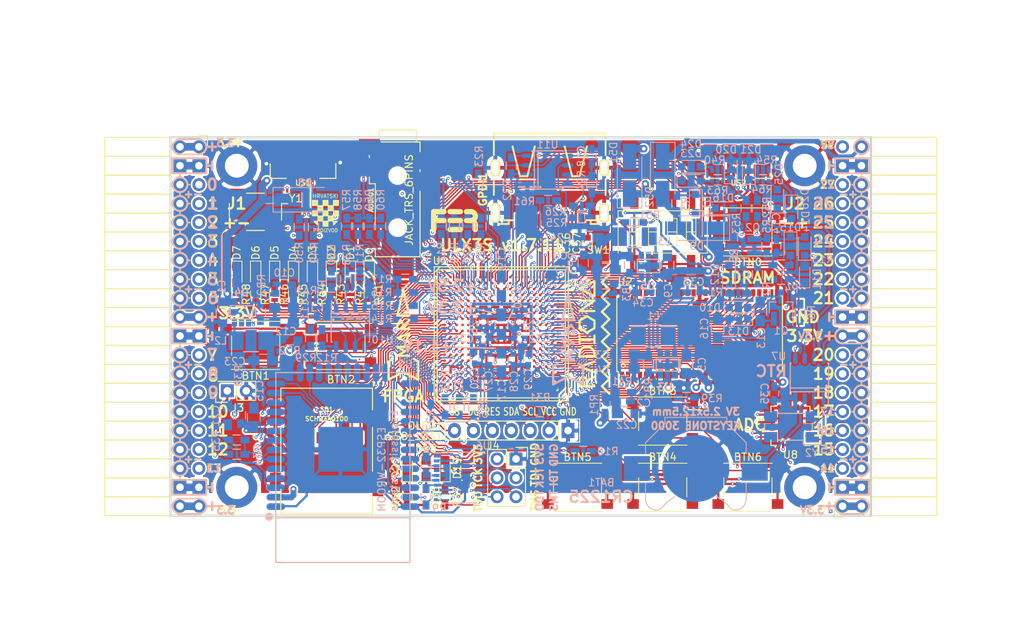
<source format=kicad_pcb>
(kicad_pcb (version 4) (host pcbnew 4.0.7+dfsg1-1)
  (layers (0 F.Cu signal) (1 In1.Cu signal) (2 In2.Cu signal) (31 B.Cu signal) (34 B.Paste user) (35 F.Paste user) (36 B.SilkS user) (37 F.SilkS user) (38 B.Mask user) (39 F.Mask user) (44 Edge.Cuts user))
  (net 0 "")
  (net 1 GND)
  (net 2 +5V)
  (net 3 /gpio/IN5V)
  (net 4 /gpio/OUT5V)
  (net 5 +3V3)
  (net 6 BTN_D)
  (net 7 BTN_F1)
  (net 8 BTN_F2)
  (net 9 BTN_L)
  (net 10 BTN_R)
  (net 11 BTN_U)
  (net 12 /power/FB1)
  (net 13 +2V5)
  (net 14 /power/PWREN)
  (net 15 /power/FB3)
  (net 16 /power/FB2)
  (net 17 "Net-(D9-Pad1)")
  (net 18 /power/VBAT)
  (net 19 JTAG_TDI)
  (net 20 JTAG_TCK)
  (net 21 JTAG_TMS)
  (net 22 JTAG_TDO)
  (net 23 /power/WAKEUPn)
  (net 24 /power/WKUP)
  (net 25 /power/SHUT)
  (net 26 /power/WAKE)
  (net 27 /power/HOLD)
  (net 28 /power/WKn)
  (net 29 /power/OSCI_32k)
  (net 30 /power/OSCO_32k)
  (net 31 "Net-(Q2-Pad3)")
  (net 32 SHUTDOWN)
  (net 33 /analog/AUDIO_L)
  (net 34 /analog/AUDIO_R)
  (net 35 GPDI_5V_SCL)
  (net 36 GPDI_5V_SDA)
  (net 37 GPDI_SDA)
  (net 38 GPDI_SCL)
  (net 39 /gpdi/VREF2)
  (net 40 SD_CMD)
  (net 41 SD_CLK)
  (net 42 SD_D0)
  (net 43 SD_D1)
  (net 44 USB5V)
  (net 45 GPDI_CEC)
  (net 46 nRESET)
  (net 47 FTDI_nDTR)
  (net 48 SDRAM_CKE)
  (net 49 SDRAM_A7)
  (net 50 SDRAM_D15)
  (net 51 SDRAM_BA1)
  (net 52 SDRAM_D7)
  (net 53 SDRAM_A6)
  (net 54 SDRAM_CLK)
  (net 55 SDRAM_D13)
  (net 56 SDRAM_BA0)
  (net 57 SDRAM_D6)
  (net 58 SDRAM_A5)
  (net 59 SDRAM_D14)
  (net 60 SDRAM_A11)
  (net 61 SDRAM_D12)
  (net 62 SDRAM_D5)
  (net 63 SDRAM_A4)
  (net 64 SDRAM_A10)
  (net 65 SDRAM_D11)
  (net 66 SDRAM_A3)
  (net 67 SDRAM_D4)
  (net 68 SDRAM_D10)
  (net 69 SDRAM_D9)
  (net 70 SDRAM_A9)
  (net 71 SDRAM_D3)
  (net 72 SDRAM_D8)
  (net 73 SDRAM_A8)
  (net 74 SDRAM_A2)
  (net 75 SDRAM_A1)
  (net 76 SDRAM_A0)
  (net 77 SDRAM_D2)
  (net 78 SDRAM_D1)
  (net 79 SDRAM_D0)
  (net 80 SDRAM_DQM0)
  (net 81 SDRAM_nCS)
  (net 82 SDRAM_nRAS)
  (net 83 SDRAM_DQM1)
  (net 84 SDRAM_nCAS)
  (net 85 SDRAM_nWE)
  (net 86 /flash/FLASH_nWP)
  (net 87 /flash/FLASH_nHOLD)
  (net 88 /flash/FLASH_MOSI)
  (net 89 /flash/FLASH_MISO)
  (net 90 /flash/FLASH_SCK)
  (net 91 /flash/FLASH_nCS)
  (net 92 /flash/FPGA_PROGRAMN)
  (net 93 /flash/FPGA_DONE)
  (net 94 /flash/FPGA_INITN)
  (net 95 OLED_RES)
  (net 96 OLED_DC)
  (net 97 OLED_CS)
  (net 98 WIFI_EN)
  (net 99 FTDI_nRTS)
  (net 100 FTDI_TXD)
  (net 101 FTDI_RXD)
  (net 102 WIFI_RXD)
  (net 103 WIFI_GPIO0)
  (net 104 WIFI_TXD)
  (net 105 GPDI_ETH-)
  (net 106 GPDI_ETH+)
  (net 107 GPDI_D2+)
  (net 108 GPDI_D2-)
  (net 109 GPDI_D1+)
  (net 110 GPDI_D1-)
  (net 111 GPDI_D0+)
  (net 112 GPDI_D0-)
  (net 113 GPDI_CLK+)
  (net 114 GPDI_CLK-)
  (net 115 USB_FTDI_D+)
  (net 116 USB_FTDI_D-)
  (net 117 SD_D3)
  (net 118 AUDIO_L3)
  (net 119 AUDIO_L2)
  (net 120 AUDIO_L1)
  (net 121 AUDIO_L0)
  (net 122 AUDIO_R3)
  (net 123 AUDIO_R2)
  (net 124 AUDIO_R1)
  (net 125 AUDIO_R0)
  (net 126 OLED_CLK)
  (net 127 OLED_MOSI)
  (net 128 LED0)
  (net 129 LED1)
  (net 130 LED2)
  (net 131 LED3)
  (net 132 LED4)
  (net 133 LED5)
  (net 134 LED6)
  (net 135 LED7)
  (net 136 BTN_PWRn)
  (net 137 FTDI_nTXLED)
  (net 138 FTDI_nSLEEP)
  (net 139 /blinkey/LED_PWREN)
  (net 140 /blinkey/LED_TXLED)
  (net 141 /sdcard/SD3V3)
  (net 142 SD_D2)
  (net 143 CLK_25MHz)
  (net 144 /blinkey/BTNPUL)
  (net 145 /blinkey/BTNPUR)
  (net 146 USB_FPGA_D+)
  (net 147 /power/FTDI_nSUSPEND)
  (net 148 /blinkey/ALED0)
  (net 149 /blinkey/ALED1)
  (net 150 /blinkey/ALED2)
  (net 151 /blinkey/ALED3)
  (net 152 /blinkey/ALED4)
  (net 153 /blinkey/ALED5)
  (net 154 /blinkey/ALED6)
  (net 155 /blinkey/ALED7)
  (net 156 /usb/FTD-)
  (net 157 /usb/FTD+)
  (net 158 ADC_MISO)
  (net 159 ADC_MOSI)
  (net 160 ADC_CSn)
  (net 161 ADC_SCLK)
  (net 162 SW3)
  (net 163 SW2)
  (net 164 SW1)
  (net 165 USB_FPGA_D-)
  (net 166 /usb/FPD+)
  (net 167 /usb/FPD-)
  (net 168 WIFI_GPIO16)
  (net 169 /usb/ANT_433MHz)
  (net 170 /power/PWRBTn)
  (net 171 PROG_DONE)
  (net 172 /power/P3V3)
  (net 173 /power/P2V5)
  (net 174 /power/L1)
  (net 175 /power/L3)
  (net 176 /power/L2)
  (net 177 FTDI_TXDEN)
  (net 178 SDRAM_A12)
  (net 179 /analog/AUDIO_V)
  (net 180 AUDIO_V3)
  (net 181 AUDIO_V2)
  (net 182 AUDIO_V1)
  (net 183 AUDIO_V0)
  (net 184 /gpdi/FPGA_CEC)
  (net 185 /blinkey/LED_WIFI)
  (net 186 /power/P1V1)
  (net 187 +1V1)
  (net 188 SW4)
  (net 189 /blinkey/SWPU)
  (net 190 /wifi/WIFIEN)
  (net 191 FT2V5)
  (net 192 GN0)
  (net 193 GP0)
  (net 194 GN1)
  (net 195 GP1)
  (net 196 GN2)
  (net 197 GP2)
  (net 198 GN3)
  (net 199 GP3)
  (net 200 GN4)
  (net 201 GP4)
  (net 202 GN5)
  (net 203 GP5)
  (net 204 GN6)
  (net 205 GP6)
  (net 206 GN14)
  (net 207 GP14)
  (net 208 GN15)
  (net 209 GP15)
  (net 210 GN16)
  (net 211 GP16)
  (net 212 GN17)
  (net 213 GP17)
  (net 214 GN18)
  (net 215 GP18)
  (net 216 GN19)
  (net 217 GP19)
  (net 218 GN20)
  (net 219 GP20)
  (net 220 GN21)
  (net 221 GP21)
  (net 222 GN22)
  (net 223 GP22)
  (net 224 GN23)
  (net 225 GP23)
  (net 226 GN24)
  (net 227 GP24)
  (net 228 GN25)
  (net 229 GP25)
  (net 230 GN26)
  (net 231 GP26)
  (net 232 GN27)
  (net 233 GP27)
  (net 234 GN7)
  (net 235 GP7)
  (net 236 GN8)
  (net 237 GP8)
  (net 238 GN9)
  (net 239 GP9)
  (net 240 GN10)
  (net 241 GP10)
  (net 242 GN11)
  (net 243 GP11)
  (net 244 GN12)
  (net 245 GP12)
  (net 246 GN13)
  (net 247 GP13)
  (net 248 WIFI_GPIO5)
  (net 249 WIFI_GPIO17)
  (net 250 USB_FPGA_PULL_D+)
  (net 251 USB_FPGA_PULL_D-)
  (net 252 "Net-(D23-Pad2)")
  (net 253 "Net-(D24-Pad1)")
  (net 254 "Net-(D25-Pad2)")
  (net 255 "Net-(D26-Pad1)")
  (net 256 "Net-(C36-Pad2)")
  (net 257 "Net-(C37-Pad2)")
  (module Socket_Strips:Socket_Strip_Angled_2x20 (layer F.Cu) (at 97.91 62.69 270)
    (fp_text reference J1 (at 7.62 -5.08 360) (layer F.SilkS) (effects (font (size 1.5 1.5) (thickness 0.3))))
    (fp_text value CONN_02X20 hide)
    (pad 1 thru_hole oval (at 0 0 270) (size 1.7272 1.7272) (drill 1.016) (layers *.Cu *.Mask) (net 5 +3V3))
    (pad 2 thru_hole oval (at 0 2.54 270) (size 1.7272 1.7272) (drill 1.016) (layers *.Cu *.Mask) (net 5 +3V3))
    (pad 3 thru_hole rect (at 2.54 0 270) (size 1.7272 1.7272) (drill 1.016) (layers *.Cu *.Mask) (net 1 GND))
    (pad 4 thru_hole rect (at 2.54 2.54 270) (size 1.7272 1.7272) (drill 1.016) (layers *.Cu *.Mask) (net 1 GND))
    (pad 5 thru_hole oval (at 5.08 0 270) (size 1.7272 1.7272) (drill 1.016) (layers *.Cu *.Mask) (net 192 GN0))
    (pad 6 thru_hole oval (at 5.08 2.54 270) (size 1.7272 1.7272) (drill 1.016) (layers *.Cu *.Mask) (net 193 GP0))
    (pad 7 thru_hole oval (at 7.62 0 270) (size 1.7272 1.7272) (drill 1.016) (layers *.Cu *.Mask) (net 194 GN1))
    (pad 8 thru_hole oval (at 7.62 2.54 270) (size 1.7272 1.7272) (drill 1.016) (layers *.Cu *.Mask) (net 195 GP1))
    (pad 9 thru_hole oval (at 10.16 0 270) (size 1.7272 1.7272) (drill 1.016) (layers *.Cu *.Mask) (net 196 GN2))
    (pad 10 thru_hole oval (at 10.16 2.54 270) (size 1.7272 1.7272) (drill 1.016) (layers *.Cu *.Mask) (net 197 GP2))
    (pad 11 thru_hole oval (at 12.7 0 270) (size 1.7272 1.7272) (drill 1.016) (layers *.Cu *.Mask) (net 198 GN3))
    (pad 12 thru_hole oval (at 12.7 2.54 270) (size 1.7272 1.7272) (drill 1.016) (layers *.Cu *.Mask) (net 199 GP3))
    (pad 13 thru_hole oval (at 15.24 0 270) (size 1.7272 1.7272) (drill 1.016) (layers *.Cu *.Mask) (net 200 GN4))
    (pad 14 thru_hole oval (at 15.24 2.54 270) (size 1.7272 1.7272) (drill 1.016) (layers *.Cu *.Mask) (net 201 GP4))
    (pad 15 thru_hole oval (at 17.78 0 270) (size 1.7272 1.7272) (drill 1.016) (layers *.Cu *.Mask) (net 202 GN5))
    (pad 16 thru_hole oval (at 17.78 2.54 270) (size 1.7272 1.7272) (drill 1.016) (layers *.Cu *.Mask) (net 203 GP5))
    (pad 17 thru_hole oval (at 20.32 0 270) (size 1.7272 1.7272) (drill 1.016) (layers *.Cu *.Mask) (net 204 GN6))
    (pad 18 thru_hole oval (at 20.32 2.54 270) (size 1.7272 1.7272) (drill 1.016) (layers *.Cu *.Mask) (net 205 GP6))
    (pad 19 thru_hole oval (at 22.86 0 270) (size 1.7272 1.7272) (drill 1.016) (layers *.Cu *.Mask) (net 5 +3V3))
    (pad 20 thru_hole oval (at 22.86 2.54 270) (size 1.7272 1.7272) (drill 1.016) (layers *.Cu *.Mask) (net 5 +3V3))
    (pad 21 thru_hole rect (at 25.4 0 270) (size 1.7272 1.7272) (drill 1.016) (layers *.Cu *.Mask) (net 1 GND))
    (pad 22 thru_hole rect (at 25.4 2.54 270) (size 1.7272 1.7272) (drill 1.016) (layers *.Cu *.Mask) (net 1 GND))
    (pad 23 thru_hole oval (at 27.94 0 270) (size 1.7272 1.7272) (drill 1.016) (layers *.Cu *.Mask) (net 234 GN7))
    (pad 24 thru_hole oval (at 27.94 2.54 270) (size 1.7272 1.7272) (drill 1.016) (layers *.Cu *.Mask) (net 235 GP7))
    (pad 25 thru_hole oval (at 30.48 0 270) (size 1.7272 1.7272) (drill 1.016) (layers *.Cu *.Mask) (net 236 GN8))
    (pad 26 thru_hole oval (at 30.48 2.54 270) (size 1.7272 1.7272) (drill 1.016) (layers *.Cu *.Mask) (net 237 GP8))
    (pad 27 thru_hole oval (at 33.02 0 270) (size 1.7272 1.7272) (drill 1.016) (layers *.Cu *.Mask) (net 238 GN9))
    (pad 28 thru_hole oval (at 33.02 2.54 270) (size 1.7272 1.7272) (drill 1.016) (layers *.Cu *.Mask) (net 239 GP9))
    (pad 29 thru_hole oval (at 35.56 0 270) (size 1.7272 1.7272) (drill 1.016) (layers *.Cu *.Mask) (net 240 GN10))
    (pad 30 thru_hole oval (at 35.56 2.54 270) (size 1.7272 1.7272) (drill 1.016) (layers *.Cu *.Mask) (net 241 GP10))
    (pad 31 thru_hole oval (at 38.1 0 270) (size 1.7272 1.7272) (drill 1.016) (layers *.Cu *.Mask) (net 242 GN11))
    (pad 32 thru_hole oval (at 38.1 2.54 270) (size 1.7272 1.7272) (drill 1.016) (layers *.Cu *.Mask) (net 243 GP11))
    (pad 33 thru_hole oval (at 40.64 0 270) (size 1.7272 1.7272) (drill 1.016) (layers *.Cu *.Mask) (net 244 GN12))
    (pad 34 thru_hole oval (at 40.64 2.54 270) (size 1.7272 1.7272) (drill 1.016) (layers *.Cu *.Mask) (net 245 GP12))
    (pad 35 thru_hole oval (at 43.18 0 270) (size 1.7272 1.7272) (drill 1.016) (layers *.Cu *.Mask) (net 246 GN13))
    (pad 36 thru_hole oval (at 43.18 2.54 270) (size 1.7272 1.7272) (drill 1.016) (layers *.Cu *.Mask) (net 247 GP13))
    (pad 37 thru_hole rect (at 45.72 0 270) (size 1.7272 1.7272) (drill 1.016) (layers *.Cu *.Mask) (net 1 GND))
    (pad 38 thru_hole rect (at 45.72 2.54 270) (size 1.7272 1.7272) (drill 1.016) (layers *.Cu *.Mask) (net 1 GND))
    (pad 39 thru_hole oval (at 48.26 0 270) (size 1.7272 1.7272) (drill 1.016) (layers *.Cu *.Mask) (net 5 +3V3))
    (pad 40 thru_hole oval (at 48.26 2.54 270) (size 1.7272 1.7272) (drill 1.016) (layers *.Cu *.Mask) (net 5 +3V3))
  )
  (module SMD_Packages:1Pin (layer F.Cu) (at 182.67515 111.637626)
    (fp_text reference AE1 hide)
    (fp_text value 433MHz hide)
    (pad 1 smd rect (at 0 0) (size 0.5 0.5) (layers B.Cu F.Paste F.Mask) (net 169 /usb/ANT_433MHz))
  )
  (module Resistors_SMD:R_0603_HandSoldering (layer B.Cu) (at 103.498 98.758 90)
    (fp_text reference R38 (at 5.334 -0.254 90) (layer B.SilkS) (effects (justify mirror)))
    (fp_text value 0.47)
    (pad 1 smd rect (at -1.1 0 90) (size 1.2 0.9) (layers B.Cu B.Paste B.Mask) (net 141 /sdcard/SD3V3))
    (pad 2 smd rect (at 1.1 0 90) (size 1.2 0.9) (layers B.Cu B.Paste B.Mask) (net 5 +3V3))
  )
  (module Diodes_SMD:D_SMA_Handsoldering (layer B.Cu) (at 155.695 66.5 90)
    (fp_text reference D51 (at 3.048 -2.159 90) (layer B.SilkS) (effects (justify mirror)))
    (fp_text value STPS2L30AF hide)
    (pad 1 smd rect (at -2.5 0 90) (size 3.5 1.8) (layers B.Cu B.Paste B.Mask) (net 2 +5V))
    (pad 2 smd rect (at 2.5 0 90) (size 3.5 1.8) (layers B.Cu B.Paste B.Mask) (net 3 /gpio/IN5V))
  )
  (module Resistors_SMD:R_0603_HandSoldering (layer B.Cu) (at 156.33 72.85 180)
    (fp_text reference R51 (at -2.032 1.016 180) (layer B.SilkS) (effects (justify mirror)))
    (fp_text value 150)
    (pad 1 smd rect (at -1.1 0 180) (size 1.2 0.9) (layers B.Cu B.Paste B.Mask) (net 5 +3V3))
    (pad 2 smd rect (at 1.1 0 180) (size 1.2 0.9) (layers B.Cu B.Paste B.Mask) (net 189 /blinkey/SWPU))
  )
  (module Resistors_SMD:R_1210_HandSoldering (layer B.Cu) (at 158.87 88.09 180)
    (fp_text reference L1 (at 0 2.7 180) (layer B.SilkS) (effects (justify mirror)))
    (fp_text value 2.2uH)
    (pad 1 smd rect (at -2 0 180) (size 2 2.5) (layers B.Cu B.Paste B.Mask) (net 174 /power/L1))
    (pad 2 smd rect (at 2 0 180) (size 2 2.5) (layers B.Cu B.Paste B.Mask) (net 186 /power/P1V1))
  )
  (module TSOT-25:TSOT-25 (layer B.Cu) (at 160.775 91.9)
    (fp_text reference U3 (at -0.381 3.048) (layer B.SilkS) (effects (font (thickness 0.2)) (justify mirror)))
    (fp_text value TLV62569DBV)
    (pad 1 smd rect (at -0.95 -1.3) (size 0.7 1.2) (layers B.Cu B.Paste B.Mask) (net 14 /power/PWREN))
    (pad 2 smd rect (at 0 -1.3) (size 0.7 1.2) (layers B.Cu B.Paste B.Mask) (net 1 GND))
    (pad 3 smd rect (at 0.95 -1.3) (size 0.7 1.2) (layers B.Cu B.Paste B.Mask) (net 174 /power/L1))
    (pad 4 smd rect (at 0.95 1.3) (size 0.7 1.2) (layers B.Cu B.Paste B.Mask) (net 2 +5V))
    (pad 5 smd rect (at -0.95 1.3) (size 0.7 1.2) (layers B.Cu B.Paste B.Mask) (net 12 /power/FB1))
  )
  (module Resistors_SMD:R_1210_HandSoldering (layer B.Cu) (at 104.895 88.725)
    (fp_text reference L2 (at -4.064 0) (layer B.SilkS) (effects (justify mirror)))
    (fp_text value 2.2uH)
    (pad 1 smd rect (at -2 0) (size 2 2.5) (layers B.Cu B.Paste B.Mask) (net 176 /power/L2))
    (pad 2 smd rect (at 2 0) (size 2 2.5) (layers B.Cu B.Paste B.Mask) (net 173 /power/P2V5))
  )
  (module TSOT-25:TSOT-25 (layer B.Cu) (at 103.625 84.915 180)
    (fp_text reference U4 (at 0 2.697 180) (layer B.SilkS) (effects (font (thickness 0.2)) (justify mirror)))
    (fp_text value TLV62569DBV)
    (pad 1 smd rect (at -0.95 -1.3 180) (size 0.7 1.2) (layers B.Cu B.Paste B.Mask) (net 14 /power/PWREN))
    (pad 2 smd rect (at 0 -1.3 180) (size 0.7 1.2) (layers B.Cu B.Paste B.Mask) (net 1 GND))
    (pad 3 smd rect (at 0.95 -1.3 180) (size 0.7 1.2) (layers B.Cu B.Paste B.Mask) (net 176 /power/L2))
    (pad 4 smd rect (at 0.95 1.3 180) (size 0.7 1.2) (layers B.Cu B.Paste B.Mask) (net 2 +5V))
    (pad 5 smd rect (at -0.95 1.3 180) (size 0.7 1.2) (layers B.Cu B.Paste B.Mask) (net 16 /power/FB2))
  )
  (module Resistors_SMD:R_1210_HandSoldering (layer B.Cu) (at 156.33 74.755 180)
    (fp_text reference L3 (at -4.064 -0.635 180) (layer B.SilkS) (effects (justify mirror)))
    (fp_text value 2.2uH)
    (pad 1 smd rect (at -2 0 180) (size 2 2.5) (layers B.Cu B.Paste B.Mask) (net 175 /power/L3))
    (pad 2 smd rect (at 2 0 180) (size 2 2.5) (layers B.Cu B.Paste B.Mask) (net 172 /power/P3V3))
  )
  (module TSOT-25:TSOT-25 (layer B.Cu) (at 158.235 78.692)
    (fp_text reference U5 (at -0.127 2.667) (layer B.SilkS) (effects (font (thickness 0.2)) (justify mirror)))
    (fp_text value TLV62569DBV)
    (pad 1 smd rect (at -0.95 -1.3) (size 0.7 1.2) (layers B.Cu B.Paste B.Mask) (net 14 /power/PWREN))
    (pad 2 smd rect (at 0 -1.3) (size 0.7 1.2) (layers B.Cu B.Paste B.Mask) (net 1 GND))
    (pad 3 smd rect (at 0.95 -1.3) (size 0.7 1.2) (layers B.Cu B.Paste B.Mask) (net 175 /power/L3))
    (pad 4 smd rect (at 0.95 1.3) (size 0.7 1.2) (layers B.Cu B.Paste B.Mask) (net 2 +5V))
    (pad 5 smd rect (at -0.95 1.3) (size 0.7 1.2) (layers B.Cu B.Paste B.Mask) (net 15 /power/FB3))
  )
  (module Capacitors_SMD:C_0805_HandSoldering (layer B.Cu) (at 101.085 84.915 270)
    (fp_text reference C1 (at -3.429 0.127 270) (layer B.SilkS) (effects (justify mirror)))
    (fp_text value 22uF)
    (pad 1 smd rect (at -1.25 0 270) (size 1.5 1.25) (layers B.Cu B.Paste B.Mask) (net 2 +5V))
    (pad 2 smd rect (at 1.25 0 270) (size 1.5 1.25) (layers B.Cu B.Paste B.Mask) (net 1 GND))
  )
  (module Capacitors_SMD:C_0805_HandSoldering (layer B.Cu) (at 155.06 90.63)
    (fp_text reference C3 (at -3.048 0) (layer B.SilkS) (effects (justify mirror)))
    (fp_text value 22uF)
    (pad 1 smd rect (at -1.25 0) (size 1.5 1.25) (layers B.Cu B.Paste B.Mask) (net 186 /power/P1V1))
    (pad 2 smd rect (at 1.25 0) (size 1.5 1.25) (layers B.Cu B.Paste B.Mask) (net 1 GND))
  )
  (module Capacitors_SMD:C_0805_HandSoldering (layer B.Cu) (at 155.06 92.535)
    (fp_text reference C4 (at -3.048 0.127) (layer B.SilkS) (effects (justify mirror)))
    (fp_text value 22uF)
    (pad 1 smd rect (at -1.25 0) (size 1.5 1.25) (layers B.Cu B.Paste B.Mask) (net 186 /power/P1V1))
    (pad 2 smd rect (at 1.25 0) (size 1.5 1.25) (layers B.Cu B.Paste B.Mask) (net 1 GND))
  )
  (module Capacitors_SMD:C_0805_HandSoldering (layer B.Cu) (at 163.315 91.9 90)
    (fp_text reference C5 (at 0 2.1 90) (layer B.SilkS) (effects (justify mirror)))
    (fp_text value 22uF)
    (pad 1 smd rect (at -1.25 0 90) (size 1.5 1.25) (layers B.Cu B.Paste B.Mask) (net 2 +5V))
    (pad 2 smd rect (at 1.25 0 90) (size 1.5 1.25) (layers B.Cu B.Paste B.Mask) (net 1 GND))
  )
  (module Capacitors_SMD:C_0805_HandSoldering (layer B.Cu) (at 152.52 79.2)
    (fp_text reference C7 (at -6.096 0) (layer B.SilkS) (effects (justify mirror)))
    (fp_text value 22uF)
    (pad 1 smd rect (at -1.25 0) (size 1.5 1.25) (layers B.Cu B.Paste B.Mask) (net 172 /power/P3V3))
    (pad 2 smd rect (at 1.25 0) (size 1.5 1.25) (layers B.Cu B.Paste B.Mask) (net 1 GND))
  )
  (module Capacitors_SMD:C_0805_HandSoldering (layer B.Cu) (at 152.52 77.295)
    (fp_text reference C8 (at -6.096 0) (layer B.SilkS) (effects (justify mirror)))
    (fp_text value 22uF)
    (pad 1 smd rect (at -1.25 0) (size 1.5 1.25) (layers B.Cu B.Paste B.Mask) (net 172 /power/P3V3))
    (pad 2 smd rect (at 1.25 0) (size 1.5 1.25) (layers B.Cu B.Paste B.Mask) (net 1 GND))
  )
  (module Capacitors_SMD:C_0805_HandSoldering (layer B.Cu) (at 160.775 78.565 90)
    (fp_text reference C9 (at -3.429 0.127 90) (layer B.SilkS) (effects (justify mirror)))
    (fp_text value 22uF)
    (pad 1 smd rect (at -1.25 0 90) (size 1.5 1.25) (layers B.Cu B.Paste B.Mask) (net 2 +5V))
    (pad 2 smd rect (at 1.25 0 90) (size 1.5 1.25) (layers B.Cu B.Paste B.Mask) (net 1 GND))
  )
  (module Capacitors_SMD:C_0805_HandSoldering (layer B.Cu) (at 109.34 84.28 180)
    (fp_text reference C11 (at -2.794 -0.254 270) (layer B.SilkS) (effects (justify mirror)))
    (fp_text value 22uF)
    (pad 1 smd rect (at -1.25 0 180) (size 1.5 1.25) (layers B.Cu B.Paste B.Mask) (net 173 /power/P2V5))
    (pad 2 smd rect (at 1.25 0 180) (size 1.5 1.25) (layers B.Cu B.Paste B.Mask) (net 1 GND))
  )
  (module Capacitors_SMD:C_0805_HandSoldering (layer B.Cu) (at 109.34 86.185 180)
    (fp_text reference C12 (at -0.254 -1.27 360) (layer B.SilkS) (effects (justify mirror)))
    (fp_text value 22uF)
    (pad 1 smd rect (at -1.25 0 180) (size 1.5 1.25) (layers B.Cu B.Paste B.Mask) (net 173 /power/P2V5))
    (pad 2 smd rect (at 1.25 0 180) (size 1.5 1.25) (layers B.Cu B.Paste B.Mask) (net 1 GND))
  )
  (module Capacitors_SMD:C_0805_HandSoldering (layer B.Cu) (at 173.221 84.788 90)
    (fp_text reference C13 (at -3.556 0.127 90) (layer B.SilkS) (effects (justify mirror)))
    (fp_text value 2.2uF)
    (pad 1 smd rect (at -1.25 0 90) (size 1.5 1.25) (layers B.Cu B.Paste B.Mask) (net 2 +5V))
    (pad 2 smd rect (at 1.25 0 90) (size 1.5 1.25) (layers B.Cu B.Paste B.Mask) (net 24 /power/WKUP))
  )
  (module TO_SOT_Packages_SMD:SOT-23_Handsoldering (layer B.Cu) (at 176.015 84.28 90)
    (fp_text reference Q1 (at -3.1115 0 180) (layer B.SilkS) (effects (justify mirror)))
    (fp_text value BC857)
    (pad 1 smd rect (at -1.5 0.95 90) (size 1.9 0.8) (layers B.Cu B.Paste B.Mask) (net 28 /power/WKn))
    (pad 2 smd rect (at -1.5 -0.95 90) (size 1.9 0.8) (layers B.Cu B.Paste B.Mask) (net 2 +5V))
    (pad 3 smd rect (at 1.5 0 90) (size 1.9 0.8) (layers B.Cu B.Paste B.Mask) (net 24 /power/WKUP))
  )
  (module TO_SOT_Packages_SMD:SOT-23_Handsoldering (layer B.Cu) (at 170.935 76.025 180)
    (fp_text reference Q2 (at -1.295 2.5 180) (layer B.SilkS) (effects (justify mirror)))
    (fp_text value 2N7002)
    (pad 1 smd rect (at -1.5 0.95 180) (size 1.9 0.8) (layers B.Cu B.Paste B.Mask) (net 25 /power/SHUT))
    (pad 2 smd rect (at -1.5 -0.95 180) (size 1.9 0.8) (layers B.Cu B.Paste B.Mask) (net 1 GND))
    (pad 3 smd rect (at 1.5 0 180) (size 1.9 0.8) (layers B.Cu B.Paste B.Mask) (net 31 "Net-(Q2-Pad3)"))
  )
  (module Capacitors_SMD:C_0603_HandSoldering (layer B.Cu) (at 154.86 96.91)
    (fp_text reference C2 (at 2.74 0.197) (layer B.SilkS) (effects (justify mirror)))
    (fp_text value 470pF)
    (pad 1 smd rect (at -0.95 0) (size 1.2 0.75) (layers B.Cu B.Paste B.Mask) (net 186 /power/P1V1))
    (pad 2 smd rect (at 0.95 0) (size 1.2 0.75) (layers B.Cu B.Paste B.Mask) (net 12 /power/FB1))
  )
  (module Capacitors_SMD:C_0603_HandSoldering (layer B.Cu) (at 152.52 82.375)
    (fp_text reference C6 (at -2.794 0.127) (layer B.SilkS) (effects (justify mirror)))
    (fp_text value 470pF)
    (pad 1 smd rect (at -0.95 0) (size 1.2 0.75) (layers B.Cu B.Paste B.Mask) (net 172 /power/P3V3))
    (pad 2 smd rect (at 0.95 0) (size 1.2 0.75) (layers B.Cu B.Paste B.Mask) (net 15 /power/FB3))
  )
  (module Capacitors_SMD:C_0603_HandSoldering (layer B.Cu) (at 109.34 81.105 180)
    (fp_text reference C10 (at -0.04 1.505 180) (layer B.SilkS) (effects (justify mirror)))
    (fp_text value 470pF)
    (pad 1 smd rect (at -0.95 0 180) (size 1.2 0.75) (layers B.Cu B.Paste B.Mask) (net 173 /power/P2V5))
    (pad 2 smd rect (at 0.95 0 180) (size 1.2 0.75) (layers B.Cu B.Paste B.Mask) (net 16 /power/FB2))
  )
  (module Capacitors_SMD:C_0603_HandSoldering (layer B.Cu) (at 175.38 76.025 270)
    (fp_text reference C14 (at -3.048 0 270) (layer B.SilkS) (effects (justify mirror)))
    (fp_text value 100nF)
    (pad 1 smd rect (at -0.95 0 270) (size 1.2 0.75) (layers B.Cu B.Paste B.Mask) (net 25 /power/SHUT))
    (pad 2 smd rect (at 0.95 0 270) (size 1.2 0.75) (layers B.Cu B.Paste B.Mask) (net 1 GND))
  )
  (module Resistors_SMD:R_0603_HandSoldering (layer B.Cu) (at 170.3 82.375)
    (fp_text reference R1 (at -3.048 -0.127) (layer B.SilkS) (effects (justify mirror)))
    (fp_text value 15k)
    (pad 1 smd rect (at -1.1 0) (size 1.2 0.9) (layers B.Cu B.Paste B.Mask) (net 26 /power/WAKE))
    (pad 2 smd rect (at 1.1 0) (size 1.2 0.9) (layers B.Cu B.Paste B.Mask) (net 14 /power/PWREN))
  )
  (module Resistors_SMD:R_0603_HandSoldering (layer B.Cu) (at 172.84 79.835 90)
    (fp_text reference R2 (at -1.905 1.27 90) (layer B.SilkS) (effects (justify mirror)))
    (fp_text value 47k)
    (pad 1 smd rect (at -1.1 0 90) (size 1.2 0.9) (layers B.Cu B.Paste B.Mask) (net 14 /power/PWREN))
    (pad 2 smd rect (at 1.1 0 90) (size 1.2 0.9) (layers B.Cu B.Paste B.Mask) (net 1 GND))
  )
  (module Resistors_SMD:R_0603_HandSoldering (layer B.Cu) (at 176.015 80.47 180)
    (fp_text reference R4 (at -1.397 -1.27 360) (layer B.SilkS) (effects (justify mirror)))
    (fp_text value 4.7k)
    (pad 1 smd rect (at -1.1 0 180) (size 1.2 0.9) (layers B.Cu B.Paste B.Mask) (net 27 /power/HOLD))
    (pad 2 smd rect (at 1.1 0 180) (size 1.2 0.9) (layers B.Cu B.Paste B.Mask) (net 14 /power/PWREN))
  )
  (module Resistors_SMD:R_0603_HandSoldering (layer B.Cu) (at 174.11 76.025 270)
    (fp_text reference R5 (at -2.667 0 270) (layer B.SilkS) (effects (justify mirror)))
    (fp_text value 4.7M)
    (pad 1 smd rect (at -1.1 0 270) (size 1.2 0.9) (layers B.Cu B.Paste B.Mask) (net 25 /power/SHUT))
    (pad 2 smd rect (at 1.1 0 270) (size 1.2 0.9) (layers B.Cu B.Paste B.Mask) (net 1 GND))
  )
  (module Resistors_SMD:R_0603_HandSoldering (layer B.Cu) (at 178.555 84.915 270)
    (fp_text reference R6 (at 0 -1.524 270) (layer B.SilkS) (effects (justify mirror)))
    (fp_text value 1k)
    (pad 1 smd rect (at -1.1 0 270) (size 1.2 0.9) (layers B.Cu B.Paste B.Mask) (net 28 /power/WKn))
    (pad 2 smd rect (at 1.1 0 270) (size 1.2 0.9) (layers B.Cu B.Paste B.Mask) (net 23 /power/WAKEUPn))
  )
  (module Resistors_SMD:R_0603_HandSoldering (layer B.Cu) (at 113.785 84.28 270)
    (fp_text reference R7 (at -2.794 -0.635 270) (layer B.SilkS) (effects (justify mirror)))
    (fp_text value 150)
    (pad 1 smd rect (at -1.1 0 270) (size 1.2 0.9) (layers B.Cu B.Paste B.Mask) (net 5 +3V3))
    (pad 2 smd rect (at 1.1 0 270) (size 1.2 0.9) (layers B.Cu B.Paste B.Mask) (net 144 /blinkey/BTNPUL))
  )
  (module Resistors_SMD:R_0603_HandSoldering (layer B.Cu) (at 170.935 79.835 90)
    (fp_text reference R8 (at 2.54 -1.27 90) (layer B.SilkS) (effects (justify mirror)))
    (fp_text value 1k)
    (pad 1 smd rect (at -1.1 0 90) (size 1.2 0.9) (layers B.Cu B.Paste B.Mask) (net 14 /power/PWREN))
    (pad 2 smd rect (at 1.1 0 90) (size 1.2 0.9) (layers B.Cu B.Paste B.Mask) (net 31 "Net-(Q2-Pad3)"))
  )
  (module Resistors_SMD:R_0603_HandSoldering (layer B.Cu) (at 128.39 109.68 270)
    (fp_text reference R9 (at 1.524 -1.778 360) (layer B.SilkS) (effects (justify mirror)))
    (fp_text value 15k)
    (pad 1 smd rect (at -1.1 0 270) (size 1.2 0.9) (layers B.Cu B.Paste B.Mask) (net 46 nRESET))
    (pad 2 smd rect (at 1.1 0 270) (size 1.2 0.9) (layers B.Cu B.Paste B.Mask) (net 191 FT2V5))
  )
  (module Resistors_SMD:R_0603_HandSoldering (layer B.Cu) (at 149.472 103.584 180)
    (fp_text reference R10 (at -3.302 0 180) (layer B.SilkS) (effects (justify mirror)))
    (fp_text value 150)
    (pad 1 smd rect (at -1.1 0 180) (size 1.2 0.9) (layers B.Cu B.Paste B.Mask) (net 147 /power/FTDI_nSUSPEND))
    (pad 2 smd rect (at 1.1 0 180) (size 1.2 0.9) (layers B.Cu B.Paste B.Mask) (net 138 FTDI_nSLEEP))
  )
  (module Resistors_SMD:R_0603_HandSoldering (layer B.Cu) (at 176.015 78.565 180)
    (fp_text reference R13 (at -5.588 0.762 180) (layer B.SilkS) (effects (justify mirror)))
    (fp_text value 15k)
    (pad 1 smd rect (at -1.1 0 180) (size 1.2 0.9) (layers B.Cu B.Paste B.Mask) (net 32 SHUTDOWN))
    (pad 2 smd rect (at 1.1 0 180) (size 1.2 0.9) (layers B.Cu B.Paste B.Mask) (net 1 GND))
  )
  (module Resistors_SMD:R_0603_HandSoldering (layer B.Cu) (at 154.86 95.64)
    (fp_text reference RA1 (at -0.181 -1.454) (layer B.SilkS) (effects (justify mirror)))
    (fp_text value 15k)
    (pad 1 smd rect (at -1.1 0) (size 1.2 0.9) (layers B.Cu B.Paste B.Mask) (net 186 /power/P1V1))
    (pad 2 smd rect (at 1.1 0) (size 1.2 0.9) (layers B.Cu B.Paste B.Mask) (net 12 /power/FB1))
  )
  (module Resistors_SMD:R_0603_HandSoldering (layer B.Cu) (at 109.34 82.375 180)
    (fp_text reference RA2 (at -3.048 0.381 360) (layer B.SilkS) (effects (justify mirror)))
    (fp_text value 15k)
    (pad 1 smd rect (at -1.1 0 180) (size 1.2 0.9) (layers B.Cu B.Paste B.Mask) (net 173 /power/P2V5))
    (pad 2 smd rect (at 1.1 0 180) (size 1.2 0.9) (layers B.Cu B.Paste B.Mask) (net 16 /power/FB2))
  )
  (module Resistors_SMD:R_0603_HandSoldering (layer B.Cu) (at 152.52 81.105)
    (fp_text reference RA3 (at -3.302 -0.127) (layer B.SilkS) (effects (justify mirror)))
    (fp_text value 15k)
    (pad 1 smd rect (at -1.1 0) (size 1.2 0.9) (layers B.Cu B.Paste B.Mask) (net 172 /power/P3V3))
    (pad 2 smd rect (at 1.1 0) (size 1.2 0.9) (layers B.Cu B.Paste B.Mask) (net 15 /power/FB3))
  )
  (module Resistors_SMD:R_0603_HandSoldering (layer B.Cu) (at 158.235 91.9 270)
    (fp_text reference RB1 (at 3.302 0 270) (layer B.SilkS) (effects (justify mirror)))
    (fp_text value 18k)
    (pad 1 smd rect (at -1.1 0 270) (size 1.2 0.9) (layers B.Cu B.Paste B.Mask) (net 1 GND))
    (pad 2 smd rect (at 1.1 0 270) (size 1.2 0.9) (layers B.Cu B.Paste B.Mask) (net 12 /power/FB1))
  )
  (module Resistors_SMD:R_0603_HandSoldering (layer B.Cu) (at 106.165 84.915 90)
    (fp_text reference RB2 (at 3.683 0.127 90) (layer B.SilkS) (effects (justify mirror)))
    (fp_text value 4.7k)
    (pad 1 smd rect (at -1.1 0 90) (size 1.2 0.9) (layers B.Cu B.Paste B.Mask) (net 1 GND))
    (pad 2 smd rect (at 1.1 0 90) (size 1.2 0.9) (layers B.Cu B.Paste B.Mask) (net 16 /power/FB2))
  )
  (module Resistors_SMD:R_0603_HandSoldering (layer B.Cu) (at 155.695 78.565 270)
    (fp_text reference RB3 (at 3.429 0.395 270) (layer B.SilkS) (effects (justify mirror)))
    (fp_text value 3.3k)
    (pad 1 smd rect (at -1.1 0 270) (size 1.2 0.9) (layers B.Cu B.Paste B.Mask) (net 1 GND))
    (pad 2 smd rect (at 1.1 0 270) (size 1.2 0.9) (layers B.Cu B.Paste B.Mask) (net 15 /power/FB3))
  )
  (module Resistors_SMD:R_0603_HandSoldering (layer B.Cu) (at 125.596 85.804 180)
    (fp_text reference R14 (at 3.175 0 180) (layer B.SilkS) (effects (justify mirror)))
    (fp_text value 1.2k)
    (pad 1 smd rect (at -1.1 0 180) (size 1.2 0.9) (layers B.Cu B.Paste B.Mask) (net 121 AUDIO_L0))
    (pad 2 smd rect (at 1.1 0 180) (size 1.2 0.9) (layers B.Cu B.Paste B.Mask) (net 33 /analog/AUDIO_L))
  )
  (module Resistors_SMD:R_0603_HandSoldering (layer B.Cu) (at 125.596 84.026 180)
    (fp_text reference R15 (at 3.175 -0.001 180) (layer B.SilkS) (effects (justify mirror)))
    (fp_text value 680)
    (pad 1 smd rect (at -1.1 0 180) (size 1.2 0.9) (layers B.Cu B.Paste B.Mask) (net 120 AUDIO_L1))
    (pad 2 smd rect (at 1.1 0 180) (size 1.2 0.9) (layers B.Cu B.Paste B.Mask) (net 33 /analog/AUDIO_L))
  )
  (module Resistors_SMD:R_0603_HandSoldering (layer B.Cu) (at 125.596 82.248 180)
    (fp_text reference R16 (at 3.175 0 180) (layer B.SilkS) (effects (justify mirror)))
    (fp_text value 330)
    (pad 1 smd rect (at -1.1 0 180) (size 1.2 0.9) (layers B.Cu B.Paste B.Mask) (net 119 AUDIO_L2))
    (pad 2 smd rect (at 1.1 0 180) (size 1.2 0.9) (layers B.Cu B.Paste B.Mask) (net 33 /analog/AUDIO_L))
  )
  (module Resistors_SMD:R_0603_HandSoldering (layer B.Cu) (at 125.596 80.47 180)
    (fp_text reference R17 (at 3.175 0 180) (layer B.SilkS) (effects (justify mirror)))
    (fp_text value 150)
    (pad 1 smd rect (at -1.1 0 180) (size 1.2 0.9) (layers B.Cu B.Paste B.Mask) (net 118 AUDIO_L3))
    (pad 2 smd rect (at 1.1 0 180) (size 1.2 0.9) (layers B.Cu B.Paste B.Mask) (net 33 /analog/AUDIO_L))
  )
  (module Resistors_SMD:R_0603_HandSoldering (layer B.Cu) (at 130.422 73.358 90)
    (fp_text reference R18 (at -3.556 0 90) (layer B.SilkS) (effects (justify mirror)))
    (fp_text value 1.2k)
    (pad 1 smd rect (at -1.1 0 90) (size 1.2 0.9) (layers B.Cu B.Paste B.Mask) (net 125 AUDIO_R0))
    (pad 2 smd rect (at 1.1 0 90) (size 1.2 0.9) (layers B.Cu B.Paste B.Mask) (net 34 /analog/AUDIO_R))
  )
  (module Resistors_SMD:R_0603_HandSoldering (layer B.Cu) (at 132.2 73.358 90)
    (fp_text reference R19 (at -3.556 0 90) (layer B.SilkS) (effects (justify mirror)))
    (fp_text value 680)
    (pad 1 smd rect (at -1.1 0 90) (size 1.2 0.9) (layers B.Cu B.Paste B.Mask) (net 124 AUDIO_R1))
    (pad 2 smd rect (at 1.1 0 90) (size 1.2 0.9) (layers B.Cu B.Paste B.Mask) (net 34 /analog/AUDIO_R))
  )
  (module Resistors_SMD:R_0603_HandSoldering (layer B.Cu) (at 133.978 73.358 90)
    (fp_text reference R20 (at -3.556 0 90) (layer B.SilkS) (effects (justify mirror)))
    (fp_text value 330)
    (pad 1 smd rect (at -1.1 0 90) (size 1.2 0.9) (layers B.Cu B.Paste B.Mask) (net 123 AUDIO_R2))
    (pad 2 smd rect (at 1.1 0 90) (size 1.2 0.9) (layers B.Cu B.Paste B.Mask) (net 34 /analog/AUDIO_R))
  )
  (module Resistors_SMD:R_0603_HandSoldering (layer B.Cu) (at 135.756 73.358 90)
    (fp_text reference R21 (at -3.556 0 90) (layer B.SilkS) (effects (justify mirror)))
    (fp_text value 150)
    (pad 1 smd rect (at -1.1 0 90) (size 1.2 0.9) (layers B.Cu B.Paste B.Mask) (net 122 AUDIO_R3))
    (pad 2 smd rect (at 1.1 0 90) (size 1.2 0.9) (layers B.Cu B.Paste B.Mask) (net 34 /analog/AUDIO_R))
  )
  (module Capacitors_SMD:C_0603_HandSoldering (layer B.Cu) (at 150.5896 63.96 90)
    (fp_text reference C18 (at 0 -1.3716 90) (layer B.SilkS) (effects (justify mirror)))
    (fp_text value 470pF)
    (pad 1 smd rect (at -0.95 0 90) (size 1.2 0.75) (layers B.Cu B.Paste B.Mask) (net 39 /gpdi/VREF2))
    (pad 2 smd rect (at 0.95 0 90) (size 1.2 0.75) (layers B.Cu B.Paste B.Mask) (net 1 GND))
  )
  (module Socket_Strips:Socket_Strip_Angled_2x20 (layer F.Cu) (at 184.27 110.95 90)
    (fp_text reference J2 (at 40.64 -6.35 180) (layer F.SilkS) (effects (font (size 1.5 1.5) (thickness 0.3))))
    (fp_text value CONN_02X20 hide)
    (pad 1 thru_hole oval (at 0 0 90) (size 1.7272 1.7272) (drill 1.016) (layers *.Cu *.Mask) (net 5 +3V3))
    (pad 2 thru_hole oval (at 0 2.54 90) (size 1.7272 1.7272) (drill 1.016) (layers *.Cu *.Mask) (net 5 +3V3))
    (pad 3 thru_hole rect (at 2.54 0 90) (size 1.7272 1.7272) (drill 1.016) (layers *.Cu *.Mask) (net 1 GND))
    (pad 4 thru_hole rect (at 2.54 2.54 90) (size 1.7272 1.7272) (drill 1.016) (layers *.Cu *.Mask) (net 1 GND))
    (pad 5 thru_hole oval (at 5.08 0 90) (size 1.7272 1.7272) (drill 1.016) (layers *.Cu *.Mask) (net 206 GN14))
    (pad 6 thru_hole oval (at 5.08 2.54 90) (size 1.7272 1.7272) (drill 1.016) (layers *.Cu *.Mask) (net 207 GP14))
    (pad 7 thru_hole oval (at 7.62 0 90) (size 1.7272 1.7272) (drill 1.016) (layers *.Cu *.Mask) (net 208 GN15))
    (pad 8 thru_hole oval (at 7.62 2.54 90) (size 1.7272 1.7272) (drill 1.016) (layers *.Cu *.Mask) (net 209 GP15))
    (pad 9 thru_hole oval (at 10.16 0 90) (size 1.7272 1.7272) (drill 1.016) (layers *.Cu *.Mask) (net 210 GN16))
    (pad 10 thru_hole oval (at 10.16 2.54 90) (size 1.7272 1.7272) (drill 1.016) (layers *.Cu *.Mask) (net 211 GP16))
    (pad 11 thru_hole oval (at 12.7 0 90) (size 1.7272 1.7272) (drill 1.016) (layers *.Cu *.Mask) (net 212 GN17))
    (pad 12 thru_hole oval (at 12.7 2.54 90) (size 1.7272 1.7272) (drill 1.016) (layers *.Cu *.Mask) (net 213 GP17))
    (pad 13 thru_hole oval (at 15.24 0 90) (size 1.7272 1.7272) (drill 1.016) (layers *.Cu *.Mask) (net 214 GN18))
    (pad 14 thru_hole oval (at 15.24 2.54 90) (size 1.7272 1.7272) (drill 1.016) (layers *.Cu *.Mask) (net 215 GP18))
    (pad 15 thru_hole oval (at 17.78 0 90) (size 1.7272 1.7272) (drill 1.016) (layers *.Cu *.Mask) (net 216 GN19))
    (pad 16 thru_hole oval (at 17.78 2.54 90) (size 1.7272 1.7272) (drill 1.016) (layers *.Cu *.Mask) (net 217 GP19))
    (pad 17 thru_hole oval (at 20.32 0 90) (size 1.7272 1.7272) (drill 1.016) (layers *.Cu *.Mask) (net 218 GN20))
    (pad 18 thru_hole oval (at 20.32 2.54 90) (size 1.7272 1.7272) (drill 1.016) (layers *.Cu *.Mask) (net 219 GP20))
    (pad 19 thru_hole oval (at 22.86 0 90) (size 1.7272 1.7272) (drill 1.016) (layers *.Cu *.Mask) (net 5 +3V3))
    (pad 20 thru_hole oval (at 22.86 2.54 90) (size 1.7272 1.7272) (drill 1.016) (layers *.Cu *.Mask) (net 5 +3V3))
    (pad 21 thru_hole rect (at 25.4 0 90) (size 1.7272 1.7272) (drill 1.016) (layers *.Cu *.Mask) (net 1 GND))
    (pad 22 thru_hole rect (at 25.4 2.54 90) (size 1.7272 1.7272) (drill 1.016) (layers *.Cu *.Mask) (net 1 GND))
    (pad 23 thru_hole oval (at 27.94 0 90) (size 1.7272 1.7272) (drill 1.016) (layers *.Cu *.Mask) (net 220 GN21))
    (pad 24 thru_hole oval (at 27.94 2.54 90) (size 1.7272 1.7272) (drill 1.016) (layers *.Cu *.Mask) (net 221 GP21))
    (pad 25 thru_hole oval (at 30.48 0 90) (size 1.7272 1.7272) (drill 1.016) (layers *.Cu *.Mask) (net 222 GN22))
    (pad 26 thru_hole oval (at 30.48 2.54 90) (size 1.7272 1.7272) (drill 1.016) (layers *.Cu *.Mask) (net 223 GP22))
    (pad 27 thru_hole oval (at 33.02 0 90) (size 1.7272 1.7272) (drill 1.016) (layers *.Cu *.Mask) (net 224 GN23))
    (pad 28 thru_hole oval (at 33.02 2.54 90) (size 1.7272 1.7272) (drill 1.016) (layers *.Cu *.Mask) (net 225 GP23))
    (pad 29 thru_hole oval (at 35.56 0 90) (size 1.7272 1.7272) (drill 1.016) (layers *.Cu *.Mask) (net 226 GN24))
    (pad 30 thru_hole oval (at 35.56 2.54 90) (size 1.7272 1.7272) (drill 1.016) (layers *.Cu *.Mask) (net 227 GP24))
    (pad 31 thru_hole oval (at 38.1 0 90) (size 1.7272 1.7272) (drill 1.016) (layers *.Cu *.Mask) (net 228 GN25))
    (pad 32 thru_hole oval (at 38.1 2.54 90) (size 1.7272 1.7272) (drill 1.016) (layers *.Cu *.Mask) (net 229 GP25))
    (pad 33 thru_hole oval (at 40.64 0 90) (size 1.7272 1.7272) (drill 1.016) (layers *.Cu *.Mask) (net 230 GN26))
    (pad 34 thru_hole oval (at 40.64 2.54 90) (size 1.7272 1.7272) (drill 1.016) (layers *.Cu *.Mask) (net 231 GP26))
    (pad 35 thru_hole oval (at 43.18 0 90) (size 1.7272 1.7272) (drill 1.016) (layers *.Cu *.Mask) (net 232 GN27))
    (pad 36 thru_hole oval (at 43.18 2.54 90) (size 1.7272 1.7272) (drill 1.016) (layers *.Cu *.Mask) (net 233 GP27))
    (pad 37 thru_hole rect (at 45.72 0 90) (size 1.7272 1.7272) (drill 1.016) (layers *.Cu *.Mask) (net 1 GND))
    (pad 38 thru_hole rect (at 45.72 2.54 90) (size 1.7272 1.7272) (drill 1.016) (layers *.Cu *.Mask) (net 1 GND))
    (pad 39 thru_hole oval (at 48.26 0 90) (size 1.7272 1.7272) (drill 1.016) (layers *.Cu *.Mask) (net 3 /gpio/IN5V))
    (pad 40 thru_hole oval (at 48.26 2.54 90) (size 1.7272 1.7272) (drill 1.016) (layers *.Cu *.Mask) (net 4 /gpio/OUT5V))
  )
  (module Mounting_Holes:MountingHole_3.2mm_M3_ISO14580_Pad (layer F.Cu) (at 102.99 108.41)
    (fp_text reference H1 hide)
    (fp_text value HOLE hide)
    (pad 1 thru_hole circle (at 0 0) (size 5.5 5.5) (drill 3.2) (layers *.Cu *.Mask) (net 1 GND))
  )
  (module Mounting_Holes:MountingHole_3.2mm_M3_ISO14580_Pad (layer F.Cu) (at 179.19 108.41)
    (fp_text reference H2 hide)
    (fp_text value HOLE hide)
    (pad 1 thru_hole circle (at 0 0) (size 5.5 5.5) (drill 3.2) (layers *.Cu *.Mask) (net 1 GND))
  )
  (module Mounting_Holes:MountingHole_3.2mm_M3_ISO14580_Pad (layer F.Cu) (at 179.19 65.23)
    (fp_text reference H3 hide)
    (fp_text value HOLE hide)
    (pad 1 thru_hole circle (at 0 0) (size 5.5 5.5) (drill 3.2) (layers *.Cu *.Mask) (net 1 GND))
  )
  (module Mounting_Holes:MountingHole_3.2mm_M3_ISO14580_Pad (layer F.Cu) (at 102.99 65.23)
    (fp_text reference H4 hide)
    (fp_text value HOLE hide)
    (pad 1 thru_hole circle (at 0 0) (size 5.5 5.5) (drill 3.2) (layers *.Cu *.Mask) (net 1 GND))
  )
  (module Resistors_SMD:R_0603_HandSoldering (layer B.Cu) (at 162.045 70.31 90)
    (fp_text reference R3 (at 0 1.143 90) (layer B.SilkS) (effects (justify mirror)))
    (fp_text value 4.7k)
    (pad 1 smd rect (at -1.1 0 90) (size 1.2 0.9) (layers B.Cu B.Paste B.Mask) (net 2 +5V))
    (pad 2 smd rect (at 1.1 0 90) (size 1.2 0.9) (layers B.Cu B.Paste B.Mask) (net 170 /power/PWRBTn))
  )
  (module Resistors_SMD:R_0603_HandSoldering (layer B.Cu) (at 139.82 65.23 90)
    (fp_text reference R22 (at -3.27 -0.54 90) (layer B.SilkS) (effects (justify mirror)))
    (fp_text value 2.2k)
    (pad 1 smd rect (at -1.1 0 90) (size 1.2 0.9) (layers B.Cu B.Paste B.Mask) (net 5 +3V3))
    (pad 2 smd rect (at 1.1 0 90) (size 1.2 0.9) (layers B.Cu B.Paste B.Mask) (net 37 GPDI_SDA))
  )
  (module Resistors_SMD:R_0603_HandSoldering (layer B.Cu) (at 135.375 67.432 90)
    (fp_text reference R23 (at 3.472 0.127 90) (layer B.SilkS) (effects (justify mirror)))
    (fp_text value 2.2k)
    (pad 1 smd rect (at -1.1 0 90) (size 1.2 0.9) (layers B.Cu B.Paste B.Mask) (net 5 +3V3))
    (pad 2 smd rect (at 1.1 0 90) (size 1.2 0.9) (layers B.Cu B.Paste B.Mask) (net 38 GPDI_SCL))
  )
  (module Resistors_SMD:R_0603_HandSoldering (layer B.Cu) (at 150.615 67.77 90)
    (fp_text reference R24 (at 0.508 -1.397 90) (layer B.SilkS) (effects (justify mirror)))
    (fp_text value 100k)
    (pad 1 smd rect (at -1.1 0 90) (size 1.2 0.9) (layers B.Cu B.Paste B.Mask) (net 2 +5V))
    (pad 2 smd rect (at 1.1 0 90) (size 1.2 0.9) (layers B.Cu B.Paste B.Mask) (net 39 /gpdi/VREF2))
  )
  (module Resistors_SMD:R_0603_HandSoldering (layer B.Cu) (at 149.175 72.215 180)
    (fp_text reference R25 (at 3.259 -0.685 180) (layer B.SilkS) (effects (justify mirror)))
    (fp_text value 4.7k)
    (pad 1 smd rect (at -1.1 0 180) (size 1.2 0.9) (layers B.Cu B.Paste B.Mask) (net 2 +5V))
    (pad 2 smd rect (at 1.1 0 180) (size 1.2 0.9) (layers B.Cu B.Paste B.Mask) (net 35 GPDI_5V_SCL))
  )
  (module Resistors_SMD:R_0603_HandSoldering (layer B.Cu) (at 149.28 70.6 180)
    (fp_text reference R26 (at 3.5 -0.8 180) (layer B.SilkS) (effects (justify mirror)))
    (fp_text value 4.7k)
    (pad 1 smd rect (at -1.1 0 180) (size 1.2 0.9) (layers B.Cu B.Paste B.Mask) (net 2 +5V))
    (pad 2 smd rect (at 1.1 0 180) (size 1.2 0.9) (layers B.Cu B.Paste B.Mask) (net 36 GPDI_5V_SDA))
  )
  (module Housings_SSOP:SSOP-20_4.4x6.5mm_Pitch0.65mm (layer B.Cu) (at 132.835 107.14 180)
    (fp_text reference U6 (at -3.175 4.318 180) (layer B.SilkS) (effects (justify mirror)))
    (fp_text value FT231XS)
    (pad 1 smd rect (at -2.9 2.925 180) (size 1 0.4) (layers B.Cu B.Paste B.Mask) (net 47 FTDI_nDTR))
    (pad 2 smd rect (at -2.9 2.275 180) (size 1 0.4) (layers B.Cu B.Paste B.Mask) (net 99 FTDI_nRTS))
    (pad 3 smd rect (at -2.9 1.625 180) (size 1 0.4) (layers B.Cu B.Paste B.Mask) (net 191 FT2V5))
    (pad 4 smd rect (at -2.9 0.975 180) (size 1 0.4) (layers B.Cu B.Paste B.Mask) (net 101 FTDI_RXD))
    (pad 5 smd rect (at -2.9 0.325 180) (size 1 0.4) (layers B.Cu B.Paste B.Mask) (net 19 JTAG_TDI))
    (pad 6 smd rect (at -2.9 -0.325 180) (size 1 0.4) (layers B.Cu B.Paste B.Mask) (net 1 GND))
    (pad 7 smd rect (at -2.9 -0.975 180) (size 1 0.4) (layers B.Cu B.Paste B.Mask) (net 20 JTAG_TCK))
    (pad 8 smd rect (at -2.9 -1.625 180) (size 1 0.4) (layers B.Cu B.Paste B.Mask) (net 21 JTAG_TMS))
    (pad 9 smd rect (at -2.9 -2.275 180) (size 1 0.4) (layers B.Cu B.Paste B.Mask) (net 22 JTAG_TDO))
    (pad 10 smd rect (at -2.9 -2.925 180) (size 1 0.4) (layers B.Cu B.Paste B.Mask) (net 137 FTDI_nTXLED))
    (pad 11 smd rect (at 2.9 -2.925 180) (size 1 0.4) (layers B.Cu B.Paste B.Mask) (net 115 USB_FTDI_D+))
    (pad 12 smd rect (at 2.9 -2.275 180) (size 1 0.4) (layers B.Cu B.Paste B.Mask) (net 116 USB_FTDI_D-))
    (pad 13 smd rect (at 2.9 -1.625 180) (size 1 0.4) (layers B.Cu B.Paste B.Mask) (net 191 FT2V5))
    (pad 14 smd rect (at 2.9 -0.975 180) (size 1 0.4) (layers B.Cu B.Paste B.Mask) (net 46 nRESET))
    (pad 15 smd rect (at 2.9 -0.325 180) (size 1 0.4) (layers B.Cu B.Paste B.Mask) (net 44 USB5V))
    (pad 16 smd rect (at 2.9 0.325 180) (size 1 0.4) (layers B.Cu B.Paste B.Mask) (net 1 GND))
    (pad 17 smd rect (at 2.9 0.975 180) (size 1 0.4) (layers B.Cu B.Paste B.Mask))
    (pad 18 smd rect (at 2.9 1.625 180) (size 1 0.4) (layers B.Cu B.Paste B.Mask) (net 177 FTDI_TXDEN))
    (pad 19 smd rect (at 2.9 2.275 180) (size 1 0.4) (layers B.Cu B.Paste B.Mask) (net 138 FTDI_nSLEEP))
    (pad 20 smd rect (at 2.9 2.925 180) (size 1 0.4) (layers B.Cu B.Paste B.Mask) (net 100 FTDI_TXD))
  )
  (module Resistors_SMD:R_0603_HandSoldering (layer B.Cu) (at 119.5 80.47 270)
    (fp_text reference R11 (at -3.302 0 270) (layer B.SilkS) (effects (justify mirror)))
    (fp_text value 10k)
    (pad 1 smd rect (at -1.1 0 270) (size 1.2 0.9) (layers B.Cu B.Paste B.Mask) (net 5 +3V3))
    (pad 2 smd rect (at 1.1 0 270) (size 1.2 0.9) (layers B.Cu B.Paste B.Mask) (net 86 /flash/FLASH_nWP))
  )
  (module Resistors_SMD:R_0603_HandSoldering (layer B.Cu) (at 114.42 88.344 90)
    (fp_text reference R12 (at -2.667 0.635 360) (layer B.SilkS) (effects (justify mirror)))
    (fp_text value 10k)
    (pad 1 smd rect (at -1.1 0 90) (size 1.2 0.9) (layers B.Cu B.Paste B.Mask) (net 5 +3V3))
    (pad 2 smd rect (at 1.1 0 90) (size 1.2 0.9) (layers B.Cu B.Paste B.Mask) (net 87 /flash/FLASH_nHOLD))
  )
  (module Resistors_SMD:R_0603_HandSoldering (layer B.Cu) (at 129.025 96.175 90)
    (fp_text reference R27 (at -3.218 0 90) (layer B.SilkS) (effects (justify mirror)))
    (fp_text value 10k)
    (pad 1 smd rect (at -1.1 0 90) (size 1.2 0.9) (layers B.Cu B.Paste B.Mask) (net 5 +3V3))
    (pad 2 smd rect (at 1.1 0 90) (size 1.2 0.9) (layers B.Cu B.Paste B.Mask) (net 88 /flash/FLASH_MOSI))
  )
  (module Resistors_SMD:R_0603_HandSoldering (layer B.Cu) (at 117.595 80.47 270)
    (fp_text reference R28 (at -3.302 -0.127 270) (layer B.SilkS) (effects (justify mirror)))
    (fp_text value 10k)
    (pad 1 smd rect (at -1.1 0 270) (size 1.2 0.9) (layers B.Cu B.Paste B.Mask) (net 5 +3V3))
    (pad 2 smd rect (at 1.1 0 270) (size 1.2 0.9) (layers B.Cu B.Paste B.Mask) (net 89 /flash/FLASH_MISO))
  )
  (module Resistors_SMD:R_0603_HandSoldering (layer B.Cu) (at 112.896 88.344 90)
    (fp_text reference R29 (at -2.667 -0.635 360) (layer B.SilkS) (effects (justify mirror)))
    (fp_text value 1k)
    (pad 1 smd rect (at -1.1 0 90) (size 1.2 0.9) (layers B.Cu B.Paste B.Mask) (net 5 +3V3))
    (pad 2 smd rect (at 1.1 0 90) (size 1.2 0.9) (layers B.Cu B.Paste B.Mask) (net 90 /flash/FLASH_SCK))
  )
  (module Resistors_SMD:R_0603_HandSoldering (layer B.Cu) (at 115.69 80.47 270)
    (fp_text reference R30 (at -3.302 0 270) (layer B.SilkS) (effects (justify mirror)))
    (fp_text value 4.7k)
    (pad 1 smd rect (at -1.1 0 270) (size 1.2 0.9) (layers B.Cu B.Paste B.Mask) (net 5 +3V3))
    (pad 2 smd rect (at 1.1 0 270) (size 1.2 0.9) (layers B.Cu B.Paste B.Mask) (net 91 /flash/FLASH_nCS))
  )
  (module Resistors_SMD:R_0603_HandSoldering (layer B.Cu) (at 143.63 98.25 180)
    (fp_text reference R31 (at 0 1.9 180) (layer B.SilkS) (effects (justify mirror)))
    (fp_text value 10k)
    (pad 1 smd rect (at -1.1 0 180) (size 1.2 0.9) (layers B.Cu B.Paste B.Mask) (net 5 +3V3))
    (pad 2 smd rect (at 1.1 0 180) (size 1.2 0.9) (layers B.Cu B.Paste B.Mask) (net 92 /flash/FPGA_PROGRAMN))
  )
  (module Resistors_SMD:R_0603_HandSoldering (layer B.Cu) (at 132.835 97.615 90)
    (fp_text reference R32 (at 3.429 0 90) (layer B.SilkS) (effects (justify mirror)))
    (fp_text value 10k)
    (pad 1 smd rect (at -1.1 0 90) (size 1.2 0.9) (layers B.Cu B.Paste B.Mask) (net 5 +3V3))
    (pad 2 smd rect (at 1.1 0 90) (size 1.2 0.9) (layers B.Cu B.Paste B.Mask) (net 93 /flash/FPGA_DONE))
  )
  (module Resistors_SMD:R_0603_HandSoldering (layer B.Cu) (at 130.93 97.615 90)
    (fp_text reference R33 (at 3.556 0.127 90) (layer B.SilkS) (effects (justify mirror)))
    (fp_text value 10k)
    (pad 1 smd rect (at -1.1 0 90) (size 1.2 0.9) (layers B.Cu B.Paste B.Mask) (net 5 +3V3))
    (pad 2 smd rect (at 1.1 0 90) (size 1.2 0.9) (layers B.Cu B.Paste B.Mask) (net 94 /flash/FPGA_INITN))
  )
  (module Resistors_SMD:R_0603_HandSoldering (layer B.Cu) (at 102.99 103.965)
    (fp_text reference R34 (at 2.794 0.127 90) (layer B.SilkS) (effects (justify mirror)))
    (fp_text value 15k)
    (pad 1 smd rect (at -1.1 0) (size 1.2 0.9) (layers B.Cu B.Paste B.Mask) (net 5 +3V3))
    (pad 2 smd rect (at 1.1 0) (size 1.2 0.9) (layers B.Cu B.Paste B.Mask) (net 98 WIFI_EN))
  )
  (module Socket_Strips:Socket_Strip_Straight_2x01 (layer F.Cu) (at 101.72 95.456 90)
    (fp_text reference J3 (at -2.286 1.397 180) (layer F.SilkS))
    (fp_text value WIFI_OFF)
    (pad 1 thru_hole rect (at 0 0 90) (size 1.7272 1.7272) (drill 1.016) (layers *.Cu *.Mask) (net 190 /wifi/WIFIEN))
    (pad 2 thru_hole oval (at 0 2.54 90) (size 1.7272 1.7272) (drill 1.016) (layers *.Cu *.Mask) (net 1 GND))
  )
  (module Resistors_SMD:R_0603_HandSoldering (layer B.Cu) (at 102.99 102.06 180)
    (fp_text reference R35 (at 2.794 -0.127 270) (layer B.SilkS) (effects (justify mirror)))
    (fp_text value 470)
    (pad 1 smd rect (at -1.1 0 180) (size 1.2 0.9) (layers B.Cu B.Paste B.Mask) (net 98 WIFI_EN))
    (pad 2 smd rect (at 1.1 0 180) (size 1.2 0.9) (layers B.Cu B.Paste B.Mask) (net 190 /wifi/WIFIEN))
  )
  (module Resistors_SMD:R_0603_HandSoldering (layer F.Cu) (at 128.39 109.68 270)
    (fp_text reference R36 (at 0 -1.27 270) (layer F.SilkS))
    (fp_text value 1k)
    (pad 1 smd rect (at -1.1 0 270) (size 1.2 0.9) (layers F.Cu F.Paste F.Mask) (net 139 /blinkey/LED_PWREN))
    (pad 2 smd rect (at 1.1 0 270) (size 1.2 0.9) (layers F.Cu F.Paste F.Mask) (net 1 GND))
  )
  (module Resistors_SMD:R_0603_HandSoldering (layer F.Cu) (at 130.93 109.68 90)
    (fp_text reference R37 (at 0 1.651 90) (layer F.SilkS))
    (fp_text value 1k)
    (pad 1 smd rect (at -1.1 0 90) (size 1.2 0.9) (layers F.Cu F.Paste F.Mask) (net 137 FTDI_nTXLED))
    (pad 2 smd rect (at 1.1 0 90) (size 1.2 0.9) (layers F.Cu F.Paste F.Mask) (net 140 /blinkey/LED_TXLED))
  )
  (module usb_otg:USB-MICRO-B-FCI-10118192-0001LF (layer F.Cu) (at 111.88 63.325 180)
    (fp_text reference US1 (at 0 -4.2 180) (layer F.SilkS) (effects (font (size 0.7 0.7))))
    (fp_text value MICRO_USB hide)
    (pad 6 smd rect (at -3.1 -2.55 180) (size 2.1 1.6) (layers F.Cu F.Paste F.Mask) (net 1 GND))
    (pad 6 smd rect (at 3.1 -2.55 180) (size 2.1 1.6) (layers F.Cu F.Paste F.Mask) (net 1 GND))
    (pad 6 smd rect (at -1.2 0 180) (size 1.9 1.9) (layers F.Cu F.Paste F.Mask) (net 1 GND))
    (pad 6 smd rect (at 1.2 0 180) (size 1.9 1.9) (layers F.Cu F.Paste F.Mask) (net 1 GND))
    (pad 1 smd rect (at -1.3 -2.675 180) (size 0.4 1.35) (layers F.Cu F.Paste F.Mask) (net 44 USB5V))
    (pad 2 smd rect (at -0.65 -2.675 180) (size 0.4 1.35) (layers F.Cu F.Paste F.Mask) (net 156 /usb/FTD-))
    (pad 3 smd rect (at 0 -2.675 180) (size 0.4 1.35) (layers F.Cu F.Paste F.Mask) (net 157 /usb/FTD+))
    (pad 4 smd rect (at 0.65 -2.675 180) (size 0.4 1.35) (layers F.Cu F.Paste F.Mask))
    (pad 5 smd rect (at 1.3 -2.675 180) (size 0.4 1.35) (layers F.Cu F.Paste F.Mask) (net 1 GND))
    (pad 6 smd rect (at -3.8 0 180) (size 1.8 1.9) (layers F.Cu F.Paste F.Mask) (net 1 GND))
    (pad 6 smd rect (at 3.8 0 180) (size 1.8 1.9) (layers F.Cu F.Paste F.Mask) (net 1 GND))
  )
  (module usb_otg:USB-MICRO-B-FCI-10118192-0001LF (layer F.Cu) (at 170.3 63.325 180)
    (fp_text reference US2 (at 0 -4.2 180) (layer F.SilkS) (effects (font (size 0.7 0.7))))
    (fp_text value MICRO_USB hide)
    (pad 6 smd rect (at -3.1 -2.55 180) (size 2.1 1.6) (layers F.Cu F.Paste F.Mask) (net 1 GND))
    (pad 6 smd rect (at 3.1 -2.55 180) (size 2.1 1.6) (layers F.Cu F.Paste F.Mask) (net 1 GND))
    (pad 6 smd rect (at -1.2 0 180) (size 1.9 1.9) (layers F.Cu F.Paste F.Mask) (net 1 GND))
    (pad 6 smd rect (at 1.2 0 180) (size 1.9 1.9) (layers F.Cu F.Paste F.Mask) (net 1 GND))
    (pad 1 smd rect (at -1.3 -2.675 180) (size 0.4 1.35) (layers F.Cu F.Paste F.Mask) (net 17 "Net-(D9-Pad1)"))
    (pad 2 smd rect (at -0.65 -2.675 180) (size 0.4 1.35) (layers F.Cu F.Paste F.Mask) (net 167 /usb/FPD-))
    (pad 3 smd rect (at 0 -2.675 180) (size 0.4 1.35) (layers F.Cu F.Paste F.Mask) (net 166 /usb/FPD+))
    (pad 4 smd rect (at 0.65 -2.675 180) (size 0.4 1.35) (layers F.Cu F.Paste F.Mask))
    (pad 5 smd rect (at 1.3 -2.675 180) (size 0.4 1.35) (layers F.Cu F.Paste F.Mask) (net 1 GND))
    (pad 6 smd rect (at -3.8 0 180) (size 1.8 1.9) (layers F.Cu F.Paste F.Mask) (net 1 GND))
    (pad 6 smd rect (at 3.8 0 180) (size 1.8 1.9) (layers F.Cu F.Paste F.Mask) (net 1 GND))
  )
  (module Capacitors_SMD:C_0805_HandSoldering (layer B.Cu) (at 167.506 87.074 90)
    (fp_text reference C16 (at 0 -1.778 90) (layer B.SilkS) (effects (justify mirror)))
    (fp_text value 2.2uF)
    (pad 1 smd rect (at -1.25 0 90) (size 1.5 1.25) (layers B.Cu B.Paste B.Mask) (net 5 +3V3))
    (pad 2 smd rect (at 1.25 0 90) (size 1.5 1.25) (layers B.Cu B.Paste B.Mask) (net 1 GND))
  )
  (module Resistors_SMD:R_0603_HandSoldering (layer B.Cu) (at 163.315 96.345 180)
    (fp_text reference R39 (at -3.429 -0.127 180) (layer B.SilkS) (effects (justify mirror)))
    (fp_text value 150)
    (pad 1 smd rect (at -1.1 0 180) (size 1.2 0.9) (layers B.Cu B.Paste B.Mask) (net 5 +3V3))
    (pad 2 smd rect (at 1.1 0 180) (size 1.2 0.9) (layers B.Cu B.Paste B.Mask) (net 145 /blinkey/BTNPUR))
  )
  (module Socket_Strips:Socket_Strip_Straight_2x03 (layer F.Cu) (at 140.455 104.6 270)
    (fp_text reference J4 (at -1.778 3.048 360) (layer F.SilkS))
    (fp_text value CONN_02X03 hide)
    (pad 1 thru_hole rect (at 0 0 270) (size 1.7272 1.7272) (drill 1.016) (layers *.Cu *.Mask) (net 1 GND))
    (pad 2 thru_hole oval (at 0 2.54 270) (size 1.7272 1.7272) (drill 1.016) (layers *.Cu *.Mask) (net 5 +3V3))
    (pad 3 thru_hole oval (at 2.54 0 270) (size 1.7272 1.7272) (drill 1.016) (layers *.Cu *.Mask) (net 19 JTAG_TDI))
    (pad 4 thru_hole oval (at 2.54 2.54 270) (size 1.7272 1.7272) (drill 1.016) (layers *.Cu *.Mask) (net 20 JTAG_TCK))
    (pad 5 thru_hole oval (at 5.08 0 270) (size 1.7272 1.7272) (drill 1.016) (layers *.Cu *.Mask) (net 21 JTAG_TMS))
    (pad 6 thru_hole oval (at 5.08 2.54 270) (size 1.7272 1.7272) (drill 1.016) (layers *.Cu *.Mask) (net 22 JTAG_TDO))
  )
  (module Capacitors_SMD:C_0805_HandSoldering (layer B.Cu) (at 138.5 91.62 270)
    (fp_text reference C17 (at 3.709 -0.05 270) (layer B.SilkS) (effects (justify mirror)))
    (fp_text value 2.2uF)
    (pad 1 smd rect (at -1.25 0 270) (size 1.5 1.25) (layers B.Cu B.Paste B.Mask) (net 187 +1V1))
    (pad 2 smd rect (at 1.25 0 270) (size 1.5 1.25) (layers B.Cu B.Paste B.Mask) (net 1 GND))
  )
  (module Capacitors_SMD:C_0805_HandSoldering (layer B.Cu) (at 138.5 81.42 90)
    (fp_text reference C19 (at 3.744 0.05 90) (layer B.SilkS) (effects (justify mirror)))
    (fp_text value 2.2uF)
    (pad 1 smd rect (at -1.25 0 90) (size 1.5 1.25) (layers B.Cu B.Paste B.Mask) (net 13 +2V5))
    (pad 2 smd rect (at 1.25 0 90) (size 1.5 1.25) (layers B.Cu B.Paste B.Mask) (net 1 GND))
  )
  (module Capacitors_SMD:C_0805_HandSoldering (layer B.Cu) (at 138.5 86.62 270)
    (fp_text reference C20 (at -3.61 -2.209 270) (layer B.SilkS) (effects (justify mirror)))
    (fp_text value 2.2uF)
    (pad 1 smd rect (at -1.25 0 270) (size 1.5 1.25) (layers B.Cu B.Paste B.Mask) (net 5 +3V3))
    (pad 2 smd rect (at 1.25 0 270) (size 1.5 1.25) (layers B.Cu B.Paste B.Mask) (net 1 GND))
  )
  (module Capacitors_SMD:C_0805_HandSoldering (layer B.Cu) (at 101.72 98.758 270)
    (fp_text reference C21 (at 0.0635 1.5875 270) (layer B.SilkS) (effects (justify mirror)))
    (fp_text value 22uF)
    (pad 1 smd rect (at -1.25 0 270) (size 1.5 1.25) (layers B.Cu B.Paste B.Mask) (net 5 +3V3))
    (pad 2 smd rect (at 1.25 0 270) (size 1.5 1.25) (layers B.Cu B.Paste B.Mask) (net 1 GND))
  )
  (module Resistors_SMD:R_0603_HandSoldering (layer B.Cu) (at 113.277 73.485 90)
    (fp_text reference R49 (at -3.429 0.127 90) (layer B.SilkS) (effects (justify mirror)))
    (fp_text value 27)
    (pad 1 smd rect (at -1.1 0 90) (size 1.2 0.9) (layers B.Cu B.Paste B.Mask) (net 116 USB_FTDI_D-))
    (pad 2 smd rect (at 1.1 0 90) (size 1.2 0.9) (layers B.Cu B.Paste B.Mask) (net 156 /usb/FTD-))
  )
  (module Resistors_SMD:R_0603_HandSoldering (layer B.Cu) (at 111.372 73.485 90)
    (fp_text reference R50 (at -3.429 0 90) (layer B.SilkS) (effects (justify mirror)))
    (fp_text value 27)
    (pad 1 smd rect (at -1.1 0 90) (size 1.2 0.9) (layers B.Cu B.Paste B.Mask) (net 115 USB_FTDI_D+))
    (pad 2 smd rect (at 1.1 0 90) (size 1.2 0.9) (layers B.Cu B.Paste B.Mask) (net 157 /usb/FTD+))
  )
  (module Housings_DFN_QFN:QFN-28-1EP_5x5mm_Pitch0.5mm (layer F.Cu) (at 177.285 100.155 180)
    (fp_text reference U8 (at 0 -3.875 180) (layer F.SilkS))
    (fp_text value MAX11125)
    (pad 1 smd oval (at -2.45 -1.5 180) (size 0.85 0.3) (layers F.Cu F.Paste F.Mask) (net 209 GP15))
    (pad 2 smd oval (at -2.45 -1 180) (size 0.85 0.3) (layers F.Cu F.Paste F.Mask) (net 210 GN16))
    (pad 3 smd oval (at -2.45 -0.5 180) (size 0.85 0.3) (layers F.Cu F.Paste F.Mask) (net 211 GP16))
    (pad 4 smd oval (at -2.45 0 180) (size 0.85 0.3) (layers F.Cu F.Paste F.Mask) (net 212 GN17))
    (pad 5 smd oval (at -2.45 0.5 180) (size 0.85 0.3) (layers F.Cu F.Paste F.Mask) (net 213 GP17))
    (pad 6 smd oval (at -2.45 1 180) (size 0.85 0.3) (layers F.Cu F.Paste F.Mask) (net 1 GND))
    (pad 7 smd oval (at -2.45 1.5 180) (size 0.85 0.3) (layers F.Cu F.Paste F.Mask) (net 1 GND))
    (pad 8 smd oval (at -1.5 2.45 270) (size 0.85 0.3) (layers F.Cu F.Paste F.Mask) (net 1 GND))
    (pad 9 smd oval (at -1 2.45 270) (size 0.85 0.3) (layers F.Cu F.Paste F.Mask) (net 1 GND))
    (pad 10 smd oval (at -0.5 2.45 270) (size 0.85 0.3) (layers F.Cu F.Paste F.Mask) (net 1 GND))
    (pad 11 smd oval (at 0 2.45 270) (size 0.85 0.3) (layers F.Cu F.Paste F.Mask) (net 1 GND))
    (pad 12 smd oval (at 0.5 2.45 270) (size 0.85 0.3) (layers F.Cu F.Paste F.Mask))
    (pad 13 smd oval (at 1 2.45 270) (size 0.85 0.3) (layers F.Cu F.Paste F.Mask) (net 1 GND))
    (pad 14 smd oval (at 1.5 2.45 270) (size 0.85 0.3) (layers F.Cu F.Paste F.Mask) (net 1 GND))
    (pad 15 smd oval (at 2.45 1.5 180) (size 0.85 0.3) (layers F.Cu F.Paste F.Mask) (net 5 +3V3))
    (pad 16 smd oval (at 2.45 1 180) (size 0.85 0.3) (layers F.Cu F.Paste F.Mask) (net 1 GND))
    (pad 17 smd oval (at 2.45 0.5 180) (size 0.85 0.3) (layers F.Cu F.Paste F.Mask) (net 5 +3V3))
    (pad 18 smd oval (at 2.45 0 180) (size 0.85 0.3) (layers F.Cu F.Paste F.Mask) (net 5 +3V3))
    (pad 19 smd oval (at 2.45 -0.5 180) (size 0.85 0.3) (layers F.Cu F.Paste F.Mask) (net 161 ADC_SCLK))
    (pad 20 smd oval (at 2.45 -1 180) (size 0.85 0.3) (layers F.Cu F.Paste F.Mask) (net 160 ADC_CSn))
    (pad 21 smd oval (at 2.45 -1.5 180) (size 0.85 0.3) (layers F.Cu F.Paste F.Mask) (net 159 ADC_MOSI))
    (pad 22 smd oval (at 1.5 -2.45 270) (size 0.85 0.3) (layers F.Cu F.Paste F.Mask) (net 1 GND))
    (pad 23 smd oval (at 1 -2.45 270) (size 0.85 0.3) (layers F.Cu F.Paste F.Mask) (net 5 +3V3))
    (pad 24 smd oval (at 0.5 -2.45 270) (size 0.85 0.3) (layers F.Cu F.Paste F.Mask) (net 158 ADC_MISO))
    (pad 25 smd oval (at 0 -2.45 270) (size 0.85 0.3) (layers F.Cu F.Paste F.Mask))
    (pad 26 smd oval (at -0.5 -2.45 270) (size 0.85 0.3) (layers F.Cu F.Paste F.Mask) (net 206 GN14))
    (pad 27 smd oval (at -1 -2.45 270) (size 0.85 0.3) (layers F.Cu F.Paste F.Mask) (net 207 GP14))
    (pad 28 smd oval (at -1.5 -2.45 270) (size 0.85 0.3) (layers F.Cu F.Paste F.Mask) (net 208 GN15))
    (pad 29 smd rect (at 0.8375 0.8375 180) (size 1.675 1.675) (layers F.Cu F.Paste F.Mask) (net 1 GND))
    (pad 29 smd rect (at 0.8375 -0.8375 180) (size 1.675 1.675) (layers F.Cu F.Paste F.Mask) (net 1 GND))
    (pad 29 smd rect (at -0.8375 0.8375 180) (size 1.675 1.675) (layers F.Cu F.Paste F.Mask) (net 1 GND))
    (pad 29 smd rect (at -0.8375 -0.8375 180) (size 1.675 1.675) (layers F.Cu F.Paste F.Mask) (net 1 GND))
  )
  (module Resistors_SMD:R_0603_HandSoldering (layer B.Cu) (at 172.84 70.945 90)
    (fp_text reference R52 (at 0.127 1.27 270) (layer B.SilkS) (effects (justify mirror)))
    (fp_text value 27)
    (pad 1 smd rect (at -1.1 0 90) (size 1.2 0.9) (layers B.Cu B.Paste B.Mask) (net 165 USB_FPGA_D-))
    (pad 2 smd rect (at 1.1 0 90) (size 1.2 0.9) (layers B.Cu B.Paste B.Mask) (net 167 /usb/FPD-))
  )
  (module Resistors_SMD:R_0603_HandSoldering (layer B.Cu) (at 171.316 70.945 90)
    (fp_text reference R53 (at -2.032 -1.27 270) (layer B.SilkS) (effects (justify mirror)))
    (fp_text value 27)
    (pad 1 smd rect (at -1.1 0 90) (size 1.2 0.9) (layers B.Cu B.Paste B.Mask) (net 146 USB_FPGA_D+))
    (pad 2 smd rect (at 1.1 0 90) (size 1.2 0.9) (layers B.Cu B.Paste B.Mask) (net 166 /usb/FPD+))
  )
  (module oled:oled_13xx (layer F.Cu) (at 139.82 100.79 180)
    (fp_text reference OLED1 (at 11.557 0.635 180) (layer F.SilkS))
    (fp_text value SSD_1331 (at 12.954 -0.762 180) (layer F.SilkS))
    (fp_text user CS (at 7.62 2.54 180) (layer F.SilkS) (effects (font (size 1 0.75))))
    (fp_text user DC (at 5.08 2.54 180) (layer F.SilkS) (effects (font (size 1 0.75))))
    (fp_text user RES (at 2.54 2.54 180) (layer F.SilkS) (effects (font (size 1 0.75))))
    (fp_text user SDA (at 0 2.54 180) (layer F.SilkS) (effects (font (size 1 0.75))))
    (fp_text user SCL (at -2.54 2.54 180) (layer F.SilkS) (effects (font (size 1 0.75))))
    (fp_text user VCC (at -5.08 2.54 180) (layer F.SilkS) (effects (font (size 1 0.75))))
    (fp_text user GND (at -7.62 2.54 180) (layer F.SilkS) (effects (font (size 1 0.75))))
    (pad 1 thru_hole rect (at -7.62 0 180) (size 1.7272 2.032) (drill 1.016) (layers *.Cu *.Mask) (net 1 GND))
    (pad 2 thru_hole oval (at -5.08 0 180) (size 1.7272 2.032) (drill 1.016) (layers *.Cu *.Mask) (net 5 +3V3))
    (pad 3 thru_hole oval (at -2.54 0 180) (size 1.7272 2.032) (drill 1.016) (layers *.Cu *.Mask) (net 126 OLED_CLK))
    (pad 4 thru_hole oval (at 0 0 180) (size 1.7272 2.032) (drill 1.016) (layers *.Cu *.Mask) (net 127 OLED_MOSI))
    (pad 5 thru_hole oval (at 2.54 0 180) (size 1.7272 2.032) (drill 1.016) (layers *.Cu *.Mask) (net 95 OLED_RES))
    (pad 6 thru_hole oval (at 5.08 0 180) (size 1.7272 2.032) (drill 1.016) (layers *.Cu *.Mask) (net 96 OLED_DC))
    (pad 7 thru_hole oval (at 7.62 0 180) (size 1.7272 2.032) (drill 1.016) (layers *.Cu *.Mask) (net 97 OLED_CS))
  )
  (module Buttons_Switches_SMD:SW_SPST_PTS645 (layer F.Cu) (at 171.57 74.12 180)
    (fp_text reference BTN0 (at 0 -4.05 180) (layer F.SilkS))
    (fp_text value PTS645)
    (pad 2 smd rect (at -3.98 2.25 180) (size 1.55 1.3) (layers F.Cu F.Paste F.Mask) (net 1 GND))
    (pad 1 smd rect (at -3.98 -2.25 180) (size 1.55 1.3) (layers F.Cu F.Paste F.Mask) (net 170 /power/PWRBTn))
    (pad 1 smd rect (at 3.98 -2.25 180) (size 1.55 1.3) (layers F.Cu F.Paste F.Mask) (net 170 /power/PWRBTn))
    (pad 2 smd rect (at 3.98 2.25 180) (size 1.55 1.3) (layers F.Cu F.Paste F.Mask) (net 1 GND))
  )
  (module Buttons_Switches_SMD:SW_SPST_PTS645 (layer F.Cu) (at 105.53 89.36)
    (fp_text reference BTN1 (at 0 4.064) (layer F.SilkS))
    (fp_text value PTS645)
    (pad 2 smd rect (at -3.98 2.25) (size 1.55 1.3) (layers F.Cu F.Paste F.Mask) (net 7 BTN_F1))
    (pad 1 smd rect (at -3.98 -2.25) (size 1.55 1.3) (layers F.Cu F.Paste F.Mask) (net 144 /blinkey/BTNPUL))
    (pad 1 smd rect (at 3.98 -2.25) (size 1.55 1.3) (layers F.Cu F.Paste F.Mask) (net 144 /blinkey/BTNPUL))
    (pad 2 smd rect (at 3.98 2.25) (size 1.55 1.3) (layers F.Cu F.Paste F.Mask) (net 7 BTN_F1))
  )
  (module Buttons_Switches_SMD:SW_SPST_PTS645 (layer F.Cu) (at 116.96 89.36)
    (fp_text reference BTN2 (at 0 4.572) (layer F.SilkS))
    (fp_text value PTS645)
    (pad 2 smd rect (at -3.98 2.25) (size 1.55 1.3) (layers F.Cu F.Paste F.Mask) (net 8 BTN_F2))
    (pad 1 smd rect (at -3.98 -2.25) (size 1.55 1.3) (layers F.Cu F.Paste F.Mask) (net 144 /blinkey/BTNPUL))
    (pad 1 smd rect (at 3.98 -2.25) (size 1.55 1.3) (layers F.Cu F.Paste F.Mask) (net 144 /blinkey/BTNPUL))
    (pad 2 smd rect (at 3.98 2.25) (size 1.55 1.3) (layers F.Cu F.Paste F.Mask) (net 8 BTN_F2))
  )
  (module Buttons_Switches_SMD:SW_SPST_PTS645 (layer F.Cu) (at 160.14 99.52)
    (fp_text reference BTN3 (at 0 -4.05) (layer F.SilkS))
    (fp_text value PTS645)
    (pad 2 smd rect (at -3.98 2.25) (size 1.55 1.3) (layers F.Cu F.Paste F.Mask) (net 11 BTN_U))
    (pad 1 smd rect (at -3.98 -2.25) (size 1.55 1.3) (layers F.Cu F.Paste F.Mask) (net 145 /blinkey/BTNPUR))
    (pad 1 smd rect (at 3.98 -2.25) (size 1.55 1.3) (layers F.Cu F.Paste F.Mask) (net 145 /blinkey/BTNPUR))
    (pad 2 smd rect (at 3.98 2.25) (size 1.55 1.3) (layers F.Cu F.Paste F.Mask) (net 11 BTN_U))
  )
  (module Buttons_Switches_SMD:SW_SPST_PTS645 (layer F.Cu) (at 160.14 108.41 180)
    (fp_text reference BTN4 (at 0 4.064 180) (layer F.SilkS))
    (fp_text value PTS645)
    (pad 2 smd rect (at -3.98 2.25 180) (size 1.55 1.3) (layers F.Cu F.Paste F.Mask) (net 6 BTN_D))
    (pad 1 smd rect (at -3.98 -2.25 180) (size 1.55 1.3) (layers F.Cu F.Paste F.Mask) (net 145 /blinkey/BTNPUR))
    (pad 1 smd rect (at 3.98 -2.25 180) (size 1.55 1.3) (layers F.Cu F.Paste F.Mask) (net 145 /blinkey/BTNPUR))
    (pad 2 smd rect (at 3.98 2.25 180) (size 1.55 1.3) (layers F.Cu F.Paste F.Mask) (net 6 BTN_D))
  )
  (module Buttons_Switches_SMD:SW_SPST_PTS645 (layer F.Cu) (at 148.71 108.41 180)
    (fp_text reference BTN5 (at 0 4.064 180) (layer F.SilkS))
    (fp_text value PTS645)
    (pad 2 smd rect (at -3.98 2.25 180) (size 1.55 1.3) (layers F.Cu F.Paste F.Mask) (net 9 BTN_L))
    (pad 1 smd rect (at -3.98 -2.25 180) (size 1.55 1.3) (layers F.Cu F.Paste F.Mask) (net 145 /blinkey/BTNPUR))
    (pad 1 smd rect (at 3.98 -2.25 180) (size 1.55 1.3) (layers F.Cu F.Paste F.Mask) (net 145 /blinkey/BTNPUR))
    (pad 2 smd rect (at 3.98 2.25 180) (size 1.55 1.3) (layers F.Cu F.Paste F.Mask) (net 9 BTN_L))
  )
  (module Buttons_Switches_SMD:SW_SPST_PTS645 (layer F.Cu) (at 171.57 108.41 180)
    (fp_text reference BTN6 (at 0 4.064 180) (layer F.SilkS))
    (fp_text value PTS645)
    (pad 2 smd rect (at -3.98 2.25 180) (size 1.55 1.3) (layers F.Cu F.Paste F.Mask) (net 10 BTN_R))
    (pad 1 smd rect (at -3.98 -2.25 180) (size 1.55 1.3) (layers F.Cu F.Paste F.Mask) (net 145 /blinkey/BTNPUR))
    (pad 1 smd rect (at 3.98 -2.25 180) (size 1.55 1.3) (layers F.Cu F.Paste F.Mask) (net 145 /blinkey/BTNPUR))
    (pad 2 smd rect (at 3.98 2.25 180) (size 1.55 1.3) (layers F.Cu F.Paste F.Mask) (net 10 BTN_R))
  )
  (module Buttons_Switches_SMD:SW_DIP_x4_W8.61mm_Slide_LowProfile (layer F.Cu) (at 160.14 74.12 90)
    (fp_text reference SW1 (at -2.413 -8.636 180) (layer F.SilkS))
    (fp_text value DIPSW)
    (pad 1 smd rect (at -4.305 -3.81 90) (size 2.44 1.12) (layers F.Cu F.Mask) (net 189 /blinkey/SWPU))
    (pad 5 smd rect (at 4.305 3.81 90) (size 2.44 1.12) (layers F.Cu F.Mask) (net 188 SW4))
    (pad 2 smd rect (at -4.305 -1.27 90) (size 2.44 1.12) (layers F.Cu F.Mask) (net 189 /blinkey/SWPU))
    (pad 6 smd rect (at 4.305 1.27 90) (size 2.44 1.12) (layers F.Cu F.Mask) (net 162 SW3))
    (pad 3 smd rect (at -4.305 1.27 90) (size 2.44 1.12) (layers F.Cu F.Mask) (net 189 /blinkey/SWPU))
    (pad 7 smd rect (at 4.305 -1.27 90) (size 2.44 1.12) (layers F.Cu F.Mask) (net 163 SW2))
    (pad 4 smd rect (at -4.305 3.81 90) (size 2.44 1.12) (layers F.Cu F.Mask) (net 189 /blinkey/SWPU))
    (pad 8 smd rect (at 4.305 -3.81 90) (size 2.44 1.12) (layers F.Cu F.Mask) (net 164 SW1))
  )
  (module Capacitors_SMD:C_0805_HandSoldering (layer B.Cu) (at 105.276 99.012 90)
    (fp_text reference C15 (at 3.556 0.762 90) (layer B.SilkS) (effects (justify mirror)))
    (fp_text value 22uF)
    (pad 1 smd rect (at -1.25 0 90) (size 1.5 1.25) (layers B.Cu B.Paste B.Mask) (net 141 /sdcard/SD3V3))
    (pad 2 smd rect (at 1.25 0 90) (size 1.5 1.25) (layers B.Cu B.Paste B.Mask) (net 1 GND))
  )
  (module Diodes_SMD:D_SMA_Handsoldering (layer B.Cu) (at 112.261 69.802)
    (fp_text reference D8 (at -0.127 -2.286) (layer B.SilkS) (effects (justify mirror)))
    (fp_text value STPS2L30AF)
    (pad 1 smd rect (at -2.5 0) (size 3.5 1.8) (layers B.Cu B.Paste B.Mask) (net 2 +5V))
    (pad 2 smd rect (at 2.5 0) (size 3.5 1.8) (layers B.Cu B.Paste B.Mask) (net 44 USB5V))
  )
  (module Diodes_SMD:D_SMA_Handsoldering (layer B.Cu) (at 164.712 73.612 180)
    (fp_text reference D9 (at 0 -2.413 180) (layer B.SilkS) (effects (justify mirror)))
    (fp_text value STPS2L30AF hide)
    (pad 1 smd rect (at -2.5 0 180) (size 3.5 1.8) (layers B.Cu B.Paste B.Mask) (net 17 "Net-(D9-Pad1)"))
    (pad 2 smd rect (at 2.5 0 180) (size 3.5 1.8) (layers B.Cu B.Paste B.Mask) (net 2 +5V))
  )
  (module Diodes_SMD:D_SMA_Handsoldering (layer B.Cu) (at 160.14 66.5 270)
    (fp_text reference D52 (at 2.921 1.778 270) (layer B.SilkS) (effects (justify mirror)))
    (fp_text value STPS2L30AF hide)
    (pad 1 smd rect (at -2.5 0 270) (size 3.5 1.8) (layers B.Cu B.Paste B.Mask) (net 4 /gpio/OUT5V))
    (pad 2 smd rect (at 2.5 0 270) (size 3.5 1.8) (layers B.Cu B.Paste B.Mask) (net 2 +5V))
  )
  (module lfe5bg381:BGA-381_pitch0.8mm_dia0.4mm (layer F.Cu) (at 138.48 87.8)
    (fp_text reference U1 (at -8.2 -9.8) (layer F.SilkS))
    (fp_text value LFE5U-45F-6BG381C)
    (pad A2 smd circle (at -6.8 -7.6) (size 0.35 0.35) (layers F.Cu F.Paste F.Mask) (net 239 GP9))
    (pad A3 smd circle (at -6 -7.6) (size 0.35 0.35) (layers F.Cu F.Paste F.Mask) (net 125 AUDIO_R0))
    (pad A4 smd circle (at -5.2 -7.6) (size 0.35 0.35) (layers F.Cu F.Paste F.Mask) (net 237 GP8))
    (pad A5 smd circle (at -4.4 -7.6) (size 0.35 0.35) (layers F.Cu F.Paste F.Mask) (net 236 GN8))
    (pad A6 smd circle (at -3.6 -7.6) (size 0.35 0.35) (layers F.Cu F.Paste F.Mask) (net 235 GP7))
    (pad A7 smd circle (at -2.8 -7.6) (size 0.35 0.35) (layers F.Cu F.Paste F.Mask) (net 201 GP4))
    (pad A8 smd circle (at -2 -7.6) (size 0.35 0.35) (layers F.Cu F.Paste F.Mask) (net 200 GN4))
    (pad A9 smd circle (at -1.2 -7.6) (size 0.35 0.35) (layers F.Cu F.Paste F.Mask) (net 197 GP2))
    (pad A10 smd circle (at -0.4 -7.6) (size 0.35 0.35) (layers F.Cu F.Paste F.Mask) (net 195 GP1))
    (pad A11 smd circle (at 0.4 -7.6) (size 0.35 0.35) (layers F.Cu F.Paste F.Mask) (net 194 GN1))
    (pad A12 smd circle (at 1.2 -7.6) (size 0.35 0.35) (layers F.Cu F.Paste F.Mask) (net 107 GPDI_D2+))
    (pad A13 smd circle (at 2 -7.6) (size 0.35 0.35) (layers F.Cu F.Paste F.Mask) (net 108 GPDI_D2-))
    (pad A14 smd circle (at 2.8 -7.6) (size 0.35 0.35) (layers F.Cu F.Paste F.Mask) (net 109 GPDI_D1+))
    (pad A15 smd circle (at 3.6 -7.6) (size 0.35 0.35) (layers F.Cu F.Paste F.Mask))
    (pad A16 smd circle (at 4.4 -7.6) (size 0.35 0.35) (layers F.Cu F.Paste F.Mask) (net 111 GPDI_D0+))
    (pad A17 smd circle (at 5.2 -7.6) (size 0.35 0.35) (layers F.Cu F.Paste F.Mask) (net 113 GPDI_CLK+))
    (pad A18 smd circle (at 6 -7.6) (size 0.35 0.35) (layers F.Cu F.Paste F.Mask) (net 184 /gpdi/FPGA_CEC))
    (pad A19 smd circle (at 6.8 -7.6) (size 0.35 0.35) (layers F.Cu F.Paste F.Mask) (net 106 GPDI_ETH+))
    (pad B1 smd circle (at -7.6 -6.8) (size 0.35 0.35) (layers F.Cu F.Paste F.Mask) (net 238 GN9))
    (pad B2 smd circle (at -6.8 -6.8) (size 0.35 0.35) (layers F.Cu F.Paste F.Mask) (net 128 LED0))
    (pad B3 smd circle (at -6 -6.8) (size 0.35 0.35) (layers F.Cu F.Paste F.Mask) (net 118 AUDIO_L3))
    (pad B4 smd circle (at -5.2 -6.8) (size 0.35 0.35) (layers F.Cu F.Paste F.Mask) (net 240 GN10))
    (pad B5 smd circle (at -4.4 -6.8) (size 0.35 0.35) (layers F.Cu F.Paste F.Mask) (net 124 AUDIO_R1))
    (pad B6 smd circle (at -3.6 -6.8) (size 0.35 0.35) (layers F.Cu F.Paste F.Mask) (net 234 GN7))
    (pad B7 smd circle (at -2.8 -6.8) (size 0.35 0.35) (layers F.Cu F.Paste F.Mask) (net 1 GND))
    (pad B8 smd circle (at -2 -6.8) (size 0.35 0.35) (layers F.Cu F.Paste F.Mask) (net 202 GN5))
    (pad B9 smd circle (at -1.2 -6.8) (size 0.35 0.35) (layers F.Cu F.Paste F.Mask) (net 199 GP3))
    (pad B10 smd circle (at -0.4 -6.8) (size 0.35 0.35) (layers F.Cu F.Paste F.Mask) (net 196 GN2))
    (pad B11 smd circle (at 0.4 -6.8) (size 0.35 0.35) (layers F.Cu F.Paste F.Mask) (net 193 GP0))
    (pad B12 smd circle (at 1.2 -6.8) (size 0.35 0.35) (layers F.Cu F.Paste F.Mask))
    (pad B13 smd circle (at 2 -6.8) (size 0.35 0.35) (layers F.Cu F.Paste F.Mask) (net 231 GP26))
    (pad B14 smd circle (at 2.8 -6.8) (size 0.35 0.35) (layers F.Cu F.Paste F.Mask) (net 1 GND))
    (pad B15 smd circle (at 3.6 -6.8) (size 0.35 0.35) (layers F.Cu F.Paste F.Mask) (net 223 GP22))
    (pad B16 smd circle (at 4.4 -6.8) (size 0.35 0.35) (layers F.Cu F.Paste F.Mask) (net 112 GPDI_D0-))
    (pad B17 smd circle (at 5.2 -6.8) (size 0.35 0.35) (layers F.Cu F.Paste F.Mask) (net 225 GP23))
    (pad B18 smd circle (at 6 -6.8) (size 0.35 0.35) (layers F.Cu F.Paste F.Mask) (net 114 GPDI_CLK-))
    (pad B19 smd circle (at 6.8 -6.8) (size 0.35 0.35) (layers F.Cu F.Paste F.Mask) (net 37 GPDI_SDA))
    (pad B20 smd circle (at 7.6 -6.8) (size 0.35 0.35) (layers F.Cu F.Paste F.Mask) (net 105 GPDI_ETH-))
    (pad C1 smd circle (at -7.6 -6) (size 0.35 0.35) (layers F.Cu F.Paste F.Mask) (net 130 LED2))
    (pad C2 smd circle (at -6.8 -6) (size 0.35 0.35) (layers F.Cu F.Paste F.Mask) (net 129 LED1))
    (pad C3 smd circle (at -6 -6) (size 0.35 0.35) (layers F.Cu F.Paste F.Mask) (net 119 AUDIO_L2))
    (pad C4 smd circle (at -5.2 -6) (size 0.35 0.35) (layers F.Cu F.Paste F.Mask) (net 241 GP10))
    (pad C5 smd circle (at -4.4 -6) (size 0.35 0.35) (layers F.Cu F.Paste F.Mask) (net 122 AUDIO_R3))
    (pad C6 smd circle (at -3.6 -6) (size 0.35 0.35) (layers F.Cu F.Paste F.Mask) (net 205 GP6))
    (pad C7 smd circle (at -2.8 -6) (size 0.35 0.35) (layers F.Cu F.Paste F.Mask) (net 204 GN6))
    (pad C8 smd circle (at -2 -6) (size 0.35 0.35) (layers F.Cu F.Paste F.Mask) (net 203 GP5))
    (pad C9 smd circle (at -1.2 -6) (size 0.35 0.35) (layers F.Cu F.Paste F.Mask))
    (pad C10 smd circle (at -0.4 -6) (size 0.35 0.35) (layers F.Cu F.Paste F.Mask) (net 198 GN3))
    (pad C11 smd circle (at 0.4 -6) (size 0.35 0.35) (layers F.Cu F.Paste F.Mask) (net 192 GN0))
    (pad C12 smd circle (at 1.2 -6) (size 0.35 0.35) (layers F.Cu F.Paste F.Mask) (net 38 GPDI_SCL))
    (pad C13 smd circle (at 2 -6) (size 0.35 0.35) (layers F.Cu F.Paste F.Mask) (net 230 GN26))
    (pad C14 smd circle (at 2.8 -6) (size 0.35 0.35) (layers F.Cu F.Paste F.Mask) (net 110 GPDI_D1-))
    (pad C15 smd circle (at 3.6 -6) (size 0.35 0.35) (layers F.Cu F.Paste F.Mask) (net 222 GN22))
    (pad C16 smd circle (at 4.4 -6) (size 0.35 0.35) (layers F.Cu F.Paste F.Mask) (net 227 GP24))
    (pad C17 smd circle (at 5.2 -6) (size 0.35 0.35) (layers F.Cu F.Paste F.Mask) (net 224 GN23))
    (pad C18 smd circle (at 6 -6) (size 0.35 0.35) (layers F.Cu F.Paste F.Mask) (net 221 GP21))
    (pad C19 smd circle (at 6.8 -6) (size 0.35 0.35) (layers F.Cu F.Paste F.Mask) (net 1 GND))
    (pad C20 smd circle (at 7.6 -6) (size 0.35 0.35) (layers F.Cu F.Paste F.Mask) (net 65 SDRAM_D11))
    (pad D1 smd circle (at -7.6 -5.2) (size 0.35 0.35) (layers F.Cu F.Paste F.Mask) (net 132 LED4))
    (pad D2 smd circle (at -6.8 -5.2) (size 0.35 0.35) (layers F.Cu F.Paste F.Mask) (net 131 LED3))
    (pad D3 smd circle (at -6 -5.2) (size 0.35 0.35) (layers F.Cu F.Paste F.Mask) (net 120 AUDIO_L1))
    (pad D4 smd circle (at -5.2 -5.2) (size 0.35 0.35) (layers F.Cu F.Paste F.Mask) (net 1 GND))
    (pad D5 smd circle (at -4.4 -5.2) (size 0.35 0.35) (layers F.Cu F.Paste F.Mask) (net 123 AUDIO_R2))
    (pad D6 smd circle (at -3.6 -5.2) (size 0.35 0.35) (layers F.Cu F.Paste F.Mask) (net 136 BTN_PWRn))
    (pad D7 smd circle (at -2.8 -5.2) (size 0.35 0.35) (layers F.Cu F.Paste F.Mask) (net 162 SW3))
    (pad D8 smd circle (at -2 -5.2) (size 0.35 0.35) (layers F.Cu F.Paste F.Mask) (net 163 SW2))
    (pad D9 smd circle (at -1.2 -5.2) (size 0.35 0.35) (layers F.Cu F.Paste F.Mask) (net 250 USB_FPGA_PULL_D+))
    (pad D10 smd circle (at -0.4 -5.2) (size 0.35 0.35) (layers F.Cu F.Paste F.Mask))
    (pad D11 smd circle (at 0.4 -5.2) (size 0.35 0.35) (layers F.Cu F.Paste F.Mask))
    (pad D12 smd circle (at 1.2 -5.2) (size 0.35 0.35) (layers F.Cu F.Paste F.Mask))
    (pad D13 smd circle (at 2 -5.2) (size 0.35 0.35) (layers F.Cu F.Paste F.Mask) (net 233 GP27))
    (pad D14 smd circle (at 2.8 -5.2) (size 0.35 0.35) (layers F.Cu F.Paste F.Mask) (net 229 GP25))
    (pad D15 smd circle (at 3.6 -5.2) (size 0.35 0.35) (layers F.Cu F.Paste F.Mask) (net 146 USB_FPGA_D+))
    (pad D16 smd circle (at 4.4 -5.2) (size 0.35 0.35) (layers F.Cu F.Paste F.Mask) (net 226 GN24))
    (pad D17 smd circle (at 5.2 -5.2) (size 0.35 0.35) (layers F.Cu F.Paste F.Mask) (net 220 GN21))
    (pad D18 smd circle (at 6 -5.2) (size 0.35 0.35) (layers F.Cu F.Paste F.Mask) (net 219 GP20))
    (pad D19 smd circle (at 6.8 -5.2) (size 0.35 0.35) (layers F.Cu F.Paste F.Mask) (net 68 SDRAM_D10))
    (pad D20 smd circle (at 7.6 -5.2) (size 0.35 0.35) (layers F.Cu F.Paste F.Mask) (net 69 SDRAM_D9))
    (pad E1 smd circle (at -7.6 -4.4) (size 0.35 0.35) (layers F.Cu F.Paste F.Mask) (net 134 LED6))
    (pad E2 smd circle (at -6.8 -4.4) (size 0.35 0.35) (layers F.Cu F.Paste F.Mask) (net 133 LED5))
    (pad E3 smd circle (at -6 -4.4) (size 0.35 0.35) (layers F.Cu F.Paste F.Mask) (net 242 GN11))
    (pad E4 smd circle (at -5.2 -4.4) (size 0.35 0.35) (layers F.Cu F.Paste F.Mask) (net 121 AUDIO_L0))
    (pad E5 smd circle (at -4.4 -4.4) (size 0.35 0.35) (layers F.Cu F.Paste F.Mask) (net 180 AUDIO_V3))
    (pad E6 smd circle (at -3.6 -4.4) (size 0.35 0.35) (layers F.Cu F.Paste F.Mask))
    (pad E7 smd circle (at -2.8 -4.4) (size 0.35 0.35) (layers F.Cu F.Paste F.Mask) (net 188 SW4))
    (pad E8 smd circle (at -2 -4.4) (size 0.35 0.35) (layers F.Cu F.Paste F.Mask) (net 164 SW1))
    (pad E9 smd circle (at -1.2 -4.4) (size 0.35 0.35) (layers F.Cu F.Paste F.Mask) (net 251 USB_FPGA_PULL_D-))
    (pad E10 smd circle (at -0.4 -4.4) (size 0.35 0.35) (layers F.Cu F.Paste F.Mask))
    (pad E11 smd circle (at 0.4 -4.4) (size 0.35 0.35) (layers F.Cu F.Paste F.Mask))
    (pad E12 smd circle (at 1.2 -4.4) (size 0.35 0.35) (layers F.Cu F.Paste F.Mask))
    (pad E13 smd circle (at 2 -4.4) (size 0.35 0.35) (layers F.Cu F.Paste F.Mask) (net 232 GN27))
    (pad E14 smd circle (at 2.8 -4.4) (size 0.35 0.35) (layers F.Cu F.Paste F.Mask) (net 228 GN25))
    (pad E15 smd circle (at 3.6 -4.4) (size 0.35 0.35) (layers F.Cu F.Paste F.Mask) (net 165 USB_FPGA_D-))
    (pad E16 smd circle (at 4.4 -4.4) (size 0.35 0.35) (layers F.Cu F.Paste F.Mask) (net 146 USB_FPGA_D+))
    (pad E17 smd circle (at 5.2 -4.4) (size 0.35 0.35) (layers F.Cu F.Paste F.Mask) (net 218 GN20))
    (pad E18 smd circle (at 6 -4.4) (size 0.35 0.35) (layers F.Cu F.Paste F.Mask) (net 61 SDRAM_D12))
    (pad E19 smd circle (at 6.8 -4.4) (size 0.35 0.35) (layers F.Cu F.Paste F.Mask) (net 72 SDRAM_D8))
    (pad E20 smd circle (at 7.6 -4.4) (size 0.35 0.35) (layers F.Cu F.Paste F.Mask) (net 83 SDRAM_DQM1))
    (pad F1 smd circle (at -7.6 -3.6) (size 0.35 0.35) (layers F.Cu F.Paste F.Mask) (net 98 WIFI_EN))
    (pad F2 smd circle (at -6.8 -3.6) (size 0.35 0.35) (layers F.Cu F.Paste F.Mask) (net 182 AUDIO_V1))
    (pad F3 smd circle (at -6 -3.6) (size 0.35 0.35) (layers F.Cu F.Paste F.Mask) (net 244 GN12))
    (pad F4 smd circle (at -5.2 -3.6) (size 0.35 0.35) (layers F.Cu F.Paste F.Mask) (net 243 GP11))
    (pad F5 smd circle (at -4.4 -3.6) (size 0.35 0.35) (layers F.Cu F.Paste F.Mask) (net 181 AUDIO_V2))
    (pad F6 smd circle (at -3.6 -3.6) (size 0.35 0.35) (layers F.Cu F.Paste F.Mask) (net 13 +2V5))
    (pad F7 smd circle (at -2.8 -3.6) (size 0.35 0.35) (layers F.Cu F.Paste F.Mask) (net 1 GND))
    (pad F8 smd circle (at -2 -3.6) (size 0.35 0.35) (layers F.Cu F.Paste F.Mask) (net 1 GND))
    (pad F9 smd circle (at -1.2 -3.6) (size 0.35 0.35) (layers F.Cu F.Paste F.Mask) (net 5 +3V3))
    (pad F10 smd circle (at -0.4 -3.6) (size 0.35 0.35) (layers F.Cu F.Paste F.Mask) (net 5 +3V3))
    (pad F11 smd circle (at 0.4 -3.6) (size 0.35 0.35) (layers F.Cu F.Paste F.Mask) (net 5 +3V3))
    (pad F12 smd circle (at 1.2 -3.6) (size 0.35 0.35) (layers F.Cu F.Paste F.Mask) (net 5 +3V3))
    (pad F13 smd circle (at 2 -3.6) (size 0.35 0.35) (layers F.Cu F.Paste F.Mask) (net 1 GND))
    (pad F14 smd circle (at 2.8 -3.6) (size 0.35 0.35) (layers F.Cu F.Paste F.Mask) (net 1 GND))
    (pad F15 smd circle (at 3.6 -3.6) (size 0.35 0.35) (layers F.Cu F.Paste F.Mask) (net 13 +2V5))
    (pad F16 smd circle (at 4.4 -3.6) (size 0.35 0.35) (layers F.Cu F.Paste F.Mask) (net 165 USB_FPGA_D-))
    (pad F17 smd circle (at 5.2 -3.6) (size 0.35 0.35) (layers F.Cu F.Paste F.Mask) (net 217 GP19))
    (pad F18 smd circle (at 6 -3.6) (size 0.35 0.35) (layers F.Cu F.Paste F.Mask) (net 55 SDRAM_D13))
    (pad F19 smd circle (at 6.8 -3.6) (size 0.35 0.35) (layers F.Cu F.Paste F.Mask) (net 54 SDRAM_CLK))
    (pad F20 smd circle (at 7.6 -3.6) (size 0.35 0.35) (layers F.Cu F.Paste F.Mask) (net 48 SDRAM_CKE))
    (pad G1 smd circle (at -7.6 -2.8) (size 0.35 0.35) (layers F.Cu F.Paste F.Mask) (net 169 /usb/ANT_433MHz))
    (pad G2 smd circle (at -6.8 -2.8) (size 0.35 0.35) (layers F.Cu F.Paste F.Mask) (net 143 CLK_25MHz))
    (pad G3 smd circle (at -6 -2.8) (size 0.35 0.35) (layers F.Cu F.Paste F.Mask) (net 245 GP12))
    (pad G4 smd circle (at -5.2 -2.8) (size 0.35 0.35) (layers F.Cu F.Paste F.Mask) (net 1 GND))
    (pad G5 smd circle (at -4.4 -2.8) (size 0.35 0.35) (layers F.Cu F.Paste F.Mask) (net 246 GN13))
    (pad G6 smd circle (at -3.6 -2.8) (size 0.35 0.35) (layers F.Cu F.Paste F.Mask) (net 1 GND))
    (pad G7 smd circle (at -2.8 -2.8) (size 0.35 0.35) (layers F.Cu F.Paste F.Mask) (net 1 GND))
    (pad G8 smd circle (at -2 -2.8) (size 0.35 0.35) (layers F.Cu F.Paste F.Mask) (net 1 GND))
    (pad G9 smd circle (at -1.2 -2.8) (size 0.35 0.35) (layers F.Cu F.Paste F.Mask) (net 1 GND))
    (pad G10 smd circle (at -0.4 -2.8) (size 0.35 0.35) (layers F.Cu F.Paste F.Mask) (net 1 GND))
    (pad G11 smd circle (at 0.4 -2.8) (size 0.35 0.35) (layers F.Cu F.Paste F.Mask) (net 1 GND))
    (pad G12 smd circle (at 1.2 -2.8) (size 0.35 0.35) (layers F.Cu F.Paste F.Mask) (net 1 GND))
    (pad G13 smd circle (at 2 -2.8) (size 0.35 0.35) (layers F.Cu F.Paste F.Mask) (net 1 GND))
    (pad G14 smd circle (at 2.8 -2.8) (size 0.35 0.35) (layers F.Cu F.Paste F.Mask) (net 1 GND))
    (pad G15 smd circle (at 3.6 -2.8) (size 0.35 0.35) (layers F.Cu F.Paste F.Mask) (net 1 GND))
    (pad G16 smd circle (at 4.4 -2.8) (size 0.35 0.35) (layers F.Cu F.Paste F.Mask) (net 32 SHUTDOWN))
    (pad G17 smd circle (at 5.2 -2.8) (size 0.35 0.35) (layers F.Cu F.Paste F.Mask) (net 1 GND))
    (pad G18 smd circle (at 6 -2.8) (size 0.35 0.35) (layers F.Cu F.Paste F.Mask) (net 216 GN19))
    (pad G19 smd circle (at 6.8 -2.8) (size 0.35 0.35) (layers F.Cu F.Paste F.Mask) (net 178 SDRAM_A12))
    (pad G20 smd circle (at 7.6 -2.8) (size 0.35 0.35) (layers F.Cu F.Paste F.Mask) (net 60 SDRAM_A11))
    (pad H1 smd circle (at -7.6 -2) (size 0.35 0.35) (layers F.Cu F.Paste F.Mask) (net 117 SD_D3))
    (pad H2 smd circle (at -6.8 -2) (size 0.35 0.35) (layers F.Cu F.Paste F.Mask) (net 41 SD_CLK))
    (pad H3 smd circle (at -6 -2) (size 0.35 0.35) (layers F.Cu F.Paste F.Mask) (net 135 LED7))
    (pad H4 smd circle (at -5.2 -2) (size 0.35 0.35) (layers F.Cu F.Paste F.Mask) (net 247 GP13))
    (pad H5 smd circle (at -4.4 -2) (size 0.35 0.35) (layers F.Cu F.Paste F.Mask) (net 183 AUDIO_V0))
    (pad H6 smd circle (at -3.6 -2) (size 0.35 0.35) (layers F.Cu F.Paste F.Mask) (net 5 +3V3))
    (pad H7 smd circle (at -2.8 -2) (size 0.35 0.35) (layers F.Cu F.Paste F.Mask) (net 5 +3V3))
    (pad H8 smd circle (at -2 -2) (size 0.35 0.35) (layers F.Cu F.Paste F.Mask) (net 187 +1V1))
    (pad H9 smd circle (at -1.2 -2) (size 0.35 0.35) (layers F.Cu F.Paste F.Mask) (net 187 +1V1))
    (pad H10 smd circle (at -0.4 -2) (size 0.35 0.35) (layers F.Cu F.Paste F.Mask) (net 187 +1V1))
    (pad H11 smd circle (at 0.4 -2) (size 0.35 0.35) (layers F.Cu F.Paste F.Mask) (net 187 +1V1))
    (pad H12 smd circle (at 1.2 -2) (size 0.35 0.35) (layers F.Cu F.Paste F.Mask) (net 187 +1V1))
    (pad H13 smd circle (at 2 -2) (size 0.35 0.35) (layers F.Cu F.Paste F.Mask) (net 187 +1V1))
    (pad H14 smd circle (at 2.8 -2) (size 0.35 0.35) (layers F.Cu F.Paste F.Mask) (net 5 +3V3))
    (pad H15 smd circle (at 3.6 -2) (size 0.35 0.35) (layers F.Cu F.Paste F.Mask) (net 5 +3V3))
    (pad H16 smd circle (at 4.4 -2) (size 0.35 0.35) (layers F.Cu F.Paste F.Mask) (net 10 BTN_R))
    (pad H17 smd circle (at 5.2 -2) (size 0.35 0.35) (layers F.Cu F.Paste F.Mask) (net 214 GN18))
    (pad H18 smd circle (at 6 -2) (size 0.35 0.35) (layers F.Cu F.Paste F.Mask) (net 215 GP18))
    (pad H19 smd circle (at 6.8 -2) (size 0.35 0.35) (layers F.Cu F.Paste F.Mask) (net 1 GND))
    (pad H20 smd circle (at 7.6 -2) (size 0.35 0.35) (layers F.Cu F.Paste F.Mask) (net 70 SDRAM_A9))
    (pad J1 smd circle (at -7.6 -1.2) (size 0.35 0.35) (layers F.Cu F.Paste F.Mask) (net 142 SD_D2))
    (pad J2 smd circle (at -6.8 -1.2) (size 0.35 0.35) (layers F.Cu F.Paste F.Mask) (net 1 GND))
    (pad J3 smd circle (at -6 -1.2) (size 0.35 0.35) (layers F.Cu F.Paste F.Mask) (net 40 SD_CMD))
    (pad J4 smd circle (at -5.2 -1.2) (size 0.35 0.35) (layers F.Cu F.Paste F.Mask))
    (pad J5 smd circle (at -4.4 -1.2) (size 0.35 0.35) (layers F.Cu F.Paste F.Mask))
    (pad J6 smd circle (at -3.6 -1.2) (size 0.35 0.35) (layers F.Cu F.Paste F.Mask) (net 5 +3V3))
    (pad J7 smd circle (at -2.8 -1.2) (size 0.35 0.35) (layers F.Cu F.Paste F.Mask) (net 1 GND))
    (pad J8 smd circle (at -2 -1.2) (size 0.35 0.35) (layers F.Cu F.Paste F.Mask) (net 187 +1V1))
    (pad J9 smd circle (at -1.2 -1.2) (size 0.35 0.35) (layers F.Cu F.Paste F.Mask) (net 1 GND))
    (pad J10 smd circle (at -0.4 -1.2) (size 0.35 0.35) (layers F.Cu F.Paste F.Mask) (net 1 GND))
    (pad J11 smd circle (at 0.4 -1.2) (size 0.35 0.35) (layers F.Cu F.Paste F.Mask) (net 1 GND))
    (pad J12 smd circle (at 1.2 -1.2) (size 0.35 0.35) (layers F.Cu F.Paste F.Mask) (net 1 GND))
    (pad J13 smd circle (at 2 -1.2) (size 0.35 0.35) (layers F.Cu F.Paste F.Mask) (net 187 +1V1))
    (pad J14 smd circle (at 2.8 -1.2) (size 0.35 0.35) (layers F.Cu F.Paste F.Mask) (net 1 GND))
    (pad J15 smd circle (at 3.6 -1.2) (size 0.35 0.35) (layers F.Cu F.Paste F.Mask) (net 5 +3V3))
    (pad J16 smd circle (at 4.4 -1.2) (size 0.35 0.35) (layers F.Cu F.Paste F.Mask) (net 79 SDRAM_D0))
    (pad J17 smd circle (at 5.2 -1.2) (size 0.35 0.35) (layers F.Cu F.Paste F.Mask) (net 50 SDRAM_D15))
    (pad J18 smd circle (at 6 -1.2) (size 0.35 0.35) (layers F.Cu F.Paste F.Mask) (net 59 SDRAM_D14))
    (pad J19 smd circle (at 6.8 -1.2) (size 0.35 0.35) (layers F.Cu F.Paste F.Mask) (net 73 SDRAM_A8))
    (pad J20 smd circle (at 7.6 -1.2) (size 0.35 0.35) (layers F.Cu F.Paste F.Mask) (net 49 SDRAM_A7))
    (pad K1 smd circle (at -7.6 -0.4) (size 0.35 0.35) (layers F.Cu F.Paste F.Mask) (net 43 SD_D1))
    (pad K2 smd circle (at -6.8 -0.4) (size 0.35 0.35) (layers F.Cu F.Paste F.Mask) (net 42 SD_D0))
    (pad K3 smd circle (at -6 -0.4) (size 0.35 0.35) (layers F.Cu F.Paste F.Mask) (net 102 WIFI_RXD))
    (pad K4 smd circle (at -5.2 -0.4) (size 0.35 0.35) (layers F.Cu F.Paste F.Mask) (net 104 WIFI_TXD))
    (pad K5 smd circle (at -4.4 -0.4) (size 0.35 0.35) (layers F.Cu F.Paste F.Mask))
    (pad K6 smd circle (at -3.6 -0.4) (size 0.35 0.35) (layers F.Cu F.Paste F.Mask) (net 1 GND))
    (pad K7 smd circle (at -2.8 -0.4) (size 0.35 0.35) (layers F.Cu F.Paste F.Mask) (net 1 GND))
    (pad K8 smd circle (at -2 -0.4) (size 0.35 0.35) (layers F.Cu F.Paste F.Mask) (net 187 +1V1))
    (pad K9 smd circle (at -1.2 -0.4) (size 0.35 0.35) (layers F.Cu F.Paste F.Mask) (net 1 GND))
    (pad K10 smd circle (at -0.4 -0.4) (size 0.35 0.35) (layers F.Cu F.Paste F.Mask) (net 1 GND))
    (pad K11 smd circle (at 0.4 -0.4) (size 0.35 0.35) (layers F.Cu F.Paste F.Mask) (net 1 GND))
    (pad K12 smd circle (at 1.2 -0.4) (size 0.35 0.35) (layers F.Cu F.Paste F.Mask) (net 1 GND))
    (pad K13 smd circle (at 2 -0.4) (size 0.35 0.35) (layers F.Cu F.Paste F.Mask) (net 187 +1V1))
    (pad K14 smd circle (at 2.8 -0.4) (size 0.35 0.35) (layers F.Cu F.Paste F.Mask) (net 1 GND))
    (pad K15 smd circle (at 3.6 -0.4) (size 0.35 0.35) (layers F.Cu F.Paste F.Mask) (net 1 GND))
    (pad K16 smd circle (at 4.4 -0.4) (size 0.35 0.35) (layers F.Cu F.Paste F.Mask))
    (pad K17 smd circle (at 5.2 -0.4) (size 0.35 0.35) (layers F.Cu F.Paste F.Mask))
    (pad K18 smd circle (at 6 -0.4) (size 0.35 0.35) (layers F.Cu F.Paste F.Mask) (net 53 SDRAM_A6))
    (pad K19 smd circle (at 6.8 -0.4) (size 0.35 0.35) (layers F.Cu F.Paste F.Mask) (net 58 SDRAM_A5))
    (pad K20 smd circle (at 7.6 -0.4) (size 0.35 0.35) (layers F.Cu F.Paste F.Mask) (net 63 SDRAM_A4))
    (pad L1 smd circle (at -7.6 0.4) (size 0.35 0.35) (layers F.Cu F.Paste F.Mask) (net 168 WIFI_GPIO16))
    (pad L2 smd circle (at -6.8 0.4) (size 0.35 0.35) (layers F.Cu F.Paste F.Mask) (net 103 WIFI_GPIO0))
    (pad L3 smd circle (at -6 0.4) (size 0.35 0.35) (layers F.Cu F.Paste F.Mask) (net 177 FTDI_TXDEN))
    (pad L4 smd circle (at -5.2 0.4) (size 0.35 0.35) (layers F.Cu F.Paste F.Mask) (net 101 FTDI_RXD))
    (pad L5 smd circle (at -4.4 0.4) (size 0.35 0.35) (layers F.Cu F.Paste F.Mask))
    (pad L6 smd circle (at -3.6 0.4) (size 0.35 0.35) (layers F.Cu F.Paste F.Mask) (net 5 +3V3))
    (pad L7 smd circle (at -2.8 0.4) (size 0.35 0.35) (layers F.Cu F.Paste F.Mask) (net 5 +3V3))
    (pad L8 smd circle (at -2 0.4) (size 0.35 0.35) (layers F.Cu F.Paste F.Mask) (net 187 +1V1))
    (pad L9 smd circle (at -1.2 0.4) (size 0.35 0.35) (layers F.Cu F.Paste F.Mask) (net 1 GND))
    (pad L10 smd circle (at -0.4 0.4) (size 0.35 0.35) (layers F.Cu F.Paste F.Mask) (net 1 GND))
    (pad L11 smd circle (at 0.4 0.4) (size 0.35 0.35) (layers F.Cu F.Paste F.Mask) (net 1 GND))
    (pad L12 smd circle (at 1.2 0.4) (size 0.35 0.35) (layers F.Cu F.Paste F.Mask) (net 1 GND))
    (pad L13 smd circle (at 2 0.4) (size 0.35 0.35) (layers F.Cu F.Paste F.Mask) (net 187 +1V1))
    (pad L14 smd circle (at 2.8 0.4) (size 0.35 0.35) (layers F.Cu F.Paste F.Mask) (net 5 +3V3))
    (pad L15 smd circle (at 3.6 0.4) (size 0.35 0.35) (layers F.Cu F.Paste F.Mask) (net 5 +3V3))
    (pad L16 smd circle (at 4.4 0.4) (size 0.35 0.35) (layers F.Cu F.Paste F.Mask) (net 213 GP17))
    (pad L17 smd circle (at 5.2 0.4) (size 0.35 0.35) (layers F.Cu F.Paste F.Mask) (net 212 GN17))
    (pad L18 smd circle (at 6 0.4) (size 0.35 0.35) (layers F.Cu F.Paste F.Mask) (net 78 SDRAM_D1))
    (pad L19 smd circle (at 6.8 0.4) (size 0.35 0.35) (layers F.Cu F.Paste F.Mask) (net 66 SDRAM_A3))
    (pad L20 smd circle (at 7.6 0.4) (size 0.35 0.35) (layers F.Cu F.Paste F.Mask) (net 74 SDRAM_A2))
    (pad M1 smd circle (at -7.6 1.2) (size 0.35 0.35) (layers F.Cu F.Paste F.Mask) (net 100 FTDI_TXD))
    (pad M2 smd circle (at -6.8 1.2) (size 0.35 0.35) (layers F.Cu F.Paste F.Mask) (net 1 GND))
    (pad M3 smd circle (at -6 1.2) (size 0.35 0.35) (layers F.Cu F.Paste F.Mask) (net 99 FTDI_nRTS))
    (pad M4 smd circle (at -5.2 1.2) (size 0.35 0.35) (layers F.Cu F.Paste F.Mask))
    (pad M5 smd circle (at -4.4 1.2) (size 0.35 0.35) (layers F.Cu F.Paste F.Mask))
    (pad M6 smd circle (at -3.6 1.2) (size 0.35 0.35) (layers F.Cu F.Paste F.Mask) (net 5 +3V3))
    (pad M7 smd circle (at -2.8 1.2) (size 0.35 0.35) (layers F.Cu F.Paste F.Mask) (net 1 GND))
    (pad M8 smd circle (at -2 1.2) (size 0.35 0.35) (layers F.Cu F.Paste F.Mask) (net 187 +1V1))
    (pad M9 smd circle (at -1.2 1.2) (size 0.35 0.35) (layers F.Cu F.Paste F.Mask) (net 1 GND))
    (pad M10 smd circle (at -0.4 1.2) (size 0.35 0.35) (layers F.Cu F.Paste F.Mask) (net 1 GND))
    (pad M11 smd circle (at 0.4 1.2) (size 0.35 0.35) (layers F.Cu F.Paste F.Mask) (net 1 GND))
    (pad M12 smd circle (at 1.2 1.2) (size 0.35 0.35) (layers F.Cu F.Paste F.Mask) (net 1 GND))
    (pad M13 smd circle (at 2 1.2) (size 0.35 0.35) (layers F.Cu F.Paste F.Mask) (net 187 +1V1))
    (pad M14 smd circle (at 2.8 1.2) (size 0.35 0.35) (layers F.Cu F.Paste F.Mask) (net 1 GND))
    (pad M15 smd circle (at 3.6 1.2) (size 0.35 0.35) (layers F.Cu F.Paste F.Mask) (net 5 +3V3))
    (pad M16 smd circle (at 4.4 1.2) (size 0.35 0.35) (layers F.Cu F.Paste F.Mask) (net 1 GND))
    (pad M17 smd circle (at 5.2 1.2) (size 0.35 0.35) (layers F.Cu F.Paste F.Mask) (net 210 GN16))
    (pad M18 smd circle (at 6 1.2) (size 0.35 0.35) (layers F.Cu F.Paste F.Mask) (net 77 SDRAM_D2))
    (pad M19 smd circle (at 6.8 1.2) (size 0.35 0.35) (layers F.Cu F.Paste F.Mask) (net 75 SDRAM_A1))
    (pad M20 smd circle (at 7.6 1.2) (size 0.35 0.35) (layers F.Cu F.Paste F.Mask) (net 76 SDRAM_A0))
    (pad N1 smd circle (at -7.6 2) (size 0.35 0.35) (layers F.Cu F.Paste F.Mask) (net 47 FTDI_nDTR))
    (pad N2 smd circle (at -6.8 2) (size 0.35 0.35) (layers F.Cu F.Paste F.Mask) (net 97 OLED_CS))
    (pad N3 smd circle (at -6 2) (size 0.35 0.35) (layers F.Cu F.Paste F.Mask) (net 249 WIFI_GPIO17))
    (pad N4 smd circle (at -5.2 2) (size 0.35 0.35) (layers F.Cu F.Paste F.Mask) (net 248 WIFI_GPIO5))
    (pad N5 smd circle (at -4.4 2) (size 0.35 0.35) (layers F.Cu F.Paste F.Mask))
    (pad N6 smd circle (at -3.6 2) (size 0.35 0.35) (layers F.Cu F.Paste F.Mask) (net 1 GND))
    (pad N7 smd circle (at -2.8 2) (size 0.35 0.35) (layers F.Cu F.Paste F.Mask) (net 1 GND))
    (pad N8 smd circle (at -2 2) (size 0.35 0.35) (layers F.Cu F.Paste F.Mask) (net 187 +1V1))
    (pad N9 smd circle (at -1.2 2) (size 0.35 0.35) (layers F.Cu F.Paste F.Mask) (net 187 +1V1))
    (pad N10 smd circle (at -0.4 2) (size 0.35 0.35) (layers F.Cu F.Paste F.Mask) (net 187 +1V1))
    (pad N11 smd circle (at 0.4 2) (size 0.35 0.35) (layers F.Cu F.Paste F.Mask) (net 187 +1V1))
    (pad N12 smd circle (at 1.2 2) (size 0.35 0.35) (layers F.Cu F.Paste F.Mask) (net 187 +1V1))
    (pad N13 smd circle (at 2 2) (size 0.35 0.35) (layers F.Cu F.Paste F.Mask) (net 187 +1V1))
    (pad N14 smd circle (at 2.8 2) (size 0.35 0.35) (layers F.Cu F.Paste F.Mask) (net 1 GND))
    (pad N15 smd circle (at 3.6 2) (size 0.35 0.35) (layers F.Cu F.Paste F.Mask) (net 1 GND))
    (pad N16 smd circle (at 4.4 2) (size 0.35 0.35) (layers F.Cu F.Paste F.Mask) (net 211 GP16))
    (pad N17 smd circle (at 5.2 2) (size 0.35 0.35) (layers F.Cu F.Paste F.Mask) (net 209 GP15))
    (pad N18 smd circle (at 6 2) (size 0.35 0.35) (layers F.Cu F.Paste F.Mask) (net 71 SDRAM_D3))
    (pad N19 smd circle (at 6.8 2) (size 0.35 0.35) (layers F.Cu F.Paste F.Mask) (net 64 SDRAM_A10))
    (pad N20 smd circle (at 7.6 2) (size 0.35 0.35) (layers F.Cu F.Paste F.Mask) (net 51 SDRAM_BA1))
    (pad P1 smd circle (at -7.6 2.8) (size 0.35 0.35) (layers F.Cu F.Paste F.Mask) (net 96 OLED_DC))
    (pad P2 smd circle (at -6.8 2.8) (size 0.35 0.35) (layers F.Cu F.Paste F.Mask) (net 95 OLED_RES))
    (pad P3 smd circle (at -6 2.8) (size 0.35 0.35) (layers F.Cu F.Paste F.Mask) (net 127 OLED_MOSI))
    (pad P4 smd circle (at -5.2 2.8) (size 0.35 0.35) (layers F.Cu F.Paste F.Mask) (net 126 OLED_CLK))
    (pad P5 smd circle (at -4.4 2.8) (size 0.35 0.35) (layers F.Cu F.Paste F.Mask))
    (pad P6 smd circle (at -3.6 2.8) (size 0.35 0.35) (layers F.Cu F.Paste F.Mask) (net 13 +2V5))
    (pad P7 smd circle (at -2.8 2.8) (size 0.35 0.35) (layers F.Cu F.Paste F.Mask) (net 1 GND))
    (pad P8 smd circle (at -2 2.8) (size 0.35 0.35) (layers F.Cu F.Paste F.Mask) (net 1 GND))
    (pad P9 smd circle (at -1.2 2.8) (size 0.35 0.35) (layers F.Cu F.Paste F.Mask) (net 5 +3V3))
    (pad P10 smd circle (at -0.4 2.8) (size 0.35 0.35) (layers F.Cu F.Paste F.Mask) (net 5 +3V3))
    (pad P11 smd circle (at 0.4 2.8) (size 0.35 0.35) (layers F.Cu F.Paste F.Mask) (net 1 GND))
    (pad P12 smd circle (at 1.2 2.8) (size 0.35 0.35) (layers F.Cu F.Paste F.Mask) (net 1 GND))
    (pad P13 smd circle (at 2 2.8) (size 0.35 0.35) (layers F.Cu F.Paste F.Mask) (net 1 GND))
    (pad P14 smd circle (at 2.8 2.8) (size 0.35 0.35) (layers F.Cu F.Paste F.Mask) (net 1 GND))
    (pad P15 smd circle (at 3.6 2.8) (size 0.35 0.35) (layers F.Cu F.Paste F.Mask) (net 13 +2V5))
    (pad P16 smd circle (at 4.4 2.8) (size 0.35 0.35) (layers F.Cu F.Paste F.Mask) (net 208 GN15))
    (pad P17 smd circle (at 5.2 2.8) (size 0.35 0.35) (layers F.Cu F.Paste F.Mask) (net 161 ADC_SCLK))
    (pad P18 smd circle (at 6 2.8) (size 0.35 0.35) (layers F.Cu F.Paste F.Mask) (net 67 SDRAM_D4))
    (pad P19 smd circle (at 6.8 2.8) (size 0.35 0.35) (layers F.Cu F.Paste F.Mask) (net 56 SDRAM_BA0))
    (pad P20 smd circle (at 7.6 2.8) (size 0.35 0.35) (layers F.Cu F.Paste F.Mask) (net 81 SDRAM_nCS))
    (pad R1 smd circle (at -7.6 3.6) (size 0.35 0.35) (layers F.Cu F.Paste F.Mask) (net 7 BTN_F1))
    (pad R2 smd circle (at -6.8 3.6) (size 0.35 0.35) (layers F.Cu F.Paste F.Mask) (net 91 /flash/FLASH_nCS))
    (pad R3 smd circle (at -6 3.6) (size 0.35 0.35) (layers F.Cu F.Paste F.Mask))
    (pad R4 smd circle (at -5.2 3.6) (size 0.35 0.35) (layers F.Cu F.Paste F.Mask) (net 1 GND))
    (pad R5 smd circle (at -4.4 3.6) (size 0.35 0.35) (layers F.Cu F.Paste F.Mask) (net 19 JTAG_TDI))
    (pad R16 smd circle (at 4.4 3.6) (size 0.35 0.35) (layers F.Cu F.Paste F.Mask) (net 159 ADC_MOSI))
    (pad R17 smd circle (at 5.2 3.6) (size 0.35 0.35) (layers F.Cu F.Paste F.Mask) (net 160 ADC_CSn))
    (pad R18 smd circle (at 6 3.6) (size 0.35 0.35) (layers F.Cu F.Paste F.Mask) (net 11 BTN_U))
    (pad R19 smd circle (at 6.8 3.6) (size 0.35 0.35) (layers F.Cu F.Paste F.Mask) (net 1 GND))
    (pad R20 smd circle (at 7.6 3.6) (size 0.35 0.35) (layers F.Cu F.Paste F.Mask) (net 82 SDRAM_nRAS))
    (pad T1 smd circle (at -7.6 4.4) (size 0.35 0.35) (layers F.Cu F.Paste F.Mask) (net 8 BTN_F2))
    (pad T2 smd circle (at -6.8 4.4) (size 0.35 0.35) (layers F.Cu F.Paste F.Mask) (net 5 +3V3))
    (pad T3 smd circle (at -6 4.4) (size 0.35 0.35) (layers F.Cu F.Paste F.Mask) (net 5 +3V3))
    (pad T4 smd circle (at -5.2 4.4) (size 0.35 0.35) (layers F.Cu F.Paste F.Mask) (net 5 +3V3))
    (pad T5 smd circle (at -4.4 4.4) (size 0.35 0.35) (layers F.Cu F.Paste F.Mask) (net 20 JTAG_TCK))
    (pad T6 smd circle (at -3.6 4.4) (size 0.35 0.35) (layers F.Cu F.Paste F.Mask) (net 1 GND))
    (pad T7 smd circle (at -2.8 4.4) (size 0.35 0.35) (layers F.Cu F.Paste F.Mask) (net 1 GND))
    (pad T8 smd circle (at -2 4.4) (size 0.35 0.35) (layers F.Cu F.Paste F.Mask) (net 1 GND))
    (pad T9 smd circle (at -1.2 4.4) (size 0.35 0.35) (layers F.Cu F.Paste F.Mask) (net 1 GND))
    (pad T10 smd circle (at -0.4 4.4) (size 0.35 0.35) (layers F.Cu F.Paste F.Mask) (net 1 GND))
    (pad T11 smd circle (at 0.4 4.4) (size 0.35 0.35) (layers F.Cu F.Paste F.Mask) (net 1 GND))
    (pad T12 smd circle (at 1.2 4.4) (size 0.35 0.35) (layers F.Cu F.Paste F.Mask) (net 1 GND))
    (pad T13 smd circle (at 2 4.4) (size 0.35 0.35) (layers F.Cu F.Paste F.Mask) (net 1 GND))
    (pad T14 smd circle (at 2.8 4.4) (size 0.35 0.35) (layers F.Cu F.Paste F.Mask) (net 1 GND))
    (pad T15 smd circle (at 3.6 4.4) (size 0.35 0.35) (layers F.Cu F.Paste F.Mask) (net 1 GND))
    (pad T16 smd circle (at 4.4 4.4) (size 0.35 0.35) (layers F.Cu F.Paste F.Mask))
    (pad T17 smd circle (at 5.2 4.4) (size 0.35 0.35) (layers F.Cu F.Paste F.Mask) (net 57 SDRAM_D6))
    (pad T18 smd circle (at 6 4.4) (size 0.35 0.35) (layers F.Cu F.Paste F.Mask) (net 62 SDRAM_D5))
    (pad T19 smd circle (at 6.8 4.4) (size 0.35 0.35) (layers F.Cu F.Paste F.Mask) (net 84 SDRAM_nCAS))
    (pad T20 smd circle (at 7.6 4.4) (size 0.35 0.35) (layers F.Cu F.Paste F.Mask) (net 85 SDRAM_nWE))
    (pad U1 smd circle (at -7.6 5.2) (size 0.35 0.35) (layers F.Cu F.Paste F.Mask) (net 9 BTN_L))
    (pad U2 smd circle (at -6.8 5.2) (size 0.35 0.35) (layers F.Cu F.Paste F.Mask) (net 5 +3V3))
    (pad U3 smd circle (at -6 5.2) (size 0.35 0.35) (layers F.Cu F.Paste F.Mask) (net 90 /flash/FLASH_SCK))
    (pad U4 smd circle (at -5.2 5.2) (size 0.35 0.35) (layers F.Cu F.Paste F.Mask) (net 1 GND))
    (pad U5 smd circle (at -4.4 5.2) (size 0.35 0.35) (layers F.Cu F.Paste F.Mask) (net 21 JTAG_TMS))
    (pad U6 smd circle (at -3.6 5.2) (size 0.35 0.35) (layers F.Cu F.Paste F.Mask) (net 1 GND))
    (pad U7 smd circle (at -2.8 5.2) (size 0.35 0.35) (layers F.Cu F.Paste F.Mask) (net 1 GND))
    (pad U8 smd circle (at -2 5.2) (size 0.35 0.35) (layers F.Cu F.Paste F.Mask) (net 1 GND))
    (pad U9 smd circle (at -1.2 5.2) (size 0.35 0.35) (layers F.Cu F.Paste F.Mask) (net 1 GND))
    (pad U10 smd circle (at -0.4 5.2) (size 0.35 0.35) (layers F.Cu F.Paste F.Mask) (net 1 GND))
    (pad U11 smd circle (at 0.4 5.2) (size 0.35 0.35) (layers F.Cu F.Paste F.Mask) (net 1 GND))
    (pad U12 smd circle (at 1.2 5.2) (size 0.35 0.35) (layers F.Cu F.Paste F.Mask) (net 1 GND))
    (pad U13 smd circle (at 2 5.2) (size 0.35 0.35) (layers F.Cu F.Paste F.Mask) (net 1 GND))
    (pad U14 smd circle (at 2.8 5.2) (size 0.35 0.35) (layers F.Cu F.Paste F.Mask) (net 1 GND))
    (pad U15 smd circle (at 3.6 5.2) (size 0.35 0.35) (layers F.Cu F.Paste F.Mask) (net 1 GND))
    (pad U16 smd circle (at 4.4 5.2) (size 0.35 0.35) (layers F.Cu F.Paste F.Mask) (net 158 ADC_MISO))
    (pad U17 smd circle (at 5.2 5.2) (size 0.35 0.35) (layers F.Cu F.Paste F.Mask) (net 206 GN14))
    (pad U18 smd circle (at 6 5.2) (size 0.35 0.35) (layers F.Cu F.Paste F.Mask) (net 207 GP14))
    (pad U19 smd circle (at 6.8 5.2) (size 0.35 0.35) (layers F.Cu F.Paste F.Mask) (net 80 SDRAM_DQM0))
    (pad U20 smd circle (at 7.6 5.2) (size 0.35 0.35) (layers F.Cu F.Paste F.Mask) (net 52 SDRAM_D7))
    (pad V1 smd circle (at -7.6 6) (size 0.35 0.35) (layers F.Cu F.Paste F.Mask) (net 6 BTN_D))
    (pad V2 smd circle (at -6.8 6) (size 0.35 0.35) (layers F.Cu F.Paste F.Mask) (net 89 /flash/FLASH_MISO))
    (pad V3 smd circle (at -6 6) (size 0.35 0.35) (layers F.Cu F.Paste F.Mask) (net 94 /flash/FPGA_INITN))
    (pad V4 smd circle (at -5.2 6) (size 0.35 0.35) (layers F.Cu F.Paste F.Mask) (net 22 JTAG_TDO))
    (pad V5 smd circle (at -4.4 6) (size 0.35 0.35) (layers F.Cu F.Paste F.Mask) (net 1 GND))
    (pad V6 smd circle (at -3.6 6) (size 0.35 0.35) (layers F.Cu F.Paste F.Mask) (net 1 GND))
    (pad V7 smd circle (at -2.8 6) (size 0.35 0.35) (layers F.Cu F.Paste F.Mask) (net 1 GND))
    (pad V8 smd circle (at -2 6) (size 0.35 0.35) (layers F.Cu F.Paste F.Mask) (net 1 GND))
    (pad V9 smd circle (at -1.2 6) (size 0.35 0.35) (layers F.Cu F.Paste F.Mask) (net 1 GND))
    (pad V10 smd circle (at -0.4 6) (size 0.35 0.35) (layers F.Cu F.Paste F.Mask) (net 1 GND))
    (pad V11 smd circle (at 0.4 6) (size 0.35 0.35) (layers F.Cu F.Paste F.Mask) (net 1 GND))
    (pad V12 smd circle (at 1.2 6) (size 0.35 0.35) (layers F.Cu F.Paste F.Mask) (net 1 GND))
    (pad V13 smd circle (at 2 6) (size 0.35 0.35) (layers F.Cu F.Paste F.Mask) (net 1 GND))
    (pad V14 smd circle (at 2.8 6) (size 0.35 0.35) (layers F.Cu F.Paste F.Mask) (net 1 GND))
    (pad V15 smd circle (at 3.6 6) (size 0.35 0.35) (layers F.Cu F.Paste F.Mask) (net 1 GND))
    (pad V16 smd circle (at 4.4 6) (size 0.35 0.35) (layers F.Cu F.Paste F.Mask) (net 1 GND))
    (pad V17 smd circle (at 5.2 6) (size 0.35 0.35) (layers F.Cu F.Paste F.Mask) (net 1 GND))
    (pad V18 smd circle (at 6 6) (size 0.35 0.35) (layers F.Cu F.Paste F.Mask) (net 1 GND))
    (pad V19 smd circle (at 6.8 6) (size 0.35 0.35) (layers F.Cu F.Paste F.Mask) (net 1 GND))
    (pad V20 smd circle (at 7.6 6) (size 0.35 0.35) (layers F.Cu F.Paste F.Mask) (net 1 GND))
    (pad W1 smd circle (at -7.6 6.8) (size 0.35 0.35) (layers F.Cu F.Paste F.Mask) (net 87 /flash/FLASH_nHOLD))
    (pad W2 smd circle (at -6.8 6.8) (size 0.35 0.35) (layers F.Cu F.Paste F.Mask) (net 88 /flash/FLASH_MOSI))
    (pad W3 smd circle (at -6 6.8) (size 0.35 0.35) (layers F.Cu F.Paste F.Mask) (net 92 /flash/FPGA_PROGRAMN))
    (pad W4 smd circle (at -5.2 6.8) (size 0.35 0.35) (layers F.Cu F.Paste F.Mask))
    (pad W5 smd circle (at -4.4 6.8) (size 0.35 0.35) (layers F.Cu F.Paste F.Mask))
    (pad W6 smd circle (at -3.6 6.8) (size 0.35 0.35) (layers F.Cu F.Paste F.Mask) (net 1 GND))
    (pad W7 smd circle (at -2.8 6.8) (size 0.35 0.35) (layers F.Cu F.Paste F.Mask) (net 1 GND))
    (pad W8 smd circle (at -2 6.8) (size 0.35 0.35) (layers F.Cu F.Paste F.Mask))
    (pad W9 smd circle (at -1.2 6.8) (size 0.35 0.35) (layers F.Cu F.Paste F.Mask))
    (pad W10 smd circle (at -0.4 6.8) (size 0.35 0.35) (layers F.Cu F.Paste F.Mask))
    (pad W11 smd circle (at 0.4 6.8) (size 0.35 0.35) (layers F.Cu F.Paste F.Mask))
    (pad W12 smd circle (at 1.2 6.8) (size 0.35 0.35) (layers F.Cu F.Paste F.Mask) (net 1 GND))
    (pad W13 smd circle (at 2 6.8) (size 0.35 0.35) (layers F.Cu F.Paste F.Mask))
    (pad W14 smd circle (at 2.8 6.8) (size 0.35 0.35) (layers F.Cu F.Paste F.Mask))
    (pad W15 smd circle (at 3.6 6.8) (size 0.35 0.35) (layers F.Cu F.Paste F.Mask) (net 1 GND))
    (pad W16 smd circle (at 4.4 6.8) (size 0.35 0.35) (layers F.Cu F.Paste F.Mask) (net 1 GND))
    (pad W17 smd circle (at 5.2 6.8) (size 0.35 0.35) (layers F.Cu F.Paste F.Mask))
    (pad W18 smd circle (at 6 6.8) (size 0.35 0.35) (layers F.Cu F.Paste F.Mask))
    (pad W19 smd circle (at 6.8 6.8) (size 0.35 0.35) (layers F.Cu F.Paste F.Mask) (net 1 GND))
    (pad W20 smd circle (at 7.6 6.8) (size 0.35 0.35) (layers F.Cu F.Paste F.Mask) (net 1 GND))
    (pad Y2 smd circle (at -6.8 7.6) (size 0.35 0.35) (layers F.Cu F.Paste F.Mask) (net 86 /flash/FLASH_nWP))
    (pad Y3 smd circle (at -6 7.6) (size 0.35 0.35) (layers F.Cu F.Paste F.Mask) (net 93 /flash/FPGA_DONE))
    (pad Y5 smd circle (at -4.4 7.6) (size 0.35 0.35) (layers F.Cu F.Paste F.Mask) (net 1 GND))
    (pad Y6 smd circle (at -3.6 7.6) (size 0.35 0.35) (layers F.Cu F.Paste F.Mask) (net 1 GND))
    (pad Y7 smd circle (at -2.8 7.6) (size 0.35 0.35) (layers F.Cu F.Paste F.Mask) (net 1 GND))
    (pad Y8 smd circle (at -2 7.6) (size 0.35 0.35) (layers F.Cu F.Paste F.Mask) (net 1 GND))
    (pad Y11 smd circle (at 0.4 7.6) (size 0.35 0.35) (layers F.Cu F.Paste F.Mask) (net 1 GND))
    (pad Y12 smd circle (at 1.2 7.6) (size 0.35 0.35) (layers F.Cu F.Paste F.Mask) (net 1 GND))
    (pad Y14 smd circle (at 2.8 7.6) (size 0.35 0.35) (layers F.Cu F.Paste F.Mask) (net 1 GND))
    (pad Y15 smd circle (at 3.6 7.6) (size 0.35 0.35) (layers F.Cu F.Paste F.Mask) (net 1 GND))
    (pad Y16 smd circle (at 4.4 7.6) (size 0.35 0.35) (layers F.Cu F.Paste F.Mask) (net 1 GND))
    (pad Y17 smd circle (at 5.2 7.6) (size 0.35 0.35) (layers F.Cu F.Paste F.Mask) (net 1 GND))
    (pad Y19 smd circle (at 6.8 7.6) (size 0.35 0.35) (layers F.Cu F.Paste F.Mask) (net 1 GND))
  )
  (module Capacitors_SMD:C_0805_HandSoldering (layer B.Cu) (at 155.314 98.504)
    (fp_text reference C22 (at 0 1.524) (layer B.SilkS) (effects (justify mirror)))
    (fp_text value 2.2uF)
    (pad 1 smd rect (at -1.25 0) (size 1.5 1.25) (layers B.Cu B.Paste B.Mask) (net 186 /power/P1V1))
    (pad 2 smd rect (at 1.25 0) (size 1.5 1.25) (layers B.Cu B.Paste B.Mask) (net 1 GND))
  )
  (module Capacitors_SMD:C_0805_HandSoldering (layer B.Cu) (at 106.546 91.392 180)
    (fp_text reference C23 (at 3.81 -0.127 180) (layer B.SilkS) (effects (justify mirror)))
    (fp_text value 2.2uF)
    (pad 1 smd rect (at -1.25 0 180) (size 1.5 1.25) (layers B.Cu B.Paste B.Mask) (net 173 /power/P2V5))
    (pad 2 smd rect (at 1.25 0 180) (size 1.5 1.25) (layers B.Cu B.Paste B.Mask) (net 1 GND))
  )
  (module Capacitors_SMD:C_0805_HandSoldering (layer B.Cu) (at 150.234 74.882 180)
    (fp_text reference C24 (at 3.81 0 180) (layer B.SilkS) (effects (justify mirror)))
    (fp_text value 2.2uF)
    (pad 1 smd rect (at -1.25 0 180) (size 1.5 1.25) (layers B.Cu B.Paste B.Mask) (net 172 /power/P3V3))
    (pad 2 smd rect (at 1.25 0 180) (size 1.5 1.25) (layers B.Cu B.Paste B.Mask) (net 1 GND))
  )
  (module Resistors_SMD:R_0603_HandSoldering (layer B.Cu) (at 134.74 97.615 270)
    (fp_text reference R55 (at 0.127 -1.397 270) (layer B.SilkS) (effects (justify mirror)))
    (fp_text value 15k)
    (pad 1 smd rect (at -1.1 0 270) (size 1.2 0.9) (layers B.Cu B.Paste B.Mask) (net 93 /flash/FPGA_DONE))
    (pad 2 smd rect (at 1.1 0 270) (size 1.2 0.9) (layers B.Cu B.Paste B.Mask) (net 171 PROG_DONE))
  )
  (module radiona:radiona (layer F.Cu) (at 149.98 87.836 90)
    (fp_text reference radiona hide)
    (fp_text value radiona hide)
  )
  (module fer:fer (layer F.Cu) (at 132.2 72.596)
    (fp_text reference fer hide)
    (fp_text value fer hide)
  )
  (module Keystone_3000_1x12mm-CoinCell:Keystone_3000_1x12mm-CoinCell (layer B.Cu) (at 164.585 105.87 180)
    (fp_text reference BAT1 (at 12.7 -1.905 180) (layer B.SilkS) (effects (justify mirror)))
    (fp_text value CR1225)
    (pad 1 smd rect (at -7.9 0 180) (size 3.5 3.3) (layers B.Cu B.Paste B.Mask) (net 18 /power/VBAT))
    (pad 1 smd rect (at 7.9 0 180) (size 3.5 3.3) (layers B.Cu B.Paste B.Mask) (net 18 /power/VBAT))
    (pad 2 smd circle (at 0 0 180) (size 9 9) (layers B.Cu B.Mask) (net 1 GND))
  )
  (module Diodes_SMD:D_SOD-323_HandSoldering (layer B.Cu) (at 169.284 65.738 90)
    (fp_text reference D20 (at 2.667 -0.635 180) (layer B.SilkS) (effects (justify mirror)))
    (fp_text value 3.6V)
    (pad 1 smd rect (at -1.25 0 90) (size 1 1) (layers B.Cu B.Paste B.Mask) (net 166 /usb/FPD+))
    (pad 2 smd rect (at 1.25 0 90) (size 1 1) (layers B.Cu B.Paste B.Mask) (net 1 GND))
  )
  (module Diodes_SMD:D_SOD-323_HandSoldering (layer B.Cu) (at 171.697 65.831 90)
    (fp_text reference D21 (at 2.76 0.254 180) (layer B.SilkS) (effects (justify mirror)))
    (fp_text value 3.6V)
    (pad 1 smd rect (at -1.25 0 90) (size 1 1) (layers B.Cu B.Paste B.Mask) (net 167 /usb/FPD-))
    (pad 2 smd rect (at 1.25 0 90) (size 1 1) (layers B.Cu B.Paste B.Mask) (net 1 GND))
  )
  (module Diodes_SMD:D_SOD-323_HandSoldering (layer B.Cu) (at 170.3 84.28)
    (fp_text reference D10 (at -3.81 0) (layer B.SilkS) (effects (justify mirror)))
    (fp_text value 1N4148)
    (pad 1 smd rect (at -1.25 0) (size 1 1) (layers B.Cu B.Paste B.Mask) (net 26 /power/WAKE))
    (pad 2 smd rect (at 1.25 0) (size 1 1) (layers B.Cu B.Paste B.Mask) (net 24 /power/WKUP))
  )
  (module Diodes_SMD:D_SOD-323_HandSoldering (layer B.Cu) (at 169.03 79.835 90)
    (fp_text reference D12 (at 0 -1.905 90) (layer B.SilkS) (effects (justify mirror)))
    (fp_text value BAT54W)
    (pad 1 smd rect (at -1.25 0 90) (size 1 1) (layers B.Cu B.Paste B.Mask) (net 14 /power/PWREN))
    (pad 2 smd rect (at 1.25 0 90) (size 1 1) (layers B.Cu B.Paste B.Mask) (net 147 /power/FTDI_nSUSPEND))
  )
  (module Diodes_SMD:D_SOD-323_HandSoldering (layer B.Cu) (at 170.3 85.804 180)
    (fp_text reference D13 (at 0 -1.651 180) (layer B.SilkS) (effects (justify mirror)))
    (fp_text value 1N4148)
    (pad 1 smd rect (at -1.25 0 180) (size 1 1) (layers B.Cu B.Paste B.Mask) (net 24 /power/WKUP))
    (pad 2 smd rect (at 1.25 0 180) (size 1 1) (layers B.Cu B.Paste B.Mask) (net 1 GND))
  )
  (module Diodes_SMD:D_SOD-323_HandSoldering (layer B.Cu) (at 179.19 76.025 90)
    (fp_text reference D14 (at 3.302 0.127 90) (layer B.SilkS) (effects (justify mirror)))
    (fp_text value 1N4148)
    (pad 1 smd rect (at -1.25 0 90) (size 1 1) (layers B.Cu B.Paste B.Mask) (net 5 +3V3))
    (pad 2 smd rect (at 1.25 0 90) (size 1 1) (layers B.Cu B.Paste B.Mask) (net 25 /power/SHUT))
  )
  (module Diodes_SMD:D_SOD-323_HandSoldering (layer B.Cu) (at 177.285 76.025 270)
    (fp_text reference D15 (at -2.54 0 360) (layer B.SilkS) (effects (justify mirror)))
    (fp_text value BAT54W)
    (pad 1 smd rect (at -1.25 0 270) (size 1 1) (layers B.Cu B.Paste B.Mask) (net 25 /power/SHUT))
    (pad 2 smd rect (at 1.25 0 270) (size 1 1) (layers B.Cu B.Paste B.Mask) (net 32 SHUTDOWN))
  )
  (module Diodes_SMD:D_SOD-323_HandSoldering (layer B.Cu) (at 168.395 70.945)
    (fp_text reference D16 (at -0.127 -1.397) (layer B.SilkS) (effects (justify mirror)))
    (fp_text value 1N4148)
    (pad 1 smd rect (at -1.25 0) (size 1 1) (layers B.Cu B.Paste B.Mask) (net 170 /power/PWRBTn))
    (pad 2 smd rect (at 1.25 0) (size 1 1) (layers B.Cu B.Paste B.Mask) (net 23 /power/WAKEUPn))
  )
  (module Diodes_SMD:D_SOD-323_HandSoldering (layer B.Cu) (at 164.585 70.31 270)
    (fp_text reference D17 (at 0.381 -1.524 270) (layer B.SilkS) (effects (justify mirror)))
    (fp_text value 1N4148)
    (pad 1 smd rect (at -1.25 0 270) (size 1 1) (layers B.Cu B.Paste B.Mask) (net 170 /power/PWRBTn))
    (pad 2 smd rect (at 1.25 0 270) (size 1 1) (layers B.Cu B.Paste B.Mask) (net 136 BTN_PWRn))
  )
  (module Resistors_SMD:R_0603_HandSoldering (layer B.Cu) (at 128.39 105.446 90)
    (fp_text reference R56 (at 3.259 0 90) (layer B.SilkS) (effects (justify mirror)))
    (fp_text value 0)
    (pad 1 smd rect (at -1.1 0 90) (size 1.2 0.9) (layers B.Cu B.Paste B.Mask) (net 1 GND))
    (pad 2 smd rect (at 1.1 0 90) (size 1.2 0.9) (layers B.Cu B.Paste B.Mask) (net 177 FTDI_TXDEN))
  )
  (module Resistors_SMD:R_0603_HandSoldering (layer B.Cu) (at 117.722 73.358 90)
    (fp_text reference R57 (at 3.556 0 90) (layer B.SilkS) (effects (justify mirror)))
    (fp_text value 1.2k)
    (pad 1 smd rect (at -1.1 0 90) (size 1.2 0.9) (layers B.Cu B.Paste B.Mask) (net 183 AUDIO_V0))
    (pad 2 smd rect (at 1.1 0 90) (size 1.2 0.9) (layers B.Cu B.Paste B.Mask) (net 179 /analog/AUDIO_V))
  )
  (module Resistors_SMD:R_0603_HandSoldering (layer B.Cu) (at 119.246 73.358 90)
    (fp_text reference R58 (at 3.556 0 90) (layer B.SilkS) (effects (justify mirror)))
    (fp_text value 680)
    (pad 1 smd rect (at -1.1 0 90) (size 1.2 0.9) (layers B.Cu B.Paste B.Mask) (net 182 AUDIO_V1))
    (pad 2 smd rect (at 1.1 0 90) (size 1.2 0.9) (layers B.Cu B.Paste B.Mask) (net 179 /analog/AUDIO_V))
  )
  (module Resistors_SMD:R_0603_HandSoldering (layer B.Cu) (at 120.77 73.358 90)
    (fp_text reference R59 (at 3.556 0 90) (layer B.SilkS) (effects (justify mirror)))
    (fp_text value 330)
    (pad 1 smd rect (at -1.1 0 90) (size 1.2 0.9) (layers B.Cu B.Paste B.Mask) (net 181 AUDIO_V2))
    (pad 2 smd rect (at 1.1 0 90) (size 1.2 0.9) (layers B.Cu B.Paste B.Mask) (net 179 /analog/AUDIO_V))
  )
  (module Resistors_SMD:R_0603_HandSoldering (layer B.Cu) (at 122.294 73.358 90)
    (fp_text reference R60 (at 3.556 0 90) (layer B.SilkS) (effects (justify mirror)))
    (fp_text value 150)
    (pad 1 smd rect (at -1.1 0 90) (size 1.2 0.9) (layers B.Cu B.Paste B.Mask) (net 180 AUDIO_V3))
    (pad 2 smd rect (at 1.1 0 90) (size 1.2 0.9) (layers B.Cu B.Paste B.Mask) (net 179 /analog/AUDIO_V))
  )
  (module Resistors_SMD:R_0603_HandSoldering (layer B.Cu) (at 144.78 69.9 180)
    (fp_text reference R61 (at 3.2 -0.1 180) (layer B.SilkS) (effects (justify mirror)))
    (fp_text value 470)
    (pad 1 smd rect (at -1.1 0 180) (size 1.2 0.9) (layers B.Cu B.Paste B.Mask) (net 45 GPDI_CEC))
    (pad 2 smd rect (at 1.1 0 180) (size 1.2 0.9) (layers B.Cu B.Paste B.Mask) (net 184 /gpdi/FPGA_CEC))
  )
  (module LEDs:LED_0805 (layer F.Cu) (at 125.85 105.87 90)
    (fp_text reference D22 (at 0.127 -1.524 90) (layer F.SilkS))
    (fp_text value BLUE)
    (pad 2 smd rect (at 1.1 0 270) (size 1.2 1.2) (layers F.Cu F.Paste F.Mask) (net 248 WIFI_GPIO5))
    (pad 1 smd rect (at -1.1 0 270) (size 1.2 1.2) (layers F.Cu F.Paste F.Mask) (net 185 /blinkey/LED_WIFI))
  )
  (module Resistors_SMD:R_0603_HandSoldering (layer F.Cu) (at 125.85 109.68 270)
    (fp_text reference R62 (at 0 1.524 270) (layer F.SilkS))
    (fp_text value 1k)
    (pad 1 smd rect (at -1.1 0 270) (size 1.2 0.9) (layers F.Cu F.Paste F.Mask) (net 185 /blinkey/LED_WIFI))
    (pad 2 smd rect (at 1.1 0 270) (size 1.2 0.9) (layers F.Cu F.Paste F.Mask) (net 1 GND))
  )
  (module LEDs:LED_0805 (layer F.Cu) (at 128.39 105.87 90)
    (fp_text reference D18 (at 2.667 0 180) (layer F.SilkS))
    (fp_text value GREEN)
    (pad 2 smd rect (at 1.1 0 270) (size 1.2 1.2) (layers F.Cu F.Paste F.Mask) (net 138 FTDI_nSLEEP))
    (pad 1 smd rect (at -1.1 0 270) (size 1.2 1.2) (layers F.Cu F.Paste F.Mask) (net 139 /blinkey/LED_PWREN))
  )
  (module LEDs:LED_0805 (layer F.Cu) (at 120.77 79.835 270)
    (fp_text reference D0 (at -2.667 0 270) (layer F.SilkS))
    (fp_text value RED)
    (pad 2 smd rect (at 1.1 0 90) (size 1.2 1.2) (layers F.Cu F.Paste F.Mask) (net 148 /blinkey/ALED0))
    (pad 1 smd rect (at -1.1 0 90) (size 1.2 1.2) (layers F.Cu F.Paste F.Mask) (net 1 GND))
  )
  (module LEDs:LED_0805 (layer F.Cu) (at 118.23 79.835 270)
    (fp_text reference D1 (at -2.921 0 270) (layer F.SilkS))
    (fp_text value ORANGE)
    (pad 2 smd rect (at 1.1 0 90) (size 1.2 1.2) (layers F.Cu F.Paste F.Mask) (net 149 /blinkey/ALED1))
    (pad 1 smd rect (at -1.1 0 90) (size 1.2 1.2) (layers F.Cu F.Paste F.Mask) (net 1 GND))
  )
  (module LEDs:LED_0805 (layer F.Cu) (at 115.69 79.835 270)
    (fp_text reference D2 (at -2.921 0 270) (layer F.SilkS))
    (fp_text value GREEN)
    (pad 2 smd rect (at 1.1 0 90) (size 1.2 1.2) (layers F.Cu F.Paste F.Mask) (net 150 /blinkey/ALED2))
    (pad 1 smd rect (at -1.1 0 90) (size 1.2 1.2) (layers F.Cu F.Paste F.Mask) (net 1 GND))
  )
  (module LEDs:LED_0805 (layer F.Cu) (at 113.15 79.835 270)
    (fp_text reference D3 (at -2.921 0 270) (layer F.SilkS))
    (fp_text value BLUE)
    (pad 2 smd rect (at 1.1 0 90) (size 1.2 1.2) (layers F.Cu F.Paste F.Mask) (net 151 /blinkey/ALED3))
    (pad 1 smd rect (at -1.1 0 90) (size 1.2 1.2) (layers F.Cu F.Paste F.Mask) (net 1 GND))
  )
  (module LEDs:LED_0805 (layer F.Cu) (at 110.61 79.835 270)
    (fp_text reference D4 (at -2.921 0 270) (layer F.SilkS))
    (fp_text value RED)
    (pad 2 smd rect (at 1.1 0 90) (size 1.2 1.2) (layers F.Cu F.Paste F.Mask) (net 152 /blinkey/ALED4))
    (pad 1 smd rect (at -1.1 0 90) (size 1.2 1.2) (layers F.Cu F.Paste F.Mask) (net 1 GND))
  )
  (module LEDs:LED_0805 (layer F.Cu) (at 108.07 79.835 270)
    (fp_text reference D5 (at -2.921 0 270) (layer F.SilkS))
    (fp_text value ORANGE)
    (pad 2 smd rect (at 1.1 0 90) (size 1.2 1.2) (layers F.Cu F.Paste F.Mask) (net 153 /blinkey/ALED5))
    (pad 1 smd rect (at -1.1 0 90) (size 1.2 1.2) (layers F.Cu F.Paste F.Mask) (net 1 GND))
  )
  (module LEDs:LED_0805 (layer F.Cu) (at 105.53 79.835 270)
    (fp_text reference D6 (at -2.921 0 270) (layer F.SilkS))
    (fp_text value GREEN)
    (pad 2 smd rect (at 1.1 0 90) (size 1.2 1.2) (layers F.Cu F.Paste F.Mask) (net 154 /blinkey/ALED6))
    (pad 1 smd rect (at -1.1 0 90) (size 1.2 1.2) (layers F.Cu F.Paste F.Mask) (net 1 GND))
  )
  (module LEDs:LED_0805 (layer F.Cu) (at 102.99 79.835 270)
    (fp_text reference D7 (at -2.921 0 270) (layer F.SilkS))
    (fp_text value BLUE)
    (pad 2 smd rect (at 1.1 0 90) (size 1.2 1.2) (layers F.Cu F.Paste F.Mask) (net 155 /blinkey/ALED7))
    (pad 1 smd rect (at -1.1 0 90) (size 1.2 1.2) (layers F.Cu F.Paste F.Mask) (net 1 GND))
  )
  (module LEDs:LED_0805 (layer F.Cu) (at 130.93 105.87 90)
    (fp_text reference D19 (at 0 1.651 90) (layer F.SilkS))
    (fp_text value RED)
    (pad 2 smd rect (at 1.1 0 270) (size 1.2 1.2) (layers F.Cu F.Paste F.Mask) (net 191 FT2V5))
    (pad 1 smd rect (at -1.1 0 270) (size 1.2 1.2) (layers F.Cu F.Paste F.Mask) (net 140 /blinkey/LED_TXLED))
  )
  (module audio-jack:CUI_SJ-43516-SMT (layer F.Cu) (at 124.58 69.548)
    (fp_text reference AUDIO1 (at -3.560502 0.28335 270) (layer F.SilkS) (effects (font (size 0.6096 0.6096) (thickness 0.1524))))
    (fp_text value JACK_TRS_6PINS (at 1.519498 0.28335 270) (layer F.SilkS))
    (pad 1 smd rect (at -3.8 -6.9 270) (size 2 2.8) (layers F.Cu F.Paste F.Mask) (net 1 GND))
    (pad 4 smd rect (at -3.8 -4.1 270) (size 2.2 2.8) (layers F.Cu F.Paste F.Mask) (net 179 /analog/AUDIO_V))
    (pad 2 smd rect (at -3.8 5.3 270) (size 2.8 2.8) (layers F.Cu F.Paste F.Mask) (net 33 /analog/AUDIO_L))
    (pad 5 smd rect (at 0.75 9.4 270) (size 2.8 2.8) (layers F.Cu F.Paste F.Mask))
    (pad 3 smd rect (at 3.8 -2.2 270) (size 2.2 2.8) (layers F.Cu F.Paste F.Mask) (net 34 /analog/AUDIO_R))
    (pad 6 smd rect (at 3.8 -5 270) (size 2 2.8) (layers F.Cu F.Paste F.Mask))
    (pad "" np_thru_hole circle (at 0 -3 270) (size 1.7 1.7) (drill 1.7) (layers *.Cu *.Mask F.SilkS) (clearance 0.4))
    (pad "" np_thru_hole circle (at 0 4 270) (size 1.7 1.7) (drill 1.7) (layers *.Cu *.Mask F.SilkS) (clearance 0.4))
  )
  (module hdmi-swm-19:hdmi-swm-19 (layer F.Cu) (at 144.98 66.95 90)
    (fp_text reference GPDI1 (at -1.455 -8.97 90) (layer F.SilkS) (effects (font (size 1.016 1.016) (thickness 0.254))))
    (fp_text value GPDI-D)
    (pad 0 thru_hole oval (at -4.6 7.3) (size 1.3 2.7) (drill oval 0.8 2.2) (layers *.Cu *.Mask F.SilkS) (net 1 GND))
    (pad 0 thru_hole oval (at -4.6 -7.3) (size 1.3 2.7) (drill oval 0.8 2.2) (layers *.Cu *.Mask F.SilkS) (net 1 GND))
    (pad 0 thru_hole oval (at 1.45 -7.3) (size 1.3 2.3) (drill oval 0.8 1.8) (layers *.Cu *.Mask F.SilkS) (net 1 GND))
    (pad 1 smd rect (at -5.55 -4.5 90) (size 1.6 0.25) (layers F.Cu F.Paste F.Mask) (net 107 GPDI_D2+))
    (pad 2 smd rect (at -5.55 -4 90) (size 1.6 0.25) (layers F.Cu F.Paste F.Mask) (net 1 GND))
    (pad 3 smd rect (at -5.55 -3.5 90) (size 1.6 0.25) (layers F.Cu F.Paste F.Mask) (net 108 GPDI_D2-))
    (pad 4 smd rect (at -5.55 -3 90) (size 1.6 0.25) (layers F.Cu F.Paste F.Mask) (net 109 GPDI_D1+))
    (pad 5 smd rect (at -5.55 -2.5 90) (size 1.6 0.25) (layers F.Cu F.Paste F.Mask) (net 1 GND))
    (pad 6 smd rect (at -5.55 -2 90) (size 1.6 0.25) (layers F.Cu F.Paste F.Mask) (net 110 GPDI_D1-))
    (pad 7 smd rect (at -5.55 -1.5 90) (size 1.6 0.25) (layers F.Cu F.Paste F.Mask) (net 111 GPDI_D0+))
    (pad 8 smd rect (at -5.55 -1 90) (size 1.6 0.25) (layers F.Cu F.Paste F.Mask) (net 1 GND))
    (pad 9 smd rect (at -5.55 -0.5 90) (size 1.6 0.25) (layers F.Cu F.Paste F.Mask) (net 112 GPDI_D0-))
    (pad 10 smd rect (at -5.55 0 90) (size 1.6 0.25) (layers F.Cu F.Paste F.Mask) (net 113 GPDI_CLK+))
    (pad 11 smd rect (at -5.55 0.5 90) (size 1.6 0.25) (layers F.Cu F.Paste F.Mask) (net 1 GND))
    (pad 12 smd rect (at -5.55 1 90) (size 1.6 0.25) (layers F.Cu F.Paste F.Mask) (net 114 GPDI_CLK-))
    (pad 13 smd rect (at -5.55 1.5 90) (size 1.6 0.25) (layers F.Cu F.Paste F.Mask) (net 45 GPDI_CEC))
    (pad 14 smd rect (at -5.55 2 90) (size 1.6 0.25) (layers F.Cu F.Paste F.Mask) (net 256 "Net-(C36-Pad2)"))
    (pad 15 smd rect (at -5.55 2.5 90) (size 1.6 0.25) (layers F.Cu F.Paste F.Mask) (net 35 GPDI_5V_SCL))
    (pad 16 smd rect (at -5.55 3 90) (size 1.6 0.25) (layers F.Cu F.Paste F.Mask) (net 36 GPDI_5V_SDA))
    (pad 17 smd rect (at -5.55 3.5 90) (size 1.6 0.25) (layers F.Cu F.Paste F.Mask) (net 1 GND))
    (pad 18 smd rect (at -5.55 4 90) (size 1.6 0.25) (layers F.Cu F.Paste F.Mask) (net 2 +5V))
    (pad 19 smd rect (at -5.55 4.5 90) (size 1.6 0.25) (layers F.Cu F.Paste F.Mask) (net 257 "Net-(C37-Pad2)"))
    (pad 0 thru_hole oval (at 1.45 7.3) (size 1.3 2.3) (drill oval 0.8 1.8) (layers *.Cu *.Mask F.SilkS) (net 1 GND))
  )
  (module SOT96-1:SOT96-1 (layer B.Cu) (at 179.825 93.805 90)
    (fp_text reference U7 (at 2.985 -4.125 180) (layer B.SilkS) (effects (justify mirror)))
    (fp_text value PCF8523)
    (pad 1 smd rect (at -2.7 1.905 90) (size 1.55 0.6) (layers B.Cu B.Paste B.Mask) (net 29 /power/OSCI_32k))
    (pad 2 smd oval (at -2.7 0.635 90) (size 1.55 0.6) (layers B.Cu B.Paste B.Mask) (net 30 /power/OSCO_32k))
    (pad 3 smd oval (at -2.7 -0.635 90) (size 1.55 0.6) (layers B.Cu B.Paste B.Mask) (net 18 /power/VBAT))
    (pad 4 smd oval (at -2.7 -1.905 90) (size 1.55 0.6) (layers B.Cu B.Paste B.Mask) (net 1 GND))
    (pad 5 smd oval (at 2.7 -1.905 90) (size 1.55 0.6) (layers B.Cu B.Paste B.Mask) (net 37 GPDI_SDA))
    (pad 6 smd oval (at 2.7 -0.635 90) (size 1.55 0.6) (layers B.Cu B.Paste B.Mask) (net 38 GPDI_SCL))
    (pad 7 smd oval (at 2.7 0.635 90) (size 1.55 0.6) (layers B.Cu B.Paste B.Mask) (net 23 /power/WAKEUPn))
    (pad 8 smd oval (at 2.7 1.905 90) (size 1.55 0.6) (layers B.Cu B.Paste B.Mask) (net 5 +3V3))
  )
  (module SM8:SM8 (layer B.Cu) (at 144.68 65.8015 90)
    (fp_text reference U11 (at 3.4015 0 180) (layer B.SilkS) (effects (justify mirror)))
    (fp_text value PCA9306D)
    (pad 1 smd rect (at -1.905 -2.7) (size 1.55 0.6) (layers B.Cu B.Paste B.Mask) (net 1 GND))
    (pad 2 smd oval (at -0.635 -2.7) (size 1.55 0.6) (layers B.Cu B.Paste B.Mask) (net 5 +3V3))
    (pad 3 smd oval (at 0.635 -2.7) (size 1.55 0.6) (layers B.Cu B.Paste B.Mask) (net 38 GPDI_SCL))
    (pad 4 smd oval (at 1.905 -2.7) (size 1.55 0.6) (layers B.Cu B.Paste B.Mask) (net 37 GPDI_SDA))
    (pad 5 smd oval (at 1.905 2.7) (size 1.55 0.6) (layers B.Cu B.Paste B.Mask) (net 36 GPDI_5V_SDA))
    (pad 6 smd oval (at 0.635 2.7) (size 1.55 0.6) (layers B.Cu B.Paste B.Mask) (net 35 GPDI_5V_SCL))
    (pad 7 smd oval (at -0.635 2.7) (size 1.55 0.6) (layers B.Cu B.Paste B.Mask) (net 39 /gpdi/VREF2))
    (pad 8 smd oval (at -1.905 2.7) (size 1.55 0.6) (layers B.Cu B.Paste B.Mask) (net 39 /gpdi/VREF2))
  )
  (module SOA008-150mil:SOA008-150mil (layer B.Cu) (at 118.23 86.82 270)
    (fp_text reference U10 (at 1.778 -4.318 360) (layer B.SilkS) (effects (justify mirror)))
    (fp_text value IS25LP032D-JNLE-TR)
    (pad 1 smd rect (at -2.7 1.905 270) (size 1.55 0.6) (layers B.Cu B.Paste B.Mask) (net 91 /flash/FLASH_nCS))
    (pad 2 smd oval (at -2.7 0.635 270) (size 1.55 0.6) (layers B.Cu B.Paste B.Mask) (net 89 /flash/FLASH_MISO))
    (pad 3 smd oval (at -2.7 -0.635 270) (size 1.55 0.6) (layers B.Cu B.Paste B.Mask) (net 86 /flash/FLASH_nWP))
    (pad 4 smd oval (at -2.7 -1.905 270) (size 1.55 0.6) (layers B.Cu B.Paste B.Mask) (net 1 GND))
    (pad 5 smd oval (at 2.7 -1.905 270) (size 1.55 0.6) (layers B.Cu B.Paste B.Mask) (net 88 /flash/FLASH_MOSI))
    (pad 6 smd oval (at 2.7 -0.635 270) (size 1.55 0.6) (layers B.Cu B.Paste B.Mask) (net 90 /flash/FLASH_SCK))
    (pad 7 smd oval (at 2.7 0.635 270) (size 1.55 0.6) (layers B.Cu B.Paste B.Mask) (net 87 /flash/FLASH_nHOLD))
    (pad 8 smd oval (at 2.7 1.905 270) (size 1.55 0.6) (layers B.Cu B.Paste B.Mask) (net 5 +3V3))
  )
  (module ESP32:ESP32-WROOM (layer B.Cu) (at 117.23 105.75 180)
    (fp_text reference U9 (at -8.366 13.85 180) (layer B.SilkS) (effects (justify mirror)))
    (fp_text value ESP-WROOM-32)
    (fp_text user "Espressif Systems" (at -6.858 0.889 450) (layer B.SilkS) (effects (justify mirror)))
    (fp_text user ESP32-WROOM (at -5.207 -0.254 450) (layer B.SilkS) (effects (justify mirror)))
    (pad 38 smd oval (at -9 -5.25 180) (size 2.5 0.9) (layers B.Cu B.Paste B.Mask) (net 1 GND))
    (pad 37 smd oval (at -9 -3.98 180) (size 2.5 0.9) (layers B.Cu B.Paste B.Mask) (net 19 JTAG_TDI))
    (pad 36 smd oval (at -9 -2.71 180) (size 2.5 0.9) (layers B.Cu B.Paste B.Mask) (net 171 PROG_DONE))
    (pad 35 smd oval (at -9 -1.44 180) (size 2.5 0.9) (layers B.Cu B.Paste B.Mask) (net 104 WIFI_TXD))
    (pad 34 smd oval (at -9 -0.17 180) (size 2.5 0.9) (layers B.Cu B.Paste B.Mask) (net 102 WIFI_RXD))
    (pad 33 smd oval (at -9 1.1 180) (size 2.5 0.9) (layers B.Cu B.Paste B.Mask) (net 21 JTAG_TMS))
    (pad 32 smd oval (at -9 2.37 180) (size 2.5 0.9) (layers B.Cu B.Paste B.Mask))
    (pad 31 smd oval (at -9 3.64 180) (size 2.5 0.9) (layers B.Cu B.Paste B.Mask) (net 22 JTAG_TDO))
    (pad 30 smd oval (at -9 4.91 180) (size 2.5 0.9) (layers B.Cu B.Paste B.Mask) (net 20 JTAG_TCK))
    (pad 29 smd oval (at -9 6.18 180) (size 2.5 0.9) (layers B.Cu B.Paste B.Mask) (net 248 WIFI_GPIO5))
    (pad 28 smd oval (at -9 7.45 180) (size 2.5 0.9) (layers B.Cu B.Paste B.Mask) (net 249 WIFI_GPIO17))
    (pad 27 smd oval (at -9 8.72 180) (size 2.5 0.9) (layers B.Cu B.Paste B.Mask) (net 168 WIFI_GPIO16))
    (pad 26 smd oval (at -9 9.99 180) (size 2.5 0.9) (layers B.Cu B.Paste B.Mask) (net 43 SD_D1))
    (pad 25 smd oval (at -9 11.26 180) (size 2.5 0.9) (layers B.Cu B.Paste B.Mask) (net 103 WIFI_GPIO0))
    (pad 24 smd oval (at -5.715 12.75 180) (size 0.9 2.5) (layers B.Cu B.Paste B.Mask) (net 42 SD_D0))
    (pad 23 smd oval (at -4.445 12.75 180) (size 0.9 2.5) (layers B.Cu B.Paste B.Mask) (net 40 SD_CMD))
    (pad 22 smd oval (at -3.175 12.75 180) (size 0.9 2.5) (layers B.Cu B.Paste B.Mask))
    (pad 21 smd oval (at -1.905 12.75 180) (size 0.9 2.5) (layers B.Cu B.Paste B.Mask))
    (pad 20 smd oval (at -0.635 12.75 180) (size 0.9 2.5) (layers B.Cu B.Paste B.Mask))
    (pad 19 smd oval (at 0.635 12.75 180) (size 0.9 2.5) (layers B.Cu B.Paste B.Mask))
    (pad 18 smd oval (at 1.905 12.75 180) (size 0.9 2.5) (layers B.Cu B.Paste B.Mask))
    (pad 17 smd oval (at 3.175 12.75 180) (size 0.9 2.5) (layers B.Cu B.Paste B.Mask))
    (pad 16 smd oval (at 4.445 12.75 180) (size 0.9 2.5) (layers B.Cu B.Paste B.Mask) (net 117 SD_D3))
    (pad 15 smd oval (at 5.715 12.75 180) (size 0.9 2.5) (layers B.Cu B.Paste B.Mask) (net 1 GND))
    (pad 14 smd oval (at 9 11.26 180) (size 2.5 0.9) (layers B.Cu B.Paste B.Mask) (net 142 SD_D2))
    (pad 13 smd oval (at 9 9.99 180) (size 2.5 0.9) (layers B.Cu B.Paste B.Mask) (net 41 SD_CLK))
    (pad 12 smd oval (at 9 8.72 180) (size 2.5 0.9) (layers B.Cu B.Paste B.Mask) (net 241 GP10))
    (pad 11 smd oval (at 9 7.45 180) (size 2.5 0.9) (layers B.Cu B.Paste B.Mask) (net 242 GN11))
    (pad 10 smd oval (at 9 6.18 180) (size 2.5 0.9) (layers B.Cu B.Paste B.Mask) (net 243 GP11))
    (pad 9 smd oval (at 9 4.91 180) (size 2.5 0.9) (layers B.Cu B.Paste B.Mask) (net 244 GN12))
    (pad 8 smd oval (at 9 3.64 180) (size 2.5 0.9) (layers B.Cu B.Paste B.Mask) (net 245 GP12))
    (pad 7 smd oval (at 9 2.37 180) (size 2.5 0.9) (layers B.Cu B.Paste B.Mask) (net 246 GN13))
    (pad 6 smd oval (at 9 1.1 180) (size 2.5 0.9) (layers B.Cu B.Paste B.Mask) (net 247 GP13))
    (pad 5 smd oval (at 9 -0.17 180) (size 2.5 0.9) (layers B.Cu B.Paste B.Mask))
    (pad 4 smd oval (at 9 -1.44 180) (size 2.5 0.9) (layers B.Cu B.Paste B.Mask))
    (pad 3 smd oval (at 9 -2.71 180) (size 2.5 0.9) (layers B.Cu B.Paste B.Mask) (net 190 /wifi/WIFIEN))
    (pad 2 smd oval (at 9 -3.98 180) (size 2.5 0.9) (layers B.Cu B.Paste B.Mask) (net 5 +3V3))
    (pad 1 smd oval (at 9 -5.25 180) (size 2.5 0.9) (layers B.Cu B.Paste B.Mask) (net 1 GND))
    (pad 39 smd rect (at 0.3 2.45 180) (size 6 6) (layers B.Cu B.Paste B.Mask) (net 1 GND))
  )
  (module abs25:Crystal_SMD_ABS25 (layer B.Cu) (at 177.412 100.282 180)
    (fp_text reference Y2 (at -2.7 -3.5 180) (layer B.SilkS) (effects (justify mirror)))
    (fp_text value 32768Hz)
    (pad 4 smd rect (at -2.8 1.4 180) (size 1.8 1.4) (layers B.Cu B.Paste B.Mask) (net 30 /power/OSCO_32k))
    (pad 3 smd rect (at 2.8 1.4 180) (size 1.8 1.4) (layers B.Cu B.Paste B.Mask))
    (pad 2 smd rect (at 2.8 -1.4 180) (size 1.8 1.4) (layers B.Cu B.Paste B.Mask))
    (pad 1 smd rect (at -2.8 -1.4 180) (size 1.8 1.4) (layers B.Cu B.Paste B.Mask) (net 29 /power/OSCI_32k))
  )
  (module micro-sd-schd3a0100:SCHD3A100 (layer F.Cu) (at 115.05 103.5 90)
    (fp_text reference SD1 (at 5.55 0 180) (layer F.SilkS) (effects (font (size 0.59944 0.59944) (thickness 0.12446))))
    (fp_text value SCHD3A0100 (at 4.28 0 180) (layer F.SilkS) (effects (font (size 0.59944 0.59944) (thickness 0.12446))))
    (pad 1 smd rect (at 1.75 -3.2 180) (size 0.7 1.5) (layers F.Cu F.Paste F.Mask) (net 142 SD_D2))
    (pad 2 smd rect (at 1.75 -2.1 180) (size 0.7 1.5) (layers F.Cu F.Paste F.Mask) (net 117 SD_D3))
    (pad 3 smd rect (at 1.75 -1 180) (size 0.7 1.5) (layers F.Cu F.Paste F.Mask) (net 40 SD_CMD))
    (pad 4 smd rect (at 1.75 0.1 180) (size 0.7 1.5) (layers F.Cu F.Paste F.Mask) (net 141 /sdcard/SD3V3))
    (pad 5 smd rect (at 1.75 1.2 180) (size 0.7 1.5) (layers F.Cu F.Paste F.Mask) (net 41 SD_CLK))
    (pad 6 smd rect (at 1.75 2.3 180) (size 0.7 1.5) (layers F.Cu F.Paste F.Mask) (net 1 GND))
    (pad 7 smd rect (at 1.75 3.4 180) (size 0.7 1.5) (layers F.Cu F.Paste F.Mask) (net 42 SD_D0))
    (pad 8 smd rect (at 1.75 4.5 180) (size 0.7 1.5) (layers F.Cu F.Paste F.Mask) (net 43 SD_D1))
    (pad 10 smd rect (at 6.05 -6.875 180) (size 1.45 0.9) (layers F.Cu F.Paste F.Mask) (net 1 GND))
    (pad 11 smd rect (at -5.65 6.875 270) (size 0.9 1.45) (layers F.Cu F.Paste F.Mask) (net 1 GND))
    (pad 9 smd rect (at 4.35 6.875 180) (size 1.45 2) (layers F.Cu F.Paste F.Mask) (net 1 GND))
    (pad 9 smd rect (at 4.35 -6.875 180) (size 1.45 2) (layers F.Cu F.Paste F.Mask) (net 1 GND))
    (pad 9 smd rect (at -3.95 -6.875 180) (size 1.45 2) (layers F.Cu F.Paste F.Mask) (net 1 GND))
    (pad 9 smd rect (at -3.95 6.875 180) (size 1.45 2) (layers F.Cu F.Paste F.Mask) (net 1 GND))
  )
  (module oscxo:Crystal_SMD_7050_4Pads (layer F.Cu) (at 105.5 71.42 180)
    (fp_text reference Y1 (at -5.4 1.8 180) (layer F.SilkS))
    (fp_text value FNETHE025 hide)
    (pad 1 smd rect (at -2.54 2.2 180) (size 2.2 1.8) (layers F.Cu F.Paste F.Mask) (net 5 +3V3))
    (pad 2 smd rect (at 2.54 2.2 180) (size 2.2 1.8) (layers F.Cu F.Paste F.Mask) (net 1 GND))
    (pad 3 smd rect (at 2.54 -2.2 180) (size 2.2 1.8) (layers F.Cu F.Paste F.Mask) (net 143 CLK_25MHz))
    (pad 4 smd rect (at -2.54 -2.2 180) (size 2.2 1.8) (layers F.Cu F.Paste F.Mask) (net 5 +3V3))
  )
  (module emard:emard12mm (layer B.Cu) (at 147.44 88.979 90)
    (fp_text reference REF** hide)
    (fp_text value emard12mm hide)
  )
  (module LEDs:LED_0805 (layer B.Cu) (at 179.19 79.835 90)
    (fp_text reference D11 (at -0.635 1.651 90) (layer B.SilkS) (effects (justify mirror)))
    (fp_text value RED)
    (pad 2 smd rect (at 1.1 0 270) (size 1.2 1.2) (layers B.Cu B.Paste B.Mask) (net 5 +3V3))
    (pad 1 smd rect (at -1.1 0 270) (size 1.2 1.2) (layers B.Cu B.Paste B.Mask) (net 27 /power/HOLD))
  )
  (module TSOP54:TSOP54 (layer F.Cu) (at 165.093 87.8 90)
    (fp_text reference U2 (at 6.98 -9.993 180) (layer F.SilkS))
    (fp_text value MT48LC16M16A2TG)
    (pad 28 smd rect (at 5.53 10.4 90) (size 0.9 0.56) (layers F.Cu F.Paste F.Mask) (net 1 GND))
    (pad 1 smd rect (at -5.53 -10.4 90) (size 0.9 0.56) (layers F.Cu F.Paste F.Mask) (net 5 +3V3))
    (pad 2 smd rect (at -5.53 -9.6 90) (size 0.9 0.56) (layers F.Cu F.Paste F.Mask) (net 79 SDRAM_D0))
    (pad 3 smd rect (at -5.53 -8.8 90) (size 0.9 0.56) (layers F.Cu F.Paste F.Mask) (net 5 +3V3))
    (pad 4 smd rect (at -5.53 -8 90) (size 0.9 0.56) (layers F.Cu F.Paste F.Mask) (net 78 SDRAM_D1))
    (pad 5 smd rect (at -5.53 -7.2 90) (size 0.9 0.56) (layers F.Cu F.Paste F.Mask) (net 77 SDRAM_D2))
    (pad 6 smd rect (at -5.53 -6.4 90) (size 0.9 0.56) (layers F.Cu F.Paste F.Mask) (net 1 GND))
    (pad 7 smd rect (at -5.53 -5.6 90) (size 0.9 0.56) (layers F.Cu F.Paste F.Mask) (net 71 SDRAM_D3))
    (pad 8 smd rect (at -5.53 -4.8 90) (size 0.9 0.56) (layers F.Cu F.Paste F.Mask) (net 67 SDRAM_D4))
    (pad 9 smd rect (at -5.53 -4 90) (size 0.9 0.56) (layers F.Cu F.Paste F.Mask) (net 5 +3V3))
    (pad 10 smd rect (at -5.53 -3.2 90) (size 0.9 0.56) (layers F.Cu F.Paste F.Mask) (net 62 SDRAM_D5))
    (pad 11 smd rect (at -5.53 -2.4 90) (size 0.9 0.56) (layers F.Cu F.Paste F.Mask) (net 57 SDRAM_D6))
    (pad 12 smd rect (at -5.53 -1.6 90) (size 0.9 0.56) (layers F.Cu F.Paste F.Mask) (net 1 GND))
    (pad 13 smd rect (at -5.53 -0.8 90) (size 0.9 0.56) (layers F.Cu F.Paste F.Mask) (net 52 SDRAM_D7))
    (pad 14 smd rect (at -5.53 0 90) (size 0.9 0.56) (layers F.Cu F.Paste F.Mask) (net 5 +3V3))
    (pad 15 smd rect (at -5.53 0.8 90) (size 0.9 0.56) (layers F.Cu F.Paste F.Mask) (net 80 SDRAM_DQM0))
    (pad 16 smd rect (at -5.53 1.6 90) (size 0.9 0.56) (layers F.Cu F.Paste F.Mask) (net 85 SDRAM_nWE))
    (pad 17 smd rect (at -5.53 2.4 90) (size 0.9 0.56) (layers F.Cu F.Paste F.Mask) (net 84 SDRAM_nCAS))
    (pad 18 smd rect (at -5.53 3.2 90) (size 0.9 0.56) (layers F.Cu F.Paste F.Mask) (net 82 SDRAM_nRAS))
    (pad 19 smd rect (at -5.53 4 90) (size 0.9 0.56) (layers F.Cu F.Paste F.Mask) (net 81 SDRAM_nCS))
    (pad 20 smd rect (at -5.53 4.8 90) (size 0.9 0.56) (layers F.Cu F.Paste F.Mask) (net 56 SDRAM_BA0))
    (pad 21 smd rect (at -5.53 5.6 90) (size 0.9 0.56) (layers F.Cu F.Paste F.Mask) (net 51 SDRAM_BA1))
    (pad 22 smd rect (at -5.53 6.4 90) (size 0.9 0.56) (layers F.Cu F.Paste F.Mask) (net 64 SDRAM_A10))
    (pad 23 smd rect (at -5.53 7.2 90) (size 0.9 0.56) (layers F.Cu F.Paste F.Mask) (net 76 SDRAM_A0))
    (pad 24 smd rect (at -5.53 8 90) (size 0.9 0.56) (layers F.Cu F.Paste F.Mask) (net 75 SDRAM_A1))
    (pad 25 smd rect (at -5.53 8.8 90) (size 0.9 0.56) (layers F.Cu F.Paste F.Mask) (net 74 SDRAM_A2))
    (pad 26 smd rect (at -5.53 9.6 90) (size 0.9 0.56) (layers F.Cu F.Paste F.Mask) (net 66 SDRAM_A3))
    (pad 27 smd rect (at -5.53 10.4 90) (size 0.9 0.56) (layers F.Cu F.Paste F.Mask) (net 5 +3V3))
    (pad 29 smd rect (at 5.53 9.6 90) (size 0.9 0.56) (layers F.Cu F.Paste F.Mask) (net 63 SDRAM_A4))
    (pad 30 smd rect (at 5.53 8.8 90) (size 0.9 0.56) (layers F.Cu F.Paste F.Mask) (net 58 SDRAM_A5))
    (pad 31 smd rect (at 5.53 8 90) (size 0.9 0.56) (layers F.Cu F.Paste F.Mask) (net 53 SDRAM_A6))
    (pad 32 smd rect (at 5.53 7.2 90) (size 0.9 0.56) (layers F.Cu F.Paste F.Mask) (net 49 SDRAM_A7))
    (pad 33 smd rect (at 5.53 6.4 90) (size 0.9 0.56) (layers F.Cu F.Paste F.Mask) (net 73 SDRAM_A8))
    (pad 34 smd rect (at 5.53 5.6 90) (size 0.9 0.56) (layers F.Cu F.Paste F.Mask) (net 70 SDRAM_A9))
    (pad 35 smd rect (at 5.53 4.8 90) (size 0.9 0.56) (layers F.Cu F.Paste F.Mask) (net 60 SDRAM_A11))
    (pad 36 smd rect (at 5.53 4 90) (size 0.9 0.56) (layers F.Cu F.Paste F.Mask) (net 178 SDRAM_A12))
    (pad 37 smd rect (at 5.53 3.2 90) (size 0.9 0.56) (layers F.Cu F.Paste F.Mask) (net 48 SDRAM_CKE))
    (pad 38 smd rect (at 5.53 2.4 90) (size 0.9 0.56) (layers F.Cu F.Paste F.Mask) (net 54 SDRAM_CLK))
    (pad 39 smd rect (at 5.53 1.6 90) (size 0.9 0.56) (layers F.Cu F.Paste F.Mask) (net 83 SDRAM_DQM1))
    (pad 40 smd rect (at 5.53 0.8 90) (size 0.9 0.56) (layers F.Cu F.Paste F.Mask))
    (pad 41 smd rect (at 5.53 0 90) (size 0.9 0.56) (layers F.Cu F.Paste F.Mask) (net 1 GND))
    (pad 42 smd rect (at 5.53 -0.8 90) (size 0.9 0.56) (layers F.Cu F.Paste F.Mask) (net 72 SDRAM_D8))
    (pad 43 smd rect (at 5.53 -1.6 90) (size 0.9 0.56) (layers F.Cu F.Paste F.Mask) (net 5 +3V3))
    (pad 44 smd rect (at 5.53 -2.4 90) (size 0.9 0.56) (layers F.Cu F.Paste F.Mask) (net 69 SDRAM_D9))
    (pad 45 smd rect (at 5.53 -3.2 90) (size 0.9 0.56) (layers F.Cu F.Paste F.Mask) (net 68 SDRAM_D10))
    (pad 46 smd rect (at 5.53 -4 90) (size 0.9 0.56) (layers F.Cu F.Paste F.Mask) (net 1 GND))
    (pad 47 smd rect (at 5.53 -4.8 90) (size 0.9 0.56) (layers F.Cu F.Paste F.Mask) (net 65 SDRAM_D11))
    (pad 48 smd rect (at 5.53 -5.6 90) (size 0.9 0.56) (layers F.Cu F.Paste F.Mask) (net 61 SDRAM_D12))
    (pad 49 smd rect (at 5.53 -6.4 90) (size 0.9 0.56) (layers F.Cu F.Paste F.Mask) (net 5 +3V3))
    (pad 50 smd rect (at 5.53 -7.2 90) (size 0.9 0.56) (layers F.Cu F.Paste F.Mask) (net 55 SDRAM_D13))
    (pad 51 smd rect (at 5.53 -8 90) (size 0.9 0.56) (layers F.Cu F.Paste F.Mask) (net 59 SDRAM_D14))
    (pad 52 smd rect (at 5.53 -8.8 90) (size 0.9 0.56) (layers F.Cu F.Paste F.Mask) (net 1 GND))
    (pad 53 smd rect (at 5.53 -9.6 90) (size 0.9 0.56) (layers F.Cu F.Paste F.Mask) (net 50 SDRAM_D15))
    (pad 54 smd rect (at 5.53 -10.4 90) (size 0.9 0.56) (layers F.Cu F.Paste F.Mask) (net 1 GND))
  )
  (module emard:emard12mm (layer F.Cu) (at 125.342 88.344 90)
    (fp_text reference REF** hide)
    (fp_text value emard12mm hide)
  )
  (module Resistors_SMD:R_0603 (layer F.Cu) (at 120.77 82.502 90)
    (fp_text reference R41 (at 0 1.27 90) (layer F.SilkS))
    (fp_text value 1k)
    (pad 1 smd rect (at -0.75 0 90) (size 0.5 0.9) (layers F.Cu F.Paste F.Mask) (net 128 LED0))
    (pad 2 smd rect (at 0.75 0 90) (size 0.5 0.9) (layers F.Cu F.Paste F.Mask) (net 148 /blinkey/ALED0))
  )
  (module Resistors_SMD:R_0603 (layer F.Cu) (at 118.23 82.502 90)
    (fp_text reference R42 (at 0 1.27 90) (layer F.SilkS))
    (fp_text value 1k)
    (pad 1 smd rect (at -0.75 0 90) (size 0.5 0.9) (layers F.Cu F.Paste F.Mask) (net 129 LED1))
    (pad 2 smd rect (at 0.75 0 90) (size 0.5 0.9) (layers F.Cu F.Paste F.Mask) (net 149 /blinkey/ALED1))
  )
  (module Resistors_SMD:R_0603 (layer F.Cu) (at 115.69 82.502 90)
    (fp_text reference R43 (at 0 1.27 90) (layer F.SilkS))
    (fp_text value 1k)
    (pad 1 smd rect (at -0.75 0 90) (size 0.5 0.9) (layers F.Cu F.Paste F.Mask) (net 130 LED2))
    (pad 2 smd rect (at 0.75 0 90) (size 0.5 0.9) (layers F.Cu F.Paste F.Mask) (net 150 /blinkey/ALED2))
  )
  (module Resistors_SMD:R_0603 (layer F.Cu) (at 113.15 82.502 90)
    (fp_text reference R44 (at 0 1.27 90) (layer F.SilkS))
    (fp_text value 1k)
    (pad 1 smd rect (at -0.75 0 90) (size 0.5 0.9) (layers F.Cu F.Paste F.Mask) (net 131 LED3))
    (pad 2 smd rect (at 0.75 0 90) (size 0.5 0.9) (layers F.Cu F.Paste F.Mask) (net 151 /blinkey/ALED3))
  )
  (module Resistors_SMD:R_0603 (layer F.Cu) (at 110.61 82.502 90)
    (fp_text reference R45 (at 0 1.27 90) (layer F.SilkS))
    (fp_text value 1k)
    (pad 1 smd rect (at -0.75 0 90) (size 0.5 0.9) (layers F.Cu F.Paste F.Mask) (net 132 LED4))
    (pad 2 smd rect (at 0.75 0 90) (size 0.5 0.9) (layers F.Cu F.Paste F.Mask) (net 152 /blinkey/ALED4))
  )
  (module Resistors_SMD:R_0603 (layer F.Cu) (at 108.07 82.502 90)
    (fp_text reference R46 (at 0 1.27 90) (layer F.SilkS))
    (fp_text value 1k)
    (pad 1 smd rect (at -0.75 0 90) (size 0.5 0.9) (layers F.Cu F.Paste F.Mask) (net 133 LED5))
    (pad 2 smd rect (at 0.75 0 90) (size 0.5 0.9) (layers F.Cu F.Paste F.Mask) (net 153 /blinkey/ALED5))
  )
  (module Resistors_SMD:R_0603 (layer F.Cu) (at 105.53 82.502 90)
    (fp_text reference R47 (at 0 1.27 90) (layer F.SilkS))
    (fp_text value 1k)
    (pad 1 smd rect (at -0.75 0 90) (size 0.5 0.9) (layers F.Cu F.Paste F.Mask) (net 134 LED6))
    (pad 2 smd rect (at 0.75 0 90) (size 0.5 0.9) (layers F.Cu F.Paste F.Mask) (net 154 /blinkey/ALED6))
  )
  (module Resistors_SMD:R_0603 (layer F.Cu) (at 102.99 82.502 90)
    (fp_text reference R48 (at 0 1.27 90) (layer F.SilkS))
    (fp_text value 1k)
    (pad 1 smd rect (at -0.75 0 90) (size 0.5 0.9) (layers F.Cu F.Paste F.Mask) (net 135 LED7))
    (pad 2 smd rect (at 0.75 0 90) (size 0.5 0.9) (layers F.Cu F.Paste F.Mask) (net 155 /blinkey/ALED7))
  )
  (module Capacitors_SMD:C_0603 (layer B.Cu) (at 140.9 86.22 270)
    (fp_text reference C25 (at -0.035 -1.46 270) (layer B.SilkS) (effects (justify mirror)))
    (fp_text value 22nF)
    (pad 2 smd rect (at 0.75 0 270) (size 0.8 0.75) (layers B.Cu B.Paste B.Mask) (net 1 GND))
    (pad 1 smd rect (at -0.75 0 270) (size 0.8 0.75) (layers B.Cu B.Paste B.Mask) (net 5 +3V3))
  )
  (module Capacitors_SMD:C_0603 (layer B.Cu) (at 136.1 86.22 270)
    (fp_text reference C26 (at 0.219 1.36 450) (layer B.SilkS) (effects (justify mirror)))
    (fp_text value 22nF)
    (pad 2 smd rect (at 0.75 0 270) (size 0.8 0.75) (layers B.Cu B.Paste B.Mask) (net 1 GND))
    (pad 1 smd rect (at -0.75 0 270) (size 0.8 0.75) (layers B.Cu B.Paste B.Mask) (net 5 +3V3))
  )
  (module Capacitors_SMD:C_0603 (layer B.Cu) (at 136.9 91.22 270)
    (fp_text reference C27 (at 2.966 0.128 270) (layer B.SilkS) (effects (justify mirror)))
    (fp_text value 22nF)
    (pad 2 smd rect (at 0.75 0 270) (size 0.8 0.75) (layers B.Cu B.Paste B.Mask) (net 1 GND))
    (pad 1 smd rect (at -0.75 0 270) (size 0.8 0.75) (layers B.Cu B.Paste B.Mask) (net 187 +1V1))
  )
  (module Capacitors_SMD:C_0603 (layer B.Cu) (at 140.1 91.22 270)
    (fp_text reference C28 (at 2.966 -0.101 270) (layer B.SilkS) (effects (justify mirror)))
    (fp_text value 22nF)
    (pad 2 smd rect (at 0.75 0 270) (size 0.8 0.75) (layers B.Cu B.Paste B.Mask) (net 1 GND))
    (pad 1 smd rect (at -0.75 0 270) (size 0.8 0.75) (layers B.Cu B.Paste B.Mask) (net 187 +1V1))
  )
  (module Capacitors_SMD:C_0603 (layer B.Cu) (at 142.1 91.22 270)
    (fp_text reference C29 (at 2.712 -0.006 270) (layer B.SilkS) (effects (justify mirror)))
    (fp_text value 22nF)
    (pad 2 smd rect (at 0.75 0 270) (size 0.8 0.75) (layers B.Cu B.Paste B.Mask) (net 1 GND))
    (pad 1 smd rect (at -0.75 0 270) (size 0.8 0.75) (layers B.Cu B.Paste B.Mask) (net 13 +2V5))
  )
  (module Capacitors_SMD:C_0603 (layer B.Cu) (at 134.9 91.02 270)
    (fp_text reference C30 (at 2.785 0.033 270) (layer B.SilkS) (effects (justify mirror)))
    (fp_text value 22nF)
    (pad 2 smd rect (at 0.75 0 270) (size 0.8 0.75) (layers B.Cu B.Paste B.Mask) (net 1 GND))
    (pad 1 smd rect (at -0.75 0 270) (size 0.8 0.75) (layers B.Cu B.Paste B.Mask) (net 13 +2V5))
  )
  (module Capacitors_SMD:C_0603 (layer B.Cu) (at 136.1 88.42)
    (fp_text reference C31 (at -2.757 0.051) (layer B.SilkS) (effects (justify mirror)))
    (fp_text value 22nF)
    (pad 2 smd rect (at 0.75 0) (size 0.8 0.75) (layers B.Cu B.Paste B.Mask) (net 1 GND))
    (pad 1 smd rect (at -0.75 0) (size 0.8 0.75) (layers B.Cu B.Paste B.Mask) (net 5 +3V3))
  )
  (module Capacitors_SMD:C_0603 (layer B.Cu) (at 140.9 88.42 180)
    (fp_text reference C32 (at -2.73 -0.051 180) (layer B.SilkS) (effects (justify mirror)))
    (fp_text value 22nF)
    (pad 2 smd rect (at 0.75 0 180) (size 0.8 0.75) (layers B.Cu B.Paste B.Mask) (net 1 GND))
    (pad 1 smd rect (at -0.75 0 180) (size 0.8 0.75) (layers B.Cu B.Paste B.Mask) (net 5 +3V3))
  )
  (module Capacitors_SMD:C_0603_HandSoldering (layer B.Cu) (at 164.3 82.22)
    (fp_text reference C33 (at 0 -1.4) (layer B.SilkS) (effects (justify mirror)))
    (fp_text value 22nF)
    (pad 1 smd rect (at -0.95 0) (size 1.2 0.75) (layers B.Cu B.Paste B.Mask) (net 5 +3V3))
    (pad 2 smd rect (at 0.95 0) (size 1.2 0.75) (layers B.Cu B.Paste B.Mask) (net 1 GND))
  )
  (module Capacitors_SMD:C_0603_HandSoldering (layer B.Cu) (at 157.5 82.22 180)
    (fp_text reference C34 (at 0 -1.4 180) (layer B.SilkS) (effects (justify mirror)))
    (fp_text value 22nF)
    (pad 1 smd rect (at -0.95 0 180) (size 1.2 0.75) (layers B.Cu B.Paste B.Mask) (net 5 +3V3))
    (pad 2 smd rect (at 0.95 0 180) (size 1.2 0.75) (layers B.Cu B.Paste B.Mask) (net 1 GND))
  )
  (module Capacitors_SMD:C_0603_HandSoldering (layer B.Cu) (at 175.1 95.82 270)
    (fp_text reference C35 (at 0 1.25 270) (layer B.SilkS) (effects (justify mirror)))
    (fp_text value 22nF)
    (pad 1 smd rect (at -0.95 0 270) (size 1.2 0.75) (layers B.Cu B.Paste B.Mask) (net 5 +3V3))
    (pad 2 smd rect (at 0.95 0 270) (size 1.2 0.75) (layers B.Cu B.Paste B.Mask) (net 1 GND))
  )
  (module hrvatski_proizvod_veci:hrvatski (layer F.Cu) (at 114.9 71.62)
    (fp_text reference HR hide)
    (fp_text value HR hide)
    (fp_text user PROIZVOD (at 0 2.3) (layer F.SilkS) (effects (font (size 0.45 0.45) (thickness 0.075))))
    (fp_text user HRVATSKI (at 0 -2.3) (layer F.SilkS) (effects (font (size 0.5 0.5) (thickness 0.075))))
  )
  (module Resistors_SMD:R_0603 (layer B.Cu) (at 167.506 67.135)
    (fp_text reference R63 (at 0 1.397) (layer B.SilkS) (effects (justify mirror)))
    (fp_text value 15k)
    (pad 1 smd rect (at -0.75 0) (size 0.5 0.9) (layers B.Cu B.Paste B.Mask) (net 252 "Net-(D23-Pad2)"))
    (pad 2 smd rect (at 0.75 0) (size 0.5 0.9) (layers B.Cu B.Paste B.Mask) (net 166 /usb/FPD+))
  )
  (module Resistors_SMD:R_0603 (layer B.Cu) (at 173.6 67.12 180)
    (fp_text reference R64 (at 0.125 -1.285 180) (layer B.SilkS) (effects (justify mirror)))
    (fp_text value 15k)
    (pad 1 smd rect (at -0.75 0 180) (size 0.5 0.9) (layers B.Cu B.Paste B.Mask) (net 254 "Net-(D25-Pad2)"))
    (pad 2 smd rect (at 0.75 0 180) (size 0.5 0.9) (layers B.Cu B.Paste B.Mask) (net 167 /usb/FPD-))
  )
  (module Diodes_SMD:D_SOD-323_HandSoldering (layer B.Cu) (at 163.95 67.262)
    (fp_text reference D23 (at 0 -3.683) (layer B.SilkS) (effects (justify mirror)))
    (fp_text value BAT54W)
    (pad 1 smd rect (at -1.25 0) (size 1 1) (layers B.Cu B.Paste B.Mask) (net 250 USB_FPGA_PULL_D+))
    (pad 2 smd rect (at 1.25 0) (size 1 1) (layers B.Cu B.Paste B.Mask) (net 252 "Net-(D23-Pad2)"))
  )
  (module Diodes_SMD:D_SOD-323_HandSoldering (layer B.Cu) (at 163.95 65.357 180)
    (fp_text reference D24 (at 0 3.048 180) (layer B.SilkS) (effects (justify mirror)))
    (fp_text value BAT54W)
    (pad 1 smd rect (at -1.25 0 180) (size 1 1) (layers B.Cu B.Paste B.Mask) (net 253 "Net-(D24-Pad1)"))
    (pad 2 smd rect (at 1.25 0 180) (size 1 1) (layers B.Cu B.Paste B.Mask) (net 250 USB_FPGA_PULL_D+))
  )
  (module Diodes_SMD:D_SOD-323_HandSoldering (layer B.Cu) (at 175.507 69.675 90)
    (fp_text reference D25 (at 3.302 0.254 90) (layer B.SilkS) (effects (justify mirror)))
    (fp_text value BAT54W)
    (pad 1 smd rect (at -1.25 0 90) (size 1 1) (layers B.Cu B.Paste B.Mask) (net 251 USB_FPGA_PULL_D-))
    (pad 2 smd rect (at 1.25 0 90) (size 1 1) (layers B.Cu B.Paste B.Mask) (net 254 "Net-(D25-Pad2)"))
  )
  (module Diodes_SMD:D_SOD-323_HandSoldering (layer B.Cu) (at 177.412 71.072 270)
    (fp_text reference D26 (at -1.397 -1.778 270) (layer B.SilkS) (effects (justify mirror)))
    (fp_text value BAT54W)
    (pad 1 smd rect (at -1.25 0 270) (size 1 1) (layers B.Cu B.Paste B.Mask) (net 255 "Net-(D26-Pad1)"))
    (pad 2 smd rect (at 1.25 0 270) (size 1 1) (layers B.Cu B.Paste B.Mask) (net 251 USB_FPGA_PULL_D-))
  )
  (module Resistors_SMD:R_0603 (layer B.Cu) (at 167.506 65.738)
    (fp_text reference R40 (at -0.381 -1.27) (layer B.SilkS) (effects (justify mirror)))
    (fp_text value 1.5k)
    (pad 1 smd rect (at -0.75 0) (size 0.5 0.9) (layers B.Cu B.Paste B.Mask) (net 253 "Net-(D24-Pad1)"))
    (pad 2 smd rect (at 0.75 0) (size 0.5 0.9) (layers B.Cu B.Paste B.Mask) (net 166 /usb/FPD+))
  )
  (module Resistors_SMD:R_0603 (layer B.Cu) (at 173.602 65.738)
    (fp_text reference R54 (at 0.508 -1.27) (layer B.SilkS) (effects (justify mirror)))
    (fp_text value 1.5k)
    (pad 1 smd rect (at -0.75 0) (size 0.5 0.9) (layers B.Cu B.Paste B.Mask) (net 167 /usb/FPD-))
    (pad 2 smd rect (at 0.75 0) (size 0.5 0.9) (layers B.Cu B.Paste B.Mask) (net 255 "Net-(D26-Pad1)"))
  )
  (module Resistors_SMD:R_0603_HandSoldering (layer B.Cu) (at 152.393 97.361 270)
    (fp_text reference RP1 (at 0 1.45 270) (layer B.SilkS) (effects (justify mirror)))
    (fp_text value 0)
    (pad 1 smd rect (at -1.1 0 270) (size 1.2 0.9) (layers B.Cu B.Paste B.Mask) (net 186 /power/P1V1))
    (pad 2 smd rect (at 1.1 0 270) (size 1.2 0.9) (layers B.Cu B.Paste B.Mask) (net 187 +1V1))
  )
  (module Resistors_SMD:R_0603_HandSoldering (layer B.Cu) (at 110.102 88.598)
    (fp_text reference RP2 (at 0 1.45) (layer B.SilkS) (effects (justify mirror)))
    (fp_text value 0)
    (pad 1 smd rect (at -1.1 0) (size 1.2 0.9) (layers B.Cu B.Paste B.Mask) (net 173 /power/P2V5))
    (pad 2 smd rect (at 1.1 0) (size 1.2 0.9) (layers B.Cu B.Paste B.Mask) (net 13 +2V5))
  )
  (module Resistors_SMD:R_0603_HandSoldering (layer B.Cu) (at 149.472 78.311 270)
    (fp_text reference RP3 (at 0 1.45 270) (layer B.SilkS) (effects (justify mirror)))
    (fp_text value 0)
    (pad 1 smd rect (at -1.1 0 270) (size 1.2 0.9) (layers B.Cu B.Paste B.Mask) (net 172 /power/P3V3))
    (pad 2 smd rect (at 1.1 0 270) (size 1.2 0.9) (layers B.Cu B.Paste B.Mask) (net 5 +3V3))
  )
  (module Capacitors_SMD:C_0603 (layer F.Cu) (at 148.71 75.644 90)
    (fp_text reference C36 (at 0 -1.5 90) (layer F.SilkS))
    (fp_text value 100nF)
    (pad 2 smd rect (at 0.75 0 90) (size 0.8 0.75) (layers F.Cu F.Paste F.Mask) (net 256 "Net-(C36-Pad2)"))
    (pad 1 smd rect (at -0.75 0 90) (size 0.8 0.75) (layers F.Cu F.Paste F.Mask) (net 106 GPDI_ETH+))
  )
  (module Capacitors_SMD:C_0603 (layer F.Cu) (at 150.107 75.644 90)
    (fp_text reference C37 (at 0 -1.5 90) (layer F.SilkS))
    (fp_text value 100nF)
    (pad 2 smd rect (at 0.75 0 90) (size 0.8 0.75) (layers F.Cu F.Paste F.Mask) (net 257 "Net-(C37-Pad2)"))
    (pad 1 smd rect (at -0.75 0 90) (size 0.8 0.75) (layers F.Cu F.Paste F.Mask) (net 105 GPDI_ETH-))
  )
  (gr_line (start 139.439 85.931) (end 140.074 84.534) (layer B.SilkS) (width 0.2))
  (gr_line (start 135.248 81.74) (end 137.661 82.629) (layer B.SilkS) (width 0.2))
  (gr_line (start 135.375 84.534) (end 137.661 85.042) (layer B.SilkS) (width 0.2))
  (gr_line (start 132.073 89.614) (end 137.661 89.741) (layer B.SilkS) (width 0.2))
  (gr_text "3V 2.5x12.5mm" (at 164.585 98.25) (layer B.SilkS) (effects (font (size 1 1) (thickness 0.25)) (justify mirror)))
  (gr_line (start 182.492 87.582) (end 182.492 88.598) (layer F.SilkS) (width 0.3))
  (gr_line (start 181.984 88.09) (end 183.254 88.09) (layer F.SilkS) (width 0.3))
  (gr_line (start 182.492 87.582) (end 182.492 88.598) (layer B.SilkS) (width 0.3))
  (gr_line (start 183.254 88.09) (end 181.984 88.09) (layer B.SilkS) (width 0.3))
  (gr_line (start 182.492 110.442) (end 182.492 111.458) (layer B.SilkS) (width 0.3))
  (gr_line (start 183.254 110.95) (end 181.984 110.95) (layer B.SilkS) (width 0.3))
  (gr_line (start 182.492 110.442) (end 182.492 111.458) (layer F.SilkS) (width 0.3))
  (gr_line (start 183.254 110.95) (end 181.984 110.95) (layer F.SilkS) (width 0.3))
  (gr_line (start 99.688 110.442) (end 99.688 111.458) (layer F.SilkS) (width 0.3))
  (gr_line (start 98.926 110.95) (end 100.196 110.95) (layer F.SilkS) (width 0.3))
  (gr_line (start 99.688 62.182) (end 99.688 63.198) (layer B.SilkS) (width 0.3))
  (gr_line (start 98.926 62.69) (end 100.196 62.69) (layer B.SilkS) (width 0.3))
  (gr_line (start 99.688 110.442) (end 99.688 111.458) (layer B.SilkS) (width 0.3))
  (gr_line (start 98.926 110.95) (end 100.196 110.95) (layer B.SilkS) (width 0.3))
  (gr_line (start 99.688 85.042) (end 99.688 86.058) (layer B.SilkS) (width 0.3))
  (gr_line (start 98.926 85.55) (end 100.196 85.55) (layer B.SilkS) (width 0.3))
  (gr_line (start 99.688 62.182) (end 99.688 63.198) (layer F.SilkS) (width 0.3))
  (gr_line (start 98.926 62.69) (end 100.196 62.69) (layer F.SilkS) (width 0.3))
  (gr_line (start 99.688 85.042) (end 99.688 86.058) (layer F.SilkS) (width 0.3))
  (gr_line (start 98.926 85.55) (end 100.196 85.55) (layer F.SilkS) (width 0.3))
  (gr_arc (start 97.91 62.69) (end 97.91 61.674) (angle 180) (layer F.SilkS) (width 0.2))
  (gr_circle (center 186.81 62.69) (end 186.81 63.706) (layer B.SilkS) (width 0.2))
  (gr_line (start 184.27 87.074) (end 186.81 87.074) (layer B.SilkS) (width 0.2))
  (gr_line (start 184.27 89.106) (end 186.81 89.106) (layer B.SilkS) (width 0.2))
  (gr_arc (start 184.27 88.09) (end 184.27 89.106) (angle 180) (layer B.SilkS) (width 0.2))
  (gr_arc (start 186.81 88.09) (end 186.81 87.074) (angle 180) (layer B.SilkS) (width 0.2))
  (gr_arc (start 184.27 110.95) (end 184.27 111.966) (angle 180) (layer F.SilkS) (width 0.2))
  (gr_line (start 184.27 111.966) (end 186.81 111.966) (layer B.SilkS) (width 0.2))
  (gr_line (start 184.27 109.934) (end 186.81 109.934) (layer B.SilkS) (width 0.2))
  (gr_arc (start 184.27 110.95) (end 184.27 111.966) (angle 180) (layer B.SilkS) (width 0.2))
  (gr_arc (start 186.81 110.95) (end 186.81 109.934) (angle 180) (layer B.SilkS) (width 0.2))
  (gr_arc (start 97.91 62.69) (end 97.91 61.674) (angle 180) (layer B.SilkS) (width 0.2))
  (gr_line (start 95.37 61.674) (end 97.91 61.674) (layer B.SilkS) (width 0.2))
  (gr_line (start 95.37 63.706) (end 97.91 63.706) (layer B.SilkS) (width 0.2))
  (gr_arc (start 95.37 62.69) (end 95.37 63.706) (angle 180) (layer B.SilkS) (width 0.2))
  (gr_line (start 95.37 86.566) (end 97.91 86.566) (layer B.SilkS) (width 0.2))
  (gr_line (start 95.37 84.534) (end 97.91 84.534) (layer B.SilkS) (width 0.2))
  (gr_arc (start 95.37 85.55) (end 95.37 86.566) (angle 180) (layer B.SilkS) (width 0.2))
  (gr_arc (start 97.91 85.55) (end 97.91 84.534) (angle 180) (layer B.SilkS) (width 0.2))
  (gr_line (start 95.37 111.966) (end 97.91 111.966) (layer B.SilkS) (width 0.2))
  (gr_line (start 95.37 109.934) (end 97.91 109.934) (layer B.SilkS) (width 0.2))
  (gr_arc (start 95.37 110.95) (end 95.37 111.966) (angle 180) (layer B.SilkS) (width 0.2))
  (gr_arc (start 97.91 110.95) (end 97.91 109.934) (angle 180) (layer B.SilkS) (width 0.2))
  (gr_line (start 95.37 111.966) (end 97.91 111.966) (layer F.SilkS) (width 0.2))
  (gr_line (start 95.37 109.934) (end 97.91 109.934) (layer F.SilkS) (width 0.2))
  (gr_arc (start 97.91 110.95) (end 97.91 109.934) (angle 180) (layer F.SilkS) (width 0.2))
  (gr_arc (start 95.37 110.95) (end 95.37 111.966) (angle 180) (layer F.SilkS) (width 0.2))
  (gr_line (start 95.37 61.674) (end 97.91 61.674) (layer F.SilkS) (width 0.2))
  (gr_line (start 95.37 63.706) (end 97.91 63.706) (layer F.SilkS) (width 0.2))
  (gr_arc (start 95.37 62.69) (end 95.37 63.706) (angle 180) (layer F.SilkS) (width 0.2))
  (gr_line (start 95.37 84.534) (end 97.91 84.534) (layer F.SilkS) (width 0.2))
  (gr_line (start 95.37 86.566) (end 97.91 86.566) (layer F.SilkS) (width 0.2))
  (gr_arc (start 95.37 85.55) (end 95.37 86.566) (angle 180) (layer F.SilkS) (width 0.2))
  (gr_arc (start 97.91 85.55) (end 97.91 84.534) (angle 180) (layer F.SilkS) (width 0.2))
  (gr_circle (center 186.81 62.69) (end 187.826 62.69) (layer F.SilkS) (width 0.2))
  (gr_line (start 184.27 89.106) (end 186.81 89.106) (layer F.SilkS) (width 0.2))
  (gr_line (start 184.27 87.074) (end 186.81 87.074) (layer F.SilkS) (width 0.2))
  (gr_arc (start 184.27 88.09) (end 184.27 89.106) (angle 180) (layer F.SilkS) (width 0.2))
  (gr_arc (start 186.81 88.09) (end 186.81 87.074) (angle 180) (layer F.SilkS) (width 0.2))
  (gr_line (start 186.81 111.966) (end 184.27 111.966) (layer F.SilkS) (width 0.2))
  (gr_line (start 186.81 109.934) (end 184.27 109.934) (layer F.SilkS) (width 0.2))
  (gr_arc (start 186.81 110.95) (end 186.81 109.934) (angle 180) (layer F.SilkS) (width 0.2))
  (gr_line (start 98.926 107.394) (end 94.354 107.394) (layer B.SilkS) (width 0.2))
  (gr_line (start 98.926 109.426) (end 98.926 107.394) (layer B.SilkS) (width 0.2))
  (gr_line (start 94.354 109.426) (end 98.926 109.426) (layer B.SilkS) (width 0.2))
  (gr_line (start 94.354 107.394) (end 94.354 109.426) (layer B.SilkS) (width 0.2))
  (gr_line (start 187.826 107.394) (end 183.254 107.394) (layer B.SilkS) (width 0.2))
  (gr_line (start 187.826 109.426) (end 187.826 107.394) (layer B.SilkS) (width 0.2))
  (gr_line (start 183.254 109.426) (end 187.826 109.426) (layer B.SilkS) (width 0.2))
  (gr_line (start 183.254 107.394) (end 183.254 109.426) (layer B.SilkS) (width 0.2))
  (gr_line (start 187.826 84.534) (end 183.254 84.534) (layer B.SilkS) (width 0.2))
  (gr_line (start 187.826 86.566) (end 187.826 84.534) (layer B.SilkS) (width 0.2))
  (gr_line (start 183.254 86.566) (end 187.826 86.566) (layer B.SilkS) (width 0.2))
  (gr_line (start 183.254 84.534) (end 183.254 86.566) (layer B.SilkS) (width 0.2))
  (gr_line (start 187.826 64.214) (end 183.254 64.214) (layer B.SilkS) (width 0.2))
  (gr_line (start 187.826 66.246) (end 187.826 64.214) (layer B.SilkS) (width 0.2))
  (gr_line (start 183.254 66.246) (end 187.826 66.246) (layer B.SilkS) (width 0.2))
  (gr_line (start 183.254 64.214) (end 183.254 66.246) (layer B.SilkS) (width 0.2))
  (gr_line (start 98.926 64.214) (end 94.354 64.214) (layer B.SilkS) (width 0.2))
  (gr_line (start 98.926 66.246) (end 98.926 64.214) (layer B.SilkS) (width 0.2))
  (gr_line (start 94.354 66.246) (end 98.926 66.246) (layer B.SilkS) (width 0.2))
  (gr_line (start 94.354 64.214) (end 94.354 66.246) (layer B.SilkS) (width 0.2))
  (gr_line (start 98.926 87.074) (end 94.354 87.074) (layer B.SilkS) (width 0.2))
  (gr_line (start 98.926 89.106) (end 98.926 87.074) (layer B.SilkS) (width 0.2))
  (gr_line (start 94.354 89.106) (end 98.926 89.106) (layer B.SilkS) (width 0.2))
  (gr_line (start 94.354 87.074) (end 94.354 89.106) (layer B.SilkS) (width 0.2))
  (gr_line (start 94.354 66.246) (end 94.354 64.214) (layer F.SilkS) (width 0.2))
  (gr_line (start 98.926 66.246) (end 94.354 66.246) (layer F.SilkS) (width 0.2))
  (gr_line (start 98.926 64.214) (end 98.926 66.246) (layer F.SilkS) (width 0.2))
  (gr_line (start 94.354 64.214) (end 98.926 64.214) (layer F.SilkS) (width 0.2))
  (gr_line (start 94.354 87.074) (end 98.926 87.074) (layer F.SilkS) (width 0.2))
  (gr_line (start 94.354 89.106) (end 94.354 87.074) (layer F.SilkS) (width 0.2))
  (gr_line (start 98.926 89.106) (end 94.354 89.106) (layer F.SilkS) (width 0.2))
  (gr_line (start 98.926 87.074) (end 98.926 89.106) (layer F.SilkS) (width 0.2))
  (gr_line (start 94.354 109.426) (end 98.926 109.426) (layer F.SilkS) (width 0.2))
  (gr_line (start 94.354 107.394) (end 94.354 109.426) (layer F.SilkS) (width 0.2))
  (gr_line (start 98.926 107.394) (end 94.354 107.394) (layer F.SilkS) (width 0.2))
  (gr_line (start 98.926 109.426) (end 98.926 107.394) (layer F.SilkS) (width 0.2))
  (gr_line (start 183.254 109.426) (end 187.826 109.426) (layer F.SilkS) (width 0.2))
  (gr_line (start 183.254 107.394) (end 183.254 109.426) (layer F.SilkS) (width 0.2))
  (gr_line (start 187.826 107.394) (end 187.826 109.426) (layer F.SilkS) (width 0.2))
  (gr_line (start 183.254 107.394) (end 187.826 107.394) (layer F.SilkS) (width 0.2))
  (gr_line (start 183.254 66.246) (end 187.826 66.246) (layer F.SilkS) (width 0.2))
  (gr_line (start 183.254 64.214) (end 183.254 66.246) (layer F.SilkS) (width 0.2))
  (gr_line (start 187.826 64.214) (end 183.254 64.214) (layer F.SilkS) (width 0.2))
  (gr_line (start 187.826 66.246) (end 187.826 64.214) (layer F.SilkS) (width 0.2))
  (gr_line (start 183.254 84.534) (end 187.826 84.534) (layer F.SilkS) (width 0.2))
  (gr_line (start 183.254 86.566) (end 183.254 84.534) (layer F.SilkS) (width 0.2))
  (gr_line (start 187.826 86.566) (end 183.254 86.566) (layer F.SilkS) (width 0.2))
  (gr_line (start 187.826 84.534) (end 187.826 86.566) (layer F.SilkS) (width 0.2))
  (gr_text 24 (at 181.73 75.39) (layer B.SilkS) (effects (font (size 1.5 1.5) (thickness 0.3)) (justify mirror)))
  (gr_text 25 (at 181.73 72.85) (layer B.SilkS) (effects (font (size 1.5 1.5) (thickness 0.3)) (justify mirror)))
  (gr_text +- (at 185.032 91.9) (layer B.SilkS) (effects (font (size 1 1) (thickness 0.25)) (justify mirror)))
  (gr_text +- (at 185.032 69.04) (layer B.SilkS) (effects (font (size 1 1) (thickness 0.25)) (justify mirror)))
  (gr_text +- (at 185.032 81.74) (layer B.SilkS) (effects (font (size 1 1) (thickness 0.25)) (justify mirror)))
  (gr_text +- (at 185.032 104.6) (layer B.SilkS) (effects (font (size 1 1) (thickness 0.25)) (justify mirror)))
  (gr_text -+ (at 97.148 104.6) (layer B.SilkS) (effects (font (size 1 1) (thickness 0.25)) (justify mirror)))
  (gr_text -+ (at 97.148 91.9) (layer B.SilkS) (effects (font (size 1 1) (thickness 0.25)) (justify mirror)))
  (gr_text -+ (at 97.148 81.74) (layer B.SilkS) (effects (font (size 1 1) (thickness 0.25)) (justify mirror)))
  (gr_text -+ (at 97.148 69.04) (layer B.SilkS) (effects (font (size 1 1) (thickness 0.25)) (justify mirror)))
  (gr_text +- (at 97.148 69.04) (layer F.SilkS) (effects (font (size 1 1) (thickness 0.25))))
  (gr_text +- (at 97.148 81.74) (layer F.SilkS) (effects (font (size 1 1) (thickness 0.25))))
  (gr_text +- (at 97.148 91.9) (layer F.SilkS) (effects (font (size 1 1) (thickness 0.25))))
  (gr_text +- (at 97.148 104.6) (layer F.SilkS) (effects (font (size 1 1) (thickness 0.25))))
  (gr_text -+ (at 185.032 104.6) (layer F.SilkS) (effects (font (size 1 1) (thickness 0.25))))
  (gr_text -+ (at 185.032 91.9) (layer F.SilkS) (effects (font (size 1 1) (thickness 0.25))))
  (gr_text -+ (at 185.032 81.74) (layer F.SilkS) (effects (font (size 1 1) (thickness 0.25))))
  (gr_text -+ (at 185.032 69.04) (layer F.SilkS) (effects (font (size 1 1) (thickness 0.25))))
  (gr_line (start 182.492 107.902) (end 182.492 108.918) (layer B.SilkS) (width 0.3))
  (gr_line (start 183.254 108.41) (end 182.492 108.41) (layer B.SilkS) (width 0.3))
  (gr_line (start 95.37 96.726) (end 95.37 97.234) (layer B.SilkS) (width 0.2))
  (gr_line (start 96.386 95.71) (end 96.64 95.71) (layer B.SilkS) (width 0.2))
  (gr_line (start 94.354 95.71) (end 94.1 95.71) (layer B.SilkS) (width 0.2))
  (gr_line (start 187.826 98.25) (end 188.08 98.25) (layer B.SilkS) (width 0.2))
  (gr_line (start 187.826 83.01) (end 188.08 83.01) (layer B.SilkS) (width 0.2))
  (gr_text -+ (at 177.92 72.85) (layer F.SilkS) (effects (font (size 1.5 1.5) (thickness 0.3))))
  (gr_line (start 95.37 107.14) (end 95.37 106.886) (layer B.SilkS) (width 0.2))
  (gr_line (start 96.386 105.87) (end 96.64 105.87) (layer B.SilkS) (width 0.2))
  (gr_line (start 94.354 105.87) (end 94.1 105.87) (layer B.SilkS) (width 0.2))
  (gr_line (start 94.354 103.33) (end 94.1 103.33) (layer B.SilkS) (width 0.2))
  (gr_line (start 95.37 104.346) (end 95.37 104.854) (layer B.SilkS) (width 0.2))
  (gr_line (start 96.386 103.33) (end 96.64 103.33) (layer B.SilkS) (width 0.2))
  (gr_line (start 94.354 100.79) (end 94.1 100.79) (layer B.SilkS) (width 0.2))
  (gr_line (start 95.37 102.314) (end 95.37 101.806) (layer B.SilkS) (width 0.2))
  (gr_line (start 96.386 100.79) (end 96.64 100.79) (layer B.SilkS) (width 0.2))
  (gr_line (start 95.37 99.266) (end 95.37 99.774) (layer B.SilkS) (width 0.2))
  (gr_line (start 94.354 98.25) (end 94.1 98.25) (layer B.SilkS) (width 0.2))
  (gr_line (start 96.386 98.25) (end 96.64 98.25) (layer B.SilkS) (width 0.2))
  (gr_line (start 95.37 94.186) (end 95.37 94.694) (layer B.SilkS) (width 0.2))
  (gr_line (start 96.386 93.17) (end 96.64 93.17) (layer B.SilkS) (width 0.2))
  (gr_line (start 94.354 93.17) (end 94.1 93.17) (layer B.SilkS) (width 0.2))
  (gr_line (start 94.354 90.63) (end 94.1 90.63) (layer B.SilkS) (width 0.2))
  (gr_line (start 95.37 91.646) (end 95.37 92.154) (layer B.SilkS) (width 0.2))
  (gr_line (start 96.64 90.63) (end 96.386 90.63) (layer B.SilkS) (width 0.2))
  (gr_line (start 95.37 89.36) (end 95.37 89.614) (layer B.SilkS) (width 0.2))
  (gr_line (start 94.354 83.01) (end 94.1 83.01) (layer B.SilkS) (width 0.2))
  (gr_line (start 95.37 84.28) (end 95.37 84.026) (layer B.SilkS) (width 0.2))
  (gr_line (start 96.386 83.01) (end 96.64 83.01) (layer B.SilkS) (width 0.2))
  (gr_line (start 95.37 81.486) (end 95.37 81.994) (layer B.SilkS) (width 0.2))
  (gr_line (start 94.354 80.47) (end 94.1 80.47) (layer B.SilkS) (width 0.2))
  (gr_line (start 96.64 80.47) (end 96.386 80.47) (layer B.SilkS) (width 0.2))
  (gr_line (start 95.37 78.946) (end 95.37 79.454) (layer B.SilkS) (width 0.2))
  (gr_line (start 96.386 77.93) (end 96.64 77.93) (layer B.SilkS) (width 0.2))
  (gr_line (start 94.354 77.93) (end 94.1 77.93) (layer B.SilkS) (width 0.2))
  (gr_line (start 95.37 76.406) (end 95.37 76.914) (layer B.SilkS) (width 0.2))
  (gr_line (start 94.354 75.39) (end 94.1 75.39) (layer B.SilkS) (width 0.2))
  (gr_line (start 96.386 75.39) (end 96.64 75.39) (layer B.SilkS) (width 0.2))
  (gr_line (start 95.37 73.866) (end 95.37 74.374) (layer B.SilkS) (width 0.2))
  (gr_line (start 96.386 72.85) (end 96.64 72.85) (layer B.SilkS) (width 0.2))
  (gr_line (start 94.1 72.85) (end 94.354 72.85) (layer B.SilkS) (width 0.2))
  (gr_line (start 94.354 70.31) (end 94.1 70.31) (layer B.SilkS) (width 0.2))
  (gr_line (start 96.64 70.31) (end 96.386 70.31) (layer B.SilkS) (width 0.2))
  (gr_line (start 95.37 71.326) (end 95.37 71.834) (layer B.SilkS) (width 0.2))
  (gr_line (start 95.37 68.786) (end 95.37 69.294) (layer B.SilkS) (width 0.2))
  (gr_line (start 96.386 67.77) (end 96.64 67.77) (layer B.SilkS) (width 0.2))
  (gr_line (start 94.354 67.77) (end 94.1 67.77) (layer B.SilkS) (width 0.2))
  (gr_line (start 95.37 66.5) (end 95.37 66.754) (layer B.SilkS) (width 0.2))
  (gr_line (start 187.826 105.87) (end 188.08 105.87) (layer B.SilkS) (width 0.2))
  (gr_line (start 186.81 107.14) (end 186.81 106.886) (layer B.SilkS) (width 0.2))
  (gr_line (start 185.54 105.87) (end 185.794 105.87) (layer B.SilkS) (width 0.2))
  (gr_line (start 186.81 104.346) (end 186.81 104.854) (layer B.SilkS) (width 0.2))
  (gr_line (start 187.826 103.33) (end 188.08 103.33) (layer B.SilkS) (width 0.2))
  (gr_line (start 185.54 103.33) (end 185.794 103.33) (layer B.SilkS) (width 0.2))
  (gr_line (start 186.81 101.806) (end 186.81 102.314) (layer B.SilkS) (width 0.2))
  (gr_line (start 187.826 100.79) (end 188.08 100.79) (layer B.SilkS) (width 0.2))
  (gr_line (start 185.54 100.79) (end 185.794 100.79) (layer B.SilkS) (width 0.2))
  (gr_line (start 186.81 99.266) (end 186.81 99.774) (layer B.SilkS) (width 0.2))
  (gr_line (start 185.54 98.25) (end 185.794 98.25) (layer B.SilkS) (width 0.2))
  (gr_line (start 186.81 97.234) (end 186.81 96.726) (layer B.SilkS) (width 0.2))
  (gr_line (start 187.826 95.71) (end 188.08 95.71) (layer B.SilkS) (width 0.2))
  (gr_line (start 185.54 95.71) (end 185.794 95.71) (layer B.SilkS) (width 0.2))
  (gr_line (start 186.81 94.694) (end 186.81 94.186) (layer B.SilkS) (width 0.2))
  (gr_line (start 187.826 93.17) (end 188.08 93.17) (layer B.SilkS) (width 0.2))
  (gr_line (start 185.54 93.17) (end 185.794 93.17) (layer B.SilkS) (width 0.2))
  (gr_line (start 186.81 92.154) (end 186.81 91.646) (layer B.SilkS) (width 0.2))
  (gr_line (start 187.826 90.63) (end 188.08 90.63) (layer B.SilkS) (width 0.2))
  (gr_line (start 185.54 90.63) (end 185.794 90.63) (layer B.SilkS) (width 0.2))
  (gr_line (start 186.81 89.36) (end 186.81 89.614) (layer B.SilkS) (width 0.2))
  (gr_line (start 186.81 84.28) (end 186.81 84.026) (layer B.SilkS) (width 0.2))
  (gr_line (start 185.54 83.01) (end 185.794 83.01) (layer B.SilkS) (width 0.2))
  (gr_line (start 186.81 81.994) (end 186.81 81.486) (layer B.SilkS) (width 0.2))
  (gr_line (start 185.794 80.47) (end 185.54 80.47) (layer B.SilkS) (width 0.2))
  (gr_line (start 187.826 80.47) (end 188.08 80.47) (layer B.SilkS) (width 0.2))
  (gr_line (start 186.81 78.946) (end 186.81 79.454) (layer B.SilkS) (width 0.2))
  (gr_line (start 185.794 77.93) (end 185.54 77.93) (layer B.SilkS) (width 0.2))
  (gr_line (start 187.826 77.93) (end 188.08 77.93) (layer B.SilkS) (width 0.2))
  (gr_line (start 186.81 76.406) (end 186.81 76.914) (layer B.SilkS) (width 0.2))
  (gr_line (start 186.81 73.866) (end 186.81 74.374) (layer B.SilkS) (width 0.2))
  (gr_line (start 185.794 75.39) (end 185.54 75.39) (layer B.SilkS) (width 0.2))
  (gr_line (start 187.826 75.39) (end 188.08 75.39) (layer B.SilkS) (width 0.2))
  (gr_line (start 187.826 72.85) (end 188.08 72.85) (layer B.SilkS) (width 0.2))
  (gr_line (start 185.54 72.85) (end 185.794 72.85) (layer B.SilkS) (width 0.2))
  (gr_line (start 186.81 71.834) (end 186.81 71.326) (layer B.SilkS) (width 0.2))
  (gr_line (start 187.826 70.31) (end 188.08 70.31) (layer B.SilkS) (width 0.2))
  (gr_line (start 185.54 70.31) (end 185.794 70.31) (layer B.SilkS) (width 0.2))
  (gr_line (start 187.826 67.77) (end 188.08 67.77) (layer B.SilkS) (width 0.2))
  (gr_line (start 186.81 68.786) (end 186.81 69.294) (layer B.SilkS) (width 0.2))
  (gr_line (start 185.54 67.77) (end 185.794 67.77) (layer B.SilkS) (width 0.2))
  (gr_line (start 186.81 66.5) (end 186.81 66.754) (layer B.SilkS) (width 0.2))
  (gr_circle (center 186.81 67.77) (end 187.826 67.77) (layer B.SilkS) (width 0.2))
  (gr_circle (center 186.81 70.31) (end 187.826 70.31) (layer B.SilkS) (width 0.2))
  (gr_circle (center 186.81 72.85) (end 187.826 72.85) (layer B.SilkS) (width 0.2))
  (gr_circle (center 186.81 75.39) (end 187.826 75.39) (layer B.SilkS) (width 0.2))
  (gr_circle (center 186.81 77.93) (end 187.826 77.93) (layer B.SilkS) (width 0.2))
  (gr_circle (center 186.81 80.47) (end 187.826 80.47) (layer B.SilkS) (width 0.2))
  (gr_circle (center 186.81 83.01) (end 187.826 83.01) (layer B.SilkS) (width 0.2))
  (gr_circle (center 186.81 90.63) (end 187.826 90.63) (layer B.SilkS) (width 0.2))
  (gr_circle (center 186.81 93.17) (end 187.826 93.17) (layer B.SilkS) (width 0.2))
  (gr_circle (center 186.81 95.71) (end 187.826 95.71) (layer B.SilkS) (width 0.2))
  (gr_circle (center 186.81 98.25) (end 187.826 98.25) (layer B.SilkS) (width 0.2))
  (gr_circle (center 186.81 100.79) (end 187.826 100.79) (layer B.SilkS) (width 0.2))
  (gr_circle (center 186.81 103.33) (end 187.826 103.33) (layer B.SilkS) (width 0.2))
  (gr_circle (center 186.81 105.87) (end 187.826 105.87) (layer B.SilkS) (width 0.2))
  (gr_circle (center 186.81 67.77) (end 187.826 67.77) (layer F.SilkS) (width 0.2))
  (gr_circle (center 186.81 70.31) (end 187.826 70.31) (layer F.SilkS) (width 0.2))
  (gr_circle (center 186.81 72.85) (end 187.826 72.85) (layer F.SilkS) (width 0.2))
  (gr_circle (center 186.81 75.39) (end 187.826 75.39) (layer F.SilkS) (width 0.2))
  (gr_circle (center 186.81 77.93) (end 187.826 77.93) (layer F.SilkS) (width 0.2))
  (gr_circle (center 186.81 80.47) (end 187.826 80.47) (layer F.SilkS) (width 0.2))
  (gr_circle (center 186.81 83.01) (end 187.826 83.01) (layer F.SilkS) (width 0.2))
  (gr_circle (center 186.81 90.63) (end 187.826 90.63) (layer F.SilkS) (width 0.2))
  (gr_circle (center 186.81 93.17) (end 187.826 93.17) (layer F.SilkS) (width 0.2))
  (gr_circle (center 186.81 95.71) (end 187.826 95.71) (layer F.SilkS) (width 0.2))
  (gr_circle (center 186.81 98.25) (end 187.826 98.25) (layer F.SilkS) (width 0.2))
  (gr_circle (center 186.81 100.79) (end 187.826 100.79) (layer F.SilkS) (width 0.2))
  (gr_circle (center 186.81 103.33) (end 187.826 103.33) (layer F.SilkS) (width 0.2))
  (gr_circle (center 186.81 105.87) (end 187.826 105.87) (layer F.SilkS) (width 0.2))
  (gr_circle (center 95.37 105.87) (end 96.386 105.87) (layer F.SilkS) (width 0.2))
  (gr_circle (center 95.37 103.33) (end 96.386 103.33) (layer F.SilkS) (width 0.2))
  (gr_circle (center 95.37 100.79) (end 96.386 100.79) (layer F.SilkS) (width 0.2))
  (gr_circle (center 95.37 98.25) (end 96.386 98.25) (layer F.SilkS) (width 0.2))
  (gr_circle (center 95.37 95.71) (end 96.386 95.71) (layer F.SilkS) (width 0.2))
  (gr_circle (center 95.37 93.17) (end 96.386 93.17) (layer F.SilkS) (width 0.2))
  (gr_circle (center 95.37 90.63) (end 96.386 90.63) (layer F.SilkS) (width 0.2))
  (gr_circle (center 95.37 83.01) (end 96.386 83.01) (layer F.SilkS) (width 0.2))
  (gr_circle (center 95.37 80.47) (end 96.386 80.47) (layer F.SilkS) (width 0.2))
  (gr_circle (center 95.37 77.93) (end 96.386 77.93) (layer F.SilkS) (width 0.2))
  (gr_circle (center 95.37 75.39) (end 96.386 75.39) (layer F.SilkS) (width 0.2))
  (gr_circle (center 95.37 72.85) (end 96.386 72.85) (layer F.SilkS) (width 0.2))
  (gr_circle (center 95.37 70.31) (end 96.386 70.31) (layer F.SilkS) (width 0.2))
  (gr_circle (center 95.37 67.77) (end 96.386 67.77) (layer F.SilkS) (width 0.2))
  (gr_circle (center 95.37 105.87) (end 96.386 105.87) (layer B.SilkS) (width 0.2))
  (gr_circle (center 95.37 103.33) (end 96.386 103.33) (layer B.SilkS) (width 0.2))
  (gr_circle (center 95.37 100.79) (end 96.386 100.79) (layer B.SilkS) (width 0.2))
  (gr_circle (center 95.37 98.25) (end 96.386 98.25) (layer B.SilkS) (width 0.2))
  (gr_circle (center 95.37 95.71) (end 96.386 95.71) (layer B.SilkS) (width 0.2))
  (gr_circle (center 95.37 93.17) (end 96.386 93.17) (layer B.SilkS) (width 0.2))
  (gr_circle (center 95.37 90.63) (end 96.386 90.63) (layer B.SilkS) (width 0.2))
  (gr_circle (center 95.37 83.01) (end 96.386 83.01) (layer B.SilkS) (width 0.2))
  (gr_circle (center 95.37 80.47) (end 96.386 80.47) (layer B.SilkS) (width 0.2))
  (gr_circle (center 95.37 77.93) (end 96.386 77.93) (layer B.SilkS) (width 0.2))
  (gr_circle (center 95.37 75.39) (end 96.386 75.39) (layer B.SilkS) (width 0.2))
  (gr_circle (center 95.37 72.85) (end 96.386 72.85) (layer B.SilkS) (width 0.2))
  (gr_circle (center 95.37 70.31) (end 96.386 70.31) (layer B.SilkS) (width 0.2))
  (gr_circle (center 95.37 67.77) (end 96.386 67.77) (layer B.SilkS) (width 0.2))
  (gr_text 5V (at 182.238 62.436) (layer B.SilkS) (effects (font (size 1 1) (thickness 0.25)) (justify mirror)))
  (gr_line (start 182.492 64.722) (end 182.492 65.738) (layer B.SilkS) (width 0.3))
  (gr_line (start 183.254 65.23) (end 182.492 65.23) (layer B.SilkS) (width 0.3))
  (gr_text 27 (at 182.238 67.77) (layer B.SilkS) (effects (font (size 1 1) (thickness 0.25)) (justify mirror)))
  (gr_text 26 (at 181.73 70.31) (layer B.SilkS) (effects (font (size 1.5 1.5) (thickness 0.3)) (justify mirror)))
  (gr_line (start 182.492 85.042) (end 182.492 86.058) (layer B.SilkS) (width 0.3))
  (gr_line (start 183.254 85.55) (end 182.492 85.55) (layer B.SilkS) (width 0.3))
  (gr_text 3.3V (at 179.952 88.09) (layer B.SilkS) (effects (font (size 1 1) (thickness 0.25)) (justify mirror)))
  (gr_text 17 (at 182.238 98.25) (layer B.SilkS) (effects (font (size 1 1) (thickness 0.25)) (justify mirror)))
  (gr_text 16 (at 182.238 100.79) (layer B.SilkS) (effects (font (size 1 1) (thickness 0.25)) (justify mirror)))
  (gr_text 15 (at 182.238 103.33) (layer B.SilkS) (effects (font (size 1 1) (thickness 0.25)) (justify mirror)))
  (gr_text 14 (at 182.238 105.87) (layer B.SilkS) (effects (font (size 1 1) (thickness 0.25)) (justify mirror)))
  (gr_text 3.3V (at 180.206 111.458) (layer B.SilkS) (effects (font (size 1 1) (thickness 0.25)) (justify mirror)))
  (gr_line (start 99.688 108.918) (end 99.688 107.902) (layer B.SilkS) (width 0.3))
  (gr_line (start 98.926 108.41) (end 99.688 108.41) (layer B.SilkS) (width 0.3))
  (gr_line (start 99.688 88.598) (end 99.688 87.582) (layer B.SilkS) (width 0.3))
  (gr_line (start 98.926 88.09) (end 99.688 88.09) (layer B.SilkS) (width 0.3))
  (gr_line (start 99.688 64.722) (end 99.688 65.738) (layer B.SilkS) (width 0.3))
  (gr_line (start 98.926 65.23) (end 99.688 65.23) (layer B.SilkS) (width 0.3))
  (gr_text 3.3 (at 101.466 111.458) (layer B.SilkS) (effects (font (size 1 1) (thickness 0.25)) (justify mirror)))
  (gr_text 13 (at 99.942 105.87) (layer B.SilkS) (effects (font (size 1 1) (thickness 0.25)) (justify mirror)))
  (gr_text 9 (at 99.815 95.71) (layer B.SilkS) (effects (font (size 1.5 1.5) (thickness 0.3)) (justify mirror)))
  (gr_text 8 (at 99.815 93.17) (layer B.SilkS) (effects (font (size 1.5 1.5) (thickness 0.3)) (justify mirror)))
  (gr_text 7 (at 99.688 90.63) (layer B.SilkS) (effects (font (size 1.5 1.5) (thickness 0.3)) (justify mirror)))
  (gr_text 6 (at 99.815 83.01) (layer B.SilkS) (effects (font (size 1.5 1.5) (thickness 0.3)) (justify mirror)))
  (gr_text 5 (at 99.688 80.47) (layer B.SilkS) (effects (font (size 1.5 1.5) (thickness 0.3)) (justify mirror)))
  (gr_text 4 (at 99.688 77.93) (layer B.SilkS) (effects (font (size 1.5 1.5) (thickness 0.25)) (justify mirror)))
  (gr_text 3 (at 99.688 75.39) (layer B.SilkS) (effects (font (size 1.5 1.5) (thickness 0.25)) (justify mirror)))
  (gr_text 2 (at 99.688 72.85) (layer B.SilkS) (effects (font (size 1.5 1.5) (thickness 0.3)) (justify mirror)))
  (gr_text 1 (at 99.688 70.31) (layer B.SilkS) (effects (font (size 1.5 1.5) (thickness 0.3)) (justify mirror)))
  (gr_text 0 (at 99.688 67.77) (layer B.SilkS) (effects (font (size 1.5 1.5) (thickness 0.3)) (justify mirror)))
  (gr_text 3.3 (at 101.466 62.182) (layer B.SilkS) (effects (font (size 1 1) (thickness 0.25)) (justify mirror)))
  (gr_text GND (at 178.936 85.55) (layer F.SilkS) (effects (font (size 1.5 1.5) (thickness 0.3))))
  (gr_line (start 182.492 86.058) (end 182.492 85.042) (layer F.SilkS) (width 0.3))
  (gr_line (start 183.254 85.55) (end 182.492 85.55) (layer F.SilkS) (width 0.3))
  (gr_line (start 182.492 107.902) (end 182.492 108.918) (layer F.SilkS) (width 0.3))
  (gr_line (start 182.492 108.41) (end 183.254 108.41) (layer F.SilkS) (width 0.3))
  (gr_text 14 (at 182.238 105.87) (layer F.SilkS) (effects (font (size 1 1) (thickness 0.25))))
  (gr_text 27 (at 182.238 67.77) (layer F.SilkS) (effects (font (size 1 1) (thickness 0.25))))
  (gr_line (start 182.492 64.722) (end 182.492 65.738) (layer F.SilkS) (width 0.3))
  (gr_line (start 182.492 65.23) (end 183.254 65.23) (layer F.SilkS) (width 0.3))
  (gr_line (start 99.688 107.902) (end 99.688 108.918) (layer F.SilkS) (width 0.3))
  (gr_line (start 98.926 108.41) (end 99.688 108.41) (layer F.SilkS) (width 0.3))
  (gr_text 3 (at 99.815 75.39) (layer F.SilkS) (effects (font (size 1.5 1.5) (thickness 0.3))))
  (gr_text 4 (at 99.815 77.93) (layer F.SilkS) (effects (font (size 1.5 1.5) (thickness 0.3))))
  (gr_text 5 (at 99.815 80.47) (layer F.SilkS) (effects (font (size 1.5 1.5) (thickness 0.3))))
  (gr_text 13 (at 99.942 105.87) (layer F.SilkS) (effects (font (size 1 1) (thickness 0.25))))
  (gr_text 7 (at 99.688 90.63) (layer F.SilkS) (effects (font (size 1.5 1.5) (thickness 0.3))))
  (gr_line (start 99.688 87.582) (end 99.688 88.598) (layer F.SilkS) (width 0.3))
  (gr_line (start 98.926 88.09) (end 99.688 88.09) (layer F.SilkS) (width 0.3))
  (gr_line (start 99.688 64.722) (end 99.688 65.738) (layer F.SilkS) (width 0.3))
  (gr_line (start 98.926 65.23) (end 99.688 65.23) (layer F.SilkS) (width 0.3))
  (gr_text 3.3V (at 101.974 62.182) (layer F.SilkS) (effects (font (size 1 1) (thickness 0.25))))
  (gr_text 3.3 (at 180.714 111.458) (layer F.SilkS) (effects (font (size 1 1) (thickness 0.25))))
  (gr_text 3.3V (at 102.99 85.042) (layer F.SilkS) (effects (font (size 1.5 1.5) (thickness 0.3))))
  (gr_text 3.3 (at 101.72 111.458) (layer F.SilkS) (effects (font (size 1 1) (thickness 0.25))))
  (gr_text 5V (at 182.238 62.436) (layer F.SilkS) (effects (font (size 1 1) (thickness 0.25))))
  (gr_text 26 (at 181.73 70.31) (layer F.SilkS) (effects (font (size 1.5 1.5) (thickness 0.3))))
  (gr_text 25 (at 181.73 72.85) (layer F.SilkS) (effects (font (size 1.5 1.5) (thickness 0.3))))
  (gr_text 24 (at 181.73 75.39) (layer F.SilkS) (effects (font (size 1.5 1.5) (thickness 0.3))))
  (gr_text 23 (at 181.73 77.93) (layer F.SilkS) (effects (font (size 1.5 1.5) (thickness 0.3))))
  (gr_text 22 (at 181.73 80.47) (layer F.SilkS) (effects (font (size 1.5 1.5) (thickness 0.3))))
  (gr_text 21 (at 181.73 83.01) (layer F.SilkS) (effects (font (size 1.5 1.5) (thickness 0.3))))
  (gr_text 3.3V (at 179.19 88.09) (layer F.SilkS) (effects (font (size 1.5 1.5) (thickness 0.3))))
  (gr_text 20 (at 181.73 90.63) (layer F.SilkS) (effects (font (size 1.5 1.5) (thickness 0.3))))
  (gr_text 19 (at 181.73 93.17) (layer F.SilkS) (effects (font (size 1.5 1.5) (thickness 0.3))))
  (gr_text 18 (at 181.73 95.71) (layer F.SilkS) (effects (font (size 1.5 1.5) (thickness 0.3))))
  (gr_text 17 (at 181.73 98.25) (layer F.SilkS) (effects (font (size 1.5 1.5) (thickness 0.3))))
  (gr_text 16 (at 181.73 100.79) (layer F.SilkS) (effects (font (size 1.5 1.5) (thickness 0.3))))
  (gr_text 15 (at 181.73 103.33) (layer F.SilkS) (effects (font (size 1.5 1.5) (thickness 0.3))))
  (gr_line (start 186.81 66.5) (end 186.81 66.754) (layer F.SilkS) (width 0.2))
  (gr_line (start 187.826 67.77) (end 188.08 67.77) (layer F.SilkS) (width 0.2))
  (gr_line (start 185.54 67.77) (end 185.794 67.77) (layer F.SilkS) (width 0.2))
  (gr_line (start 186.81 69.294) (end 186.81 68.786) (layer F.SilkS) (width 0.2))
  (gr_line (start 187.826 70.31) (end 188.08 70.31) (layer F.SilkS) (width 0.2))
  (gr_line (start 185.54 70.31) (end 185.794 70.31) (layer F.SilkS) (width 0.2))
  (gr_line (start 186.81 71.326) (end 186.81 71.834) (layer F.SilkS) (width 0.2))
  (gr_line (start 187.826 72.85) (end 188.08 72.85) (layer F.SilkS) (width 0.2))
  (gr_line (start 185.54 72.85) (end 185.794 72.85) (layer F.SilkS) (width 0.2))
  (gr_line (start 186.81 73.866) (end 186.81 74.374) (layer F.SilkS) (width 0.2))
  (gr_line (start 187.826 75.39) (end 188.08 75.39) (layer F.SilkS) (width 0.2))
  (gr_line (start 185.54 75.39) (end 185.794 75.39) (layer F.SilkS) (width 0.2))
  (gr_line (start 186.81 76.406) (end 186.81 76.914) (layer F.SilkS) (width 0.2))
  (gr_line (start 187.826 77.93) (end 188.08 77.93) (layer F.SilkS) (width 0.2))
  (gr_line (start 185.54 77.93) (end 185.794 77.93) (layer F.SilkS) (width 0.2))
  (gr_line (start 186.81 79.454) (end 186.81 78.946) (layer F.SilkS) (width 0.2))
  (gr_line (start 187.826 80.47) (end 188.08 80.47) (layer F.SilkS) (width 0.2))
  (gr_line (start 185.54 80.47) (end 185.794 80.47) (layer F.SilkS) (width 0.2))
  (gr_line (start 186.81 81.994) (end 186.81 81.486) (layer F.SilkS) (width 0.2))
  (gr_line (start 187.826 83.01) (end 188.08 83.01) (layer F.SilkS) (width 0.2))
  (gr_line (start 185.54 83.01) (end 185.794 83.01) (layer F.SilkS) (width 0.2))
  (gr_line (start 186.81 84.026) (end 186.81 84.28) (layer F.SilkS) (width 0.2))
  (gr_line (start 186.81 89.36) (end 186.81 89.614) (layer F.SilkS) (width 0.2))
  (gr_line (start 187.826 90.63) (end 188.08 90.63) (layer F.SilkS) (width 0.2))
  (gr_line (start 185.54 90.63) (end 185.794 90.63) (layer F.SilkS) (width 0.2))
  (gr_line (start 186.81 91.646) (end 186.81 92.154) (layer F.SilkS) (width 0.2))
  (gr_line (start 187.826 93.17) (end 188.08 93.17) (layer F.SilkS) (width 0.2))
  (gr_line (start 185.54 93.17) (end 185.794 93.17) (layer F.SilkS) (width 0.2))
  (gr_line (start 186.81 94.186) (end 186.81 94.694) (layer F.SilkS) (width 0.2))
  (gr_line (start 187.826 95.71) (end 188.08 95.71) (layer F.SilkS) (width 0.2))
  (gr_line (start 185.54 95.71) (end 185.794 95.71) (layer F.SilkS) (width 0.2))
  (gr_line (start 186.81 97.234) (end 186.81 96.726) (layer F.SilkS) (width 0.2))
  (gr_line (start 187.826 98.25) (end 188.08 98.25) (layer F.SilkS) (width 0.2))
  (gr_line (start 185.54 98.25) (end 185.794 98.25) (layer F.SilkS) (width 0.2))
  (gr_line (start 187.826 100.79) (end 188.08 100.79) (layer F.SilkS) (width 0.2))
  (gr_line (start 185.54 100.79) (end 185.794 100.79) (layer F.SilkS) (width 0.2))
  (gr_line (start 186.81 99.266) (end 186.81 99.774) (layer F.SilkS) (width 0.2))
  (gr_line (start 186.81 102.314) (end 186.81 101.806) (layer F.SilkS) (width 0.2))
  (gr_line (start 187.826 103.33) (end 188.08 103.33) (layer F.SilkS) (width 0.2))
  (gr_line (start 185.54 103.33) (end 185.794 103.33) (layer F.SilkS) (width 0.2))
  (gr_line (start 186.81 104.346) (end 186.81 104.854) (layer F.SilkS) (width 0.2))
  (gr_line (start 185.54 105.87) (end 185.794 105.87) (layer F.SilkS) (width 0.2))
  (gr_line (start 187.826 105.87) (end 188.08 105.87) (layer F.SilkS) (width 0.2))
  (gr_line (start 186.81 106.886) (end 186.81 107.14) (layer F.SilkS) (width 0.2))
  (gr_line (start 95.37 66.754) (end 95.37 66.5) (layer F.SilkS) (width 0.2))
  (gr_line (start 96.386 67.77) (end 96.64 67.77) (layer F.SilkS) (width 0.2))
  (gr_line (start 94.1 67.77) (end 94.354 67.77) (layer F.SilkS) (width 0.2))
  (gr_line (start 95.37 68.786) (end 95.37 69.294) (layer F.SilkS) (width 0.2))
  (gr_line (start 96.386 70.31) (end 96.64 70.31) (layer F.SilkS) (width 0.2))
  (gr_line (start 94.1 70.31) (end 94.354 70.31) (layer F.SilkS) (width 0.2))
  (gr_line (start 95.37 71.326) (end 95.37 71.834) (layer F.SilkS) (width 0.2))
  (gr_line (start 96.386 72.85) (end 96.64 72.85) (layer F.SilkS) (width 0.2))
  (gr_line (start 94.1 72.85) (end 94.354 72.85) (layer F.SilkS) (width 0.2))
  (gr_line (start 95.37 73.866) (end 95.37 74.374) (layer F.SilkS) (width 0.2))
  (gr_line (start 96.386 75.39) (end 96.64 75.39) (layer F.SilkS) (width 0.2))
  (gr_line (start 95.37 76.406) (end 95.37 76.914) (layer F.SilkS) (width 0.2))
  (gr_line (start 96.386 77.93) (end 96.64 77.93) (layer F.SilkS) (width 0.2))
  (gr_line (start 94.1 77.93) (end 94.354 77.93) (layer F.SilkS) (width 0.2))
  (gr_line (start 95.37 79.454) (end 95.37 78.946) (layer F.SilkS) (width 0.2))
  (gr_line (start 96.386 80.47) (end 96.64 80.47) (layer F.SilkS) (width 0.2))
  (gr_line (start 94.1 80.47) (end 94.354 80.47) (layer F.SilkS) (width 0.2))
  (gr_line (start 95.37 81.486) (end 95.37 81.994) (layer F.SilkS) (width 0.2))
  (gr_line (start 96.386 83.01) (end 96.64 83.01) (layer F.SilkS) (width 0.2))
  (gr_line (start 95.37 84.026) (end 95.37 84.28) (layer F.SilkS) (width 0.2))
  (gr_line (start 94.1 83.01) (end 94.354 83.01) (layer F.SilkS) (width 0.2))
  (gr_line (start 95.37 106.886) (end 95.37 107.14) (layer F.SilkS) (width 0.2))
  (gr_line (start 95.37 89.36) (end 95.37 89.614) (layer F.SilkS) (width 0.2))
  (gr_line (start 96.386 93.17) (end 96.64 93.17) (layer F.SilkS) (width 0.2))
  (gr_line (start 94.1 93.17) (end 94.354 93.17) (layer F.SilkS) (width 0.2))
  (gr_line (start 95.37 94.186) (end 95.37 94.694) (layer F.SilkS) (width 0.2))
  (gr_line (start 94.1 90.63) (end 94.354 90.63) (layer F.SilkS) (width 0.2))
  (gr_line (start 96.386 90.63) (end 96.64 90.63) (layer F.SilkS) (width 0.2))
  (gr_line (start 95.37 92.154) (end 95.37 91.646) (layer F.SilkS) (width 0.2))
  (gr_line (start 96.386 95.71) (end 96.64 95.71) (layer F.SilkS) (width 0.2))
  (gr_line (start 94.1 95.71) (end 94.354 95.71) (layer F.SilkS) (width 0.2))
  (gr_line (start 96.386 98.25) (end 96.64 98.25) (layer F.SilkS) (width 0.2))
  (gr_line (start 94.354 98.25) (end 94.1 98.25) (layer F.SilkS) (width 0.2))
  (gr_line (start 95.37 96.726) (end 95.37 97.234) (layer F.SilkS) (width 0.2))
  (gr_line (start 95.37 99.266) (end 95.37 99.774) (layer F.SilkS) (width 0.2))
  (gr_line (start 94.1 100.79) (end 94.354 100.79) (layer F.SilkS) (width 0.2))
  (gr_line (start 96.386 100.79) (end 96.64 100.79) (layer F.SilkS) (width 0.2))
  (gr_line (start 94.1 103.33) (end 94.354 103.33) (layer F.SilkS) (width 0.2))
  (gr_line (start 96.386 103.33) (end 96.64 103.33) (layer F.SilkS) (width 0.2))
  (gr_line (start 95.37 101.806) (end 95.37 102.314) (layer F.SilkS) (width 0.2))
  (gr_line (start 95.37 104.346) (end 95.37 104.854) (layer F.SilkS) (width 0.2))
  (gr_line (start 96.386 105.87) (end 96.64 105.87) (layer F.SilkS) (width 0.2))
  (gr_line (start 94.1 105.87) (end 94.354 105.87) (layer F.SilkS) (width 0.2))
  (gr_text +- (at 102.99 72.85) (layer F.SilkS) (effects (font (size 1.5 1.5) (thickness 0.3))))
  (gr_text 12 (at 100.45 103.33) (layer F.SilkS) (effects (font (size 1.5 1.5) (thickness 0.3))))
  (gr_text 11 (at 100.45 100.79) (layer F.SilkS) (effects (font (size 1.5 1.5) (thickness 0.3))))
  (gr_text 10 (at 100.45 98.25) (layer F.SilkS) (effects (font (size 1.5 1.5) (thickness 0.3))))
  (gr_text 9 (at 99.815 95.71) (layer F.SilkS) (effects (font (size 1.5 1.5) (thickness 0.3))))
  (gr_text 8 (at 99.815 93.424) (layer F.SilkS) (effects (font (size 1.5 1.5) (thickness 0.3))))
  (gr_text 6 (at 99.815 83.01) (layer F.SilkS) (effects (font (size 1.5 1.5) (thickness 0.3))))
  (gr_text 2 (at 99.815 72.85) (layer F.SilkS) (effects (font (size 1.5 1.5) (thickness 0.3))))
  (gr_text 1 (at 99.815 70.31) (layer F.SilkS) (effects (font (size 1.5 1.5) (thickness 0.3))))
  (gr_text 0 (at 99.688 67.77) (layer F.SilkS) (effects (font (size 1.5 1.5) (thickness 0.3))))
  (gr_text "KEYSTONE 3000" (at 164.585 100.155) (layer B.SilkS) (effects (font (size 1 1) (thickness 0.25)) (justify mirror)))
  (gr_text CR1225 (at 151.885 109.68) (layer B.SilkS) (effects (font (size 1.5 1.5) (thickness 0.3)) (justify mirror)))
  (gr_text +2.5V (at 131.946 81.359) (layer B.SilkS) (effects (font (size 1.5 1.5) (thickness 0.3)) (justify mirror)))
  (gr_text +3.3V (at 131.946 84.28) (layer B.SilkS) (effects (font (size 1.5 1.5) (thickness 0.3)) (justify mirror)))
  (gr_text +1.1V (at 128.644 89.487) (layer B.SilkS) (effects (font (size 1.5 1.5) (thickness 0.3)) (justify mirror)))
  (gr_text TCK (at 143.63 107.14 90) (layer B.SilkS) (effects (font (size 1 1) (thickness 0.25)) (justify mirror)))
  (gr_text 3V3 (at 143.63 103.965 90) (layer B.SilkS) (effects (font (size 1 1) (thickness 0.25)) (justify mirror)))
  (gr_text TDO (at 143.63 110.188 90) (layer B.SilkS) (effects (font (size 1 1) (thickness 0.25)) (justify mirror)))
  (gr_text GND (at 145.535 104.092 90) (layer B.SilkS) (effects (font (size 1 1) (thickness 0.25)) (justify mirror)))
  (gr_text TDI (at 145.535 107.14 90) (layer B.SilkS) (effects (font (size 1 1) (thickness 0.25)) (justify mirror)))
  (gr_text TMS (at 145.535 110.188 90) (layer B.SilkS) (effects (font (size 1 1) (thickness 0.25)) (justify mirror)))
  (gr_text RTC (at 174.7 92.82) (layer B.SilkS) (effects (font (size 1.5 1.5) (thickness 0.3)) (justify mirror)))
  (gr_text "ULX3S v1.7.11" (at 138.55 75.898) (layer F.SilkS) (effects (font (size 1.5 1.5) (thickness 0.3))))
  (gr_text FPGA (at 125.342 96.218) (layer F.SilkS) (effects (font (size 1.5 1.5) (thickness 0.3))))
  (gr_text SDRAM (at 171.5065 80.2795) (layer F.SilkS) (effects (font (size 1.5 1.5) (thickness 0.3))))
  (gr_text ADC (at 171.824 100.028) (layer F.SilkS) (effects (font (size 1.5 1.5) (thickness 0.3))))
  (gr_text TMS (at 142.995 110.188 90) (layer F.SilkS) (effects (font (size 1 1) (thickness 0.25))))
  (gr_text TDI (at 142.995 107.14 90) (layer F.SilkS) (effects (font (size 1 1) (thickness 0.25))))
  (gr_text GND (at 142.995 103.965 90) (layer F.SilkS) (effects (font (size 1 1) (thickness 0.25))))
  (gr_text TDO (at 135.375 110.315 90) (layer F.SilkS) (effects (font (size 1 1) (thickness 0.25))))
  (gr_text TCK (at 135.375 107.14 90) (layer F.SilkS) (effects (font (size 1 1) (thickness 0.25))))
  (gr_text 3V3 (at 135.375 103.965 90) (layer F.SilkS) (effects (font (size 1 1) (thickness 0.25))))
  (gr_line (start 94.1 61.42) (end 94.1 112.22) (layer Edge.Cuts) (width 0.3))
  (gr_line (start 188.08 61.42) (end 94.1 61.42) (layer Edge.Cuts) (width 0.3))
  (gr_line (start 188.08 112.22) (end 188.08 61.42) (layer Edge.Cuts) (width 0.3))
  (gr_line (start 94.1 112.22) (end 188.08 112.22) (layer Edge.Cuts) (width 0.3))
  (segment (start 154.68 81.486121) (end 154.657528 81.463649) (width 0.3) (layer F.Cu) (net 0))
  (segment (start 119.425148 91.21) (end 119.484873 91.269725) (width 0.19) (layer F.Cu) (net 0))
  (segment (start 154.044 69.310596) (end 154.052298 69.302298) (width 0.3) (layer B.Cu) (net 0))
  (segment (start 167.336 63.706) (end 167.252 63.622) (width 0.3) (layer B.Cu) (net 0))
  (segment (start 174.055999 71.738989) (end 173.856 71.53899) (width 0.3) (layer F.Cu) (net 1))
  (segment (start 174.18701 71.87) (end 174.055999 71.738989) (width 0.3) (layer F.Cu) (net 1))
  (via (at 173.856 71.53899) (size 0.4) (drill 0.2) (layers F.Cu B.Cu) (net 1))
  (segment (start 175.55 71.87) (end 174.18701 71.87) (width 0.3) (layer F.Cu) (net 1))
  (segment (start 165.447007 63.694068) (end 164.947008 63.194069) (width 1) (layer F.Cu) (net 1))
  (segment (start 165.712939 63.96) (end 165.447007 63.694068) (width 1) (layer F.Cu) (net 1))
  (segment (start 166.5 63.96) (end 165.712939 63.96) (width 1) (layer F.Cu) (net 1))
  (segment (start 175.494572 64.322557) (end 166.075496 64.322557) (width 0.3) (layer B.Cu) (net 1))
  (segment (start 166.075496 64.322557) (end 165.447007 63.694068) (width 0.3) (layer B.Cu) (net 1))
  (segment (start 165.447007 63.694068) (end 164.947008 63.194069) (width 0.3) (layer B.Cu) (net 1))
  (via (at 164.947008 63.194069) (size 1) (drill 0.5) (layers F.Cu B.Cu) (net 1))
  (segment (start 174.787466 64.322557) (end 175.494572 64.322557) (width 1) (layer F.Cu) (net 1))
  (segment (start 174.462557 64.322557) (end 174.787466 64.322557) (width 1) (layer F.Cu) (net 1))
  (segment (start 174.1 63.96) (end 174.462557 64.322557) (width 1) (layer F.Cu) (net 1))
  (via (at 175.494572 64.322557) (size 1) (drill 0.5) (layers F.Cu B.Cu) (net 1))
  (segment (start 138.5 79.12) (end 138.5 80.17) (width 0.3) (layer B.Cu) (net 1))
  (segment (start 138.63 78.99) (end 138.5 79.12) (width 0.3) (layer B.Cu) (net 1))
  (segment (start 138.63 73.2) (end 138.63 78.99) (width 0.3) (layer B.Cu) (net 1))
  (segment (start 137.68 72.25) (end 138.63 73.2) (width 0.3) (layer B.Cu) (net 1))
  (segment (start 137.68 71.55) (end 137.68 72.25) (width 0.3) (layer B.Cu) (net 1))
  (segment (start 164.882869 80.938986) (end 164.882869 81.852869) (width 0.3) (layer B.Cu) (net 1))
  (segment (start 164.882869 81.852869) (end 165.25 82.22) (width 0.3) (layer B.Cu) (net 1))
  (segment (start 156.55 82.22) (end 156.55 82.895) (width 0.3) (layer B.Cu) (net 1))
  (segment (start 156.55 82.895) (end 155.822 83.623) (width 0.3) (layer B.Cu) (net 1))
  (segment (start 155.822 83.623) (end 155.822 83.645) (width 0.3) (layer B.Cu) (net 1))
  (segment (start 156.262773 81.349374) (end 156.262773 81.932773) (width 0.3) (layer B.Cu) (net 1))
  (segment (start 156.262773 81.932773) (end 156.55 82.22) (width 0.3) (layer B.Cu) (net 1))
  (segment (start 139.264636 91.615205) (end 139.745205 91.615205) (width 0.3) (layer B.Cu) (net 1))
  (segment (start 139.745205 91.615205) (end 140.1 91.97) (width 0.3) (layer B.Cu) (net 1))
  (segment (start 140.15 88.42) (end 140.15 87.606614) (width 0.5) (layer B.Cu) (net 1))
  (segment (start 140.15 87.606614) (end 139.543386 87) (width 0.5) (layer B.Cu) (net 1))
  (segment (start 139.543386 87) (end 139.28 87) (width 0.3) (layer B.Cu) (net 1))
  (segment (start 140.15 88.42) (end 140.15 87.618935) (width 0.3) (layer B.Cu) (net 1))
  (segment (start 140.15 87.618935) (end 140.773938 86.994997) (width 0.5) (layer B.Cu) (net 1))
  (segment (start 140.773938 86.994997) (end 141.042859 86.994997) (width 0.3) (layer B.Cu) (net 1))
  (segment (start 137.68 87) (end 137.68 87.05) (width 0.3) (layer B.Cu) (net 1))
  (segment (start 137.68 87.05) (end 138.5 87.87) (width 0.3) (layer B.Cu) (net 1))
  (segment (start 139.28 87) (end 139.28 87.09) (width 0.3) (layer B.Cu) (net 1))
  (segment (start 139.28 87.09) (end 138.5 87.87) (width 0.3) (layer B.Cu) (net 1))
  (segment (start 140.15 88.42) (end 141.15 89.42) (width 0.3) (layer B.Cu) (net 1))
  (segment (start 140.15 88.42) (end 139.46 88.42) (width 0.3) (layer B.Cu) (net 1))
  (segment (start 139.46 88.42) (end 139.28 88.6) (width 0.3) (layer B.Cu) (net 1))
  (segment (start 137.68 87) (end 137.68 87.298789) (width 0.3) (layer B.Cu) (net 1))
  (segment (start 137.68 87.298789) (end 136.85 88.128789) (width 0.5) (layer B.Cu) (net 1))
  (segment (start 136.85 88.128789) (end 136.85 88.42) (width 0.3) (layer B.Cu) (net 1))
  (segment (start 136.11099 86.995403) (end 136.11099 87.288031) (width 0.3) (layer B.Cu) (net 1))
  (segment (start 136.85 88.027041) (end 136.85 88.42) (width 0.3) (layer B.Cu) (net 1))
  (segment (start 136.11099 87.288031) (end 136.85 88.027041) (width 0.5) (layer B.Cu) (net 1))
  (segment (start 136.11099 86.995403) (end 137.675403 86.995403) (width 0.3) (layer B.Cu) (net 1))
  (segment (start 137.675403 86.995403) (end 137.68 87) (width 0.3) (layer B.Cu) (net 1))
  (segment (start 135.85 90.22) (end 135.85 89.545) (width 0.3) (layer B.Cu) (net 1))
  (segment (start 135.85 89.545) (end 136.795 88.6) (width 0.3) (layer B.Cu) (net 1))
  (segment (start 136.795 88.6) (end 137.397158 88.6) (width 0.3) (layer B.Cu) (net 1))
  (segment (start 137.397158 88.6) (end 137.68 88.6) (width 0.3) (layer B.Cu) (net 1))
  (segment (start 135.66163 89.38163) (end 135.625606 89.38163) (width 0.3) (layer F.Cu) (net 1))
  (segment (start 135.625606 89.38163) (end 135.342764 89.38163) (width 0.3) (layer F.Cu) (net 1))
  (segment (start 135.68 89.4) (end 135.66163 89.38163) (width 0.3) (layer F.Cu) (net 1))
  (via (at 135.342764 89.38163) (size 0.4) (drill 0.2) (layers F.Cu B.Cu) (net 1))
  (segment (start 139.505001 90.774999) (end 139.68 90.6) (width 0.3) (layer F.Cu) (net 1))
  (segment (start 139.054999 90.774999) (end 139.505001 90.774999) (width 0.3) (layer F.Cu) (net 1))
  (segment (start 138.88 90.6) (end 139.054999 90.774999) (width 0.3) (layer F.Cu) (net 1))
  (segment (start 105.53 78.735) (end 102.99 78.735) (width 0.3) (layer F.Cu) (net 1))
  (segment (start 108.07 78.735) (end 105.53 78.735) (width 0.3) (layer F.Cu) (net 1))
  (segment (start 110.61 78.735) (end 108.07 78.735) (width 0.3) (layer F.Cu) (net 1))
  (segment (start 113.15 78.735) (end 110.61 78.735) (width 0.3) (layer F.Cu) (net 1))
  (segment (start 115.69 78.735) (end 113.15 78.735) (width 0.3) (layer F.Cu) (net 1))
  (segment (start 118.23 78.735) (end 115.69 78.735) (width 0.3) (layer F.Cu) (net 1))
  (segment (start 120.77 78.735) (end 118.23 78.735) (width 0.3) (layer F.Cu) (net 1))
  (segment (start 152.525938 81.46387) (end 152.982068 81.92) (width 0.3) (layer F.Cu) (net 1))
  (segment (start 152.982068 81.92) (end 154.589 81.92) (width 0.3) (layer F.Cu) (net 1))
  (segment (start 154.589 81.92) (end 154.589 82.564717) (width 0.3) (layer F.Cu) (net 1))
  (segment (start 154.589 82.564717) (end 154.935999 82.911716) (width 0.3) (layer F.Cu) (net 1))
  (segment (start 154.935999 82.911716) (end 154.935999 82.941601) (width 0.3) (layer F.Cu) (net 1))
  (segment (start 154.935999 82.941601) (end 154.991399 82.997001) (width 0.3) (layer F.Cu) (net 1))
  (segment (start 156.050001 82.941601) (end 156.050001 82.69604) (width 0.3) (layer F.Cu) (net 1))
  (segment (start 154.991399 82.997001) (end 155.994601 82.997001) (width 0.3) (layer F.Cu) (net 1))
  (segment (start 155.994601 82.997001) (end 156.050001 82.941601) (width 0.3) (layer F.Cu) (net 1))
  (segment (start 156.050001 82.69604) (end 156.205 82.541041) (width 0.3) (layer F.Cu) (net 1))
  (segment (start 156.205 82.541041) (end 156.205 81.92) (width 0.3) (layer F.Cu) (net 1))
  (segment (start 144.0196 84.6604) (end 144.103496 84.6604) (width 0.3) (layer F.Cu) (net 1))
  (segment (start 143.68 85) (end 144.0196 84.6604) (width 0.3) (layer F.Cu) (net 1))
  (via (at 144.103496 84.6604) (size 0.4) (drill 0.2) (layers F.Cu B.Cu) (net 1))
  (segment (start 177.252609 82.281349) (end 177.658444 82.281349) (width 0.3) (layer F.Cu) (net 1))
  (segment (start 177.24126 82.27) (end 177.252609 82.281349) (width 0.3) (layer F.Cu) (net 1))
  (via (at 177.658444 82.281349) (size 1) (drill 0.5) (layers F.Cu B.Cu) (net 1))
  (via (at 145.68 81.405125) (size 0.4) (drill 0.2) (layers F.Cu B.Cu) (net 1))
  (segment (start 145.28 81.8) (end 145.674875 81.405125) (width 0.3) (layer F.Cu) (net 1))
  (segment (start 145.674875 81.405125) (end 145.68 81.405125) (width 0.3) (layer F.Cu) (net 1))
  (segment (start 145.691238 93.811238) (end 145.691238 93.88391) (width 0.3) (layer F.Cu) (net 1))
  (segment (start 145.68 93.8) (end 145.691238 93.811238) (width 0.3) (layer F.Cu) (net 1))
  (segment (start 145.691238 93.88391) (end 145.691238 94.166752) (width 0.3) (layer F.Cu) (net 1))
  (via (at 145.691238 94.166752) (size 0.4) (drill 0.2) (layers F.Cu B.Cu) (net 1))
  (segment (start 145.28 91.4) (end 145.669824 91.010176) (width 0.3) (layer F.Cu) (net 1))
  (via (at 145.759873 91.010176) (size 0.4) (drill 0.2) (layers F.Cu B.Cu) (net 1))
  (segment (start 145.669824 91.010176) (end 145.759873 91.010176) (width 0.3) (layer F.Cu) (net 1))
  (segment (start 121.925 107.45) (end 121.925 109.15) (width 0.3) (layer F.Cu) (net 1))
  (segment (start 153.039876 83.645) (end 155.822 83.645) (width 0.3) (layer B.Cu) (net 1))
  (segment (start 152.525938 83.131062) (end 153.039876 83.645) (width 0.3) (layer B.Cu) (net 1))
  (segment (start 152.525938 81.46387) (end 152.525938 83.131062) (width 0.3) (layer B.Cu) (net 1))
  (via (at 152.525938 81.46387) (size 0.6) (drill 0.3) (layers F.Cu B.Cu) (net 1))
  (segment (start 163.456097 94.578489) (end 162.956098 95.078488) (width 0.3) (layer F.Cu) (net 1))
  (segment (start 163.48 94.554586) (end 163.456097 94.578489) (width 0.3) (layer F.Cu) (net 1))
  (segment (start 163.48 93.33) (end 163.48 94.554586) (width 0.3) (layer F.Cu) (net 1))
  (via (at 162.956098 95.078488) (size 1) (drill 0.5) (layers F.Cu B.Cu) (net 1))
  (segment (start 158.539988 93.470012) (end 158.539988 94.161666) (width 0.3) (layer F.Cu) (net 1))
  (segment (start 158.68 93.33) (end 158.539988 93.470012) (width 0.3) (layer F.Cu) (net 1))
  (segment (start 158.539988 94.161666) (end 158.539988 94.868772) (width 0.3) (layer F.Cu) (net 1))
  (via (at 158.539988 94.868772) (size 1) (drill 0.5) (layers F.Cu B.Cu) (net 1))
  (segment (start 161.075765 81.416286) (end 161.075765 80.992022) (width 0.3) (layer F.Cu) (net 1))
  (segment (start 161.075765 82.265765) (end 161.075765 81.416286) (width 0.3) (layer F.Cu) (net 1))
  (segment (start 161.08 82.27) (end 161.075765 82.265765) (width 0.3) (layer F.Cu) (net 1))
  (via (at 161.075765 80.992022) (size 0.6) (drill 0.3) (layers F.Cu B.Cu) (net 1))
  (segment (start 164.882869 82.072869) (end 164.882869 81.36325) (width 0.3) (layer F.Cu) (net 1))
  (via (at 164.882869 80.938986) (size 0.6) (drill 0.3) (layers F.Cu B.Cu) (net 1))
  (segment (start 165.08 82.27) (end 164.882869 82.072869) (width 0.3) (layer F.Cu) (net 1))
  (segment (start 164.882869 81.36325) (end 164.882869 80.938986) (width 0.3) (layer F.Cu) (net 1))
  (via (at 156.262773 81.349374) (size 0.6) (drill 0.3) (layers F.Cu B.Cu) (net 1))
  (segment (start 156.28 82.27) (end 156.28 81.366601) (width 0.3) (layer F.Cu) (net 1))
  (segment (start 156.28 81.366601) (end 156.262773 81.349374) (width 0.3) (layer F.Cu) (net 1))
  (segment (start 175.48 82.27) (end 177.24126 82.27) (width 0.5) (layer F.Cu) (net 1))
  (segment (start 148.48 71.2) (end 149.23 70.45) (width 0.3) (layer F.Cu) (net 1))
  (segment (start 148.48 72.5) (end 148.48 71.2) (width 0.3) (layer F.Cu) (net 1))
  (segment (start 145.48 72.5) (end 145.48 71.2) (width 0.3) (layer F.Cu) (net 1))
  (segment (start 143.98 72.5) (end 143.98 71.2) (width 0.3) (layer F.Cu) (net 1))
  (segment (start 142.48 72.5) (end 142.48 71.45) (width 0.3) (layer F.Cu) (net 1))
  (segment (start 142.48 71.2) (end 142.48 71.45) (width 0.3) (layer F.Cu) (net 1))
  (segment (start 140.98 72.5) (end 140.98 71.2) (width 0.3) (layer F.Cu) (net 1))
  (segment (start 138.029 66.332) (end 138.115 66.246) (width 0.19) (layer B.Cu) (net 1))
  (segment (start 134.455822 94.267172) (end 134.455822 94.224178) (width 0.3) (layer F.Cu) (net 1))
  (segment (start 134.455822 94.224178) (end 134.88 93.8) (width 0.3) (layer F.Cu) (net 1))
  (segment (start 133.415999 107.664999) (end 133.216 107.465) (width 0.3) (layer B.Cu) (net 1))
  (segment (start 133.612013 107.861013) (end 133.415999 107.664999) (width 0.3) (layer B.Cu) (net 1))
  (segment (start 131.991648 111.780338) (end 133.612013 110.159973) (width 0.3) (layer B.Cu) (net 1))
  (segment (start 127.810434 111.780338) (end 131.991648 111.780338) (width 0.3) (layer B.Cu) (net 1))
  (segment (start 133.612013 110.159973) (end 133.612013 107.861013) (width 0.3) (layer B.Cu) (net 1))
  (segment (start 127.060434 111.030338) (end 127.810434 111.780338) (width 0.3) (layer B.Cu) (net 1))
  (segment (start 126.260434 111.030338) (end 127.060434 111.030338) (width 0.3) (layer B.Cu) (net 1))
  (segment (start 123.437 108.972) (end 125.245 110.78) (width 0.3) (layer F.Cu) (net 1))
  (segment (start 125.245 110.78) (end 125.85 110.78) (width 0.3) (layer F.Cu) (net 1))
  (segment (start 125.85 110.78) (end 125.889531 110.819531) (width 0.3) (layer F.Cu) (net 1))
  (segment (start 125.889531 110.819531) (end 126.234488 110.819531) (width 0.3) (layer F.Cu) (net 1))
  (segment (start 126.234488 110.819531) (end 126.274019 110.78) (width 0.3) (layer F.Cu) (net 1))
  (segment (start 126.274019 110.78) (end 127.64 110.78) (width 0.3) (layer F.Cu) (net 1))
  (segment (start 127.64 110.78) (end 128.39 110.78) (width 0.3) (layer F.Cu) (net 1))
  (segment (start 121.93 107.465) (end 123.437 108.972) (width 0.3) (layer F.Cu) (net 1))
  (via (at 123.437 108.972) (size 0.6) (drill 0.3) (layers F.Cu B.Cu) (net 1))
  (segment (start 184.27 108.41) (end 186.81 108.41) (width 1) (layer B.Cu) (net 1))
  (segment (start 184.27 85.55) (end 186.81 85.55) (width 1) (layer B.Cu) (net 1))
  (segment (start 184.27 65.23) (end 186.81 65.23) (width 1) (layer B.Cu) (net 1))
  (segment (start 95.37 65.23) (end 97.91 65.23) (width 1) (layer B.Cu) (net 1))
  (segment (start 95.37 88.09) (end 97.91 88.09) (width 1) (layer B.Cu) (net 1))
  (segment (start 95.37 108.41) (end 97.91 108.41) (width 1) (layer B.Cu) (net 1))
  (segment (start 184.27 65.23) (end 186.81 65.23) (width 1) (layer F.Cu) (net 1))
  (segment (start 184.27 85.55) (end 186.81 85.55) (width 1) (layer F.Cu) (net 1))
  (segment (start 184.27 108.41) (end 186.81 108.41) (width 1) (layer F.Cu) (net 1))
  (segment (start 95.37 108.41) (end 97.91 108.41) (width 1) (layer F.Cu) (net 1))
  (segment (start 97.91 88.09) (end 98.956608 87.043392) (width 0.5) (layer F.Cu) (net 1))
  (segment (start 98.956608 87.043392) (end 98.974574 87.043392) (width 0.3) (layer F.Cu) (net 1))
  (segment (start 97.91 88.09) (end 99.01359 89.19359) (width 0.5) (layer F.Cu) (net 1))
  (segment (start 99.01359 89.19359) (end 99.060056 89.19359) (width 0.3) (layer F.Cu) (net 1))
  (segment (start 95.37 88.09) (end 97.91 88.09) (width 1) (layer F.Cu) (net 1))
  (segment (start 95.37 65.23) (end 97.91 65.23) (width 1) (layer F.Cu) (net 1))
  (segment (start 139.264636 90.984636) (end 139.295364 90.984636) (width 0.3) (layer F.Cu) (net 1))
  (segment (start 139.295364 90.984636) (end 139.68 90.6) (width 0.3) (layer F.Cu) (net 1))
  (segment (start 132.87177 84.59177) (end 132.87177 84.533979) (width 0.3) (layer F.Cu) (net 1))
  (segment (start 133.28 85) (end 132.87177 84.59177) (width 0.3) (layer F.Cu) (net 1))
  (via (at 132.87177 84.533979) (size 0.4) (drill 0.2) (layers F.Cu B.Cu) (net 1))
  (segment (start 133.28 82.6) (end 132.862998 82.182998) (width 0.3) (layer F.Cu) (net 1))
  (segment (start 132.862998 82.182998) (end 132.862998 82.124544) (width 0.3) (layer F.Cu) (net 1))
  (via (at 132.862998 82.124544) (size 0.4) (drill 0.2) (layers F.Cu B.Cu) (net 1))
  (segment (start 131.293101 86.213101) (end 131.278306 86.213101) (width 0.3) (layer F.Cu) (net 1))
  (segment (start 131.68 86.6) (end 131.293101 86.213101) (width 0.3) (layer F.Cu) (net 1))
  (via (at 131.278306 86.213101) (size 0.4) (drill 0.2) (layers F.Cu B.Cu) (net 1))
  (segment (start 140.48 90.6) (end 140.48 92.2) (width 0.3) (layer F.Cu) (net 1))
  (segment (start 135.281276 80.601276) (end 135.281276 80.583119) (width 0.3) (layer F.Cu) (net 1))
  (segment (start 135.68 81) (end 135.281276 80.601276) (width 0.3) (layer F.Cu) (net 1))
  (via (at 135.281276 80.583119) (size 0.4) (drill 0.2) (layers F.Cu B.Cu) (net 1))
  (segment (start 131.279502 89.400498) (end 131.279502 89.407325) (width 0.3) (layer F.Cu) (net 1))
  (via (at 131.279502 89.407325) (size 0.4) (drill 0.2) (layers F.Cu B.Cu) (net 1))
  (segment (start 131.68 89) (end 131.279502 89.400498) (width 0.3) (layer F.Cu) (net 1))
  (segment (start 108.260434 111.030338) (end 109.060434 111.030338) (width 0.3) (layer B.Cu) (net 1))
  (segment (start 109.060434 111.030338) (end 109.140772 110.95) (width 0.3) (layer B.Cu) (net 1))
  (segment (start 110.957617 110.95) (end 112.38 109.527617) (width 0.3) (layer B.Cu) (net 1))
  (segment (start 109.140772 110.95) (end 110.957617 110.95) (width 0.3) (layer B.Cu) (net 1))
  (segment (start 112.38 109.527617) (end 112.38 107.854384) (width 0.3) (layer B.Cu) (net 1))
  (segment (start 112.38 107.854384) (end 116.904046 103.330338) (width 0.3) (layer B.Cu) (net 1))
  (segment (start 116.904046 103.330338) (end 116.960434 103.330338) (width 0.3) (layer B.Cu) (net 1))
  (segment (start 167.506 85.824) (end 169.927068 85.824) (width 0.3) (layer B.Cu) (net 1))
  (segment (start 169.927068 85.824) (end 170.10954 85.641528) (width 0.3) (layer B.Cu) (net 1))
  (segment (start 170.10954 85.641528) (end 170.309539 85.441529) (width 0.3) (layer B.Cu) (net 1))
  (via (at 170.309539 85.441529) (size 0.4) (drill 0.2) (layers F.Cu B.Cu) (net 1))
  (segment (start 145.672808 85.407192) (end 145.672808 85.396062) (width 0.3) (layer F.Cu) (net 1))
  (segment (start 145.28 85.8) (end 145.672808 85.407192) (width 0.3) (layer F.Cu) (net 1))
  (via (at 145.672808 85.396062) (size 0.4) (drill 0.2) (layers F.Cu B.Cu) (net 1))
  (segment (start 104.26 95.456) (end 105.276 96.472) (width 0.3) (layer B.Cu) (net 1))
  (segment (start 105.276 96.472) (end 105.276 97.762) (width 0.3) (layer B.Cu) (net 1))
  (segment (start 133.216 107.465) (end 132.214478 107.465) (width 0.3) (layer B.Cu) (net 1))
  (segment (start 135.735 107.465) (end 133.216 107.465) (width 0.3) (layer B.Cu) (net 1))
  (via (at 133.216 107.465) (size 0.4) (drill 0.2) (layers F.Cu B.Cu) (net 1))
  (segment (start 132.214478 107.465) (end 131.572496 106.823018) (width 0.3) (layer B.Cu) (net 1))
  (segment (start 131.572496 106.823018) (end 129.919874 106.823018) (width 0.3) (layer B.Cu) (net 1))
  (segment (start 126.260434 111.030338) (end 124.660659 111.030338) (width 0.3) (layer B.Cu) (net 1))
  (segment (start 124.660659 111.030338) (end 116.960659 103.330338) (width 0.3) (layer B.Cu) (net 1))
  (segment (start 116.960659 103.330338) (end 116.960434 103.330338) (width 0.3) (layer B.Cu) (net 1))
  (via (at 137.68 88.6) (size 0.4) (drill 0.2) (layers F.Cu B.Cu) (net 1))
  (segment (start 137.28 89) (end 137.68 88.6) (width 0.3) (layer F.Cu) (net 1))
  (via (at 142.48 95) (size 0.4) (drill 0.2) (layers F.Cu B.Cu) (net 1))
  (segment (start 142.48 94.6) (end 142.88 94.6) (width 0.3) (layer F.Cu) (net 1))
  (segment (start 142.08 94.6) (end 142.48 94.6) (width 0.3) (layer F.Cu) (net 1))
  (segment (start 142.48 94.6) (end 142.48 95) (width 0.3) (layer F.Cu) (net 1))
  (via (at 141.68 92.6) (size 0.4) (drill 0.2) (layers F.Cu B.Cu) (net 1))
  (segment (start 141.68 92.2) (end 142.08 92.2) (width 0.3) (layer F.Cu) (net 1))
  (segment (start 141.28 92.2) (end 141.68 92.2) (width 0.3) (layer F.Cu) (net 1))
  (segment (start 141.68 92.2) (end 141.68 92.6) (width 0.3) (layer F.Cu) (net 1))
  (segment (start 141.28 84.2) (end 141.17 84.2) (width 0.3) (layer F.Cu) (net 1))
  (segment (start 141.17 84.2) (end 140.836 84.534) (width 0.3) (layer F.Cu) (net 1))
  (via (at 140.836 84.534) (size 0.4) (drill 0.2) (layers F.Cu B.Cu) (net 1))
  (segment (start 135.284627 95.395373) (end 135.284627 95.268139) (width 0.3) (layer F.Cu) (net 1))
  (segment (start 135.28 95.4) (end 135.284627 95.395373) (width 0.3) (layer F.Cu) (net 1))
  (segment (start 135.284627 95.268139) (end 135.284627 94.985297) (width 0.3) (layer F.Cu) (net 1))
  (via (at 135.284627 94.985297) (size 0.4) (drill 0.2) (layers F.Cu B.Cu) (net 1))
  (segment (start 135.288625 93.942777) (end 135.288625 94.225619) (width 0.3) (layer F.Cu) (net 1))
  (segment (start 135.288625 93.808625) (end 135.288625 93.942777) (width 0.3) (layer F.Cu) (net 1))
  (segment (start 135.28 93.8) (end 135.288625 93.808625) (width 0.3) (layer F.Cu) (net 1))
  (via (at 135.288625 94.225619) (size 0.4) (drill 0.2) (layers F.Cu B.Cu) (net 1))
  (segment (start 134.455822 94.175822) (end 134.455822 94.267172) (width 0.3) (layer F.Cu) (net 1))
  (segment (start 134.08 93.8) (end 134.455822 94.175822) (width 0.3) (layer F.Cu) (net 1))
  (via (at 134.455822 94.267172) (size 0.4) (drill 0.2) (layers F.Cu B.Cu) (net 1))
  (segment (start 145.28 94.6) (end 145.28 95.4) (width 0.3) (layer F.Cu) (net 1))
  (segment (start 143.498655 93.891906) (end 143.590561 93.8) (width 0.3) (layer F.Cu) (net 1))
  (segment (start 143.040733 93.891906) (end 143.498655 93.891906) (width 0.3) (layer F.Cu) (net 1))
  (segment (start 142.88 93.8) (end 142.948827 93.8) (width 0.3) (layer F.Cu) (net 1))
  (segment (start 142.948827 93.8) (end 143.040733 93.891906) (width 0.3) (layer F.Cu) (net 1))
  (segment (start 143.590561 93.8) (end 143.68 93.8) (width 0.3) (layer F.Cu) (net 1))
  (segment (start 145.28 93.8) (end 144.48 93.8) (width 0.3) (layer F.Cu) (net 1))
  (segment (start 146.08 94.6) (end 146.08 93.8) (width 0.3) (layer F.Cu) (net 1))
  (segment (start 145.28 94.6) (end 146.08 94.6) (width 0.3) (layer F.Cu) (net 1))
  (segment (start 142.08 95.4) (end 142.08 94.6) (width 0.3) (layer F.Cu) (net 1))
  (segment (start 142.88 95.4) (end 142.88 94.6) (width 0.3) (layer F.Cu) (net 1))
  (segment (start 142.88 95.4) (end 143.68 95.4) (width 0.3) (layer F.Cu) (net 1))
  (segment (start 142.08 95.4) (end 142.88 95.4) (width 0.3) (layer F.Cu) (net 1))
  (segment (start 141.28 95.4) (end 142.08 95.4) (width 0.3) (layer F.Cu) (net 1))
  (segment (start 142.08 93) (end 142.08 93.8) (width 0.3) (layer F.Cu) (net 1))
  (segment (start 138.88 92.2) (end 138.88 93) (width 0.3) (layer F.Cu) (net 1))
  (segment (start 139.68 92.2) (end 139.68 93) (width 0.3) (layer F.Cu) (net 1))
  (segment (start 140.48 93) (end 140.48 92.2) (width 0.3) (layer F.Cu) (net 1))
  (segment (start 141.28 93) (end 141.28 92.2) (width 0.3) (layer F.Cu) (net 1))
  (segment (start 142.08 93) (end 141.28 93) (width 0.3) (layer F.Cu) (net 1))
  (segment (start 142.08 92.2) (end 142.08 93) (width 0.3) (layer F.Cu) (net 1))
  (segment (start 140.48 92.2) (end 141.28 92.2) (width 0.3) (layer F.Cu) (net 1))
  (segment (start 139.68 92.2) (end 140.48 92.2) (width 0.3) (layer F.Cu) (net 1))
  (segment (start 138.88 92.2) (end 139.68 92.2) (width 0.3) (layer F.Cu) (net 1))
  (segment (start 138.08 92.2) (end 138.88 92.2) (width 0.3) (layer F.Cu) (net 1))
  (segment (start 129.935 106.815) (end 128.659 106.815) (width 0.3) (layer B.Cu) (net 1))
  (segment (start 128.659 106.815) (end 128.39 106.546) (width 0.3) (layer B.Cu) (net 1))
  (segment (start 128.39 106.546) (end 128.558 106.546) (width 0.3) (layer B.Cu) (net 1))
  (segment (start 136.126306 93.4) (end 136.095958 93.369652) (width 0.3) (layer B.Cu) (net 1))
  (segment (start 136.095958 93.08681) (end 136.095958 93.369652) (width 0.3) (layer F.Cu) (net 1))
  (segment (start 136.08 93) (end 136.095958 93.015958) (width 0.3) (layer F.Cu) (net 1))
  (segment (start 136.88 92.6) (end 136.110348 93.369652) (width 0.3) (layer B.Cu) (net 1))
  (segment (start 136.095958 93.015958) (end 136.095958 93.08681) (width 0.3) (layer F.Cu) (net 1))
  (segment (start 136.049652 93.369652) (end 136.095958 93.369652) (width 0.3) (layer B.Cu) (net 1))
  (segment (start 137.68 93.4) (end 136.126306 93.4) (width 0.3) (layer B.Cu) (net 1))
  (segment (start 135.28 92.6) (end 136.049652 93.369652) (width 0.3) (layer B.Cu) (net 1))
  (segment (start 136.110348 93.369652) (end 136.095958 93.369652) (width 0.3) (layer B.Cu) (net 1))
  (via (at 136.095958 93.369652) (size 0.4) (drill 0.2) (layers F.Cu B.Cu) (net 1))
  (segment (start 139.264636 91.294179) (end 139.264636 91.615205) (width 0.3) (layer F.Cu) (net 1))
  (segment (start 139.264636 90.984636) (end 139.264636 91.294179) (width 0.3) (layer F.Cu) (net 1))
  (segment (start 138.88 90.6) (end 139.264636 90.984636) (width 0.3) (layer F.Cu) (net 1))
  (segment (start 139.264636 92.054364) (end 139.264636 91.936231) (width 0.3) (layer B.Cu) (net 1))
  (segment (start 139.264636 91.936231) (end 139.264636 91.615205) (width 0.3) (layer B.Cu) (net 1))
  (segment (start 138.55 92.769) (end 139.264636 92.054364) (width 0.3) (layer B.Cu) (net 1))
  (via (at 139.264636 91.615205) (size 0.454) (drill 0.254) (layers F.Cu B.Cu) (net 1))
  (segment (start 136.88 92.6) (end 137.68 93.4) (width 0.3) (layer B.Cu) (net 1))
  (segment (start 136.88 92.6) (end 138.381 92.6) (width 0.3) (layer B.Cu) (net 1))
  (segment (start 138.381 92.6) (end 138.55 92.769) (width 0.3) (layer B.Cu) (net 1))
  (segment (start 135.28 92.6) (end 136.88 92.6) (width 0.3) (layer B.Cu) (net 1))
  (segment (start 138.55 92.769) (end 138.649 92.769) (width 0.3) (layer B.Cu) (net 1))
  (segment (start 138.649 92.769) (end 139.28 93.4) (width 0.3) (layer B.Cu) (net 1))
  (segment (start 138.55 92.769) (end 138.311 92.769) (width 0.3) (layer B.Cu) (net 1))
  (segment (start 138.311 92.769) (end 137.68 93.4) (width 0.3) (layer B.Cu) (net 1))
  (segment (start 116.880503 65.510046) (end 116.880503 64.80294) (width 1) (layer F.Cu) (net 1))
  (segment (start 116.265561 66.124988) (end 116.880503 65.510046) (width 1) (layer F.Cu) (net 1))
  (segment (start 115.68 65.91) (end 115.894988 66.124988) (width 1) (layer F.Cu) (net 1))
  (segment (start 115.68 63.96) (end 115.68 65.91) (width 1) (layer F.Cu) (net 1))
  (via (at 116.880503 64.80294) (size 1) (drill 0.5) (layers F.Cu B.Cu) (net 1))
  (segment (start 115.894988 66.124988) (end 116.265561 66.124988) (width 1) (layer F.Cu) (net 1))
  (segment (start 107.474808 64.453975) (end 106.974809 64.953974) (width 1) (layer F.Cu) (net 1))
  (segment (start 107.968783 63.96) (end 107.474808 64.453975) (width 1) (layer F.Cu) (net 1))
  (segment (start 108.08 63.96) (end 107.968783 63.96) (width 1) (layer F.Cu) (net 1))
  (via (at 106.974809 64.953974) (size 1) (drill 0.5) (layers F.Cu B.Cu) (net 1))
  (segment (start 175.495631 72.230631) (end 175.495631 71.740274) (width 0.3) (layer F.Cu) (net 1))
  (segment (start 175.535 72.27) (end 175.495631 72.230631) (width 0.3) (layer F.Cu) (net 1))
  (segment (start 108.78 66.51) (end 110.455 66.51) (width 0.6) (layer F.Cu) (net 1))
  (segment (start 110.455 66.51) (end 110.58 66.635) (width 0.3) (layer F.Cu) (net 1))
  (segment (start 108.08 63.96) (end 108.08 65.81) (width 1) (layer F.Cu) (net 1))
  (segment (start 108.08 65.81) (end 108.78 66.51) (width 1) (layer F.Cu) (net 1))
  (segment (start 115.68 63.96) (end 115.68 65.81) (width 1) (layer F.Cu) (net 1))
  (segment (start 115.68 65.81) (end 114.98 66.51) (width 0.3) (layer F.Cu) (net 1))
  (segment (start 113.08 63.96) (end 115.68 63.96) (width 1) (layer F.Cu) (net 1))
  (segment (start 110.68 63.96) (end 113.08 63.96) (width 1) (layer F.Cu) (net 1))
  (segment (start 108.08 63.96) (end 110.68 63.96) (width 1) (layer F.Cu) (net 1))
  (segment (start 167.2 66.51) (end 168.875 66.51) (width 0.6) (layer F.Cu) (net 1))
  (segment (start 168.875 66.51) (end 169 66.635) (width 0.3) (layer F.Cu) (net 1))
  (segment (start 174.1 63.96) (end 174.1 65.81) (width 1) (layer F.Cu) (net 1))
  (segment (start 174.1 65.81) (end 173.4 66.51) (width 1) (layer F.Cu) (net 1))
  (segment (start 166.5 63.96) (end 166.5 65.81) (width 1) (layer F.Cu) (net 1))
  (segment (start 166.5 65.81) (end 167.2 66.51) (width 1) (layer F.Cu) (net 1))
  (segment (start 171.5 63.96) (end 174.1 63.96) (width 1) (layer F.Cu) (net 1))
  (segment (start 169.1 63.96) (end 171.5 63.96) (width 1) (layer F.Cu) (net 1))
  (segment (start 166.5 63.96) (end 169.1 63.96) (width 1) (layer F.Cu) (net 1))
  (segment (start 178.785 97.705) (end 178.785 98.655) (width 0.3) (layer F.Cu) (net 1))
  (segment (start 178.785 98.655) (end 178.1225 99.3175) (width 0.3) (layer F.Cu) (net 1))
  (segment (start 176.285 97.705) (end 175.785 97.705) (width 0.3) (layer F.Cu) (net 1))
  (segment (start 175.785 102.605) (end 175.785 101.655) (width 0.3) (layer F.Cu) (net 1))
  (segment (start 175.785 101.655) (end 176.4475 100.9925) (width 0.3) (layer F.Cu) (net 1))
  (segment (start 178.1225 99.3175) (end 178.1225 100.9925) (width 0.3) (layer F.Cu) (net 1))
  (segment (start 176.4475 99.3175) (end 178.1225 99.3175) (width 0.3) (layer F.Cu) (net 1))
  (segment (start 176.4475 100.9925) (end 178.1225 100.9925) (width 0.3) (layer F.Cu) (net 1))
  (segment (start 177.285 95.71) (end 177.285 95.964) (width 0.3) (layer B.Cu) (net 1))
  (segment (start 177.285 95.964) (end 177.92 96.599) (width 0.3) (layer B.Cu) (net 1))
  (segment (start 177.285 97.705) (end 177.285 95.71) (width 0.3) (layer F.Cu) (net 1))
  (via (at 177.285 95.71) (size 0.4) (drill 0.2) (layers F.Cu B.Cu) (net 1))
  (segment (start 178.1225 99.3175) (end 178.285 99.155) (width 0.3) (layer F.Cu) (net 1))
  (segment (start 178.285 99.155) (end 179.735 99.155) (width 0.3) (layer F.Cu) (net 1))
  (segment (start 179.735 98.655) (end 179.735 99.155) (width 0.3) (layer F.Cu) (net 1))
  (segment (start 177.785 97.705) (end 177.92 97.705) (width 0.3) (layer F.Cu) (net 1))
  (segment (start 177.92 97.705) (end 178.285 97.705) (width 0.3) (layer F.Cu) (net 1))
  (segment (start 178.285 97.705) (end 178.785 97.705) (width 0.3) (layer F.Cu) (net 1))
  (segment (start 177.285 97.705) (end 177.785 97.705) (width 0.3) (layer F.Cu) (net 1))
  (segment (start 175.785 97.705) (end 175.785 98.655) (width 0.3) (layer F.Cu) (net 1))
  (segment (start 175.785 98.655) (end 176.4475 99.3175) (width 0.3) (layer F.Cu) (net 1))
  (segment (start 174.835 99.155) (end 176.285 99.155) (width 0.3) (layer F.Cu) (net 1))
  (segment (start 176.285 99.155) (end 176.4475 99.3175) (width 0.3) (layer F.Cu) (net 1))
  (segment (start 141.28 81) (end 140.88 81.4) (width 0.3) (layer F.Cu) (net 1))
  (via (at 140.88 81.4) (size 0.4) (drill 0.2) (layers F.Cu B.Cu) (net 1))
  (segment (start 135.054999 84.825001) (end 137.08 84.825001) (width 0.3) (layer F.Cu) (net 1))
  (segment (start 137.28 85) (end 137.105001 84.825001) (width 0.3) (layer F.Cu) (net 1))
  (segment (start 137.105001 84.825001) (end 137.08 84.825001) (width 0.3) (layer F.Cu) (net 1))
  (segment (start 138.28 85.088351) (end 137.368351 85.088351) (width 0.3) (layer F.Cu) (net 1))
  (segment (start 137.368351 85.088351) (end 137.28 85) (width 0.3) (layer F.Cu) (net 1))
  (segment (start 139.68 86.6) (end 139.28 87) (width 0.3) (layer F.Cu) (net 1))
  (segment (start 139.68 88.2) (end 139.68 89) (width 0.3) (layer F.Cu) (net 1))
  (segment (start 139.68 87.4) (end 139.68 88.2) (width 0.3) (layer F.Cu) (net 1))
  (segment (start 139.68 86.6) (end 139.68 87.4) (width 0.3) (layer F.Cu) (net 1))
  (segment (start 137.28 88.2) (end 137.28 89) (width 0.3) (layer F.Cu) (net 1))
  (segment (start 137.28 87.4) (end 137.28 88.2) (width 0.3) (layer F.Cu) (net 1))
  (segment (start 137.28 86.6) (end 137.28 87.4) (width 0.3) (layer F.Cu) (net 1))
  (segment (start 138.88 87.4) (end 138.88 88.2) (width 0.3) (layer F.Cu) (net 1))
  (segment (start 138.88 86.6) (end 138.88 87.4) (width 0.3) (layer F.Cu) (net 1))
  (segment (start 138.08 87.4) (end 138.08 86.6) (width 0.3) (layer F.Cu) (net 1))
  (segment (start 138.08 88.2) (end 138.08 87.4) (width 0.3) (layer F.Cu) (net 1))
  (segment (start 138.08 89) (end 138.08 88.2) (width 0.3) (layer F.Cu) (net 1))
  (segment (start 138.08 88.2) (end 138.88 88.2) (width 0.3) (layer F.Cu) (net 1))
  (segment (start 138.08 87.4) (end 138.88 87.4) (width 0.3) (layer F.Cu) (net 1))
  (segment (start 137.28 87.4) (end 138.08 87.4) (width 0.3) (layer F.Cu) (net 1))
  (segment (start 141.48 89.8) (end 141.48 89.2) (width 0.3) (layer F.Cu) (net 1))
  (segment (start 141.48 89.2) (end 141.28 89) (width 0.3) (layer F.Cu) (net 1))
  (segment (start 141.28 89.8) (end 141.48 89.8) (width 0.3) (layer F.Cu) (net 1))
  (segment (start 141.48 89.8) (end 142.08 89.8) (width 0.3) (layer F.Cu) (net 1))
  (segment (start 141.454999 90.425001) (end 141.454999 89.825001) (width 0.3) (layer F.Cu) (net 1))
  (segment (start 141.454999 89.825001) (end 141.48 89.8) (width 0.3) (layer F.Cu) (net 1))
  (segment (start 102.21 84.915) (end 103.625 84.915) (width 0.3) (layer B.Cu) (net 1))
  (segment (start 103.625 84.915) (end 105.215 84.915) (width 0.3) (layer B.Cu) (net 1))
  (segment (start 103.625 86.215) (end 103.625 84.915) (width 0.3) (layer B.Cu) (net 1))
  (segment (start 105.215 84.915) (end 106.165 85.865) (width 0.3) (layer B.Cu) (net 1))
  (segment (start 106.165 85.865) (end 106.165 86.015) (width 0.3) (layer B.Cu) (net 1))
  (segment (start 101.085 86.165) (end 101.085 86.04) (width 0.3) (layer B.Cu) (net 1))
  (segment (start 101.085 86.04) (end 102.21 84.915) (width 0.3) (layer B.Cu) (net 1))
  (segment (start 106.165 86.015) (end 107.92 86.015) (width 0.3) (layer B.Cu) (net 1))
  (segment (start 107.92 86.015) (end 108.09 86.185) (width 0.3) (layer B.Cu) (net 1))
  (segment (start 140.874194 90.605806) (end 140.874194 91.150511) (width 0.3) (layer F.Cu) (net 1))
  (segment (start 140.88 90.6) (end 140.874194 90.605806) (width 0.3) (layer F.Cu) (net 1))
  (segment (start 140.874194 91.150511) (end 140.874194 91.433353) (width 0.3) (layer F.Cu) (net 1))
  (via (at 140.874194 91.433353) (size 0.4) (drill 0.2) (layers F.Cu B.Cu) (net 1))
  (segment (start 140.48 90.6) (end 140.88 90.6) (width 0.3) (layer F.Cu) (net 1))
  (segment (start 140.88 90.6) (end 141.28 90.6) (width 0.3) (layer F.Cu) (net 1))
  (segment (start 139.68 90.6) (end 140.48 90.6) (width 0.3) (layer F.Cu) (net 1))
  (segment (start 153.77 77.295) (end 155.525 77.295) (width 1) (layer B.Cu) (net 1))
  (segment (start 155.525 77.295) (end 155.695 77.465) (width 0.3) (layer B.Cu) (net 1))
  (segment (start 153.77 79.2) (end 153.77 77.295) (width 1) (layer B.Cu) (net 1))
  (segment (start 174.11 77.125) (end 174.745 77.125) (width 0.3) (layer B.Cu) (net 1))
  (segment (start 174.745 77.125) (end 175.23 77.125) (width 0.3) (layer B.Cu) (net 1))
  (segment (start 174.915 78.565) (end 174.915 77.295) (width 0.3) (layer B.Cu) (net 1))
  (segment (start 174.915 77.295) (end 174.745 77.125) (width 0.3) (layer B.Cu) (net 1))
  (segment (start 172.84 78.735) (end 172.84 77.38) (width 0.3) (layer B.Cu) (net 1))
  (segment (start 172.84 77.38) (end 172.435 76.975) (width 0.3) (layer B.Cu) (net 1))
  (segment (start 175.23 77.125) (end 175.38 76.975) (width 0.3) (layer B.Cu) (net 1))
  (segment (start 172.435 76.975) (end 173.96 76.975) (width 0.3) (layer B.Cu) (net 1))
  (segment (start 173.96 76.975) (end 174.11 77.125) (width 0.3) (layer B.Cu) (net 1))
  (segment (start 141.28 85) (end 141.28 84.8) (width 0.3) (layer F.Cu) (net 1))
  (segment (start 141.28 84.2) (end 141.28 85) (width 0.3) (layer F.Cu) (net 1))
  (segment (start 140.48 84.2) (end 141.28 84.2) (width 0.3) (layer F.Cu) (net 1))
  (segment (start 141.28 84.8) (end 141.28 84.2) (width 0.3) (layer F.Cu) (net 1))
  (segment (start 141.905001 84.825001) (end 141.305001 84.825001) (width 0.3) (layer F.Cu) (net 1))
  (segment (start 141.305001 84.825001) (end 141.28 84.8) (width 0.3) (layer F.Cu) (net 1))
  (segment (start 140.48 85) (end 140.48 84.2) (width 0.3) (layer F.Cu) (net 1))
  (segment (start 139.68 85) (end 139.68 84.898347) (width 0.3) (layer F.Cu) (net 1))
  (segment (start 139.68 84.898347) (end 139.753346 84.825001) (width 0.3) (layer F.Cu) (net 1))
  (segment (start 138.28 85.088351) (end 138.68 85.088351) (width 0.3) (layer F.Cu) (net 1))
  (segment (start 138.28 85.088351) (end 139.489996 85.088351) (width 0.3) (layer F.Cu) (net 1))
  (segment (start 138.08 85) (end 138.191649 85) (width 0.3) (layer F.Cu) (net 1))
  (segment (start 138.191649 85) (end 138.28 85.088351) (width 0.3) (layer F.Cu) (net 1))
  (segment (start 138.88 85) (end 138.768351 85) (width 0.3) (layer F.Cu) (net 1))
  (segment (start 138.768351 85) (end 138.68 85.088351) (width 0.3) (layer F.Cu) (net 1))
  (segment (start 135.68 84.2) (end 135.68 84.8) (width 0.3) (layer F.Cu) (net 1))
  (segment (start 135.68 84.8) (end 135.68 85) (width 0.3) (layer F.Cu) (net 1))
  (segment (start 135.054999 84.825001) (end 135.654999 84.825001) (width 0.3) (layer F.Cu) (net 1))
  (segment (start 135.654999 84.825001) (end 135.68 84.8) (width 0.3) (layer F.Cu) (net 1))
  (segment (start 136.48 85) (end 136.48 84.2) (width 0.3) (layer F.Cu) (net 1))
  (segment (start 134.88 85) (end 135.054999 84.825001) (width 0.3) (layer F.Cu) (net 1))
  (segment (start 138.88 87.4) (end 139.68 87.4) (width 0.3) (layer F.Cu) (net 1))
  (segment (start 138.88 88.2) (end 138.88 89) (width 0.3) (layer F.Cu) (net 1))
  (segment (start 138.88 88.2) (end 139.68 88.2) (width 0.3) (layer F.Cu) (net 1))
  (segment (start 137.28 88.2) (end 138.08 88.2) (width 0.3) (layer F.Cu) (net 1))
  (segment (start 141.28 90.6) (end 141.454999 90.425001) (width 0.3) (layer F.Cu) (net 1))
  (segment (start 142.08 89.8) (end 142.88 89) (width 0.3) (layer F.Cu) (net 1))
  (segment (start 145.68 93.8) (end 145.28 93.8) (width 0.3) (layer F.Cu) (net 1))
  (segment (start 146.08 93.8) (end 145.68 93.8) (width 0.3) (layer F.Cu) (net 1))
  (segment (start 135.68 89.4) (end 135.68 89.8) (width 0.3) (layer F.Cu) (net 1))
  (segment (start 135.68 89) (end 135.68 89.4) (width 0.3) (layer F.Cu) (net 1))
  (segment (start 135.28 95.4) (end 135.68 95.4) (width 0.3) (layer F.Cu) (net 1))
  (segment (start 134.88 95.4) (end 135.28 95.4) (width 0.3) (layer F.Cu) (net 1))
  (segment (start 135.28 93.8) (end 135.68 93.8) (width 0.3) (layer F.Cu) (net 1))
  (segment (start 134.88 93.8) (end 135.28 93.8) (width 0.3) (layer F.Cu) (net 1))
  (via (at 142.48 94.2) (size 0.4) (drill 0.2) (layers F.Cu B.Cu) (net 1))
  (segment (start 142.48 93.8) (end 142.08 93.8) (width 0.3) (layer F.Cu) (net 1))
  (segment (start 142.88 93.8) (end 142.48 93.8) (width 0.3) (layer F.Cu) (net 1))
  (segment (start 142.48 93.8) (end 142.48 94.2) (width 0.3) (layer F.Cu) (net 1))
  (via (at 140.88 93.4) (size 0.4) (drill 0.2) (layers F.Cu B.Cu) (net 1))
  (segment (start 140.88 93) (end 141.28 93) (width 0.3) (layer F.Cu) (net 1))
  (segment (start 140.48 93) (end 140.88 93) (width 0.3) (layer F.Cu) (net 1))
  (segment (start 140.88 93) (end 140.88 93.4) (width 0.3) (layer F.Cu) (net 1))
  (via (at 139.28 93.4) (size 0.4) (drill 0.2) (layers F.Cu B.Cu) (net 1))
  (segment (start 139.28 93) (end 138.88 93) (width 0.3) (layer F.Cu) (net 1))
  (segment (start 139.68 93) (end 139.28 93) (width 0.3) (layer F.Cu) (net 1))
  (segment (start 139.28 93) (end 139.28 93.4) (width 0.3) (layer F.Cu) (net 1))
  (via (at 137.68 93.4) (size 0.4) (drill 0.2) (layers F.Cu B.Cu) (net 1))
  (segment (start 137.68 93) (end 137.28 93) (width 0.3) (layer F.Cu) (net 1))
  (segment (start 137.68 93) (end 137.68 93.4) (width 0.3) (layer F.Cu) (net 1))
  (segment (start 138.08 93) (end 137.68 93) (width 0.3) (layer F.Cu) (net 1))
  (segment (start 136.08 93) (end 135.68 93) (width 0.3) (layer F.Cu) (net 1))
  (segment (start 136.48 93) (end 136.08 93) (width 0.3) (layer F.Cu) (net 1))
  (via (at 136.88 92.6) (size 0.4) (drill 0.2) (layers F.Cu B.Cu) (net 1))
  (segment (start 136.88 93) (end 136.48 93) (width 0.3) (layer F.Cu) (net 1))
  (segment (start 137.28 93) (end 136.88 93) (width 0.3) (layer F.Cu) (net 1))
  (segment (start 136.88 93) (end 136.88 92.6) (width 0.3) (layer F.Cu) (net 1))
  (via (at 135.28 92.6) (size 0.4) (drill 0.2) (layers F.Cu B.Cu) (net 1))
  (segment (start 135.28 93) (end 135.68 93) (width 0.3) (layer F.Cu) (net 1))
  (segment (start 134.88 93) (end 135.28 93) (width 0.3) (layer F.Cu) (net 1))
  (segment (start 135.28 93) (end 135.28 92.6) (width 0.3) (layer F.Cu) (net 1))
  (segment (start 133.28 91.4) (end 132.88 91.8) (width 0.3) (layer F.Cu) (net 1))
  (via (at 132.88 91.8) (size 0.4) (drill 0.2) (layers F.Cu B.Cu) (net 1))
  (via (at 132.88 93.4) (size 0.4) (drill 0.2) (layers F.Cu B.Cu) (net 1))
  (segment (start 133.28 93) (end 132.88 93.4) (width 0.3) (layer F.Cu) (net 1))
  (segment (start 139.753346 84.825001) (end 141.905001 84.825001) (width 0.3) (layer F.Cu) (net 1))
  (segment (start 139.489996 85.088351) (end 139.753346 84.825001) (width 0.3) (layer F.Cu) (net 1))
  (segment (start 141.905001 84.825001) (end 142.08 85) (width 0.3) (layer F.Cu) (net 1))
  (segment (start 159.85 78.365) (end 158.235 78.365) (width 0.3) (layer B.Cu) (net 1))
  (segment (start 158.235 78.365) (end 156.445 78.365) (width 0.3) (layer B.Cu) (net 1))
  (segment (start 158.235 77.235) (end 158.235 78.365) (width 0.3) (layer B.Cu) (net 1))
  (segment (start 160.775 77.315) (end 160.775 77.44) (width 0.3) (layer B.Cu) (net 1))
  (segment (start 160.775 77.44) (end 159.85 78.365) (width 0.3) (layer B.Cu) (net 1))
  (segment (start 156.445 78.365) (end 155.695 77.615) (width 0.3) (layer B.Cu) (net 1))
  (segment (start 155.695 77.615) (end 155.695 77.465) (width 0.3) (layer B.Cu) (net 1))
  (segment (start 156.31 90.63) (end 156.31 92.535) (width 1) (layer B.Cu) (net 1))
  (segment (start 158.235 90.8) (end 156.48 90.8) (width 1) (layer B.Cu) (net 1))
  (segment (start 156.48 90.8) (end 156.31 90.63) (width 0.3) (layer B.Cu) (net 1))
  (segment (start 163.315 90.65) (end 163.315 90.834602) (width 0.3) (layer B.Cu) (net 1))
  (segment (start 163.315 90.834602) (end 162.249602 91.9) (width 0.3) (layer B.Cu) (net 1))
  (segment (start 162.249602 91.9) (end 160.775 91.9) (width 0.3) (layer B.Cu) (net 1))
  (segment (start 101.085 86.165) (end 101.085 85.929893) (width 0.3) (layer B.Cu) (net 1))
  (segment (start 106.165 85.944374) (end 106.165 86.015) (width 0.3) (layer B.Cu) (net 1))
  (segment (start 159.185 91.9) (end 160.775 91.9) (width 0.3) (layer B.Cu) (net 1))
  (segment (start 160.775 90.6) (end 160.775 91.9) (width 0.3) (layer B.Cu) (net 1))
  (segment (start 158.235 90.8) (end 158.235 90.95) (width 0.3) (layer B.Cu) (net 1))
  (segment (start 158.235 90.95) (end 159.185 91.9) (width 0.3) (layer B.Cu) (net 1))
  (segment (start 108.09 84.28) (end 108.09 86.185) (width 0.3) (layer B.Cu) (net 1))
  (segment (start 107.625 84.745) (end 108.09 84.28) (width 0.3) (layer B.Cu) (net 1))
  (segment (start 108.07 84.26) (end 108.09 84.28) (width 0.3) (layer B.Cu) (net 1))
  (segment (start 141.037856 87) (end 141.042859 86.994997) (width 0.3) (layer B.Cu) (net 1))
  (segment (start 139.28 87) (end 141.037856 87) (width 0.3) (layer B.Cu) (net 1))
  (segment (start 141.042859 86.837141) (end 141.042859 86.994997) (width 0.3) (layer F.Cu) (net 1))
  (segment (start 141.28 86.6) (end 141.042859 86.837141) (width 0.3) (layer F.Cu) (net 1))
  (via (at 141.042859 86.994997) (size 0.454) (drill 0.254) (layers F.Cu B.Cu) (net 1))
  (via (at 139.28 87) (size 0.454) (drill 0.254) (layers F.Cu B.Cu) (net 1))
  (segment (start 135.684597 86.995403) (end 135.789964 86.995403) (width 0.3) (layer F.Cu) (net 1))
  (segment (start 135.68 87) (end 135.684597 86.995403) (width 0.3) (layer F.Cu) (net 1))
  (via (at 136.11099 86.995403) (size 0.454) (drill 0.254) (layers F.Cu B.Cu) (net 1))
  (segment (start 135.789964 86.995403) (end 136.11099 86.995403) (width 0.3) (layer F.Cu) (net 1))
  (segment (start 135.68 87) (end 135.68 86.6) (width 0.3) (layer F.Cu) (net 1))
  (segment (start 135.68 87.4) (end 135.68 87) (width 0.3) (layer F.Cu) (net 1))
  (segment (start 136.48 90.6) (end 136.48 92.2) (width 0.3) (layer F.Cu) (net 1))
  (segment (start 139.68 89) (end 139.28 88.6) (width 0.3) (layer F.Cu) (net 1))
  (via (at 137.68 87) (size 0.454) (drill 0.254) (layers F.Cu B.Cu) (net 1))
  (segment (start 137.28 86.6) (end 137.68 87) (width 0.3) (layer F.Cu) (net 1))
  (segment (start 136.48 84.2) (end 136.08 84.6) (width 0.3) (layer F.Cu) (net 1))
  (via (at 136.08 84.6) (size 0.454) (drill 0.254) (layers F.Cu B.Cu) (net 1))
  (segment (start 141.28 86.6) (end 141.28 87.4) (width 0.3) (layer F.Cu) (net 1))
  (segment (start 142.08 87.4) (end 141.28 87.4) (width 0.3) (layer F.Cu) (net 1))
  (segment (start 135.68 84.2) (end 136.48 84.2) (width 0.3) (layer F.Cu) (net 1))
  (segment (start 134.88 87.4) (end 135.68 87.4) (width 0.3) (layer F.Cu) (net 1))
  (segment (start 138.88 86.6) (end 139.68 86.6) (width 0.3) (layer F.Cu) (net 1))
  (segment (start 138.08 86.6) (end 138.88 86.6) (width 0.3) (layer F.Cu) (net 1))
  (segment (start 137.28 86.6) (end 138.08 86.6) (width 0.3) (layer F.Cu) (net 1))
  (segment (start 138.88 89) (end 139.68 89) (width 0.3) (layer F.Cu) (net 1))
  (segment (start 138.08 89) (end 138.88 89) (width 0.3) (layer F.Cu) (net 1))
  (segment (start 137.28 89) (end 138.08 89) (width 0.3) (layer F.Cu) (net 1))
  (segment (start 135.68 89.8) (end 134.88 89.8) (width 0.3) (layer F.Cu) (net 1))
  (segment (start 135.68 90.6) (end 135.68 89.8) (width 0.3) (layer F.Cu) (net 1))
  (segment (start 135.68 90.6) (end 136.48 90.6) (width 0.3) (layer F.Cu) (net 1))
  (segment (start 140.48 93) (end 139.68 93) (width 0.3) (layer F.Cu) (net 1))
  (segment (start 139.68 93.8) (end 140.48 93.8) (width 0.3) (layer F.Cu) (net 1))
  (segment (start 139.68 93.8) (end 139.68 94.6) (width 0.3) (layer F.Cu) (net 1))
  (segment (start 139.68 95.4) (end 139.68 94.6) (width 0.3) (layer F.Cu) (net 1))
  (segment (start 138.88 95.4) (end 139.68 95.4) (width 0.3) (layer F.Cu) (net 1))
  (segment (start 135.68 95.4) (end 136.48 95.4) (width 0.3) (layer F.Cu) (net 1))
  (segment (start 135.68 95.4) (end 135.68 94.6) (width 0.3) (layer F.Cu) (net 1))
  (segment (start 134.88 95.4) (end 134.08 95.4) (width 0.3) (layer F.Cu) (net 1))
  (segment (start 134.88 94.6) (end 134.88 95.4) (width 0.3) (layer F.Cu) (net 1))
  (segment (start 134.08 93.8) (end 134.88 93.8) (width 0.3) (layer F.Cu) (net 1))
  (segment (start 134.88 94.6) (end 134.88 93.8) (width 0.3) (layer F.Cu) (net 1))
  (segment (start 135.68 94.6) (end 134.88 94.6) (width 0.3) (layer F.Cu) (net 1))
  (segment (start 135.68 93.8) (end 135.68 94.6) (width 0.3) (layer F.Cu) (net 1))
  (segment (start 134.88 93) (end 134.88 93.8) (width 0.3) (layer F.Cu) (net 1))
  (segment (start 134.88 92.2) (end 134.88 93) (width 0.3) (layer F.Cu) (net 1))
  (segment (start 135.68 92.2) (end 134.88 92.2) (width 0.3) (layer F.Cu) (net 1))
  (segment (start 135.68 93.8) (end 136.48 93.8) (width 0.3) (layer F.Cu) (net 1))
  (segment (start 135.68 93) (end 135.68 93.8) (width 0.3) (layer F.Cu) (net 1))
  (segment (start 135.68 92.2) (end 135.68 93) (width 0.3) (layer F.Cu) (net 1))
  (segment (start 135.68 92.2) (end 136.48 92.2) (width 0.3) (layer F.Cu) (net 1))
  (segment (start 136.48 92.2) (end 137.28 92.2) (width 0.3) (layer F.Cu) (net 1))
  (segment (start 137.28 93.8) (end 137.28 93) (width 0.3) (layer F.Cu) (net 1))
  (segment (start 136.48 93.8) (end 137.28 93.8) (width 0.3) (layer F.Cu) (net 1))
  (segment (start 136.48 93) (end 136.48 93.8) (width 0.3) (layer F.Cu) (net 1))
  (segment (start 136.48 92.2) (end 136.48 93) (width 0.3) (layer F.Cu) (net 1))
  (segment (start 137.28 92.2) (end 138.08 92.2) (width 0.3) (layer F.Cu) (net 1))
  (segment (start 137.28 93.8) (end 138.08 93.8) (width 0.3) (layer F.Cu) (net 1))
  (segment (start 137.28 92.2) (end 137.28 93) (width 0.3) (layer F.Cu) (net 1))
  (segment (start 138.08 92.2) (end 138.08 93) (width 0.3) (layer F.Cu) (net 1))
  (segment (start 138.08 93) (end 138.88 93) (width 0.3) (layer F.Cu) (net 1))
  (segment (start 138.08 93.8) (end 138.08 93) (width 0.3) (layer F.Cu) (net 1))
  (segment (start 138.88 93.8) (end 138.08 93.8) (width 0.3) (layer F.Cu) (net 1))
  (segment (start 138.88 93) (end 138.88 93.8) (width 0.3) (layer F.Cu) (net 1))
  (segment (start 139.68 93.8) (end 139.68 93) (width 0.3) (layer F.Cu) (net 1))
  (segment (start 138.88 93.8) (end 139.68 93.8) (width 0.3) (layer F.Cu) (net 1))
  (segment (start 140.48 93) (end 140.48 93.8) (width 0.3) (layer F.Cu) (net 1))
  (segment (start 141.28 93) (end 141.28 93.8) (width 0.3) (layer F.Cu) (net 1))
  (segment (start 141.28 93.8) (end 142.08 93.8) (width 0.3) (layer F.Cu) (net 1))
  (segment (start 140.48 93.8) (end 141.28 93.8) (width 0.3) (layer F.Cu) (net 1))
  (segment (start 142.08 93.8) (end 142.08 94.6) (width 0.3) (layer F.Cu) (net 1))
  (segment (start 142.88 94.6) (end 142.88 93.8) (width 0.3) (layer F.Cu) (net 1))
  (segment (start 145.28 93.8) (end 145.28 94.6) (width 0.3) (layer F.Cu) (net 1))
  (via (at 139.28 88.6) (size 0.454) (drill 0.254) (layers F.Cu B.Cu) (net 1))
  (segment (start 162.045 71.41) (end 162.045 71.26) (width 1) (layer B.Cu) (net 2))
  (segment (start 155.695 69) (end 157.8 69) (width 1) (layer B.Cu) (net 2))
  (segment (start 157.8 69) (end 160.14 69) (width 1) (layer B.Cu) (net 2))
  (segment (start 157.807568 68.376375) (end 157.8 68.383943) (width 0.3) (layer B.Cu) (net 2))
  (segment (start 157.807568 67.669269) (end 157.807568 68.376375) (width 1) (layer B.Cu) (net 2))
  (segment (start 157.8 68.383943) (end 157.8 69) (width 1) (layer B.Cu) (net 2))
  (via (at 157.807568 67.669269) (size 1) (drill 0.5) (layers F.Cu B.Cu) (net 2))
  (segment (start 101.707889 74.640111) (end 101.707889 81.716074) (width 1) (layer B.Cu) (net 2))
  (segment (start 106.407114 69.940886) (end 101.707889 74.640111) (width 1) (layer B.Cu) (net 2))
  (segment (start 101.733051 82.42318) (end 101.707889 82.42318) (width 0.3) (layer B.Cu) (net 2))
  (segment (start 101.707889 81.716074) (end 101.707889 82.42318) (width 1) (layer B.Cu) (net 2))
  (segment (start 101.913492 82.603621) (end 101.733051 82.42318) (width 0.3) (layer B.Cu) (net 2))
  (via (at 101.707889 82.42318) (size 1) (drill 0.5) (layers F.Cu B.Cu) (net 2))
  (segment (start 106.407114 69.940886) (end 106.407114 67.842499) (width 1) (layer B.Cu) (net 2))
  (segment (start 106.521492 67.728121) (end 107.021491 67.228122) (width 1) (layer B.Cu) (net 2))
  (segment (start 106.407114 67.842499) (end 106.521492 67.728121) (width 1) (layer B.Cu) (net 2))
  (via (at 107.021491 67.228122) (size 1) (drill 0.5) (layers F.Cu B.Cu) (net 2))
  (segment (start 166.284693 94.494693) (end 166.284693 95.025145) (width 1) (layer B.Cu) (net 2))
  (segment (start 164.94 93.15) (end 166.284693 94.494693) (width 1) (layer B.Cu) (net 2))
  (segment (start 163.315 93.15) (end 164.94 93.15) (width 1) (layer B.Cu) (net 2))
  (via (at 166.284693 95.025145) (size 1) (drill 0.5) (layers F.Cu B.Cu) (net 2))
  (segment (start 165.541851 79.348409) (end 166.248957 79.348409) (width 1) (layer B.Cu) (net 2))
  (segment (start 161.241591 79.348409) (end 165.541851 79.348409) (width 1) (layer B.Cu) (net 2))
  (segment (start 160.79 79.8) (end 161.241591 79.348409) (width 1) (layer B.Cu) (net 2))
  (via (at 166.248957 79.348409) (size 1) (drill 0.5) (layers F.Cu B.Cu) (net 2))
  (segment (start 150.615 68.87) (end 152.18 68.87) (width 0.3) (layer B.Cu) (net 2))
  (segment (start 153.331001 69.348999) (end 152.658999 69.348999) (width 0.3) (layer B.Cu) (net 2))
  (segment (start 152.658999 69.348999) (end 152.18 68.87) (width 0.3) (layer B.Cu) (net 2))
  (segment (start 154.087002 68.592998) (end 155.287998 68.592998) (width 0.3) (layer B.Cu) (net 2))
  (segment (start 153.331001 69.348999) (end 154.087002 68.592998) (width 0.3) (layer B.Cu) (net 2))
  (segment (start 155.287998 68.592998) (end 155.695 69) (width 0.3) (layer B.Cu) (net 2))
  (segment (start 162.045 71.41) (end 162.045 73.179633) (width 1) (layer B.Cu) (net 2))
  (via (at 166.343357 77.47799) (size 1) (drill 0.5) (layers F.Cu B.Cu) (net 2))
  (segment (start 162.045 73.179633) (end 165.843358 76.977991) (width 1) (layer B.Cu) (net 2))
  (segment (start 165.843358 76.977991) (end 166.343357 77.47799) (width 1) (layer B.Cu) (net 2))
  (segment (start 101.085 83.665) (end 101.684316 83.665) (width 0.3) (layer B.Cu) (net 2))
  (segment (start 101.684316 83.665) (end 101.913492 83.435824) (width 0.3) (layer B.Cu) (net 2))
  (segment (start 101.913492 83.435824) (end 101.913492 82.603621) (width 1) (layer B.Cu) (net 2))
  (segment (start 172.296 87.453475) (end 172.364536 87.522011) (width 0.3) (layer B.Cu) (net 2))
  (segment (start 172.364536 87.522011) (end 172.564535 87.72201) (width 0.3) (layer B.Cu) (net 2))
  (segment (start 172.296 87.088) (end 172.296 87.453475) (width 0.3) (layer B.Cu) (net 2))
  (via (at 172.564535 87.72201) (size 0.4) (drill 0.2) (layers F.Cu B.Cu) (net 2))
  (segment (start 173.221 86.038) (end 173.221 86.163) (width 0.3) (layer B.Cu) (net 2))
  (segment (start 173.221 86.163) (end 172.296 87.088) (width 0.3) (layer B.Cu) (net 2))
  (segment (start 150.275 71.465) (end 150.38 71.36) (width 0.3) (layer B.Cu) (net 2))
  (segment (start 150.38 71.36) (end 150.38 70.6) (width 0.3) (layer B.Cu) (net 2))
  (segment (start 150.615 70.935) (end 150.615 69.99599) (width 0.3) (layer B.Cu) (net 2))
  (segment (start 150.615 69.99599) (end 150.615 68.87) (width 0.3) (layer B.Cu) (net 2))
  (segment (start 150.313695 71.331848) (end 150.030853 71.331848) (width 0.3) (layer B.Cu) (net 2))
  (segment (start 150.141848 71.331848) (end 150.030853 71.331848) (width 0.3) (layer B.Cu) (net 2))
  (segment (start 150.275 71.465) (end 150.141848 71.331848) (width 0.3) (layer B.Cu) (net 2))
  (segment (start 149.048152 71.331848) (end 149.748011 71.331848) (width 0.3) (layer F.Cu) (net 2))
  (segment (start 148.98 72.5) (end 148.98 71.4) (width 0.3) (layer F.Cu) (net 2))
  (segment (start 150.275 72.215) (end 150.275 71.465) (width 0.3) (layer B.Cu) (net 2))
  (segment (start 148.98 71.4) (end 149.048152 71.331848) (width 0.3) (layer F.Cu) (net 2))
  (segment (start 149.748011 71.331848) (end 150.030853 71.331848) (width 0.3) (layer F.Cu) (net 2))
  (via (at 150.030853 71.331848) (size 0.4) (drill 0.2) (layers F.Cu B.Cu) (net 2))
  (segment (start 160.14 69) (end 160.14 69.85) (width 0.3) (layer B.Cu) (net 2))
  (segment (start 160.14 69.85) (end 161.7 71.41) (width 1) (layer B.Cu) (net 2))
  (segment (start 110.61 69.548) (end 110.61 69.802) (width 0.3) (layer B.Cu) (net 2))
  (segment (start 109.975 69.802) (end 106.546 69.802) (width 1) (layer B.Cu) (net 2))
  (segment (start 106.546 69.802) (end 106.419 69.929) (width 1) (layer B.Cu) (net 2))
  (segment (start 106.419 69.929) (end 106.407114 69.940886) (width 1) (layer B.Cu) (net 2))
  (segment (start 106.419 69.675) (end 106.419 69.929) (width 0.3) (layer B.Cu) (net 2))
  (segment (start 100.572432 83.665) (end 100.424079 83.813353) (width 0.3) (layer B.Cu) (net 2))
  (segment (start 101.085 83.665) (end 100.572432 83.665) (width 0.3) (layer B.Cu) (net 2))
  (segment (start 160.79 79.8) (end 160.775 79.815) (width 0.3) (layer B.Cu) (net 2))
  (segment (start 160.775 79.94) (end 160.775 79.815) (width 0.3) (layer B.Cu) (net 2))
  (segment (start 164.925 93.15) (end 164.24 93.15) (width 0.3) (layer B.Cu) (net 2))
  (segment (start 164.24 93.15) (end 163.315 93.15) (width 0.3) (layer B.Cu) (net 2))
  (segment (start 101.085 83.665) (end 101.085 83.79) (width 0.3) (layer B.Cu) (net 2))
  (segment (start 159.185 79.835) (end 160.755 79.835) (width 1) (layer B.Cu) (net 2))
  (segment (start 160.755 79.835) (end 160.775 79.815) (width 0.3) (layer B.Cu) (net 2))
  (segment (start 161.725 93.2) (end 163.265 93.2) (width 0.3) (layer B.Cu) (net 2))
  (segment (start 163.265 93.2) (end 163.315 93.15) (width 0.3) (layer B.Cu) (net 2))
  (segment (start 173.221 86.038) (end 174.807 86.038) (width 0.3) (layer B.Cu) (net 2))
  (segment (start 174.807 86.038) (end 175.065 85.78) (width 0.3) (layer B.Cu) (net 2))
  (segment (start 101.085 83.665) (end 102.625 83.665) (width 1) (layer B.Cu) (net 2))
  (segment (start 102.625 83.665) (end 102.675 83.615) (width 0.3) (layer B.Cu) (net 2))
  (segment (start 161.7 71.41) (end 162.045 71.41) (width 0.3) (layer B.Cu) (net 2))
  (segment (start 162.045 71.753) (end 162.045 71.41) (width 0.3) (layer B.Cu) (net 2))
  (segment (start 155.695 64) (end 155.695 63.368337) (width 0.3) (layer B.Cu) (net 3))
  (segment (start 155.695 63.368337) (end 156.119337 62.944) (width 0.3) (layer B.Cu) (net 3))
  (segment (start 156.119337 62.944) (end 157.6 62.944) (width 1) (layer B.Cu) (net 3))
  (via (at 157.6 62.944) (size 1) (drill 0.5) (layers F.Cu B.Cu) (net 3))
  (segment (start 160.14 64) (end 161.34 64) (width 1) (layer B.Cu) (net 4))
  (segment (start 161.34 64) (end 163.399217 61.940783) (width 1) (layer B.Cu) (net 4))
  (segment (start 163.399217 61.940783) (end 180.980783 61.940783) (width 0.6) (layer B.Cu) (net 4))
  (segment (start 185.54 63.96) (end 186.81 62.69) (width 0.5) (layer B.Cu) (net 4))
  (segment (start 180.980783 61.940783) (end 183 63.96) (width 0.6) (layer B.Cu) (net 4))
  (segment (start 183 63.96) (end 185.54 63.96) (width 0.5) (layer B.Cu) (net 4))
  (segment (start 186.81 62.877865) (end 186.81 62.69) (width 0.3) (layer F.Cu) (net 4))
  (segment (start 148.237462 79.019093) (end 149.080093 79.019093) (width 1) (layer B.Cu) (net 5))
  (segment (start 149.080093 79.019093) (end 149.472 79.411) (width 0.3) (layer B.Cu) (net 5))
  (via (at 134.124945 66.77598) (size 0.4) (drill 0.2) (layers F.Cu B.Cu) (net 5))
  (segment (start 135.375 68.382) (end 134.124945 67.131945) (width 0.3) (layer B.Cu) (net 5))
  (segment (start 135.375 68.532) (end 135.375 68.382) (width 0.3) (layer B.Cu) (net 5))
  (segment (start 134.124945 67.131945) (end 134.124945 67.058822) (width 0.3) (layer B.Cu) (net 5))
  (segment (start 134.124945 67.058822) (end 134.124945 66.77598) (width 0.3) (layer B.Cu) (net 5))
  (segment (start 139.82 66.33) (end 139.82 68.621307) (width 0.3) (layer B.Cu) (net 5))
  (segment (start 139.82 68.621307) (end 139.864366 68.665673) (width 0.3) (layer B.Cu) (net 5))
  (via (at 139.864366 68.665673) (size 0.4) (drill 0.2) (layers F.Cu B.Cu) (net 5))
  (segment (start 163.462982 80.942429) (end 163.462982 82.107018) (width 0.3) (layer B.Cu) (net 5))
  (segment (start 163.462982 82.107018) (end 163.35 82.22) (width 0.3) (layer B.Cu) (net 5))
  (segment (start 158.45 82.22) (end 158.45 81.330062) (width 0.3) (layer B.Cu) (net 5))
  (segment (start 158.45 81.330062) (end 158.731133 81.048929) (width 0.3) (layer B.Cu) (net 5))
  (segment (start 175.1 94.87) (end 175.673398 94.87) (width 0.3) (layer B.Cu) (net 5))
  (segment (start 175.673398 94.87) (end 176.25494 94.288458) (width 0.3) (layer B.Cu) (net 5))
  (via (at 137.659051 91.638034) (size 0.4) (drill 0.2) (layers F.Cu B.Cu) (net 5))
  (via (at 135.273306 88.618602) (size 0.4) (drill 0.2) (layers F.Cu B.Cu) (net 5))
  (via (at 135.28 86.2) (size 0.4) (drill 0.2) (layers F.Cu B.Cu) (net 5))
  (segment (start 135.28 85.44) (end 135.7 85.44) (width 0.4) (layer B.Cu) (net 5))
  (segment (start 135.7 85.44) (end 138.43 85.44) (width 0.4) (layer B.Cu) (net 5))
  (segment (start 136.1 85.47) (end 135.73 85.47) (width 0.3) (layer B.Cu) (net 5))
  (segment (start 135.73 85.47) (end 135.7 85.44) (width 0.3) (layer B.Cu) (net 5))
  (segment (start 141.68 85.4) (end 140.9 85.4) (width 0.4) (layer B.Cu) (net 5))
  (segment (start 140.9 85.4) (end 138.53 85.4) (width 0.4) (layer B.Cu) (net 5))
  (segment (start 140.5 85.47) (end 140.83 85.47) (width 0.3) (layer B.Cu) (net 5))
  (segment (start 140.83 85.47) (end 140.9 85.4) (width 0.3) (layer B.Cu) (net 5))
  (segment (start 138.43 85.44) (end 138.5 85.37) (width 0.3) (layer B.Cu) (net 5))
  (via (at 135.28 85.44) (size 0.4) (drill 0.2) (layers F.Cu B.Cu) (net 5))
  (segment (start 135.28 85.8) (end 135.28 85.44) (width 0.3) (layer F.Cu) (net 5))
  (segment (start 138.53 85.4) (end 138.5 85.37) (width 0.3) (layer B.Cu) (net 5))
  (segment (start 158.616 72.85) (end 158.87 72.596) (width 0.3) (layer B.Cu) (net 5))
  (via (at 158.87 72.596) (size 0.4) (drill 0.2) (layers F.Cu B.Cu) (net 5))
  (segment (start 157.43 72.85) (end 158.616 72.85) (width 0.3) (layer B.Cu) (net 5))
  (segment (start 113.785 83.138366) (end 114.313936 82.60943) (width 0.3) (layer B.Cu) (net 5))
  (segment (start 113.785 83.18) (end 113.785 83.138366) (width 0.3) (layer B.Cu) (net 5))
  (segment (start 114.313936 82.60943) (end 114.513935 82.409431) (width 0.3) (layer B.Cu) (net 5))
  (via (at 114.513935 82.409431) (size 0.4) (drill 0.2) (layers F.Cu B.Cu) (net 5))
  (segment (start 116.912932 77.638) (end 116.912932 77.355158) (width 0.3) (layer B.Cu) (net 5))
  (segment (start 116.912932 77.997068) (end 116.912932 77.638) (width 0.3) (layer B.Cu) (net 5))
  (segment (start 115.69 79.22) (end 116.912932 77.997068) (width 0.3) (layer B.Cu) (net 5))
  (segment (start 115.69 79.37) (end 115.69 79.22) (width 0.3) (layer B.Cu) (net 5))
  (via (at 116.912932 77.355158) (size 0.4) (drill 0.2) (layers F.Cu B.Cu) (net 5))
  (segment (start 109.760378 68.460742) (end 109.760378 68.1779) (width 0.3) (layer F.Cu) (net 5))
  (segment (start 109.760378 68.899622) (end 109.760378 68.460742) (width 0.3) (layer F.Cu) (net 5))
  (segment (start 109.44 69.22) (end 109.760378 68.899622) (width 0.3) (layer F.Cu) (net 5))
  (segment (start 108.04 69.22) (end 109.44 69.22) (width 0.3) (layer F.Cu) (net 5))
  (via (at 109.760378 68.1779) (size 0.4) (drill 0.2) (layers F.Cu B.Cu) (net 5))
  (via (at 109.84 73.62) (size 0.4) (drill 0.2) (layers F.Cu B.Cu) (net 5))
  (segment (start 108.04 73.62) (end 109.84 73.62) (width 0.3) (layer F.Cu) (net 5))
  (segment (start 132.110753 92.244636) (end 132.110753 92.527478) (width 0.3) (layer F.Cu) (net 5))
  (via (at 132.110753 92.527478) (size 0.4) (drill 0.2) (layers F.Cu B.Cu) (net 5))
  (segment (start 132.110753 92.230753) (end 132.110753 92.244636) (width 0.3) (layer F.Cu) (net 5))
  (segment (start 132.08 92.2) (end 132.110753 92.230753) (width 0.3) (layer F.Cu) (net 5))
  (segment (start 112.896 89.444) (end 113.574 89.444) (width 0.3) (layer B.Cu) (net 5))
  (segment (start 113.574 89.444) (end 113.658 89.36) (width 0.3) (layer B.Cu) (net 5))
  (via (at 113.658 89.36) (size 0.4) (drill 0.2) (layers F.Cu B.Cu) (net 5))
  (segment (start 114.42 89.444) (end 113.742 89.444) (width 0.3) (layer B.Cu) (net 5))
  (segment (start 113.742 89.444) (end 113.658 89.36) (width 0.3) (layer B.Cu) (net 5))
  (segment (start 112.856637 89.483363) (end 112.896 89.444) (width 0.3) (layer B.Cu) (net 5))
  (segment (start 179.19 78.735) (end 179.19 77.275) (width 0.3) (layer B.Cu) (net 5))
  (segment (start 165.803369 96.833369) (end 165.803369 97.062041) (width 0.3) (layer B.Cu) (net 5))
  (segment (start 165.315 96.345) (end 165.803369 96.833369) (width 0.3) (layer B.Cu) (net 5))
  (segment (start 165.803369 97.062041) (end 165.803369 97.344883) (width 0.3) (layer B.Cu) (net 5))
  (segment (start 164.415 96.345) (end 165.315 96.345) (width 0.3) (layer B.Cu) (net 5))
  (via (at 165.803369 97.344883) (size 0.4) (drill 0.2) (layers F.Cu B.Cu) (net 5))
  (via (at 148.237462 79.019093) (size 1) (drill 0.5) (layers F.Cu B.Cu) (net 5))
  (via (at 148.271935 77.558071) (size 0.4) (drill 0.2) (layers F.Cu B.Cu) (net 5))
  (segment (start 148.202 78.413082) (end 148.202454 78.413536) (width 1) (layer B.Cu) (net 5))
  (segment (start 148.202 78.022023) (end 148.271935 77.952088) (width 0.3) (layer B.Cu) (net 5))
  (segment (start 148.271935 77.952088) (end 148.271935 77.840913) (width 0.3) (layer B.Cu) (net 5))
  (segment (start 148.202454 78.413536) (end 148.202454 78.984085) (width 1) (layer B.Cu) (net 5))
  (segment (start 148.202454 78.984085) (end 148.237462 79.019093) (width 1) (layer B.Cu) (net 5))
  (segment (start 148.271935 77.840913) (end 148.271935 77.558071) (width 0.3) (layer B.Cu) (net 5))
  (segment (start 161.044112 93.600355) (end 161.044112 94.816963) (width 0.5) (layer F.Cu) (net 5))
  (segment (start 161.044112 94.816963) (end 160.905403 94.955672) (width 0.5) (layer F.Cu) (net 5))
  (segment (start 160.905403 94.955672) (end 160.905403 95.006436) (width 0.5) (layer F.Cu) (net 5))
  (via (at 160.905403 95.006436) (size 1) (drill 0.5) (layers F.Cu B.Cu) (net 5))
  (segment (start 158.731133 82.218867) (end 158.731133 81.473193) (width 0.3) (layer F.Cu) (net 5))
  (segment (start 158.731133 81.473193) (end 158.731133 81.048929) (width 0.3) (layer F.Cu) (net 5))
  (segment (start 158.68 82.27) (end 158.731133 82.218867) (width 0.3) (layer F.Cu) (net 5))
  (via (at 158.731133 81.048929) (size 0.6) (drill 0.3) (layers F.Cu B.Cu) (net 5))
  (segment (start 154.593901 93.416099) (end 154.593901 94.183681) (width 0.3) (layer F.Cu) (net 5))
  (segment (start 154.593901 94.183681) (end 154.593901 94.607945) (width 0.3) (layer F.Cu) (net 5))
  (via (at 154.593901 94.607945) (size 0.6) (drill 0.3) (layers F.Cu B.Cu) (net 5))
  (segment (start 154.68 93.33) (end 154.593901 93.416099) (width 0.3) (layer F.Cu) (net 5))
  (segment (start 156.088245 93.521755) (end 156.088245 94.338716) (width 0.3) (layer F.Cu) (net 5))
  (segment (start 156.28 93.33) (end 156.088245 93.521755) (width 0.3) (layer F.Cu) (net 5))
  (via (at 156.088245 94.76298) (size 0.6) (drill 0.3) (layers F.Cu B.Cu) (net 5))
  (segment (start 156.088245 94.338716) (end 156.088245 94.76298) (width 0.3) (layer F.Cu) (net 5))
  (segment (start 165.125729 94.482472) (end 164.62573 94.982471) (width 0.3) (layer F.Cu) (net 5))
  (segment (start 165.125729 93.375729) (end 165.125729 94.482472) (width 0.3) (layer F.Cu) (net 5))
  (segment (start 165.08 93.33) (end 165.125729 93.375729) (width 0.3) (layer F.Cu) (net 5))
  (via (at 164.62573 94.982471) (size 1) (drill 0.5) (layers F.Cu B.Cu) (net 5))
  (segment (start 163.462982 81.366693) (end 163.462982 80.942429) (width 0.3) (layer F.Cu) (net 5))
  (segment (start 163.462982 82.252982) (end 163.462982 81.366693) (width 0.3) (layer F.Cu) (net 5))
  (segment (start 163.48 82.27) (end 163.462982 82.252982) (width 0.3) (layer F.Cu) (net 5))
  (via (at 163.462982 80.942429) (size 0.6) (drill 0.3) (layers F.Cu B.Cu) (net 5))
  (segment (start 175.548724 93.398724) (end 175.548724 94.034638) (width 0.5) (layer F.Cu) (net 5))
  (segment (start 175.802544 94.288458) (end 176.25494 94.288458) (width 0.5) (layer F.Cu) (net 5))
  (segment (start 175.548724 94.034638) (end 175.802544 94.288458) (width 0.5) (layer F.Cu) (net 5))
  (via (at 176.25494 94.288458) (size 1) (drill 0.5) (layers F.Cu B.Cu) (net 5))
  (segment (start 110.593913 109.202143) (end 110.593913 108.636458) (width 0.8) (layer B.Cu) (net 5))
  (segment (start 110.593913 109.476859) (end 110.593913 109.202143) (width 0.8) (layer B.Cu) (net 5))
  (segment (start 110.310434 109.760338) (end 110.593913 109.476859) (width 0.8) (layer B.Cu) (net 5))
  (segment (start 108.260434 109.760338) (end 110.310434 109.760338) (width 0.8) (layer B.Cu) (net 5))
  (via (at 110.593913 108.636458) (size 0.8) (drill 0.4) (layers F.Cu B.Cu) (net 5))
  (segment (start 179.19 77.075) (end 179.431932 77.316932) (width 0.3) (layer B.Cu) (net 5))
  (segment (start 179.431932 77.316932) (end 180.057942 77.316932) (width 0.3) (layer B.Cu) (net 5))
  (segment (start 180.057942 77.316932) (end 180.340784 77.316932) (width 0.3) (layer B.Cu) (net 5))
  (via (at 180.340784 77.316932) (size 0.4) (drill 0.2) (layers F.Cu B.Cu) (net 5))
  (segment (start 184.27 110.95) (end 186.81 110.95) (width 1) (layer B.Cu) (net 5))
  (segment (start 184.27 88.09) (end 186.81 88.09) (width 1) (layer B.Cu) (net 5))
  (segment (start 95.37 62.69) (end 97.91 62.69) (width 1) (layer B.Cu) (net 5))
  (segment (start 95.37 85.55) (end 97.91 85.55) (width 1) (layer B.Cu) (net 5))
  (segment (start 95.37 110.95) (end 97.91 110.95) (width 1) (layer B.Cu) (net 5))
  (segment (start 184.27 88.09) (end 186.81 88.09) (width 1) (layer F.Cu) (net 5))
  (segment (start 184.27 110.95) (end 186.81 110.95) (width 1) (layer F.Cu) (net 5))
  (segment (start 95.37 110.95) (end 97.91 110.95) (width 1) (layer F.Cu) (net 5))
  (segment (start 95.37 85.55) (end 97.91 85.55) (width 1) (layer F.Cu) (net 5))
  (segment (start 95.37 62.69) (end 97.91 62.69) (width 1) (layer F.Cu) (net 5))
  (segment (start 137.28 90.6) (end 138.08 90.6) (width 0.3) (layer F.Cu) (net 5))
  (segment (start 129.025 97.275) (end 129.025 98.8) (width 0.3) (layer B.Cu) (net 5))
  (segment (start 129.025 98.8) (end 129.025 100.155) (width 0.3) (layer B.Cu) (net 5))
  (segment (start 130.93 98.715) (end 129.11 98.715) (width 0.3) (layer B.Cu) (net 5))
  (segment (start 129.11 98.715) (end 129.025 98.8) (width 0.3) (layer B.Cu) (net 5))
  (segment (start 167.506 88.324) (end 172.691066 88.324) (width 0.3) (layer B.Cu) (net 5))
  (via (at 173.137949 87.594275) (size 0.4) (drill 0.2) (layers F.Cu B.Cu) (net 5))
  (segment (start 172.691066 88.324) (end 173.137949 87.877117) (width 0.3) (layer B.Cu) (net 5))
  (segment (start 173.137949 87.877117) (end 173.137949 87.594275) (width 0.3) (layer B.Cu) (net 5))
  (segment (start 102.71005 97.68395) (end 102.71005 98.09998) (width 0.7) (layer B.Cu) (net 5))
  (segment (start 102.736 97.658) (end 102.71005 97.68395) (width 0.7) (layer B.Cu) (net 5))
  (via (at 102.71005 98.594954) (size 0.7) (drill 0.3) (layers F.Cu B.Cu) (net 5))
  (segment (start 102.71005 98.09998) (end 102.71005 98.594954) (width 0.7) (layer B.Cu) (net 5))
  (segment (start 102.736 97.658) (end 101.87 97.658) (width 0.7) (layer B.Cu) (net 5))
  (segment (start 103.498 97.658) (end 102.736 97.658) (width 0.7) (layer B.Cu) (net 5))
  (segment (start 101.87 97.658) (end 101.72 97.508) (width 0.3) (layer B.Cu) (net 5))
  (segment (start 129.025 100.155) (end 129.005202 100.174798) (width 0.3) (layer B.Cu) (net 5))
  (via (at 129.005202 100.174798) (size 0.4) (drill 0.2) (layers F.Cu B.Cu) (net 5))
  (segment (start 129.025 97.275) (end 129.025 98.175) (width 0.3) (layer B.Cu) (net 5))
  (segment (start 132.835 98.715) (end 130.93 98.715) (width 0.3) (layer B.Cu) (net 5))
  (segment (start 137.659051 91.355192) (end 137.659051 91.638034) (width 0.3) (layer F.Cu) (net 5))
  (segment (start 137.659051 90.820949) (end 137.659051 91.355192) (width 0.3) (layer F.Cu) (net 5))
  (segment (start 137.68 90.8) (end 137.659051 90.820949) (width 0.3) (layer F.Cu) (net 5))
  (segment (start 138.55 85.042) (end 138.188471 85.042) (width 0.3) (layer B.Cu) (net 5))
  (segment (start 138.188471 85.042) (end 137.680556 84.534085) (width 0.3) (layer B.Cu) (net 5))
  (segment (start 138.55 85.042) (end 138.841866 85.042) (width 0.3) (layer B.Cu) (net 5))
  (segment (start 138.841866 85.042) (end 139.272517 84.611349) (width 0.3) (layer B.Cu) (net 5))
  (segment (start 137.680556 84.534085) (end 139.195253 84.534085) (width 0.3) (layer B.Cu) (net 5))
  (segment (start 139.195253 84.534085) (end 139.272517 84.611349) (width 0.3) (layer B.Cu) (net 5))
  (segment (start 172.889713 99.655) (end 172.834633 99.59992) (width 0.3) (layer F.Cu) (net 5))
  (segment (start 174.835 99.655) (end 172.889713 99.655) (width 0.3) (layer F.Cu) (net 5))
  (via (at 172.834633 99.59992) (size 0.4) (drill 0.2) (layers F.Cu B.Cu) (net 5))
  (segment (start 172.916272 98.655) (end 172.879922 98.61865) (width 0.3) (layer F.Cu) (net 5))
  (segment (start 174.835 98.655) (end 172.916272 98.655) (width 0.3) (layer F.Cu) (net 5))
  (via (at 172.879922 98.61865) (size 0.4) (drill 0.2) (layers F.Cu B.Cu) (net 5))
  (segment (start 176.305593 102.99697) (end 176.305593 103.279812) (width 0.3) (layer F.Cu) (net 5))
  (segment (start 176.285 102.605) (end 176.305593 102.625593) (width 0.3) (layer F.Cu) (net 5))
  (segment (start 176.285 103.300405) (end 176.305593 103.279812) (width 0.3) (layer F.Cu) (net 5))
  (segment (start 176.285 103.33) (end 176.285 103.300405) (width 0.3) (layer F.Cu) (net 5))
  (segment (start 176.305593 102.625593) (end 176.305593 102.99697) (width 0.3) (layer F.Cu) (net 5))
  (via (at 176.305593 103.279812) (size 0.4) (drill 0.2) (layers F.Cu B.Cu) (net 5))
  (segment (start 176.28 103.335) (end 176.285 103.33) (width 0.3) (layer F.Cu) (net 5))
  (segment (start 174.835 99.655) (end 174.835 100.155) (width 0.3) (layer F.Cu) (net 5))
  (segment (start 181.73 89.106) (end 182.746 88.09) (width 0.3) (layer B.Cu) (net 5))
  (segment (start 182.746 88.09) (end 184.27 88.09) (width 0.3) (layer B.Cu) (net 5))
  (segment (start 181.73 91.011) (end 181.73 89.106) (width 0.3) (layer B.Cu) (net 5))
  (segment (start 144.73 98.25) (end 144.73 99.266) (width 0.3) (layer B.Cu) (net 5))
  (segment (start 144.73 99.266) (end 144.73 99.4) (width 0.3) (layer B.Cu) (net 5))
  (segment (start 144.73 99.4) (end 144.73 100.62) (width 0.3) (layer B.Cu) (net 5))
  (segment (start 122.28 86.3) (end 122.28 81.4) (width 0.3) (layer B.Cu) (net 5))
  (segment (start 122.28 81.4) (end 120.25 79.37) (width 0.3) (layer B.Cu) (net 5))
  (segment (start 120.25 79.37) (end 119.5 79.37) (width 0.3) (layer B.Cu) (net 5))
  (segment (start 134.88 86.6) (end 135.28 86.2) (width 0.3) (layer F.Cu) (net 5))
  (segment (start 135.28 85.8) (end 135.28 86.2) (width 0.3) (layer F.Cu) (net 5))
  (segment (start 134.88 85.8) (end 134.88 86.6) (width 0.3) (layer F.Cu) (net 5))
  (segment (start 100.315 103.965) (end 100.08 104.2) (width 0.3) (layer B.Cu) (net 5))
  (segment (start 101.89 103.965) (end 100.315 103.965) (width 0.3) (layer B.Cu) (net 5))
  (via (at 100.08 104.2) (size 0.4) (drill 0.2) (layers F.Cu B.Cu) (net 5))
  (segment (start 117.595 79.37) (end 119.5 79.37) (width 0.3) (layer B.Cu) (net 5))
  (segment (start 115.69 79.37) (end 117.595 79.37) (width 0.3) (layer B.Cu) (net 5))
  (segment (start 114.48 89.5) (end 116.305 89.5) (width 0.3) (layer B.Cu) (net 5))
  (segment (start 116.305 89.5) (end 116.325 89.52) (width 0.3) (layer B.Cu) (net 5))
  (segment (start 144.9 98.25) (end 144.73 98.25) (width 0.3) (layer B.Cu) (net 5))
  (segment (start 144.73 100.62) (end 144.9 100.79) (width 0.3) (layer B.Cu) (net 5))
  (segment (start 139.82 66.33) (end 141.875 66.33) (width 0.3) (layer B.Cu) (net 5))
  (segment (start 141.875 66.33) (end 141.98 66.435) (width 0.3) (layer B.Cu) (net 5))
  (segment (start 137.68 90.8) (end 137.88 90.8) (width 0.3) (layer F.Cu) (net 5))
  (segment (start 137.48 90.8) (end 137.68 90.8) (width 0.3) (layer F.Cu) (net 5))
  (segment (start 137.88 90.8) (end 138.08 90.6) (width 0.3) (layer F.Cu) (net 5))
  (segment (start 137.28 90.6) (end 137.48 90.8) (width 0.3) (layer F.Cu) (net 5))
  (segment (start 132.88 92.6) (end 133.28 92.2) (width 0.3) (layer F.Cu) (net 5))
  (segment (start 132.48 92.2) (end 132.88 92.6) (width 0.3) (layer F.Cu) (net 5))
  (segment (start 134.990464 88.618602) (end 135.273306 88.618602) (width 0.3) (layer F.Cu) (net 5))
  (segment (start 134.898602 88.618602) (end 134.990464 88.618602) (width 0.3) (layer F.Cu) (net 5))
  (segment (start 134.88 88.6) (end 134.898602 88.618602) (width 0.3) (layer F.Cu) (net 5))
  (segment (start 139.272517 84.328507) (end 139.272517 84.611349) (width 0.3) (layer F.Cu) (net 5))
  (segment (start 139.272517 84.207483) (end 139.272517 84.328507) (width 0.3) (layer F.Cu) (net 5))
  (via (at 139.272517 84.611349) (size 0.4) (drill 0.2) (layers F.Cu B.Cu) (net 5))
  (segment (start 139.28 84.2) (end 139.272517 84.207483) (width 0.3) (layer F.Cu) (net 5))
  (segment (start 137.680556 84.200556) (end 137.680556 84.251243) (width 0.3) (layer F.Cu) (net 5))
  (segment (start 137.68 84.2) (end 137.680556 84.200556) (width 0.3) (layer F.Cu) (net 5))
  (via (at 137.680556 84.534085) (size 0.4) (drill 0.2) (layers F.Cu B.Cu) (net 5))
  (segment (start 137.680556 84.251243) (end 137.680556 84.534085) (width 0.3) (layer F.Cu) (net 5))
  (segment (start 142.08 88.6) (end 142.08 89) (width 0.3) (layer F.Cu) (net 5))
  (segment (start 142.08 88.2) (end 142.08 88.6) (width 0.3) (layer F.Cu) (net 5))
  (via (at 141.68 86.2) (size 0.4) (drill 0.2) (layers F.Cu B.Cu) (net 5))
  (segment (start 141.68 85.8) (end 141.68 86.2) (width 0.3) (layer F.Cu) (net 5))
  (segment (start 135.28 85.8) (end 135.68 85.8) (width 0.3) (layer F.Cu) (net 5))
  (segment (start 134.88 85.8) (end 135.28 85.8) (width 0.3) (layer F.Cu) (net 5))
  (via (at 132.88 92.6) (size 0.4) (drill 0.2) (layers F.Cu B.Cu) (net 5))
  (segment (start 132.08 92.2) (end 132.48 92.2) (width 0.3) (layer F.Cu) (net 5))
  (segment (start 131.68 92.2) (end 132.08 92.2) (width 0.3) (layer F.Cu) (net 5))
  (segment (start 131.68 93) (end 131.68 92.2) (width 0.3) (layer F.Cu) (net 5))
  (segment (start 134.88 88.6) (end 134.88 89) (width 0.3) (layer F.Cu) (net 5))
  (segment (start 134.88 88.2) (end 134.88 88.6) (width 0.3) (layer F.Cu) (net 5))
  (via (at 141.68 88.6) (size 0.4) (drill 0.2) (layers F.Cu B.Cu) (net 5))
  (segment (start 141.68 88.2) (end 142.08 88.2) (width 0.3) (layer F.Cu) (net 5))
  (segment (start 141.28 88.2) (end 141.68 88.2) (width 0.3) (layer F.Cu) (net 5))
  (segment (start 141.68 88.2) (end 141.68 88.6) (width 0.3) (layer F.Cu) (net 5))
  (via (at 141.68 85.4) (size 0.4) (drill 0.2) (layers F.Cu B.Cu) (net 5))
  (segment (start 141.68 85.8) (end 142.08 85.8) (width 0.3) (layer F.Cu) (net 5))
  (segment (start 141.28 85.8) (end 141.68 85.8) (width 0.3) (layer F.Cu) (net 5))
  (segment (start 141.68 85.8) (end 141.68 85.4) (width 0.3) (layer F.Cu) (net 5))
  (segment (start 139.28 84.2) (end 139.68 84.2) (width 0.3) (layer F.Cu) (net 5))
  (segment (start 138.88 84.2) (end 139.28 84.2) (width 0.3) (layer F.Cu) (net 5))
  (segment (start 137.68 84.2) (end 138.08 84.2) (width 0.3) (layer F.Cu) (net 5))
  (segment (start 137.28 84.2) (end 137.68 84.2) (width 0.3) (layer F.Cu) (net 5))
  (segment (start 142.08 85.8) (end 142.08 86.6) (width 0.3) (layer F.Cu) (net 5))
  (segment (start 134.88 88.2) (end 135.68 88.2) (width 0.3) (layer F.Cu) (net 5))
  (segment (start 129.999999 95.994884) (end 129.999999 94.791102) (width 0.19) (layer F.Cu) (net 6))
  (segment (start 156.69 106.56) (end 148.488969 98.358968) (width 0.19) (layer F.Cu) (net 6))
  (segment (start 148.488969 98.358968) (end 145.980952 98.358968) (width 0.19) (layer F.Cu) (net 6))
  (segment (start 135.341455 96.85072) (end 135.332201 96.859974) (width 0.19) (layer F.Cu) (net 6))
  (segment (start 144.481958 96.859974) (end 136.018451 96.859974) (width 0.19) (layer F.Cu) (net 6))
  (segment (start 130.865089 96.859974) (end 129.999999 95.994884) (width 0.19) (layer F.Cu) (net 6))
  (segment (start 136.009197 96.85072) (end 135.341455 96.85072) (width 0.19) (layer F.Cu) (net 6))
  (segment (start 130.705001 94.0861) (end 130.705001 93.974999) (width 0.19) (layer F.Cu) (net 6))
  (segment (start 135.332201 96.859974) (end 130.865089 96.859974) (width 0.19) (layer F.Cu) (net 6))
  (segment (start 136.018451 96.859974) (end 136.009197 96.85072) (width 0.19) (layer F.Cu) (net 6))
  (segment (start 129.999999 94.791102) (end 130.705001 94.0861) (width 0.19) (layer F.Cu) (net 6))
  (segment (start 130.705001 93.974999) (end 130.88 93.8) (width 0.19) (layer F.Cu) (net 6))
  (segment (start 145.980952 98.358968) (end 144.481958 96.859974) (width 0.19) (layer F.Cu) (net 6))
  (segment (start 156.16 106.16) (end 164.12 106.16) (width 0.19) (layer F.Cu) (net 6))
  (segment (start 109.51 91.61) (end 101.55 91.61) (width 0.19) (layer F.Cu) (net 7))
  (segment (start 130.489025 91.4) (end 130.220046 91.668979) (width 0.19) (layer F.Cu) (net 7))
  (segment (start 130.88 91.4) (end 130.489025 91.4) (width 0.19) (layer F.Cu) (net 7))
  (segment (start 130.220046 91.668979) (end 129.983242 91.668979) (width 0.19) (layer F.Cu) (net 7))
  (via (at 129.983242 91.668979) (size 0.4) (drill 0.2) (layers F.Cu B.Cu) (net 7))
  (segment (start 110.978071 90.311593) (end 121.148379 90.311593) (width 0.19) (layer F.Cu) (net 7))
  (segment (start 121.148379 90.311593) (end 121.431221 90.311593) (width 0.19) (layer F.Cu) (net 7))
  (via (at 121.431221 90.311593) (size 0.4) (drill 0.2) (layers F.Cu B.Cu) (net 7))
  (segment (start 110.079664 91.21) (end 110.978071 90.311593) (width 0.19) (layer F.Cu) (net 7))
  (segment (start 120.888336 90.953784) (end 121.088335 90.753785) (width 0.19) (layer F.Cu) (net 8))
  (segment (start 120.234765 91.607355) (end 120.888336 90.953784) (width 0.19) (layer F.Cu) (net 8))
  (segment (start 112.980537 91.607355) (end 120.234765 91.607355) (width 0.19) (layer F.Cu) (net 8))
  (via (at 121.088335 90.753785) (size 0.4) (drill 0.2) (layers F.Cu B.Cu) (net 8))
  (segment (start 130.88 92.2) (end 130.604372 92.475628) (width 0.19) (layer F.Cu) (net 8))
  (segment (start 130.604372 92.475628) (end 130.583026 92.475628) (width 0.19) (layer F.Cu) (net 8))
  (via (at 130.583026 92.475628) (size 0.4) (drill 0.2) (layers F.Cu B.Cu) (net 8))
  (segment (start 129.513368 95.956574) (end 130.733779 97.176985) (width 0.19) (layer F.Cu) (net 9))
  (segment (start 148.357659 98.675979) (end 152.69 103.00832) (width 0.19) (layer F.Cu) (net 9))
  (segment (start 135.877887 97.167731) (end 135.887141 97.176985) (width 0.19) (layer F.Cu) (net 9))
  (segment (start 129.78935 93.081712) (end 129.78935 93.503064) (width 0.19) (layer F.Cu) (net 9))
  (segment (start 145.1 98.036023) (end 145.209686 98.036023) (width 0.19) (layer F.Cu) (net 9))
  (segment (start 135.887141 97.176985) (end 144.240962 97.176985) (width 0.19) (layer F.Cu) (net 9))
  (segment (start 135.472765 97.167731) (end 135.877887 97.167731) (width 0.19) (layer F.Cu) (net 9))
  (segment (start 145.209686 98.036023) (end 145.849642 98.675979) (width 0.19) (layer F.Cu) (net 9))
  (segment (start 130.55164 93) (end 130.413912 92.862272) (width 0.19) (layer F.Cu) (net 9))
  (segment (start 152.69 103.00832) (end 152.69 105.32) (width 0.19) (layer F.Cu) (net 9))
  (segment (start 129.795615 93.774111) (end 129.513368 94.056358) (width 0.19) (layer F.Cu) (net 9))
  (segment (start 129.795615 93.509329) (end 129.795615 93.774111) (width 0.19) (layer F.Cu) (net 9))
  (segment (start 129.78935 93.503064) (end 129.795615 93.509329) (width 0.19) (layer F.Cu) (net 9))
  (segment (start 135.463511 97.176985) (end 135.472765 97.167731) (width 0.19) (layer F.Cu) (net 9))
  (segment (start 130.00879 92.862272) (end 129.78935 93.081712) (width 0.19) (layer F.Cu) (net 9))
  (segment (start 130.733779 97.176985) (end 135.463511 97.176985) (width 0.19) (layer F.Cu) (net 9))
  (segment (start 130.88 93) (end 130.55164 93) (width 0.19) (layer F.Cu) (net 9))
  (segment (start 129.513368 94.056358) (end 129.513368 95.956574) (width 0.19) (layer F.Cu) (net 9))
  (segment (start 152.69 105.32) (end 152.69 106.16) (width 0.19) (layer F.Cu) (net 9))
  (segment (start 145.849642 98.675979) (end 148.357659 98.675979) (width 0.19) (layer F.Cu) (net 9))
  (segment (start 144.240962 97.176985) (end 145.1 98.036023) (width 0.19) (layer F.Cu) (net 9))
  (segment (start 130.413912 92.862272) (end 130.00879 92.862272) (width 0.19) (layer F.Cu) (net 9))
  (segment (start 144.73 106.16) (end 152.69 106.16) (width 0.19) (layer F.Cu) (net 9))
  (segment (start 167.59 106.16) (end 167.59 102.747145) (width 0.19) (layer F.Cu) (net 10))
  (segment (start 167.59 102.747145) (end 165.018693 100.175838) (width 0.19) (layer F.Cu) (net 10))
  (segment (start 165.018693 100.175838) (end 156.768379 100.175838) (width 0.19) (layer F.Cu) (net 10))
  (segment (start 156.768379 100.175838) (end 153.499034 96.906493) (width 0.19) (layer F.Cu) (net 10))
  (segment (start 153.499034 96.906493) (end 146.822213 96.906493) (width 0.19) (layer F.Cu) (net 10))
  (segment (start 146.822213 96.906493) (end 146.594786 97.13392) (width 0.19) (layer F.Cu) (net 10))
  (segment (start 146.594786 97.13392) (end 146.394787 97.333919) (width 0.19) (layer F.Cu) (net 10))
  (via (at 146.394787 97.333919) (size 0.4) (drill 0.2) (layers F.Cu B.Cu) (net 10))
  (via (at 143.3 86.22) (size 0.4) (drill 0.2) (layers F.Cu B.Cu) (net 10))
  (segment (start 142.88 85.8) (end 143.3 86.22) (width 0.19) (layer F.Cu) (net 10))
  (segment (start 167.59 106.16) (end 175.55 106.16) (width 0.19) (layer F.Cu) (net 10))
  (segment (start 146.493162 96.651096) (end 146.975986 97.13392) (width 0.19) (layer B.Cu) (net 11))
  (segment (start 146.975986 97.13392) (end 147.175985 97.333919) (width 0.19) (layer B.Cu) (net 11))
  (segment (start 147.7 93.82) (end 147.7 94.825565) (width 0.19) (layer B.Cu) (net 11))
  (segment (start 147.7 94.825565) (end 146.493162 96.032403) (width 0.19) (layer B.Cu) (net 11))
  (segment (start 146.493162 96.032403) (end 146.493162 96.651096) (width 0.19) (layer B.Cu) (net 11))
  (segment (start 147.375984 97.533918) (end 147.175985 97.333919) (width 0.19) (layer F.Cu) (net 11))
  (segment (start 151.466957 98.041957) (end 147.884023 98.041957) (width 0.19) (layer F.Cu) (net 11))
  (segment (start 155.195 101.77) (end 151.466957 98.041957) (width 0.19) (layer F.Cu) (net 11))
  (segment (start 147.884023 98.041957) (end 147.375984 97.533918) (width 0.19) (layer F.Cu) (net 11))
  (segment (start 156.16 101.77) (end 155.195 101.77) (width 0.19) (layer F.Cu) (net 11))
  (via (at 147.175985 97.333919) (size 0.4) (drill 0.2) (layers F.Cu B.Cu) (net 11))
  (via (at 147.7 93.82) (size 0.4) (drill 0.2) (layers F.Cu B.Cu) (net 11))
  (via (at 144.9 91.82) (size 0.4) (drill 0.2) (layers F.Cu B.Cu) (net 11))
  (segment (start 144.48 91.4) (end 144.9 91.82) (width 0.19) (layer F.Cu) (net 11))
  (segment (start 164.12 101.77) (end 156.16 101.77) (width 0.19) (layer F.Cu) (net 11))
  (segment (start 156.01 95.71) (end 156.524914 95.71) (width 0.3) (layer B.Cu) (net 12))
  (segment (start 156.524914 95.71) (end 157.145126 95.089788) (width 0.3) (layer B.Cu) (net 12))
  (segment (start 157.145126 95.089788) (end 157.145126 94.239874) (width 0.3) (layer B.Cu) (net 12))
  (segment (start 157.145126 94.239874) (end 158.235 93.15) (width 0.3) (layer B.Cu) (net 12))
  (segment (start 158.235 93.15) (end 158.235 93) (width 0.3) (layer B.Cu) (net 12))
  (segment (start 155.96 95.64) (end 155.96 96.76) (width 0.3) (layer B.Cu) (net 12))
  (segment (start 155.96 96.76) (end 155.81 96.91) (width 0.3) (layer B.Cu) (net 12))
  (segment (start 158.235 93) (end 159.625 93) (width 0.3) (layer B.Cu) (net 12))
  (segment (start 159.625 93) (end 159.825 93.2) (width 0.3) (layer B.Cu) (net 12))
  (segment (start 142.1 90.47) (end 142.1 90.82201) (width 0.3) (layer B.Cu) (net 13))
  (segment (start 142.1 90.82201) (end 142.27799 91) (width 0.3) (layer B.Cu) (net 13))
  (segment (start 134.48 90.62) (end 134.48 90.22) (width 0.4) (layer B.Cu) (net 13))
  (segment (start 134.48 90.22) (end 134.48 83.8) (width 0.4) (layer B.Cu) (net 13))
  (segment (start 134.9 90.27) (end 134.53 90.27) (width 0.3) (layer B.Cu) (net 13))
  (segment (start 134.53 90.27) (end 134.48 90.22) (width 0.3) (layer B.Cu) (net 13))
  (segment (start 142.48 83.8) (end 142.48 89.82) (width 0.4) (layer B.Cu) (net 13))
  (segment (start 142.48 89.82) (end 142.48 90.79799) (width 0.4) (layer B.Cu) (net 13))
  (segment (start 142.65 89.42) (end 142.65 89.65) (width 0.3) (layer B.Cu) (net 13))
  (segment (start 142.65 89.65) (end 142.48 89.82) (width 0.3) (layer B.Cu) (net 13))
  (segment (start 134.48 91) (end 134.48 90.62) (width 0.4) (layer B.Cu) (net 13))
  (segment (start 134.35 90.22) (end 134.35 90.49) (width 0.3) (layer B.Cu) (net 13))
  (segment (start 134.35 90.49) (end 134.48 90.62) (width 0.3) (layer B.Cu) (net 13))
  (segment (start 142.27799 90.79799) (end 142.27799 91) (width 0.3) (layer F.Cu) (net 13))
  (segment (start 142.08 90.6) (end 142.27799 90.79799) (width 0.3) (layer F.Cu) (net 13))
  (segment (start 142.48 90.79799) (end 142.477989 90.800001) (width 0.4) (layer B.Cu) (net 13))
  (via (at 142.27799 91) (size 0.4) (drill 0.2) (layers F.Cu B.Cu) (net 13))
  (segment (start 142.477989 90.800001) (end 142.27799 91) (width 0.4) (layer B.Cu) (net 13))
  (segment (start 111.124699 88.838819) (end 111.124699 89.032343) (width 1) (layer B.Cu) (net 13))
  (segment (start 111.124699 89.032343) (end 110.12889 90.028152) (width 1) (layer B.Cu) (net 13))
  (via (at 110.12889 90.028152) (size 1) (drill 0.5) (layers F.Cu B.Cu) (net 13))
  (segment (start 137.48 83.8) (end 138.55 83.8) (width 0.4) (layer B.Cu) (net 13))
  (segment (start 138.55 83.8) (end 142.48 83.8) (width 0.4) (layer B.Cu) (net 13))
  (segment (start 138.55 83.298) (end 138.55 83.8) (width 0.3) (layer B.Cu) (net 13))
  (segment (start 134.48 83.8) (end 137.48 83.8) (width 0.4) (layer B.Cu) (net 13))
  (segment (start 142.254999 84.025001) (end 142.48 83.8) (width 0.3) (layer F.Cu) (net 13))
  (via (at 142.48 83.8) (size 0.4) (drill 0.2) (layers F.Cu B.Cu) (net 13))
  (segment (start 142.08 84.2) (end 142.254999 84.025001) (width 0.3) (layer F.Cu) (net 13))
  (via (at 134.48 83.8) (size 0.4) (drill 0.2) (layers F.Cu B.Cu) (net 13))
  (segment (start 134.88 84.2) (end 134.48 83.8) (width 0.3) (layer F.Cu) (net 13))
  (via (at 134.48 91) (size 0.4) (drill 0.2) (layers F.Cu B.Cu) (net 13))
  (segment (start 134.88 90.6) (end 134.48 91) (width 0.3) (layer F.Cu) (net 13))
  (via (at 125.193541 68.962993) (size 0.4) (drill 0.2) (layers F.Cu B.Cu) (net 14))
  (segment (start 156.328929 71.563465) (end 155.398122 71.563465) (width 0.3) (layer B.Cu) (net 14))
  (segment (start 156.33 71.564536) (end 156.328929 71.563465) (width 0.3) (layer B.Cu) (net 14))
  (segment (start 155.398122 71.563465) (end 155.11528 71.563465) (width 0.3) (layer B.Cu) (net 14))
  (via (at 155.11528 71.563465) (size 0.4) (drill 0.2) (layers F.Cu B.Cu) (net 14))
  (segment (start 156.33 71.564536) (end 158.568523 71.564536) (width 0.3) (layer B.Cu) (net 14))
  (segment (start 157.285 77.235) (end 157.285 76.985) (width 0.3) (layer B.Cu) (net 14))
  (segment (start 157.285 76.985) (end 156.319773 76.019773) (width 0.3) (layer B.Cu) (net 14))
  (segment (start 156.319773 76.019773) (end 156.319773 71.574763) (width 0.3) (layer B.Cu) (net 14))
  (segment (start 156.319773 71.574763) (end 156.33 71.564536) (width 0.3) (layer B.Cu) (net 14))
  (segment (start 158.568523 71.564536) (end 159.926293 72.922306) (width 0.3) (layer B.Cu) (net 14))
  (segment (start 159.926293 72.922306) (end 159.926293 74.478638) (width 0.3) (layer B.Cu) (net 14))
  (segment (start 159.926293 74.478638) (end 163.850815 78.40316) (width 0.3) (layer B.Cu) (net 14))
  (segment (start 163.850815 78.40316) (end 166.402566 78.40316) (width 0.3) (layer B.Cu) (net 14))
  (segment (start 166.402566 78.40316) (end 167.18355 79.184144) (width 0.3) (layer B.Cu) (net 14))
  (segment (start 167.18355 79.184144) (end 167.18355 81.105) (width 0.3) (layer B.Cu) (net 14))
  (segment (start 105.24501 86.312717) (end 105.24501 86.595559) (width 0.3) (layer B.Cu) (net 14))
  (segment (start 105.24501 86.23501) (end 105.24501 86.312717) (width 0.3) (layer B.Cu) (net 14))
  (segment (start 104.575 86.215) (end 105.225 86.215) (width 0.3) (layer B.Cu) (net 14))
  (segment (start 105.225 86.215) (end 105.24501 86.23501) (width 0.3) (layer B.Cu) (net 14))
  (via (at 105.24501 86.595559) (size 0.4) (drill 0.2) (layers F.Cu B.Cu) (net 14))
  (segment (start 167.18355 81.105) (end 167.18355 82.68145) (width 0.3) (layer B.Cu) (net 14))
  (segment (start 166.265 83.6) (end 161.08 83.6) (width 0.3) (layer B.Cu) (net 14))
  (segment (start 167.18355 82.68145) (end 166.265 83.6) (width 0.3) (layer B.Cu) (net 14))
  (segment (start 161.08 83.6) (end 158.88 85.8) (width 0.3) (layer B.Cu) (net 14))
  (segment (start 158.88 85.8) (end 158.88 89.4) (width 0.3) (layer B.Cu) (net 14))
  (segment (start 158.88 89.4) (end 159.825 90.345) (width 0.3) (layer B.Cu) (net 14))
  (segment (start 159.825 90.345) (end 159.825 90.6) (width 0.3) (layer B.Cu) (net 14))
  (segment (start 169.03 80.885) (end 167.40355 80.885) (width 0.3) (layer B.Cu) (net 14))
  (segment (start 167.40355 80.885) (end 167.18355 81.105) (width 0.3) (layer B.Cu) (net 14))
  (segment (start 168.98 80.885) (end 169.03 80.885) (width 0.3) (layer B.Cu) (net 14))
  (segment (start 169.03 80.885) (end 170.885 80.885) (width 0.3) (layer B.Cu) (net 14))
  (segment (start 170.885 80.885) (end 170.935 80.935) (width 0.3) (layer B.Cu) (net 14))
  (segment (start 170.935 80.935) (end 171.57 80.935) (width 0.3) (layer B.Cu) (net 14))
  (segment (start 171.57 80.935) (end 172.84 80.935) (width 0.3) (layer B.Cu) (net 14))
  (segment (start 171.4 82.375) (end 171.4 81.105) (width 0.3) (layer B.Cu) (net 14))
  (segment (start 171.4 81.105) (end 171.57 80.935) (width 0.3) (layer B.Cu) (net 14))
  (segment (start 174.915 80.47) (end 173.305 80.47) (width 0.3) (layer B.Cu) (net 14))
  (segment (start 173.305 80.47) (end 172.84 80.935) (width 0.3) (layer B.Cu) (net 14))
  (segment (start 155.21 79.665) (end 155.695 79.665) (width 0.3) (layer B.Cu) (net 15))
  (segment (start 153.62 81.105) (end 153.77 81.105) (width 0.3) (layer B.Cu) (net 15))
  (segment (start 153.77 81.105) (end 155.21 79.665) (width 0.3) (layer B.Cu) (net 15))
  (segment (start 153.62 81.105) (end 153.62 82.225) (width 0.3) (layer B.Cu) (net 15))
  (segment (start 153.62 82.225) (end 153.47 82.375) (width 0.3) (layer B.Cu) (net 15))
  (segment (start 155.695 79.665) (end 157.115 79.665) (width 0.3) (layer B.Cu) (net 15))
  (segment (start 155.525 79.835) (end 155.695 79.665) (width 0.3) (layer B.Cu) (net 15))
  (segment (start 157.115 79.665) (end 157.285 79.835) (width 0.3) (layer B.Cu) (net 15))
  (segment (start 104.575 83.615) (end 105.965 83.615) (width 0.3) (layer B.Cu) (net 16))
  (segment (start 104.775 83.815) (end 104.575 83.615) (width 0.3) (layer B.Cu) (net 16))
  (segment (start 108.24 82.375) (end 107.605 82.375) (width 0.3) (layer B.Cu) (net 16))
  (segment (start 107.605 82.375) (end 106.165 83.815) (width 0.3) (layer B.Cu) (net 16))
  (segment (start 105.965 83.615) (end 106.165 83.815) (width 0.3) (layer B.Cu) (net 16))
  (segment (start 108.07 82.545) (end 108.24 82.375) (width 0.3) (layer B.Cu) (net 16))
  (segment (start 108.39 81.105) (end 108.39 82.225) (width 0.3) (layer B.Cu) (net 16))
  (segment (start 108.39 82.225) (end 108.24 82.375) (width 0.3) (layer B.Cu) (net 16))
  (segment (start 171.6 66.635) (end 171.6 68.605136) (width 0.3) (layer F.Cu) (net 17))
  (segment (start 170.634556 69.57058) (end 170.183394 69.57058) (width 0.3) (layer F.Cu) (net 17))
  (segment (start 171.6 68.605136) (end 170.634556 69.57058) (width 0.3) (layer F.Cu) (net 17))
  (segment (start 170.183394 69.57058) (end 170.182962 69.571012) (width 0.3) (layer F.Cu) (net 17))
  (segment (start 168.141 73.485) (end 168.402683 73.223317) (width 0.3) (layer B.Cu) (net 17))
  (segment (start 168.402683 73.223317) (end 168.402683 69.93242) (width 0.3) (layer B.Cu) (net 17))
  (segment (start 168.402683 69.93242) (end 168.764091 69.571012) (width 0.3) (layer B.Cu) (net 17))
  (segment (start 168.764091 69.571012) (end 169.90012 69.571012) (width 0.3) (layer B.Cu) (net 17))
  (segment (start 169.90012 69.571012) (end 170.182962 69.571012) (width 0.3) (layer B.Cu) (net 17))
  (via (at 170.182962 69.571012) (size 0.4) (drill 0.2) (layers F.Cu B.Cu) (net 17))
  (segment (start 170.645743 107.286196) (end 170.362901 107.286196) (width 0.3) (layer B.Cu) (net 18))
  (segment (start 171.252736 107.286196) (end 170.645743 107.286196) (width 0.3) (layer B.Cu) (net 18))
  (segment (start 178.5852 99.953732) (end 171.252736 107.286196) (width 0.3) (layer B.Cu) (net 18))
  (segment (start 178.5852 97.6356) (end 178.5852 99.953732) (width 0.3) (layer B.Cu) (net 18))
  (segment (start 179.19 97.0308) (end 178.5852 97.6356) (width 0.3) (layer B.Cu) (net 18))
  (segment (start 179.19 96.599) (end 179.19 97.0308) (width 0.3) (layer B.Cu) (net 18))
  (segment (start 170.323921 107.325176) (end 170.362901 107.286196) (width 0.3) (layer F.Cu) (net 18))
  (segment (start 158.716651 107.325176) (end 170.323921 107.325176) (width 0.3) (layer F.Cu) (net 18))
  (via (at 170.362901 107.286196) (size 0.4) (drill 0.2) (layers F.Cu B.Cu) (net 18))
  (segment (start 158.433809 107.325176) (end 158.716651 107.325176) (width 0.3) (layer B.Cu) (net 18))
  (segment (start 158.140176 107.325176) (end 158.433809 107.325176) (width 0.3) (layer B.Cu) (net 18))
  (segment (start 156.685 105.87) (end 158.140176 107.325176) (width 0.3) (layer B.Cu) (net 18))
  (via (at 158.716651 107.325176) (size 0.4) (drill 0.2) (layers F.Cu B.Cu) (net 18))
  (segment (start 136.228223 97.72273) (end 136.028224 97.922729) (width 0.19) (layer B.Cu) (net 19))
  (segment (start 136.228223 94.104329) (end 136.228223 97.72273) (width 0.19) (layer B.Cu) (net 19))
  (segment (start 135.425772 93.301878) (end 136.228223 94.104329) (width 0.19) (layer B.Cu) (net 19))
  (segment (start 135.181878 93.301878) (end 135.425772 93.301878) (width 0.19) (layer B.Cu) (net 19))
  (segment (start 133.68 91.8) (end 135.181878 93.301878) (width 0.19) (layer B.Cu) (net 19))
  (via (at 136.028224 97.922729) (size 0.4) (drill 0.2) (layers F.Cu B.Cu) (net 19))
  (via (at 128.216338 109.760338) (size 0.4) (drill 0.2) (layers F.Cu B.Cu) (net 19))
  (segment (start 126.260434 109.760338) (end 128.216338 109.760338) (width 0.19) (layer B.Cu) (net 19))
  (segment (start 132.708 109.68) (end 133.755686 108.632314) (width 0.19) (layer F.Cu) (net 19))
  (segment (start 133.755686 108.632314) (end 133.755686 107.805473) (width 0.19) (layer F.Cu) (net 19))
  (segment (start 133.755686 107.805473) (end 134.550647 107.010512) (width 0.19) (layer F.Cu) (net 19))
  (segment (start 134.550647 107.010512) (end 134.750646 106.810513) (width 0.19) (layer F.Cu) (net 19))
  (via (at 132.708 109.68) (size 0.4) (drill 0.2) (layers F.Cu B.Cu) (net 19))
  (segment (start 126.260434 109.760338) (end 127.060434 109.760338) (width 0.19) (layer B.Cu) (net 19))
  (segment (start 127.060434 109.760338) (end 127.107096 109.807) (width 0.19) (layer B.Cu) (net 19))
  (segment (start 137.254415 105.873269) (end 139.188269 105.873269) (width 0.19) (layer B.Cu) (net 19))
  (segment (start 139.188269 105.873269) (end 140.455 107.14) (width 0.19) (layer B.Cu) (net 19))
  (segment (start 135.735 106.856777) (end 135.71895 106.872827) (width 0.19) (layer B.Cu) (net 19))
  (segment (start 135.71895 106.872827) (end 135.656636 106.810513) (width 0.19) (layer B.Cu) (net 19))
  (via (at 134.750646 106.810513) (size 0.4) (drill 0.2) (layers F.Cu B.Cu) (net 19))
  (segment (start 135.656636 106.810513) (end 135.033488 106.810513) (width 0.19) (layer B.Cu) (net 19))
  (segment (start 135.033488 106.810513) (end 134.750646 106.810513) (width 0.19) (layer B.Cu) (net 19))
  (segment (start 137.254415 105.873269) (end 136.254857 106.872827) (width 0.19) (layer B.Cu) (net 19))
  (segment (start 135.735 106.815) (end 135.735 106.856777) (width 0.19) (layer B.Cu) (net 19))
  (segment (start 136.254857 106.872827) (end 135.71895 106.872827) (width 0.19) (layer B.Cu) (net 19))
  (via (at 133.68 91.8) (size 0.4) (drill 0.2) (layers F.Cu B.Cu) (net 19))
  (segment (start 134.08 91.4) (end 133.68 91.8) (width 0.19) (layer F.Cu) (net 19))
  (segment (start 135.717015 94.041442) (end 135.717015 97.625405) (width 0.19) (layer B.Cu) (net 20))
  (segment (start 135.717015 97.625405) (end 135.517016 97.825404) (width 0.19) (layer B.Cu) (net 20))
  (segment (start 135.517016 97.825404) (end 135.517016 97.884328) (width 0.19) (layer B.Cu) (net 20))
  (segment (start 135.517016 97.884328) (end 135.517016 98.16717) (width 0.19) (layer B.Cu) (net 20))
  (segment (start 133.68 92.6) (end 134.698889 93.618889) (width 0.19) (layer B.Cu) (net 20))
  (segment (start 134.698889 93.618889) (end 135.294462 93.618889) (width 0.19) (layer B.Cu) (net 20))
  (segment (start 135.294462 93.618889) (end 135.717015 94.041442) (width 0.19) (layer B.Cu) (net 20))
  (via (at 135.517016 98.16717) (size 0.4) (drill 0.2) (layers F.Cu B.Cu) (net 20))
  (segment (start 133.449289 102.232615) (end 131.722624 102.232615) (width 0.19) (layer B.Cu) (net 20))
  (segment (start 127.700434 100.870338) (end 126.260434 100.870338) (width 0.19) (layer B.Cu) (net 20))
  (segment (start 131.722624 102.232615) (end 130.360347 100.870338) (width 0.19) (layer B.Cu) (net 20))
  (segment (start 130.360347 100.870338) (end 127.700434 100.870338) (width 0.19) (layer B.Cu) (net 20))
  (segment (start 135.735 108.115) (end 136.94 108.115) (width 0.19) (layer B.Cu) (net 20))
  (segment (start 136.94 108.115) (end 137.915 107.14) (width 0.19) (layer B.Cu) (net 20))
  (segment (start 135.644172 108.131585) (end 134.95871 108.131585) (width 0.19) (layer B.Cu) (net 20))
  (segment (start 134.95871 108.131585) (end 134.675868 108.131585) (width 0.19) (layer B.Cu) (net 20))
  (segment (start 135.669098 108.106659) (end 135.644172 108.131585) (width 0.19) (layer B.Cu) (net 20))
  (via (at 134.675868 108.131585) (size 0.4) (drill 0.2) (layers F.Cu B.Cu) (net 20))
  (segment (start 135.726659 108.106659) (end 135.669098 108.106659) (width 0.19) (layer B.Cu) (net 20))
  (segment (start 135.735 108.115) (end 135.726659 108.106659) (width 0.19) (layer B.Cu) (net 20))
  (via (at 133.449289 102.232615) (size 0.454) (drill 0.254) (layers F.Cu B.Cu) (net 20))
  (via (at 133.68 92.6) (size 0.4) (drill 0.2) (layers F.Cu B.Cu) (net 20))
  (segment (start 134.08 92.2) (end 133.68 92.6) (width 0.19) (layer F.Cu) (net 20))
  (segment (start 127.958357 103.630989) (end 127.585677 104.003669) (width 0.19) (layer F.Cu) (net 21))
  (segment (start 132.654114 103.711) (end 132.574103 103.630989) (width 0.19) (layer F.Cu) (net 21))
  (segment (start 132.936956 103.711) (end 132.654114 103.711) (width 0.19) (layer F.Cu) (net 21))
  (segment (start 132.574103 103.630989) (end 127.958357 103.630989) (width 0.19) (layer F.Cu) (net 21))
  (segment (start 127.585677 104.003669) (end 127.385678 104.203668) (width 0.19) (layer F.Cu) (net 21))
  (via (at 132.936956 103.711) (size 0.4) (drill 0.2) (layers F.Cu B.Cu) (net 21))
  (segment (start 126.909008 104.680338) (end 127.185679 104.403667) (width 0.19) (layer B.Cu) (net 21))
  (segment (start 126.260434 104.680338) (end 126.909008 104.680338) (width 0.19) (layer B.Cu) (net 21))
  (via (at 127.385678 104.203668) (size 0.4) (drill 0.2) (layers F.Cu B.Cu) (net 21))
  (segment (start 127.185679 104.403667) (end 127.385678 104.203668) (width 0.19) (layer B.Cu) (net 21))
  (segment (start 134.08 93) (end 133.685482 93.394518) (width 0.19) (layer F.Cu) (net 21))
  (via (at 133.685482 93.402296) (size 0.4) (drill 0.2) (layers F.Cu B.Cu) (net 21))
  (segment (start 133.685482 93.394518) (end 133.685482 93.402296) (width 0.19) (layer F.Cu) (net 21))
  (segment (start 135.735 108.765) (end 136.425 108.765) (width 0.19) (layer B.Cu) (net 21))
  (segment (start 136.595601 108.594399) (end 139.369399 108.594399) (width 0.19) (layer B.Cu) (net 21))
  (segment (start 139.369399 108.594399) (end 139.591401 108.816401) (width 0.19) (layer B.Cu) (net 21))
  (segment (start 136.425 108.765) (end 136.595601 108.594399) (width 0.19) (layer B.Cu) (net 21))
  (segment (start 139.591401 108.816401) (end 140.455 109.68) (width 0.19) (layer B.Cu) (net 21))
  (segment (start 134.540971 108.765) (end 134.463998 108.841973) (width 0.19) (layer B.Cu) (net 21))
  (segment (start 135.735 108.765) (end 134.540971 108.765) (width 0.19) (layer B.Cu) (net 21))
  (via (at 134.463998 108.841973) (size 0.4) (drill 0.2) (layers F.Cu B.Cu) (net 21))
  (segment (start 132.846234 94.197073) (end 132.846234 95.083073) (width 0.19) (layer B.Cu) (net 22))
  (segment (start 132.846234 95.083073) (end 131.986331 95.942976) (width 0.19) (layer B.Cu) (net 22))
  (segment (start 131.986331 95.942976) (end 131.986331 96.121951) (width 0.19) (layer B.Cu) (net 22))
  (segment (start 131.986331 96.121951) (end 131.986331 96.404793) (width 0.19) (layer B.Cu) (net 22))
  (via (at 131.986331 96.404793) (size 0.4) (drill 0.2) (layers F.Cu B.Cu) (net 22))
  (segment (start 126.260434 102.140338) (end 130.99241 102.140338) (width 0.19) (layer B.Cu) (net 22))
  (segment (start 130.99241 102.140338) (end 131.039072 102.187) (width 0.19) (layer B.Cu) (net 22))
  (via (at 131.039072 102.187) (size 0.4) (drill 0.2) (layers F.Cu B.Cu) (net 22))
  (segment (start 136.69 109.68) (end 137.915 109.68) (width 0.19) (layer B.Cu) (net 22))
  (segment (start 135.735 109.415) (end 136.425 109.415) (width 0.19) (layer B.Cu) (net 22))
  (segment (start 136.425 109.415) (end 136.69 109.68) (width 0.19) (layer B.Cu) (net 22))
  (segment (start 134.636872 109.71995) (end 134.941822 109.415) (width 0.19) (layer B.Cu) (net 22))
  (segment (start 134.941822 109.415) (end 135.735 109.415) (width 0.19) (layer B.Cu) (net 22))
  (via (at 134.636872 109.71995) (size 0.4) (drill 0.2) (layers F.Cu B.Cu) (net 22))
  (segment (start 133.28 93.8) (end 132.882927 94.197073) (width 0.19) (layer F.Cu) (net 22))
  (via (at 132.846234 94.197073) (size 0.4) (drill 0.2) (layers F.Cu B.Cu) (net 22))
  (segment (start 132.882927 94.197073) (end 132.846234 94.197073) (width 0.19) (layer F.Cu) (net 22))
  (segment (start 169.445 70.945) (end 174.08474 70.945) (width 0.3) (layer B.Cu) (net 23))
  (segment (start 174.618 72.85) (end 175.228045 73.460045) (width 0.3) (layer B.Cu) (net 23))
  (segment (start 174.08474 70.945) (end 174.618 71.47826) (width 0.3) (layer B.Cu) (net 23))
  (segment (start 174.618 71.47826) (end 174.618 72.85) (width 0.3) (layer B.Cu) (net 23))
  (segment (start 181.705045 73.460045) (end 182.481998 74.236998) (width 0.3) (layer B.Cu) (net 23))
  (segment (start 175.228045 73.460045) (end 181.705045 73.460045) (width 0.3) (layer B.Cu) (net 23))
  (segment (start 182.481998 74.236998) (end 182.481998 83.998002) (width 0.3) (layer B.Cu) (net 23))
  (segment (start 182.481998 83.998002) (end 180.46 86.02) (width 0.3) (layer B.Cu) (net 23))
  (segment (start 180.455 86.015) (end 180.46 86.02) (width 0.3) (layer B.Cu) (net 23))
  (segment (start 180.46 86.02) (end 180.46 91.011) (width 0.3) (layer B.Cu) (net 23))
  (segment (start 178.555 86.015) (end 180.455 86.015) (width 0.3) (layer B.Cu) (net 23))
  (segment (start 176.015 82.78) (end 173.979 82.78) (width 0.3) (layer B.Cu) (net 24))
  (segment (start 173.979 82.78) (end 173.221 83.538) (width 0.3) (layer B.Cu) (net 24))
  (segment (start 171.35 84.28) (end 172.479 84.28) (width 0.3) (layer B.Cu) (net 24))
  (segment (start 172.479 84.28) (end 173.221 83.538) (width 0.3) (layer B.Cu) (net 24))
  (segment (start 171.35 84.28) (end 171.35 85.804) (width 0.3) (layer B.Cu) (net 24))
  (segment (start 177.285 74.975) (end 179.19 74.975) (width 0.3) (layer B.Cu) (net 25))
  (segment (start 175.38 75.075) (end 177.185 75.075) (width 0.3) (layer B.Cu) (net 25))
  (segment (start 177.185 75.075) (end 177.285 74.975) (width 0.3) (layer B.Cu) (net 25))
  (segment (start 174.11 74.925) (end 175.23 74.925) (width 0.3) (layer B.Cu) (net 25))
  (segment (start 175.23 74.925) (end 175.38 75.075) (width 0.3) (layer B.Cu) (net 25))
  (segment (start 172.435 75.075) (end 173.96 75.075) (width 0.3) (layer B.Cu) (net 25))
  (segment (start 173.96 75.075) (end 174.11 74.925) (width 0.3) (layer B.Cu) (net 25))
  (segment (start 169.2 82.375) (end 169.2 84.23) (width 0.3) (layer B.Cu) (net 26))
  (segment (start 169.2 84.23) (end 169.25 84.28) (width 0.3) (layer B.Cu) (net 26))
  (segment (start 177.115 80.47) (end 178.725 80.47) (width 0.3) (layer B.Cu) (net 27))
  (segment (start 178.725 80.47) (end 179.19 80.935) (width 0.3) (layer B.Cu) (net 27))
  (segment (start 178.38 83.815) (end 178.555 83.815) (width 0.3) (layer B.Cu) (net 28))
  (segment (start 176.965 85.78) (end 176.965 85.23) (width 0.3) (layer B.Cu) (net 28))
  (segment (start 176.965 85.23) (end 178.38 83.815) (width 0.3) (layer B.Cu) (net 28))
  (segment (start 181.73 100.536) (end 180.784 101.482) (width 0.3) (layer B.Cu) (net 29))
  (segment (start 180.784 101.482) (end 179.412 101.482) (width 0.3) (layer B.Cu) (net 29))
  (segment (start 181.73 96.599) (end 181.73 100.536) (width 0.3) (layer B.Cu) (net 29))
  (segment (start 180.46 96.599) (end 180.46 99.057757) (width 0.3) (layer B.Cu) (net 30))
  (segment (start 180.46 99.057757) (end 180.446075 99.071682) (width 0.3) (layer B.Cu) (net 30))
  (segment (start 170.935 78.735) (end 170.935 77.525) (width 0.3) (layer B.Cu) (net 31))
  (segment (start 170.935 77.525) (end 169.435 76.025) (width 0.3) (layer B.Cu) (net 31))
  (segment (start 177.115 78.565) (end 176.965 78.565) (width 0.19) (layer B.Cu) (net 32))
  (segment (start 176.965 78.565) (end 176.1 79.43) (width 0.19) (layer B.Cu) (net 32))
  (segment (start 176.1 79.43) (end 176.1 80.98163) (width 0.19) (layer B.Cu) (net 32))
  (segment (start 176.1 80.98163) (end 176.936434 81.818064) (width 0.19) (layer B.Cu) (net 32))
  (segment (start 176.936434 81.818064) (end 176.936434 84.006426) (width 0.19) (layer B.Cu) (net 32))
  (segment (start 176.936434 84.006426) (end 176.72286 84.22) (width 0.19) (layer B.Cu) (net 32))
  (segment (start 176.72286 84.22) (end 176.7 84.22) (width 0.19) (layer B.Cu) (net 32))
  (via (at 176.7 84.22) (size 0.4) (drill 0.2) (layers F.Cu B.Cu) (net 32))
  (via (at 143.26 84.62) (size 0.4) (drill 0.2) (layers F.Cu B.Cu) (net 32))
  (segment (start 142.88 85) (end 143.26 84.62) (width 0.19) (layer F.Cu) (net 32))
  (segment (start 177.285 77.075) (end 177.285 78.395) (width 0.19) (layer B.Cu) (net 32))
  (segment (start 177.285 78.395) (end 177.115 78.565) (width 0.19) (layer B.Cu) (net 32))
  (segment (start 120.739932 76.863932) (end 120.739932 76.694083) (width 0.3) (layer B.Cu) (net 33))
  (segment (start 124.346 80.47) (end 120.739932 76.863932) (width 0.3) (layer B.Cu) (net 33))
  (segment (start 120.833651 76.694083) (end 120.739932 76.694083) (width 0.3) (layer F.Cu) (net 33))
  (segment (start 120.88 76.647734) (end 120.833651 76.694083) (width 0.3) (layer F.Cu) (net 33))
  (segment (start 124.496 80.47) (end 124.346 80.47) (width 0.3) (layer B.Cu) (net 33))
  (via (at 120.739932 76.694083) (size 0.4) (drill 0.2) (layers F.Cu B.Cu) (net 33))
  (segment (start 120.88 76.647734) (end 120.885889 76.653623) (width 0.3) (layer F.Cu) (net 33))
  (segment (start 120.88 74.84) (end 120.88 76.647734) (width 0.3) (layer F.Cu) (net 33))
  (segment (start 124.582 80.47) (end 124.432 80.47) (width 0.3) (layer B.Cu) (net 33))
  (segment (start 124.582 84.279) (end 124.582 86.185) (width 0.3) (layer B.Cu) (net 33))
  (segment (start 124.582 82.375) (end 124.582 84.279) (width 0.3) (layer B.Cu) (net 33))
  (segment (start 124.582 80.47) (end 124.582 82.375) (width 0.3) (layer B.Cu) (net 33))
  (segment (start 130.422036 67.105564) (end 130.704878 67.105564) (width 0.3) (layer F.Cu) (net 34))
  (segment (start 130.40294 72.217) (end 130.704878 71.915062) (width 0.3) (layer B.Cu) (net 34))
  (segment (start 130.704878 67.388406) (end 130.704878 67.105564) (width 0.3) (layer B.Cu) (net 34))
  (via (at 130.704878 67.105564) (size 0.4) (drill 0.2) (layers F.Cu B.Cu) (net 34))
  (segment (start 128.28 67.34) (end 128.514436 67.105564) (width 0.3) (layer F.Cu) (net 34))
  (segment (start 128.514436 67.105564) (end 130.422036 67.105564) (width 0.3) (layer F.Cu) (net 34))
  (segment (start 130.704878 71.915062) (end 130.704878 67.388406) (width 0.3) (layer B.Cu) (net 34))
  (segment (start 132.2 72.258) (end 130.422 72.258) (width 0.3) (layer B.Cu) (net 34))
  (segment (start 133.978 72.258) (end 132.2 72.258) (width 0.3) (layer B.Cu) (net 34))
  (segment (start 135.756 72.258) (end 133.978 72.258) (width 0.3) (layer B.Cu) (net 34))
  (segment (start 135.74835 72.191002) (end 135.722352 72.217) (width 0.3) (layer B.Cu) (net 34))
  (segment (start 147.38 65.165) (end 146.46039 65.165) (width 0.19) (layer B.Cu) (net 35))
  (segment (start 146.586447 68.691785) (end 146.964785 68.691785) (width 0.19) (layer B.Cu) (net 35))
  (segment (start 146.46039 65.165) (end 146.133498 65.491892) (width 0.19) (layer B.Cu) (net 35))
  (segment (start 146.133498 65.491892) (end 146.133498 68.238836) (width 0.19) (layer B.Cu) (net 35))
  (segment (start 146.133498 68.238836) (end 146.586447 68.691785) (width 0.19) (layer B.Cu) (net 35))
  (segment (start 146.964785 68.691785) (end 147.186 68.913) (width 0.19) (layer B.Cu) (net 35))
  (segment (start 147.186 68.913) (end 147.186 71.2) (width 0.19) (layer B.Cu) (net 35))
  (segment (start 147.186 71.476) (end 147.186 71.2) (width 0.19) (layer B.Cu) (net 35))
  (via (at 147.186 71.2) (size 0.4) (drill 0.2) (layers F.Cu B.Cu) (net 35))
  (segment (start 147.48 71.45) (end 147.23 71.2) (width 0.19) (layer F.Cu) (net 35))
  (segment (start 147.23 71.2) (end 147.186 71.2) (width 0.19) (layer F.Cu) (net 35))
  (segment (start 147.48 72.5) (end 147.48 71.45) (width 0.19) (layer F.Cu) (net 35))
  (segment (start 148.075 72.215) (end 147.925 72.215) (width 0.19) (layer B.Cu) (net 35))
  (segment (start 147.925 72.215) (end 147.186 71.476) (width 0.19) (layer B.Cu) (net 35))
  (segment (start 148.075 72.215) (end 148.075 71.961) (width 0.19) (layer B.Cu) (net 35))
  (segment (start 147.38 63.895) (end 150.955962 63.895) (width 0.19) (layer B.Cu) (net 36))
  (segment (start 150.955962 63.895) (end 151.352044 64.291082) (width 0.19) (layer B.Cu) (net 36))
  (segment (start 151.352044 67.579418) (end 151.043301 67.888161) (width 0.19) (layer B.Cu) (net 36))
  (segment (start 151.352044 64.291082) (end 151.352044 67.579418) (width 0.19) (layer B.Cu) (net 36))
  (segment (start 151.043301 67.888161) (end 149.894932 67.888161) (width 0.19) (layer B.Cu) (net 36))
  (segment (start 149.894932 67.888161) (end 149.475951 68.307142) (width 0.19) (layer B.Cu) (net 36))
  (segment (start 149.475951 68.307142) (end 149.475951 69.336842) (width 0.19) (layer B.Cu) (net 36))
  (segment (start 149.475951 69.336842) (end 149.475951 69.619684) (width 0.19) (layer B.Cu) (net 36))
  (segment (start 149.475951 69.619684) (end 149.346123 69.619684) (width 0.19) (layer F.Cu) (net 36))
  (segment (start 149.346123 69.619684) (end 147.983153 70.982654) (width 0.19) (layer F.Cu) (net 36))
  (segment (start 147.983153 70.982654) (end 147.983153 71.34708) (width 0.19) (layer F.Cu) (net 36))
  (segment (start 147.98 72.5) (end 147.98 71.350233) (width 0.19) (layer F.Cu) (net 36))
  (segment (start 147.98 71.350233) (end 147.983153 71.34708) (width 0.19) (layer F.Cu) (net 36))
  (segment (start 148.07292 71.34708) (end 147.983153 71.34708) (width 0.19) (layer B.Cu) (net 36))
  (segment (start 148.18 71.24) (end 148.07292 71.34708) (width 0.19) (layer B.Cu) (net 36))
  (segment (start 148.18 70.6) (end 148.18 71.24) (width 0.19) (layer B.Cu) (net 36))
  (via (at 147.983153 71.34708) (size 0.4) (drill 0.2) (layers F.Cu B.Cu) (net 36))
  (via (at 149.475951 69.619684) (size 0.4) (drill 0.2) (layers F.Cu B.Cu) (net 36))
  (segment (start 165.282602 68.50195) (end 165.282602 78.050153) (width 0.19) (layer F.Cu) (net 37))
  (segment (start 178.126983 89.612062) (end 177.926984 89.812061) (width 0.19) (layer F.Cu) (net 37))
  (segment (start 178.380446 81.934787) (end 178.380446 89.358599) (width 0.19) (layer F.Cu) (net 37))
  (segment (start 165.282602 78.050153) (end 165.858857 78.626408) (width 0.19) (layer F.Cu) (net 37))
  (segment (start 178.380446 89.358599) (end 178.126983 89.612062) (width 0.19) (layer F.Cu) (net 37))
  (segment (start 165.858857 78.626408) (end 175.072067 78.626408) (width 0.19) (layer F.Cu) (net 37))
  (segment (start 154.329326 64.643767) (end 154.855774 65.170215) (width 0.19) (layer F.Cu) (net 37))
  (segment (start 162.039916 65.170215) (end 162.952098 66.082397) (width 0.19) (layer F.Cu) (net 37))
  (segment (start 162.952098 66.082397) (end 162.952098 66.171446) (width 0.19) (layer F.Cu) (net 37))
  (segment (start 175.072067 78.626408) (end 178.380446 81.934787) (width 0.19) (layer F.Cu) (net 37))
  (segment (start 154.855774 65.170215) (end 162.039916 65.170215) (width 0.19) (layer F.Cu) (net 37))
  (segment (start 162.952098 66.171446) (end 165.282602 68.50195) (width 0.19) (layer F.Cu) (net 37))
  (segment (start 153.297112 68.382831) (end 153.297112 68.665673) (width 0.19) (layer B.Cu) (net 37))
  (segment (start 153.297112 65.675981) (end 153.297112 68.382831) (width 0.19) (layer B.Cu) (net 37))
  (segment (start 154.329326 64.643767) (end 153.297112 65.675981) (width 0.19) (layer B.Cu) (net 37))
  (via (at 153.297112 68.665673) (size 0.4) (drill 0.2) (layers F.Cu B.Cu) (net 37))
  (segment (start 153.297112 78.393421) (end 153.297112 68.948515) (width 0.19) (layer F.Cu) (net 37))
  (segment (start 153.297112 68.948515) (end 153.297112 68.665673) (width 0.19) (layer F.Cu) (net 37))
  (segment (start 152.497066 79.193467) (end 153.297112 78.393421) (width 0.19) (layer F.Cu) (net 37))
  (segment (start 177.92 89.819045) (end 177.926984 89.812061) (width 0.19) (layer B.Cu) (net 37))
  (segment (start 177.92 91.011) (end 177.92 89.819045) (width 0.19) (layer B.Cu) (net 37))
  (via (at 177.926984 89.812061) (size 0.4) (drill 0.2) (layers F.Cu B.Cu) (net 37))
  (segment (start 153.548079 63.86252) (end 154.129327 64.443768) (width 0.19) (layer F.Cu) (net 37))
  (segment (start 143.650666 63.86252) (end 153.548079 63.86252) (width 0.19) (layer F.Cu) (net 37))
  (segment (start 154.129327 64.443768) (end 154.329326 64.643767) (width 0.19) (layer F.Cu) (net 37))
  (via (at 154.329326 64.643767) (size 0.4) (drill 0.2) (layers F.Cu B.Cu) (net 37))
  (via (at 152.497066 79.193467) (size 0.4) (drill 0.2) (layers F.Cu B.Cu) (net 37))
  (segment (start 146.460616 79.819384) (end 146.481406 79.819384) (width 0.19) (layer F.Cu) (net 37))
  (segment (start 145.28 81) (end 146.460616 79.819384) (width 0.19) (layer F.Cu) (net 37))
  (via (at 146.481406 79.819384) (size 0.4) (drill 0.2) (layers F.Cu B.Cu) (net 37))
  (via (at 143.650666 63.86252) (size 0.4) (drill 0.2) (layers F.Cu B.Cu) (net 37))
  (segment (start 141.98 63.895) (end 143.618186 63.895) (width 0.19) (layer B.Cu) (net 37))
  (segment (start 143.618186 63.895) (end 143.650666 63.86252) (width 0.19) (layer B.Cu) (net 37))
  (segment (start 141.98 63.895) (end 140.055 63.895) (width 0.19) (layer B.Cu) (net 37))
  (segment (start 140.055 63.895) (end 139.82 64.13) (width 0.19) (layer B.Cu) (net 37))
  (segment (start 141.98 65.1665) (end 141.015 65.1665) (width 0.19) (layer B.Cu) (net 38))
  (segment (start 141.015 65.1665) (end 141.0135 65.165) (width 0.19) (layer B.Cu) (net 38))
  (segment (start 141.0135 65.165) (end 138.98 65.165) (width 0.19) (layer B.Cu) (net 38))
  (segment (start 141.98 65.1665) (end 144.062966 65.1665) (width 0.19) (layer B.Cu) (net 38))
  (segment (start 144.062966 65.1665) (end 144.064466 65.165) (width 0.19) (layer B.Cu) (net 38))
  (segment (start 138.98 67.516) (end 138.98 65.165) (width 0.19) (layer B.Cu) (net 38))
  (segment (start 144.064466 65.165) (end 146.054668 63.174798) (width 0.19) (layer B.Cu) (net 38))
  (segment (start 146.054668 63.174798) (end 148.884869 63.174798) (width 0.19) (layer B.Cu) (net 38))
  (segment (start 148.884869 63.174798) (end 148.934123 63.224052) (width 0.19) (layer B.Cu) (net 38))
  (segment (start 148.934123 63.224052) (end 149.134122 63.424051) (width 0.19) (layer B.Cu) (net 38))
  (segment (start 165.599613 77.918843) (end 165.990167 78.309397) (width 0.19) (layer F.Cu) (net 38))
  (segment (start 175.40181 78.309397) (end 179.351513 82.2591) (width 0.19) (layer F.Cu) (net 38))
  (segment (start 165.599613 68.083421) (end 165.599613 77.918843) (width 0.19) (layer F.Cu) (net 38))
  (segment (start 165.990167 78.309397) (end 175.40181 78.309397) (width 0.19) (layer F.Cu) (net 38))
  (segment (start 179.351513 88.585485) (end 179.351513 88.868327) (width 0.19) (layer F.Cu) (net 38))
  (segment (start 154.171754 63.424051) (end 155.402809 64.655106) (width 0.19) (layer F.Cu) (net 38))
  (segment (start 149.134122 63.424051) (end 154.171754 63.424051) (width 0.19) (layer F.Cu) (net 38))
  (segment (start 179.351513 82.2591) (end 179.351513 88.585485) (width 0.19) (layer F.Cu) (net 38))
  (segment (start 155.402809 64.655106) (end 162.171298 64.655106) (width 0.19) (layer F.Cu) (net 38))
  (segment (start 162.171298 64.655106) (end 165.599613 68.083421) (width 0.19) (layer F.Cu) (net 38))
  (segment (start 140.077434 75.443823) (end 140.035989 75.402378) (width 0.19) (layer B.Cu) (net 38))
  (segment (start 140.035989 81.117158) (end 140.077434 81.075713) (width 0.19) (layer B.Cu) (net 38))
  (segment (start 138.98 68.578574) (end 138.98 67.516) (width 0.19) (layer B.Cu) (net 38))
  (segment (start 140.077434 81.075713) (end 140.077434 75.443823) (width 0.19) (layer B.Cu) (net 38))
  (segment (start 140.035989 69.634563) (end 138.98 68.578574) (width 0.19) (layer B.Cu) (net 38))
  (segment (start 140.035989 75.402378) (end 140.035989 69.634563) (width 0.19) (layer B.Cu) (net 38))
  (segment (start 140.035989 81.4) (end 140.035989 81.117158) (width 0.19) (layer B.Cu) (net 38))
  (via (at 179.351513 88.868327) (size 0.4) (drill 0.2) (layers F.Cu B.Cu) (net 38))
  (segment (start 179.19 91.011) (end 179.19 89.02984) (width 0.19) (layer B.Cu) (net 38))
  (segment (start 179.19 89.02984) (end 179.351513 88.868327) (width 0.19) (layer B.Cu) (net 38))
  (via (at 149.134122 63.424051) (size 0.4) (drill 0.2) (layers F.Cu B.Cu) (net 38))
  (segment (start 136.409 67.516) (end 138.98 67.516) (width 0.19) (layer B.Cu) (net 38))
  (segment (start 135.375 66.332) (end 135.375 66.482) (width 0.19) (layer B.Cu) (net 38))
  (segment (start 135.375 66.482) (end 136.409 67.516) (width 0.19) (layer B.Cu) (net 38))
  (segment (start 139.68 81.8) (end 140.035989 81.444011) (width 0.19) (layer F.Cu) (net 38))
  (via (at 140.035989 81.4) (size 0.4) (drill 0.2) (layers F.Cu B.Cu) (net 38))
  (segment (start 140.035989 81.444011) (end 140.035989 81.4) (width 0.19) (layer F.Cu) (net 38))
  (segment (start 150.5896 64.91) (end 150.5896 66.6446) (width 0.3) (layer B.Cu) (net 39))
  (segment (start 150.5896 66.6446) (end 150.615 66.67) (width 0.3) (layer B.Cu) (net 39))
  (segment (start 147.38 67.705) (end 147.38 66.435) (width 0.3) (layer B.Cu) (net 39))
  (segment (start 150.615 66.67) (end 147.615 66.67) (width 0.3) (layer B.Cu) (net 39))
  (segment (start 147.615 66.67) (end 147.38 66.435) (width 0.3) (layer B.Cu) (net 39))
  (segment (start 121.687479 94.435407) (end 121.687479 94.718249) (width 0.19) (layer F.Cu) (net 40))
  (segment (start 126.103388 87.053375) (end 123.761259 89.395502) (width 0.19) (layer F.Cu) (net 40))
  (segment (start 122.648655 90.128211) (end 122.648655 93.204395) (width 0.19) (layer F.Cu) (net 40))
  (segment (start 122.648655 93.204395) (end 121.687479 94.165571) (width 0.19) (layer F.Cu) (net 40))
  (segment (start 128.493813 87.127857) (end 128.419331 87.053375) (width 0.19) (layer F.Cu) (net 40))
  (segment (start 128.776655 87.127857) (end 128.493813 87.127857) (width 0.19) (layer F.Cu) (net 40))
  (segment (start 121.687479 94.165571) (end 121.687479 94.435407) (width 0.19) (layer F.Cu) (net 40))
  (segment (start 123.761259 89.395502) (end 123.381365 89.395502) (width 0.19) (layer F.Cu) (net 40))
  (segment (start 128.419331 87.053375) (end 126.103388 87.053375) (width 0.19) (layer F.Cu) (net 40))
  (segment (start 123.381365 89.395502) (end 122.648655 90.128211) (width 0.19) (layer F.Cu) (net 40))
  (segment (start 119.386776 94.974866) (end 121.430862 94.974866) (width 0.19) (layer F.Cu) (net 40))
  (segment (start 114.055 100.306642) (end 119.386776 94.974866) (width 0.19) (layer F.Cu) (net 40))
  (segment (start 114.055 101.765) (end 114.055 100.306642) (width 0.19) (layer F.Cu) (net 40))
  (segment (start 121.430862 94.974866) (end 121.48748 94.918248) (width 0.19) (layer F.Cu) (net 40))
  (segment (start 121.48748 94.918248) (end 121.687479 94.718249) (width 0.19) (layer F.Cu) (net 40))
  (via (at 121.687479 94.718249) (size 0.4) (drill 0.2) (layers F.Cu B.Cu) (net 40))
  (segment (start 121.675 94.70577) (end 121.687479 94.718249) (width 0.19) (layer B.Cu) (net 40))
  (segment (start 121.675 93) (end 121.675 94.70577) (width 0.19) (layer B.Cu) (net 40))
  (segment (start 121.675 93.8) (end 121.675 93) (width 0.19) (layer B.Cu) (net 40))
  (segment (start 132.083026 86.260405) (end 131.215574 87.127857) (width 0.19) (layer B.Cu) (net 40))
  (segment (start 131.215574 87.127857) (end 129.059497 87.127857) (width 0.19) (layer B.Cu) (net 40))
  (segment (start 129.059497 87.127857) (end 128.776655 87.127857) (width 0.19) (layer B.Cu) (net 40))
  (via (at 128.776655 87.127857) (size 0.4) (drill 0.2) (layers F.Cu B.Cu) (net 40))
  (segment (start 132.140405 86.260405) (end 132.083026 86.260405) (width 0.19) (layer F.Cu) (net 40))
  (segment (start 132.48 86.6) (end 132.140405 86.260405) (width 0.19) (layer F.Cu) (net 40))
  (via (at 132.083026 86.260405) (size 0.4) (drill 0.2) (layers F.Cu B.Cu) (net 40))
  (segment (start 113.7 98.02) (end 115.192425 98.02) (width 0.19) (layer F.Cu) (net 41))
  (segment (start 115.192425 98.02) (end 118.871581 94.340844) (width 0.19) (layer F.Cu) (net 41))
  (segment (start 118.871581 94.340844) (end 120.460064 94.340844) (width 0.19) (layer F.Cu) (net 41))
  (segment (start 122.014633 92.786275) (end 122.014633 89.854861) (width 0.19) (layer F.Cu) (net 41))
  (segment (start 122.014633 89.854861) (end 123.112381 88.757113) (width 0.19) (layer F.Cu) (net 41))
  (segment (start 120.460064 94.340844) (end 122.014633 92.786275) (width 0.19) (layer F.Cu) (net 41))
  (segment (start 123.112381 88.757113) (end 123.503007 88.757113) (width 0.19) (layer F.Cu) (net 41))
  (segment (start 125.871279 86.388843) (end 129.317274 86.388844) (width 0.19) (layer F.Cu) (net 41))
  (segment (start 123.503007 88.757113) (end 125.871279 86.388843) (width 0.19) (layer F.Cu) (net 41))
  (segment (start 129.317274 86.388844) (end 130.306118 85.4) (width 0.19) (layer F.Cu) (net 41))
  (segment (start 130.306118 85.4) (end 131.28 85.4) (width 0.19) (layer F.Cu) (net 41))
  (segment (start 131.28 85.4) (end 131.68 85.8) (width 0.19) (layer F.Cu) (net 41))
  (segment (start 113.7 98.02) (end 113.959787 98.279787) (width 0.19) (layer B.Cu) (net 41))
  (segment (start 113.959787 98.279787) (end 113.959787 98.667253) (width 0.19) (layer B.Cu) (net 41))
  (segment (start 113.959787 98.667253) (end 114.7 99.407466) (width 0.19) (layer B.Cu) (net 41))
  (segment (start 116.125961 98.990852) (end 116.32596 98.790853) (width 0.19) (layer B.Cu) (net 41))
  (segment (start 114.7 99.407466) (end 115.709347 99.407466) (width 0.19) (layer B.Cu) (net 41))
  (segment (start 115.709347 99.407466) (end 116.125961 98.990852) (width 0.19) (layer B.Cu) (net 41))
  (segment (start 112 96.12) (end 112 96.32) (width 0.19) (layer B.Cu) (net 41))
  (segment (start 112 96.32) (end 113.7 98.02) (width 0.19) (layer B.Cu) (net 41))
  (via (at 113.7 98.02) (size 0.4) (drill 0.2) (layers F.Cu B.Cu) (net 41))
  (segment (start 116.32596 99.073695) (end 116.32596 98.790853) (width 0.19) (layer F.Cu) (net 41))
  (segment (start 116.32596 101.69404) (end 116.32596 99.073695) (width 0.19) (layer F.Cu) (net 41))
  (segment (start 116.255 101.765) (end 116.32596 101.69404) (width 0.19) (layer F.Cu) (net 41))
  (via (at 116.32596 98.790853) (size 0.4) (drill 0.2) (layers F.Cu B.Cu) (net 41))
  (segment (start 110.312321 95.76) (end 111.64 95.76) (width 0.19) (layer B.Cu) (net 41))
  (segment (start 111.64 95.76) (end 112 96.12) (width 0.19) (layer B.Cu) (net 41))
  (segment (start 108.23 95.76) (end 110.312321 95.76) (width 0.19) (layer B.Cu) (net 41))
  (segment (start 108.260434 95.790338) (end 107.460434 95.790338) (width 0.19) (layer B.Cu) (net 41))
  (segment (start 127.553406 87.866878) (end 127.373925 87.687397) (width 0.19) (layer F.Cu) (net 42))
  (segment (start 123.648351 90.029524) (end 123.292873 90.385002) (width 0.19) (layer F.Cu) (net 42))
  (segment (start 123.292873 91.259944) (end 123.308044 91.275115) (width 0.19) (layer F.Cu) (net 42))
  (segment (start 123.292873 90.385002) (end 123.292873 91.259944) (width 0.19) (layer F.Cu) (net 42))
  (segment (start 129.652464 87.866878) (end 127.553406 87.866878) (width 0.19) (layer F.Cu) (net 42))
  (segment (start 124.023879 90.029524) (end 123.648351 90.029524) (width 0.19) (layer F.Cu) (net 42))
  (segment (start 131.68 87.4) (end 131.28 87) (width 0.19) (layer F.Cu) (net 42))
  (segment (start 130.519342 87) (end 129.652464 87.866878) (width 0.19) (layer F.Cu) (net 42))
  (segment (start 131.28 87) (end 130.519342 87) (width 0.19) (layer F.Cu) (net 42))
  (segment (start 127.373925 87.687397) (end 126.366006 87.687397) (width 0.19) (layer F.Cu) (net 42))
  (segment (start 126.366006 87.687397) (end 124.023879 90.029524) (width 0.19) (layer F.Cu) (net 42))
  (segment (start 123.308044 93.6808) (end 122.932649 94.056195) (width 0.19) (layer F.Cu) (net 42))
  (segment (start 123.308044 91.275115) (end 123.308044 93.6808) (width 0.19) (layer F.Cu) (net 42))
  (segment (start 122.932649 94.056195) (end 122.932649 94.441515) (width 0.19) (layer F.Cu) (net 42))
  (segment (start 122.932649 94.441515) (end 122.932649 94.724357) (width 0.19) (layer F.Cu) (net 42))
  (segment (start 122.048118 95.608888) (end 122.73265 94.924356) (width 0.19) (layer F.Cu) (net 42))
  (segment (start 120.012768 95.608888) (end 122.048118 95.608888) (width 0.19) (layer F.Cu) (net 42))
  (segment (start 118.455 97.166656) (end 120.012768 95.608888) (width 0.19) (layer F.Cu) (net 42))
  (segment (start 118.455 101.765) (end 118.455 97.166656) (width 0.19) (layer F.Cu) (net 42))
  (segment (start 122.73265 94.924356) (end 122.932649 94.724357) (width 0.19) (layer F.Cu) (net 42))
  (segment (start 122.945 94.712006) (end 122.932649 94.724357) (width 0.19) (layer B.Cu) (net 42))
  (segment (start 122.945 93) (end 122.945 94.712006) (width 0.19) (layer B.Cu) (net 42))
  (via (at 122.932649 94.724357) (size 0.4) (drill 0.2) (layers F.Cu B.Cu) (net 42))
  (segment (start 125.887131 96.102869) (end 125.131863 96.102869) (width 0.19) (layer B.Cu) (net 43))
  (via (at 124.849021 96.102869) (size 0.4) (drill 0.2) (layers F.Cu B.Cu) (net 43))
  (segment (start 126.23 95.76) (end 125.887131 96.102869) (width 0.19) (layer B.Cu) (net 43))
  (segment (start 125.131863 96.102869) (end 124.849021 96.102869) (width 0.19) (layer B.Cu) (net 43))
  (segment (start 123.625055 93.829801) (end 123.359609 94.095247) (width 0.19) (layer F.Cu) (net 43))
  (segment (start 127.422096 88.183889) (end 127.242615 88.004408) (width 0.19) (layer F.Cu) (net 43))
  (segment (start 123.359609 94.89421) (end 122.727918 95.525901) (width 0.19) (layer F.Cu) (net 43))
  (segment (start 123.625055 92.385709) (end 123.625055 93.829801) (width 0.19) (layer F.Cu) (net 43))
  (segment (start 130.567663 87.4) (end 129.783774 88.183889) (width 0.19) (layer F.Cu) (net 43))
  (segment (start 123.359609 94.095247) (end 123.359609 94.89421) (width 0.19) (layer F.Cu) (net 43))
  (segment (start 130.88 87.4) (end 130.567663 87.4) (width 0.19) (layer F.Cu) (net 43))
  (segment (start 124.717174 89.784549) (end 124.717174 91.29359) (width 0.19) (layer F.Cu) (net 43))
  (segment (start 124.717174 91.29359) (end 123.625055 92.385709) (width 0.19) (layer F.Cu) (net 43))
  (segment (start 127.242615 88.004408) (end 126.497315 88.004408) (width 0.19) (layer F.Cu) (net 43))
  (segment (start 129.783774 88.183889) (end 127.422096 88.183889) (width 0.19) (layer F.Cu) (net 43))
  (segment (start 126.497315 88.004408) (end 124.717174 89.784549) (width 0.19) (layer F.Cu) (net 43))
  (segment (start 122.727918 95.525901) (end 122.527919 95.7259) (width 0.19) (layer F.Cu) (net 43))
  (segment (start 120.144078 95.925899) (end 122.32792 95.925899) (width 0.19) (layer F.Cu) (net 43))
  (segment (start 119.55 101.75) (end 119.55 96.519977) (width 0.19) (layer F.Cu) (net 43))
  (segment (start 119.55 96.519977) (end 120.144078 95.925899) (width 0.19) (layer F.Cu) (net 43))
  (segment (start 122.32792 95.925899) (end 122.527919 95.7259) (width 0.19) (layer F.Cu) (net 43))
  (via (at 122.527919 95.7259) (size 0.4) (drill 0.2) (layers F.Cu B.Cu) (net 43))
  (segment (start 116.198 72.088) (end 116.198 71.239) (width 0.3) (layer B.Cu) (net 44))
  (segment (start 116.198 71.239) (end 114.761 69.802) (width 0.3) (layer B.Cu) (net 44))
  (via (at 116.198 72.088) (size 0.4) (drill 0.2) (layers F.Cu B.Cu) (net 44))
  (segment (start 127.786602 107.675045) (end 127.586603 107.875044) (width 0.3) (layer B.Cu) (net 44))
  (segment (start 129.935 107.465) (end 127.996647 107.465) (width 0.3) (layer B.Cu) (net 44))
  (segment (start 127.996647 107.465) (end 127.786602 107.675045) (width 0.3) (layer B.Cu) (net 44))
  (via (at 127.586603 107.875044) (size 0.4) (drill 0.2) (layers F.Cu B.Cu) (net 44))
  (segment (start 113.15725 67.284214) (end 113.15725 67.567056) (width 0.3) (layer F.Cu) (net 44))
  (segment (start 113.15725 66.65775) (end 113.15725 67.284214) (width 0.3) (layer F.Cu) (net 44))
  (segment (start 113.18 66.635) (end 113.15725 66.65775) (width 0.3) (layer F.Cu) (net 44))
  (segment (start 113.15725 67.849898) (end 113.15725 67.567056) (width 0.3) (layer B.Cu) (net 44))
  (segment (start 113.15725 69.68225) (end 113.15725 67.849898) (width 0.3) (layer B.Cu) (net 44))
  (segment (start 113.277 69.802) (end 113.15725 69.68225) (width 0.3) (layer B.Cu) (net 44))
  (via (at 113.15725 67.567056) (size 0.4) (drill 0.2) (layers F.Cu B.Cu) (net 44))
  (segment (start 146.18 70.8) (end 146.18 70.2) (width 0.19) (layer B.Cu) (net 45))
  (segment (start 146.18 70.2) (end 145.88 69.9) (width 0.19) (layer B.Cu) (net 45))
  (segment (start 146.48 72.5) (end 146.48 71.1) (width 0.19) (layer F.Cu) (net 45))
  (segment (start 146.48 71.1) (end 146.18 70.8) (width 0.19) (layer F.Cu) (net 45))
  (via (at 146.18 70.8) (size 0.4) (drill 0.2) (layers F.Cu B.Cu) (net 45))
  (segment (start 129.935 108.115) (end 128.895397 108.115) (width 0.19) (layer B.Cu) (net 46))
  (segment (start 128.895397 108.115) (end 128.373228 108.637169) (width 0.19) (layer B.Cu) (net 46))
  (segment (start 131.253854 103.008292) (end 131.453853 103.208291) (width 0.19) (layer F.Cu) (net 47))
  (segment (start 129.94079 102.786977) (end 131.032539 102.786977) (width 0.19) (layer F.Cu) (net 47))
  (segment (start 127.490055 94.67942) (end 127.490055 100.336242) (width 0.19) (layer F.Cu) (net 47))
  (segment (start 127.570273 92.536472) (end 127.215145 92.8916) (width 0.19) (layer F.Cu) (net 47))
  (segment (start 129.790839 90.295944) (end 129.162215 90.295944) (width 0.19) (layer F.Cu) (net 47))
  (segment (start 131.032539 102.786977) (end 131.253854 103.008292) (width 0.19) (layer F.Cu) (net 47))
  (segment (start 128.845204 90.612956) (end 128.410226 90.612956) (width 0.19) (layer F.Cu) (net 47))
  (segment (start 127.570273 91.452909) (end 127.570273 92.536472) (width 0.19) (layer F.Cu) (net 47))
  (segment (start 129.162215 90.295944) (end 128.845204 90.612956) (width 0.19) (layer F.Cu) (net 47))
  (segment (start 127.215145 92.8916) (end 127.215145 94.40451) (width 0.19) (layer F.Cu) (net 47))
  (segment (start 127.215145 94.40451) (end 127.490055 94.67942) (width 0.19) (layer F.Cu) (net 47))
  (segment (start 130.88 89.8) (end 130.286783 89.8) (width 0.19) (layer F.Cu) (net 47))
  (segment (start 130.286783 89.8) (end 129.790839 90.295944) (width 0.19) (layer F.Cu) (net 47))
  (segment (start 128.410226 90.612956) (end 127.570273 91.452909) (width 0.19) (layer F.Cu) (net 47))
  (segment (start 127.490055 100.336242) (end 129.94079 102.786977) (width 0.19) (layer F.Cu) (net 47))
  (segment (start 135.760266 104.239298) (end 134.729259 103.208291) (width 0.19) (layer B.Cu) (net 47))
  (via (at 131.453853 103.208291) (size 0.4) (drill 0.2) (layers F.Cu B.Cu) (net 47))
  (segment (start 134.729259 103.208291) (end 131.736695 103.208291) (width 0.19) (layer B.Cu) (net 47))
  (segment (start 131.736695 103.208291) (end 131.453853 103.208291) (width 0.19) (layer B.Cu) (net 47))
  (segment (start 150.472526 84.982375) (end 166.517936 84.982375) (width 0.19) (layer F.Cu) (net 48))
  (segment (start 150.393034 84.902883) (end 150.472526 84.982375) (width 0.19) (layer F.Cu) (net 48))
  (segment (start 146.08 84.2) (end 148.052881 84.2) (width 0.19) (layer F.Cu) (net 48))
  (segment (start 168.28 83.220311) (end 168.28 82.27) (width 0.19) (layer F.Cu) (net 48))
  (segment (start 150.068116 84.863717) (end 150.107282 84.902883) (width 0.19) (layer F.Cu) (net 48))
  (segment (start 148.052881 84.2) (end 148.716597 84.863717) (width 0.19) (layer F.Cu) (net 48))
  (segment (start 150.107282 84.902883) (end 150.393034 84.902883) (width 0.19) (layer F.Cu) (net 48))
  (segment (start 148.716597 84.863717) (end 150.068116 84.863717) (width 0.19) (layer F.Cu) (net 48))
  (segment (start 166.517936 84.982375) (end 168.28 83.220311) (width 0.19) (layer F.Cu) (net 48))
  (segment (start 146.327487 86.6) (end 146.08 86.6) (width 0.19) (layer F.Cu) (net 49))
  (segment (start 147.103555 86.448772) (end 146.952327 86.6) (width 0.19) (layer F.Cu) (net 49))
  (segment (start 149.736484 86.487938) (end 149.450732 86.487938) (width 0.19) (layer F.Cu) (net 49))
  (segment (start 149.450732 86.487938) (end 149.411566 86.448772) (width 0.19) (layer F.Cu) (net 49))
  (segment (start 149.815976 86.56743) (end 149.736484 86.487938) (width 0.19) (layer F.Cu) (net 49))
  (segment (start 168.559076 86.56743) (end 149.815976 86.56743) (width 0.19) (layer F.Cu) (net 49))
  (segment (start 172.36367 82.762836) (end 168.559076 86.56743) (width 0.19) (layer F.Cu) (net 49))
  (segment (start 172.36367 81.986643) (end 172.36367 82.762836) (width 0.19) (layer F.Cu) (net 49))
  (segment (start 149.411566 86.448772) (end 147.103555 86.448772) (width 0.19) (layer F.Cu) (net 49))
  (segment (start 146.952327 86.6) (end 146.327487 86.6) (width 0.19) (layer F.Cu) (net 49))
  (segment (start 148.299372 85.86538) (end 150.154496 84.010256) (width 0.19) (layer B.Cu) (net 50))
  (segment (start 145.206679 85.86538) (end 148.299372 85.86538) (width 0.19) (layer B.Cu) (net 50))
  (segment (start 145.20132 85.870739) (end 145.206679 85.86538) (width 0.19) (layer B.Cu) (net 50))
  (segment (start 144.409261 85.870739) (end 145.20132 85.870739) (width 0.19) (layer B.Cu) (net 50))
  (segment (start 144.08 86.2) (end 144.409261 85.870739) (width 0.19) (layer B.Cu) (net 50))
  (segment (start 150.154496 82.208462) (end 149.971691 82.025657) (width 0.19) (layer B.Cu) (net 50))
  (segment (start 150.154496 84.010256) (end 150.154496 82.208462) (width 0.19) (layer B.Cu) (net 50))
  (segment (start 149.971691 82.025657) (end 149.771692 81.825658) (width 0.19) (layer B.Cu) (net 50))
  (segment (start 154.866009 80.933893) (end 150.946299 80.933893) (width 0.19) (layer F.Cu) (net 50))
  (segment (start 150.054534 81.825658) (end 149.771692 81.825658) (width 0.19) (layer F.Cu) (net 50))
  (segment (start 155.48 82.27) (end 155.48 81.547884) (width 0.19) (layer F.Cu) (net 50))
  (segment (start 150.946299 80.933893) (end 150.054534 81.825658) (width 0.19) (layer F.Cu) (net 50))
  (segment (start 155.48 81.547884) (end 154.866009 80.933893) (width 0.19) (layer F.Cu) (net 50))
  (via (at 149.771692 81.825658) (size 0.4) (drill 0.2) (layers F.Cu B.Cu) (net 50))
  (via (at 144.08 86.2) (size 0.4) (drill 0.2) (layers F.Cu B.Cu) (net 50))
  (segment (start 143.68 86.6) (end 144.08 86.2) (width 0.19) (layer F.Cu) (net 50))
  (segment (start 167.541035 89.551035) (end 170.68 92.69) (width 0.19) (layer F.Cu) (net 51))
  (segment (start 147.118875 89.8) (end 147.228392 89.690483) (width 0.19) (layer F.Cu) (net 51))
  (segment (start 147.228392 89.690483) (end 149.263573 89.690483) (width 0.19) (layer F.Cu) (net 51))
  (segment (start 149.403021 89.551035) (end 167.541035 89.551035) (width 0.19) (layer F.Cu) (net 51))
  (segment (start 146.08 89.8) (end 147.118875 89.8) (width 0.19) (layer F.Cu) (net 51))
  (segment (start 149.263573 89.690483) (end 149.403021 89.551035) (width 0.19) (layer F.Cu) (net 51))
  (segment (start 170.68 92.69) (end 170.68 93.33) (width 0.19) (layer F.Cu) (net 51))
  (segment (start 146.08 93) (end 146.881538 93) (width 0.19) (layer F.Cu) (net 52))
  (segment (start 150.322189 91.77011) (end 163.467736 91.77011) (width 0.19) (layer F.Cu) (net 52))
  (segment (start 164.28 92.582374) (end 164.28 93.33) (width 0.19) (layer F.Cu) (net 52))
  (segment (start 146.881538 93) (end 147.32525 92.556288) (width 0.19) (layer F.Cu) (net 52))
  (segment (start 147.32525 92.556288) (end 149.536011 92.556288) (width 0.19) (layer F.Cu) (net 52))
  (segment (start 149.536011 92.556288) (end 150.322189 91.77011) (width 0.19) (layer F.Cu) (net 52))
  (segment (start 163.467736 91.77011) (end 164.28 92.582374) (width 0.19) (layer F.Cu) (net 52))
  (segment (start 149.251377 86.627395) (end 149.333923 86.709941) (width 0.19) (layer B.Cu) (net 53))
  (segment (start 149.333923 86.709941) (end 149.533922 86.90994) (width 0.19) (layer B.Cu) (net 53))
  (segment (start 144.894316 86.977564) (end 145.244485 86.627395) (width 0.19) (layer B.Cu) (net 53))
  (segment (start 145.244485 86.627395) (end 149.251377 86.627395) (width 0.19) (layer B.Cu) (net 53))
  (segment (start 149.816764 86.90994) (end 149.533922 86.90994) (width 0.19) (layer F.Cu) (net 53))
  (segment (start 169.437941 86.90994) (end 149.816764 86.90994) (width 0.19) (layer F.Cu) (net 53))
  (segment (start 173.18241 83.165471) (end 169.437941 86.90994) (width 0.19) (layer F.Cu) (net 53))
  (via (at 149.533922 86.90994) (size 0.4) (drill 0.2) (layers F.Cu B.Cu) (net 53))
  (segment (start 173.18241 81.935472) (end 173.18241 83.165471) (width 0.19) (layer F.Cu) (net 53))
  (segment (start 144.894316 86.985684) (end 144.894316 86.977564) (width 0.19) (layer F.Cu) (net 53))
  (segment (start 144.48 87.4) (end 144.894316 86.985684) (width 0.19) (layer F.Cu) (net 53))
  (via (at 144.894316 86.977564) (size 0.4) (drill 0.2) (layers F.Cu B.Cu) (net 53))
  (segment (start 166.042849 84.665364) (end 167.48 83.228213) (width 0.19) (layer F.Cu) (net 54))
  (segment (start 150.199426 84.546706) (end 150.238592 84.585872) (width 0.19) (layer F.Cu) (net 54))
  (segment (start 148.103369 83.802167) (end 148.847907 84.546706) (width 0.19) (layer F.Cu) (net 54))
  (segment (start 150.238592 84.585872) (end 150.524344 84.585872) (width 0.19) (layer F.Cu) (net 54))
  (segment (start 148.847907 84.546706) (end 150.199426 84.546706) (width 0.19) (layer F.Cu) (net 54))
  (segment (start 150.524344 84.585872) (end 150.603836 84.665364) (width 0.19) (layer F.Cu) (net 54))
  (segment (start 167.48 83.228213) (end 167.48 82.27) (width 0.19) (layer F.Cu) (net 54))
  (segment (start 150.603836 84.665364) (end 166.042849 84.665364) (width 0.19) (layer F.Cu) (net 54))
  (segment (start 145.28 84.2) (end 145.677833 83.802167) (width 0.19) (layer F.Cu) (net 54))
  (segment (start 145.677833 83.802167) (end 148.103369 83.802167) (width 0.19) (layer F.Cu) (net 54))
  (segment (start 145.096699 84.035367) (end 144.8967 83.835368) (width 0.19) (layer B.Cu) (net 55))
  (segment (start 149.349682 81.0685) (end 149.349682 83.481067) (width 0.19) (layer B.Cu) (net 55))
  (segment (start 148.952171 84.035367) (end 145.096699 84.035367) (width 0.19) (layer B.Cu) (net 55))
  (segment (start 149.343514 83.487235) (end 149.343514 83.644024) (width 0.19) (layer B.Cu) (net 55))
  (segment (start 149.54975 80.868432) (end 149.349682 81.0685) (width 0.19) (layer B.Cu) (net 55))
  (segment (start 149.349682 83.481067) (end 149.343514 83.487235) (width 0.19) (layer B.Cu) (net 55))
  (segment (start 149.343514 83.644024) (end 148.952171 84.035367) (width 0.19) (layer B.Cu) (net 55))
  (segment (start 144.48 84.2) (end 144.844632 83.835368) (width 0.2) (layer F.Cu) (net 55))
  (via (at 144.8967 83.835368) (size 0.4) (drill 0.2) (layers F.Cu B.Cu) (net 55))
  (segment (start 144.844632 83.835368) (end 144.8967 83.835368) (width 0.2) (layer F.Cu) (net 55))
  (segment (start 157.821798 81.95726) (end 157.821798 81.134824) (width 0.19) (layer F.Cu) (net 55))
  (segment (start 157.821798 81.134824) (end 157.187996 80.501022) (width 0.19) (layer F.Cu) (net 55))
  (segment (start 157.187996 80.501022) (end 155.329777 80.501022) (width 0.19) (layer F.Cu) (net 55))
  (segment (start 155.329777 80.501022) (end 155.128628 80.299871) (width 0.19) (layer F.Cu) (net 55))
  (segment (start 155.128628 80.299871) (end 150.118311 80.299871) (width 0.19) (layer F.Cu) (net 55))
  (segment (start 150.118311 80.299871) (end 149.749749 80.668433) (width 0.19) (layer F.Cu) (net 55))
  (segment (start 149.749749 80.668433) (end 149.54975 80.868432) (width 0.19) (layer F.Cu) (net 55))
  (via (at 149.54975 80.868432) (size 0.4) (drill 0.2) (layers F.Cu B.Cu) (net 55))
  (segment (start 147.228392 90.654224) (end 148.748149 90.654224) (width 0.19) (layer F.Cu) (net 56))
  (segment (start 166.760648 89.868046) (end 169.88 92.987398) (width 0.19) (layer F.Cu) (net 56))
  (segment (start 146.775564 90.201396) (end 147.228392 90.654224) (width 0.19) (layer F.Cu) (net 56))
  (segment (start 145.678604 90.201396) (end 146.775564 90.201396) (width 0.19) (layer F.Cu) (net 56))
  (segment (start 169.88 92.987398) (end 169.88 93.33) (width 0.19) (layer F.Cu) (net 56))
  (segment (start 149.534331 89.868046) (end 166.760648 89.868046) (width 0.19) (layer F.Cu) (net 56))
  (segment (start 148.748149 90.654224) (end 149.534331 89.868046) (width 0.19) (layer F.Cu) (net 56))
  (segment (start 145.28 90.6) (end 145.678604 90.201396) (width 0.19) (layer F.Cu) (net 56))
  (segment (start 162.68 93.33) (end 162.68 92.53158) (width 0.19) (layer F.Cu) (net 57))
  (segment (start 162.68 92.53158) (end 162.235541 92.087121) (width 0.19) (layer F.Cu) (net 57))
  (segment (start 162.235541 92.087121) (end 150.453499 92.087121) (width 0.19) (layer F.Cu) (net 57))
  (segment (start 150.453499 92.087121) (end 149.667323 92.873297) (width 0.19) (layer F.Cu) (net 57))
  (segment (start 149.667323 92.873297) (end 147.68772 92.873297) (width 0.19) (layer F.Cu) (net 57))
  (segment (start 147.68772 92.873297) (end 147.57089 92.990127) (width 0.19) (layer F.Cu) (net 57))
  (segment (start 147.57089 92.990127) (end 147.343891 93.217126) (width 0.19) (layer F.Cu) (net 57))
  (via (at 147.343891 93.217126) (size 0.454) (drill 0.254) (layers F.Cu B.Cu) (net 57))
  (segment (start 147.022865 93.217126) (end 147.343891 93.217126) (width 0.19) (layer B.Cu) (net 57))
  (segment (start 144.741612 93.217126) (end 147.022865 93.217126) (width 0.19) (layer B.Cu) (net 57))
  (segment (start 144.113248 92.588762) (end 144.741612 93.217126) (width 0.19) (layer B.Cu) (net 57))
  (segment (start 144.068762 92.588762) (end 144.113248 92.588762) (width 0.19) (layer F.Cu) (net 57))
  (segment (start 143.68 92.2) (end 144.068762 92.588762) (width 0.19) (layer F.Cu) (net 57))
  (via (at 144.113248 92.588762) (size 0.4) (drill 0.2) (layers F.Cu B.Cu) (net 57))
  (segment (start 173.981 82.66) (end 173.981 81.92) (width 0.19) (layer F.Cu) (net 58))
  (segment (start 173.981 83.111488) (end 173.981 82.66) (width 0.19) (layer F.Cu) (net 58))
  (segment (start 149.345824 87.331958) (end 169.76053 87.331958) (width 0.19) (layer F.Cu) (net 58))
  (segment (start 169.76053 87.331958) (end 173.981 83.111488) (width 0.19) (layer F.Cu) (net 58))
  (segment (start 148.779649 86.765783) (end 149.345824 87.331958) (width 0.19) (layer F.Cu) (net 58))
  (segment (start 147.234865 86.765783) (end 148.779649 86.765783) (width 0.19) (layer F.Cu) (net 58))
  (segment (start 147.000648 87) (end 147.234865 86.765783) (width 0.19) (layer F.Cu) (net 58))
  (segment (start 145.68 87) (end 147.000648 87) (width 0.19) (layer F.Cu) (net 58))
  (segment (start 145.28 87.4) (end 145.68 87) (width 0.19) (layer F.Cu) (net 58))
  (via (at 144.875155 86.292748) (size 0.4) (drill 0.2) (layers F.Cu B.Cu) (net 59))
  (segment (start 148.320325 86.292748) (end 145.157997 86.292748) (width 0.19) (layer B.Cu) (net 59))
  (segment (start 150.471507 84.141566) (end 148.320325 86.292748) (width 0.19) (layer B.Cu) (net 59))
  (segment (start 150.471507 81.646175) (end 150.471507 84.141566) (width 0.19) (layer B.Cu) (net 59))
  (segment (start 149.846468 81.303978) (end 150.12931 81.303978) (width 0.19) (layer B.Cu) (net 59))
  (segment (start 145.157997 86.292748) (end 144.875155 86.292748) (width 0.19) (layer B.Cu) (net 59))
  (segment (start 150.12931 81.303978) (end 150.471507 81.646175) (width 0.19) (layer B.Cu) (net 59))
  (segment (start 144.787252 86.292748) (end 144.875155 86.292748) (width 0.19) (layer F.Cu) (net 59))
  (segment (start 144.48 86.6) (end 144.787252 86.292748) (width 0.19) (layer F.Cu) (net 59))
  (segment (start 157.08 82.27) (end 157.08 81.181531) (width 0.19) (layer F.Cu) (net 59))
  (segment (start 157.08 81.181531) (end 156.7165 80.818031) (width 0.19) (layer F.Cu) (net 59))
  (segment (start 156.7165 80.818031) (end 155.198465 80.818031) (width 0.19) (layer F.Cu) (net 59))
  (segment (start 150.046467 81.103979) (end 149.846468 81.303978) (width 0.19) (layer F.Cu) (net 59))
  (segment (start 155.198465 80.818031) (end 154.997318 80.616882) (width 0.19) (layer F.Cu) (net 59))
  (segment (start 150.533564 80.616882) (end 150.046467 81.103979) (width 0.19) (layer F.Cu) (net 59))
  (segment (start 154.997318 80.616882) (end 150.533564 80.616882) (width 0.19) (layer F.Cu) (net 59))
  (via (at 149.846468 81.303978) (size 0.4) (drill 0.2) (layers F.Cu B.Cu) (net 59))
  (segment (start 167.279886 85.616397) (end 169.88 83.016283) (width 0.19) (layer F.Cu) (net 60))
  (segment (start 148.453977 85.497739) (end 149.805496 85.497739) (width 0.19) (layer F.Cu) (net 60))
  (segment (start 149.805496 85.497739) (end 149.844662 85.536905) (width 0.19) (layer F.Cu) (net 60))
  (segment (start 169.88 83.016283) (end 169.88 82.27) (width 0.19) (layer F.Cu) (net 60))
  (segment (start 150.209906 85.616397) (end 167.279886 85.616397) (width 0.19) (layer F.Cu) (net 60))
  (segment (start 149.844662 85.536905) (end 150.130414 85.536905) (width 0.19) (layer F.Cu) (net 60))
  (segment (start 147.423756 84.910045) (end 147.866283 84.910045) (width 0.19) (layer F.Cu) (net 60))
  (segment (start 147.333801 85) (end 147.423756 84.910045) (width 0.19) (layer F.Cu) (net 60))
  (segment (start 146.08 85) (end 147.333801 85) (width 0.19) (layer F.Cu) (net 60))
  (segment (start 150.130414 85.536905) (end 150.209906 85.616397) (width 0.19) (layer F.Cu) (net 60))
  (segment (start 147.866283 84.910045) (end 148.453977 85.497739) (width 0.19) (layer F.Cu) (net 60))
  (segment (start 148.896111 81.061846) (end 148.696112 80.861847) (width 0.19) (layer B.Cu) (net 61))
  (segment (start 148.142234 82.797999) (end 149.032671 81.907562) (width 0.19) (layer B.Cu) (net 61))
  (segment (start 149.032671 81.198406) (end 148.896111 81.061846) (width 0.19) (layer B.Cu) (net 61))
  (segment (start 149.032671 81.907562) (end 149.032671 81.198406) (width 0.19) (layer B.Cu) (net 61))
  (segment (start 147.90408 82.991358) (end 148.097439 82.797999) (width 0.19) (layer B.Cu) (net 61))
  (segment (start 147.466871 82.991358) (end 147.90408 82.991358) (width 0.19) (layer B.Cu) (net 61))
  (segment (start 148.097439 82.797999) (end 148.142234 82.797999) (width 0.19) (layer B.Cu) (net 61))
  (via (at 148.696112 80.861847) (size 0.4) (drill 0.2) (layers F.Cu B.Cu) (net 61))
  (segment (start 159.445423 80.965423) (end 158.664012 80.184012) (width 0.19) (layer F.Cu) (net 61))
  (segment (start 158.664012 80.184012) (end 155.461089 80.184012) (width 0.19) (layer F.Cu) (net 61))
  (segment (start 149.575099 79.98286) (end 148.896111 80.661848) (width 0.19) (layer F.Cu) (net 61))
  (segment (start 155.259938 79.98286) (end 149.575099 79.98286) (width 0.19) (layer F.Cu) (net 61))
  (segment (start 155.461089 80.184012) (end 155.259938 79.98286) (width 0.19) (layer F.Cu) (net 61))
  (segment (start 159.445423 81.946101) (end 159.445423 80.965423) (width 0.19) (layer F.Cu) (net 61))
  (segment (start 148.896111 80.661848) (end 148.696112 80.861847) (width 0.19) (layer F.Cu) (net 61))
  (segment (start 145.199728 82.991356) (end 144.916886 82.991356) (width 0.19) (layer B.Cu) (net 61))
  (segment (start 147.466871 82.991358) (end 147.466869 82.991356) (width 0.19) (layer B.Cu) (net 61))
  (segment (start 144.48 83.4) (end 144.888644 82.991356) (width 0.2) (layer F.Cu) (net 61))
  (segment (start 147.466869 82.991356) (end 145.199728 82.991356) (width 0.19) (layer B.Cu) (net 61))
  (via (at 144.916886 82.991356) (size 0.4) (drill 0.2) (layers F.Cu B.Cu) (net 61))
  (segment (start 144.888644 82.991356) (end 144.916886 82.991356) (width 0.2) (layer F.Cu) (net 61))
  (segment (start 147.481096 83.005583) (end 147.466871 82.991358) (width 0.19) (layer B.Cu) (net 61))
  (segment (start 161.623029 92.404132) (end 150.584809 92.404132) (width 0.19) (layer F.Cu) (net 62))
  (segment (start 161.88 92.661103) (end 161.623029 92.404132) (width 0.19) (layer F.Cu) (net 62))
  (segment (start 144.882352 92.57799) (end 147.604693 92.57799) (width 0.19) (layer B.Cu) (net 62))
  (segment (start 148.670036 93.322307) (end 148.34901 93.322307) (width 0.19) (layer F.Cu) (net 62))
  (segment (start 150.584809 92.404132) (end 149.666634 93.322307) (width 0.19) (layer F.Cu) (net 62))
  (segment (start 147.604693 92.57799) (end 148.122011 93.095308) (width 0.19) (layer B.Cu) (net 62))
  (segment (start 149.666634 93.322307) (end 148.670036 93.322307) (width 0.19) (layer F.Cu) (net 62))
  (segment (start 148.122011 93.095308) (end 148.34901 93.322307) (width 0.19) (layer B.Cu) (net 62))
  (segment (start 161.88 93.33) (end 161.88 92.661103) (width 0.19) (layer F.Cu) (net 62))
  (via (at 148.34901 93.322307) (size 0.454) (drill 0.254) (layers F.Cu B.Cu) (net 62))
  (segment (start 144.85799 92.57799) (end 144.882352 92.57799) (width 0.19) (layer F.Cu) (net 62))
  (segment (start 144.48 92.2) (end 144.85799 92.57799) (width 0.19) (layer F.Cu) (net 62))
  (via (at 144.882352 92.57799) (size 0.4) (drill 0.2) (layers F.Cu B.Cu) (net 62))
  (segment (start 146.08 87.4) (end 147.048969 87.4) (width 0.19) (layer F.Cu) (net 63))
  (segment (start 174.789 82.66) (end 174.789 81.92) (width 0.19) (layer F.Cu) (net 63))
  (segment (start 174.789 82.955019) (end 174.789 82.66) (width 0.19) (layer F.Cu) (net 63))
  (segment (start 170.09505 87.648969) (end 174.789 82.955019) (width 0.19) (layer F.Cu) (net 63))
  (segment (start 148.601365 87.082794) (end 149.16754 87.648969) (width 0.19) (layer F.Cu) (net 63))
  (segment (start 149.16754 87.648969) (end 170.09505 87.648969) (width 0.19) (layer F.Cu) (net 63))
  (segment (start 147.048969 87.4) (end 147.366175 87.082794) (width 0.19) (layer F.Cu) (net 63))
  (segment (start 147.366175 87.082794) (end 148.601365 87.082794) (width 0.19) (layer F.Cu) (net 63))
  (segment (start 145.68 89.4) (end 147.070554 89.4) (width 0.19) (layer F.Cu) (net 64))
  (segment (start 149.132263 89.373472) (end 149.271711 89.234024) (width 0.19) (layer F.Cu) (net 64))
  (segment (start 149.271711 89.234024) (end 168.144708 89.234024) (width 0.19) (layer F.Cu) (net 64))
  (segment (start 171.48 92.69) (end 171.48 93.33) (width 0.19) (layer F.Cu) (net 64))
  (segment (start 147.070554 89.4) (end 147.097082 89.373472) (width 0.19) (layer F.Cu) (net 64))
  (segment (start 147.097082 89.373472) (end 149.132263 89.373472) (width 0.19) (layer F.Cu) (net 64))
  (segment (start 145.28 89.8) (end 145.68 89.4) (width 0.19) (layer F.Cu) (net 64))
  (segment (start 168.144708 89.234024) (end 171.48 92.569316) (width 0.19) (layer F.Cu) (net 64))
  (segment (start 171.48 92.569316) (end 171.48 92.69) (width 0.19) (layer F.Cu) (net 64))
  (segment (start 146.08 81.8) (end 147.562191 80.317809) (width 0.19) (layer F.Cu) (net 65))
  (segment (start 147.562191 80.317809) (end 148.766442 80.317809) (width 0.19) (layer F.Cu) (net 65))
  (segment (start 148.766442 80.317809) (end 149.418402 79.665849) (width 0.19) (layer F.Cu) (net 65))
  (segment (start 160.28 81.63) (end 160.28 82.27) (width 0.19) (layer F.Cu) (net 65))
  (segment (start 149.418402 79.665849) (end 155.391248 79.665849) (width 0.19) (layer F.Cu) (net 65))
  (segment (start 155.391248 79.665849) (end 155.592399 79.867001) (width 0.19) (layer F.Cu) (net 65))
  (segment (start 155.592399 79.867001) (end 159.447001 79.867001) (width 0.19) (layer F.Cu) (net 65))
  (segment (start 159.447001 79.867001) (end 160.28 80.7) (width 0.19) (layer F.Cu) (net 65))
  (segment (start 160.28 80.7) (end 160.28 81.63) (width 0.19) (layer F.Cu) (net 65))
  (segment (start 174.68 92.622471) (end 170.023509 87.96598) (width 0.19) (layer F.Cu) (net 66))
  (segment (start 170.023509 87.96598) (end 148.735645 87.96598) (width 0.19) (layer F.Cu) (net 66))
  (segment (start 145.454999 88.025001) (end 145.28 88.2) (width 0.19) (layer F.Cu) (net 66))
  (segment (start 147.28307 87.8) (end 145.68 87.8) (width 0.19) (layer F.Cu) (net 66))
  (segment (start 147.588498 88.105428) (end 147.28307 87.8) (width 0.19) (layer F.Cu) (net 66))
  (segment (start 148.596197 88.105428) (end 147.588498 88.105428) (width 0.19) (layer F.Cu) (net 66))
  (segment (start 174.68 93.33) (end 174.68 92.622471) (width 0.19) (layer F.Cu) (net 66))
  (segment (start 145.68 87.8) (end 145.454999 88.025001) (width 0.19) (layer F.Cu) (net 66))
  (segment (start 148.735645 87.96598) (end 148.596197 88.105428) (width 0.19) (layer F.Cu) (net 66))
  (segment (start 145.639012 91.486129) (end 145.109378 90.956495) (width 0.19) (layer B.Cu) (net 67))
  (segment (start 145.109378 90.956495) (end 144.902941 90.956495) (width 0.19) (layer B.Cu) (net 67))
  (segment (start 148.359395 91.486129) (end 145.639012 91.486129) (width 0.19) (layer B.Cu) (net 67))
  (segment (start 149.115023 93.669139) (end 149.115023 92.241757) (width 0.19) (layer B.Cu) (net 67))
  (segment (start 148.747982 95.669626) (end 148.547983 95.469627) (width 0.19) (layer B.Cu) (net 67))
  (segment (start 149.115023 92.241757) (end 148.359395 91.486129) (width 0.19) (layer B.Cu) (net 67))
  (segment (start 148.547983 94.236179) (end 149.115023 93.669139) (width 0.19) (layer B.Cu) (net 67))
  (segment (start 148.547983 95.469627) (end 148.547983 94.236179) (width 0.19) (layer B.Cu) (net 67))
  (segment (start 144.836495 90.956495) (end 144.902941 90.956495) (width 0.19) (layer F.Cu) (net 67))
  (segment (start 144.48 90.6) (end 144.836495 90.956495) (width 0.19) (layer F.Cu) (net 67))
  (via (at 144.902941 90.956495) (size 0.4) (drill 0.2) (layers F.Cu B.Cu) (net 67))
  (segment (start 160.28 94.645645) (end 158.527646 96.397999) (width 0.19) (layer F.Cu) (net 67))
  (segment (start 160.28 93.33) (end 160.28 94.645645) (width 0.19) (layer F.Cu) (net 67))
  (segment (start 158.527646 96.397999) (end 149.476355 96.397999) (width 0.19) (layer F.Cu) (net 67))
  (segment (start 149.476355 96.397999) (end 148.947981 95.869625) (width 0.19) (layer F.Cu) (net 67))
  (segment (start 148.947981 95.869625) (end 148.747982 95.669626) (width 0.19) (layer F.Cu) (net 67))
  (via (at 148.747982 95.669626) (size 0.4) (drill 0.2) (layers F.Cu B.Cu) (net 67))
  (segment (start 145.682999 82.197001) (end 149.532206 82.197001) (width 0.19) (layer F.Cu) (net 68))
  (segment (start 161.298944 83.39732) (end 161.88 82.816264) (width 0.19) (layer F.Cu) (net 68))
  (segment (start 151.129076 83.39732) (end 161.298944 83.39732) (width 0.19) (layer F.Cu) (net 68))
  (segment (start 149.532206 82.197001) (end 150.0587 82.723495) (width 0.19) (layer F.Cu) (net 68))
  (segment (start 150.0587 82.723495) (end 150.169499 82.723495) (width 0.19) (layer F.Cu) (net 68))
  (segment (start 145.28 82.6) (end 145.682999 82.197001) (width 0.19) (layer F.Cu) (net 68))
  (segment (start 150.169499 82.723495) (end 150.763832 83.317828) (width 0.19) (layer F.Cu) (net 68))
  (segment (start 150.763832 83.317828) (end 151.049584 83.317828) (width 0.19) (layer F.Cu) (net 68))
  (segment (start 151.049584 83.317828) (end 151.129076 83.39732) (width 0.19) (layer F.Cu) (net 68))
  (segment (start 161.88 82.816264) (end 161.88 82.27) (width 0.19) (layer F.Cu) (net 68))
  (segment (start 146.08 82.6) (end 149.486884 82.6) (width 0.19) (layer F.Cu) (net 69))
  (segment (start 162.68 83.139269) (end 162.68 82.27) (width 0.19) (layer F.Cu) (net 69))
  (segment (start 150.997766 83.714331) (end 162.104938 83.714331) (width 0.19) (layer F.Cu) (net 69))
  (segment (start 150.918274 83.634839) (end 150.997766 83.714331) (width 0.19) (layer F.Cu) (net 69))
  (segment (start 150.632522 83.634839) (end 150.918274 83.634839) (width 0.19) (layer F.Cu) (net 69))
  (segment (start 150.038189 83.040506) (end 150.632522 83.634839) (width 0.19) (layer F.Cu) (net 69))
  (segment (start 149.92739 83.040506) (end 150.038189 83.040506) (width 0.19) (layer F.Cu) (net 69))
  (segment (start 162.104938 83.714331) (end 162.68 83.139269) (width 0.19) (layer F.Cu) (net 69))
  (segment (start 149.486884 82.6) (end 149.92739 83.040506) (width 0.19) (layer F.Cu) (net 69))
  (segment (start 146.342237 85.81475) (end 149.674186 85.81475) (width 0.19) (layer F.Cu) (net 70))
  (segment (start 150.078596 85.933408) (end 167.656592 85.933408) (width 0.19) (layer F.Cu) (net 70))
  (segment (start 146.327487 85.8) (end 146.342237 85.81475) (width 0.19) (layer F.Cu) (net 70))
  (segment (start 149.674186 85.81475) (end 149.713352 85.853916) (width 0.19) (layer F.Cu) (net 70))
  (segment (start 167.656592 85.933408) (end 170.770053 82.819947) (width 0.19) (layer F.Cu) (net 70))
  (segment (start 170.770053 82.819947) (end 170.770053 82.059745) (width 0.19) (layer F.Cu) (net 70))
  (segment (start 149.713352 85.853916) (end 149.999104 85.853916) (width 0.19) (layer F.Cu) (net 70))
  (segment (start 146.08 85.8) (end 146.327487 85.8) (width 0.19) (layer F.Cu) (net 70))
  (segment (start 149.999104 85.853916) (end 150.078596 85.933408) (width 0.19) (layer F.Cu) (net 70))
  (segment (start 145.150086 90.112484) (end 144.867244 90.112484) (width 0.19) (layer B.Cu) (net 71))
  (segment (start 149.749045 91.979138) (end 148.424131 90.654224) (width 0.19) (layer B.Cu) (net 71))
  (segment (start 147.228392 90.654224) (end 146.686652 90.112484) (width 0.19) (layer B.Cu) (net 71))
  (segment (start 148.424131 90.654224) (end 147.228392 90.654224) (width 0.19) (layer B.Cu) (net 71))
  (segment (start 149.368234 94.823423) (end 149.368234 94.312568) (width 0.19) (layer B.Cu) (net 71))
  (segment (start 149.795895 95.251084) (end 149.368234 94.823423) (width 0.19) (layer B.Cu) (net 71))
  (segment (start 149.368234 94.312568) (end 149.749045 93.931759) (width 0.19) (layer B.Cu) (net 71))
  (segment (start 149.749045 93.931759) (end 149.749045 91.979138) (width 0.19) (layer B.Cu) (net 71))
  (segment (start 146.686652 90.112484) (end 145.150086 90.112484) (width 0.19) (layer B.Cu) (net 71))
  (via (at 144.867244 90.112484) (size 0.4) (drill 0.2) (layers F.Cu B.Cu) (net 71))
  (segment (start 144.792484 90.112484) (end 144.867244 90.112484) (width 0.19) (layer F.Cu) (net 71))
  (segment (start 144.48 89.8) (end 144.792484 90.112484) (width 0.19) (layer F.Cu) (net 71))
  (segment (start 159.435241 95.026373) (end 158.380626 96.080988) (width 0.19) (layer F.Cu) (net 71))
  (segment (start 159.435241 93.374759) (end 159.435241 95.026373) (width 0.19) (layer F.Cu) (net 71))
  (segment (start 158.380626 96.080988) (end 150.625799 96.080988) (width 0.19) (layer F.Cu) (net 71))
  (segment (start 150.625799 96.080988) (end 149.995894 95.451083) (width 0.19) (layer F.Cu) (net 71))
  (segment (start 149.995894 95.451083) (end 149.795895 95.251084) (width 0.19) (layer F.Cu) (net 71))
  (via (at 149.795895 95.251084) (size 0.4) (drill 0.2) (layers F.Cu B.Cu) (net 71))
  (segment (start 150.501212 83.95185) (end 150.786964 83.95185) (width 0.19) (layer F.Cu) (net 72))
  (segment (start 149.824256 83.385693) (end 149.935055 83.385693) (width 0.19) (layer F.Cu) (net 72))
  (segment (start 149.441562 83.002999) (end 149.824256 83.385693) (width 0.19) (layer F.Cu) (net 72))
  (segment (start 149.935055 83.385693) (end 150.501212 83.95185) (width 0.19) (layer F.Cu) (net 72))
  (segment (start 164.28 83.169703) (end 164.28 82.27) (width 0.19) (layer F.Cu) (net 72))
  (segment (start 150.786964 83.95185) (end 150.866456 84.031342) (width 0.19) (layer F.Cu) (net 72))
  (segment (start 145.677001 83.002999) (end 149.441562 83.002999) (width 0.19) (layer F.Cu) (net 72))
  (segment (start 163.418361 84.031342) (end 164.28 83.169703) (width 0.19) (layer F.Cu) (net 72))
  (segment (start 145.28 83.4) (end 145.677001 83.002999) (width 0.19) (layer F.Cu) (net 72))
  (segment (start 150.866456 84.031342) (end 163.418361 84.031342) (width 0.19) (layer F.Cu) (net 72))
  (segment (start 149.867794 86.170927) (end 149.947286 86.250419) (width 0.19) (layer F.Cu) (net 73))
  (segment (start 149.542876 86.131761) (end 149.582042 86.170927) (width 0.19) (layer F.Cu) (net 73))
  (segment (start 149.582042 86.170927) (end 149.867794 86.170927) (width 0.19) (layer F.Cu) (net 73))
  (segment (start 145.682999 86.197001) (end 146.907005 86.197001) (width 0.19) (layer F.Cu) (net 73))
  (segment (start 171.552241 82.837759) (end 171.552241 81.942782) (width 0.19) (layer F.Cu) (net 73))
  (segment (start 168.139581 86.250419) (end 171.552241 82.837759) (width 0.19) (layer F.Cu) (net 73))
  (segment (start 146.907005 86.197001) (end 146.972245 86.131761) (width 0.19) (layer F.Cu) (net 73))
  (segment (start 146.972245 86.131761) (end 149.542876 86.131761) (width 0.19) (layer F.Cu) (net 73))
  (segment (start 145.28 86.6) (end 145.682999 86.197001) (width 0.19) (layer F.Cu) (net 73))
  (segment (start 149.947286 86.250419) (end 168.139581 86.250419) (width 0.19) (layer F.Cu) (net 73))
  (segment (start 148.877777 88.282991) (end 148.738329 88.422439) (width 0.19) (layer F.Cu) (net 74))
  (segment (start 148.738329 88.422439) (end 147.457188 88.422439) (width 0.19) (layer F.Cu) (net 74))
  (segment (start 173.88 93.33) (end 173.88 92.533049) (width 0.19) (layer F.Cu) (net 74))
  (segment (start 146.327487 88.2) (end 146.08 88.2) (width 0.19) (layer F.Cu) (net 74))
  (segment (start 147.234749 88.2) (end 146.327487 88.2) (width 0.19) (layer F.Cu) (net 74))
  (segment (start 147.457188 88.422439) (end 147.234749 88.2) (width 0.19) (layer F.Cu) (net 74))
  (segment (start 169.629942 88.282991) (end 148.877777 88.282991) (width 0.19) (layer F.Cu) (net 74))
  (segment (start 173.88 92.533049) (end 169.629942 88.282991) (width 0.19) (layer F.Cu) (net 74))
  (segment (start 148.869643 88.73945) (end 149.009091 88.600002) (width 0.19) (layer F.Cu) (net 75))
  (segment (start 145.28 89) (end 145.68 88.6) (width 0.19) (layer F.Cu) (net 75))
  (segment (start 169.280002 88.600002) (end 173.08 92.4) (width 0.19) (layer F.Cu) (net 75))
  (segment (start 149.009091 88.600002) (end 169.280002 88.600002) (width 0.19) (layer F.Cu) (net 75))
  (segment (start 173.08 92.4) (end 173.08 93.33) (width 0.19) (layer F.Cu) (net 75))
  (segment (start 147.325878 88.73945) (end 148.869643 88.73945) (width 0.19) (layer F.Cu) (net 75))
  (segment (start 145.68 88.6) (end 147.186428 88.6) (width 0.19) (layer F.Cu) (net 75))
  (segment (start 147.186428 88.6) (end 147.325878 88.73945) (width 0.19) (layer F.Cu) (net 75))
  (segment (start 146.08 89) (end 146.327487 89) (width 0.19) (layer F.Cu) (net 76))
  (segment (start 146.327487 89) (end 146.383948 89.056461) (width 0.19) (layer F.Cu) (net 76))
  (segment (start 149.000953 89.056461) (end 149.140401 88.917013) (width 0.19) (layer F.Cu) (net 76))
  (segment (start 146.383948 89.056461) (end 149.000953 89.056461) (width 0.19) (layer F.Cu) (net 76))
  (segment (start 149.140401 88.917013) (end 168.731673 88.917013) (width 0.19) (layer F.Cu) (net 76))
  (segment (start 168.731673 88.917013) (end 172.28 92.46534) (width 0.19) (layer F.Cu) (net 76))
  (segment (start 172.28 92.46534) (end 172.28 93.33) (width 0.19) (layer F.Cu) (net 76))
  (segment (start 147.486708 89.268481) (end 145.138656 89.268481) (width 0.19) (layer B.Cu) (net 77))
  (segment (start 149.880355 94.24877) (end 150.066056 94.063069) (width 0.19) (layer B.Cu) (net 77))
  (segment (start 149.828669 94.300455) (end 149.880355 94.24877) (width 0.19) (layer B.Cu) (net 77))
  (segment (start 150.066056 94.063069) (end 150.066056 91.847829) (width 0.19) (layer B.Cu) (net 77))
  (segment (start 150.066056 91.847829) (end 147.486708 89.268481) (width 0.19) (layer B.Cu) (net 77))
  (segment (start 149.828669 94.609733) (end 149.828669 94.300455) (width 0.19) (layer B.Cu) (net 77))
  (segment (start 150.278898 95.040253) (end 150.259189 95.040253) (width 0.19) (layer B.Cu) (net 77))
  (segment (start 145.138656 89.268481) (end 144.855814 89.268481) (width 0.19) (layer B.Cu) (net 77))
  (segment (start 150.259189 95.040253) (end 149.828669 94.609733) (width 0.19) (layer B.Cu) (net 77))
  (segment (start 144.48 89) (end 144.748481 89.268481) (width 0.19) (layer F.Cu) (net 77))
  (segment (start 144.748481 89.268481) (end 144.855814 89.268481) (width 0.19) (layer F.Cu) (net 77))
  (via (at 144.855814 89.268481) (size 0.4) (drill 0.2) (layers F.Cu B.Cu) (net 77))
  (segment (start 151.002622 95.763977) (end 150.478897 95.240252) (width 0.19) (layer F.Cu) (net 77))
  (segment (start 156.301979 95.763977) (end 151.002622 95.763977) (width 0.19) (layer F.Cu) (net 77))
  (segment (start 157.88 94.185956) (end 156.301979 95.763977) (width 0.19) (layer F.Cu) (net 77))
  (segment (start 157.88 93.33) (end 157.88 94.185956) (width 0.19) (layer F.Cu) (net 77))
  (segment (start 150.478897 95.240252) (end 150.278898 95.040253) (width 0.19) (layer F.Cu) (net 77))
  (via (at 150.278898 95.040253) (size 0.4) (drill 0.2) (layers F.Cu B.Cu) (net 77))
  (segment (start 150.345974 94.234685) (end 150.345974 94.517527) (width 0.19) (layer B.Cu) (net 78))
  (segment (start 150.383067 91.716519) (end 150.383067 94.197592) (width 0.19) (layer B.Cu) (net 78))
  (segment (start 150.383067 94.197592) (end 150.345974 94.234685) (width 0.19) (layer B.Cu) (net 78))
  (segment (start 144.877648 88.62201) (end 147.288558 88.62201) (width 0.19) (layer B.Cu) (net 78))
  (segment (start 147.288558 88.62201) (end 150.383067 91.716519) (width 0.19) (layer B.Cu) (net 78))
  (segment (start 157.016553 93.393447) (end 157.016553 94.601082) (width 0.19) (layer F.Cu) (net 78))
  (segment (start 157.016553 94.601082) (end 156.170669 95.446966) (width 0.19) (layer F.Cu) (net 78))
  (segment (start 156.170669 95.446966) (end 151.298899 95.446966) (width 0.19) (layer F.Cu) (net 78))
  (segment (start 151.298899 95.446966) (end 150.36946 94.517527) (width 0.19) (layer F.Cu) (net 78))
  (segment (start 150.36946 94.517527) (end 150.345974 94.517527) (width 0.19) (layer F.Cu) (net 78))
  (via (at 150.345974 94.517527) (size 0.4) (drill 0.2) (layers F.Cu B.Cu) (net 78))
  (segment (start 144.877648 88.597648) (end 144.877648 88.62201) (width 0.19) (layer F.Cu) (net 78))
  (segment (start 144.48 88.2) (end 144.877648 88.597648) (width 0.19) (layer F.Cu) (net 78))
  (via (at 144.877648 88.62201) (size 0.4) (drill 0.2) (layers F.Cu B.Cu) (net 78))
  (segment (start 143.28 87) (end 143.68 87.4) (width 0.19) (layer B.Cu) (net 79))
  (segment (start 143.68 87.4) (end 147.121326 87.4) (width 0.19) (layer B.Cu) (net 79))
  (segment (start 148.879491 86.944406) (end 150.889207 88.954122) (width 0.19) (layer B.Cu) (net 79))
  (segment (start 147.57692 86.944406) (end 148.879491 86.944406) (width 0.19) (layer B.Cu) (net 79))
  (segment (start 147.121326 87.4) (end 147.57692 86.944406) (width 0.19) (layer B.Cu) (net 79))
  (segment (start 150.889207 88.954122) (end 150.889207 94.049723) (width 0.19) (layer B.Cu) (net 79))
  (segment (start 150.889207 94.049723) (end 150.889207 94.332565) (width 0.19) (layer B.Cu) (net 79))
  (segment (start 155.394473 93.415527) (end 155.394473 94.738726) (width 0.19) (layer F.Cu) (net 79))
  (segment (start 155.394473 94.738726) (end 155.003244 95.129955) (width 0.19) (layer F.Cu) (net 79))
  (segment (start 155.003244 95.129955) (end 151.686597 95.129955) (width 0.19) (layer F.Cu) (net 79))
  (segment (start 151.686597 95.129955) (end 150.889207 94.332565) (width 0.19) (layer F.Cu) (net 79))
  (via (at 150.889207 94.332565) (size 0.4) (drill 0.2) (layers F.Cu B.Cu) (net 79))
  (via (at 143.28 87) (size 0.4) (drill 0.2) (layers F.Cu B.Cu) (net 79))
  (segment (start 142.88 86.6) (end 143.28 87) (width 0.19) (layer F.Cu) (net 79))
  (segment (start 145.28 93) (end 145.68 92.6) (width 0.19) (layer F.Cu) (net 80))
  (segment (start 145.68 92.6) (end 146.833217 92.6) (width 0.19) (layer F.Cu) (net 80))
  (segment (start 146.833217 92.6) (end 147.19394 92.239277) (width 0.19) (layer F.Cu) (net 80))
  (segment (start 147.19394 92.239277) (end 149.404701 92.239277) (width 0.19) (layer F.Cu) (net 80))
  (segment (start 149.404701 92.239277) (end 150.190879 91.453099) (width 0.19) (layer F.Cu) (net 80))
  (segment (start 164.596115 91.453099) (end 165.88 92.736984) (width 0.19) (layer F.Cu) (net 80))
  (segment (start 150.190879 91.453099) (end 164.596115 91.453099) (width 0.19) (layer F.Cu) (net 80))
  (segment (start 165.88 92.736984) (end 165.88 93.33) (width 0.19) (layer F.Cu) (net 80))
  (segment (start 149.665641 90.185057) (end 166.277659 90.185057) (width 0.19) (layer F.Cu) (net 81))
  (segment (start 148.879459 90.971235) (end 149.665641 90.185057) (width 0.19) (layer F.Cu) (net 81))
  (segment (start 146.451235 90.971235) (end 148.879459 90.971235) (width 0.19) (layer F.Cu) (net 81))
  (segment (start 166.277659 90.185057) (end 169.08 92.987398) (width 0.19) (layer F.Cu) (net 81))
  (segment (start 146.08 90.6) (end 146.451235 90.971235) (width 0.19) (layer F.Cu) (net 81))
  (segment (start 169.08 92.987398) (end 169.08 93.33) (width 0.19) (layer F.Cu) (net 81))
  (segment (start 168.28 92.987398) (end 168.28 93.33) (width 0.19) (layer F.Cu) (net 82))
  (segment (start 165.79467 90.502068) (end 168.28 92.987398) (width 0.19) (layer F.Cu) (net 82))
  (segment (start 149.796951 90.502068) (end 165.79467 90.502068) (width 0.19) (layer F.Cu) (net 82))
  (segment (start 149.010769 91.288246) (end 149.796951 90.502068) (width 0.19) (layer F.Cu) (net 82))
  (segment (start 146.327487 91.4) (end 146.439241 91.288246) (width 0.19) (layer F.Cu) (net 82))
  (segment (start 146.439241 91.288246) (end 149.010769 91.288246) (width 0.19) (layer F.Cu) (net 82))
  (segment (start 146.08 91.4) (end 146.327487 91.4) (width 0.19) (layer F.Cu) (net 82))
  (segment (start 150.735146 84.348353) (end 165.599133 84.348353) (width 0.19) (layer F.Cu) (net 83))
  (segment (start 150.369902 84.268861) (end 150.655654 84.268861) (width 0.19) (layer F.Cu) (net 83))
  (segment (start 150.655654 84.268861) (end 150.735146 84.348353) (width 0.19) (layer F.Cu) (net 83))
  (segment (start 150.330736 84.229695) (end 150.369902 84.268861) (width 0.19) (layer F.Cu) (net 83))
  (segment (start 148.979217 84.229695) (end 150.330736 84.229695) (width 0.19) (layer F.Cu) (net 83))
  (segment (start 148.149522 83.4) (end 148.979217 84.229695) (width 0.19) (layer F.Cu) (net 83))
  (segment (start 146.08 83.4) (end 148.149522 83.4) (width 0.19) (layer F.Cu) (net 83))
  (segment (start 166.68 83.267486) (end 166.68 82.27) (width 0.19) (layer F.Cu) (net 83))
  (segment (start 165.599133 84.348353) (end 166.68 83.267486) (width 0.19) (layer F.Cu) (net 83))
  (segment (start 146.93132 91.605257) (end 149.142079 91.605257) (width 0.19) (layer F.Cu) (net 84))
  (segment (start 167.48 92.987398) (end 167.48 93.33) (width 0.19) (layer F.Cu) (net 84))
  (segment (start 149.928261 90.819079) (end 165.311681 90.819079) (width 0.19) (layer F.Cu) (net 84))
  (segment (start 149.142079 91.605257) (end 149.928261 90.819079) (width 0.19) (layer F.Cu) (net 84))
  (segment (start 146.736576 91.8) (end 146.93132 91.605257) (width 0.19) (layer F.Cu) (net 84))
  (segment (start 145.68 91.8) (end 146.736576 91.8) (width 0.19) (layer F.Cu) (net 84))
  (segment (start 165.311681 90.819079) (end 167.48 92.987398) (width 0.19) (layer F.Cu) (net 84))
  (segment (start 145.28 92.2) (end 145.68 91.8) (width 0.19) (layer F.Cu) (net 84))
  (segment (start 146.08 92.2) (end 146.784897 92.2) (width 0.19) (layer F.Cu) (net 85))
  (segment (start 149.273389 91.922268) (end 150.05957 91.136089) (width 0.19) (layer F.Cu) (net 85))
  (segment (start 166.68 92.987398) (end 166.68 93.33) (width 0.19) (layer F.Cu) (net 85))
  (segment (start 164.828691 91.136089) (end 166.68 92.987398) (width 0.19) (layer F.Cu) (net 85))
  (segment (start 147.06263 91.922268) (end 149.273389 91.922268) (width 0.19) (layer F.Cu) (net 85))
  (segment (start 146.784897 92.2) (end 147.06263 91.922268) (width 0.19) (layer F.Cu) (net 85))
  (segment (start 150.05957 91.136089) (end 164.828691 91.136089) (width 0.19) (layer F.Cu) (net 85))
  (segment (start 123.622503 87.254946) (end 129.069591 92.702034) (width 0.19) (layer B.Cu) (net 86))
  (segment (start 129.629112 92.702034) (end 130.011352 93.084274) (width 0.19) (layer B.Cu) (net 86))
  (segment (start 118.865 84.12) (end 118.865 84.595) (width 0.19) (layer B.Cu) (net 86))
  (segment (start 118.865 84.595) (end 121.524946 87.254946) (width 0.19) (layer B.Cu) (net 86))
  (segment (start 121.524946 87.254946) (end 123.622503 87.254946) (width 0.19) (layer B.Cu) (net 86))
  (segment (start 129.069591 92.702034) (end 129.629112 92.702034) (width 0.19) (layer B.Cu) (net 86))
  (segment (start 130.011352 93.084274) (end 130.211351 93.284273) (width 0.19) (layer B.Cu) (net 86))
  (via (at 130.211351 93.284273) (size 0.4) (drill 0.2) (layers F.Cu B.Cu) (net 86))
  (segment (start 131.24889 95.4) (end 131.084713 95.564177) (width 0.19) (layer F.Cu) (net 86))
  (segment (start 131.68 95.4) (end 131.24889 95.4) (width 0.19) (layer F.Cu) (net 86))
  (via (at 131.084713 95.564177) (size 0.4) (drill 0.2) (layers F.Cu B.Cu) (net 86))
  (segment (start 118.865 84.12) (end 118.865 82.205) (width 0.19) (layer B.Cu) (net 86))
  (segment (start 118.865 82.205) (end 119.5 81.57) (width 0.19) (layer B.Cu) (net 86))
  (segment (start 117.595 89.995) (end 118.484 90.884) (width 0.19) (layer B.Cu) (net 87))
  (segment (start 123.81171 89.685756) (end 128.136 94.010046) (width 0.19) (layer B.Cu) (net 87))
  (segment (start 120.262 90.884) (end 121.460244 89.685756) (width 0.19) (layer B.Cu) (net 87))
  (segment (start 128.136 95.964) (end 128.39 96.218) (width 0.19) (layer B.Cu) (net 87))
  (segment (start 129.66 96.218) (end 130.222001 95.655999) (width 0.19) (layer B.Cu) (net 87))
  (segment (start 128.136 94.010046) (end 128.136 95.964) (width 0.19) (layer B.Cu) (net 87))
  (segment (start 130.222001 95.655999) (end 130.422 95.456) (width 0.19) (layer B.Cu) (net 87))
  (segment (start 117.595 89.52) (end 117.595 89.995) (width 0.19) (layer B.Cu) (net 87))
  (segment (start 118.484 90.884) (end 120.262 90.884) (width 0.19) (layer B.Cu) (net 87))
  (segment (start 121.460244 89.685756) (end 123.81171 89.685756) (width 0.19) (layer B.Cu) (net 87))
  (segment (start 128.39 96.218) (end 129.66 96.218) (width 0.19) (layer B.Cu) (net 87))
  (segment (start 130.422 95.456) (end 130.422 95.058) (width 0.19) (layer F.Cu) (net 87))
  (segment (start 130.422 95.058) (end 130.88 94.6) (width 0.19) (layer F.Cu) (net 87))
  (via (at 130.422 95.456) (size 0.4) (drill 0.2) (layers F.Cu B.Cu) (net 87))
  (segment (start 116.78 87.3) (end 117.595 88.115) (width 0.19) (layer B.Cu) (net 87))
  (segment (start 117.595 88.115) (end 117.595 89.52) (width 0.19) (layer B.Cu) (net 87))
  (segment (start 114.48 87.3) (end 116.78 87.3) (width 0.19) (layer B.Cu) (net 87))
  (segment (start 121.59 88.555) (end 123.129275 88.555) (width 0.19) (layer B.Cu) (net 88))
  (segment (start 120.625 89.52) (end 121.59 88.555) (width 0.19) (layer B.Cu) (net 88))
  (segment (start 120.135 89.52) (end 120.625 89.52) (width 0.19) (layer B.Cu) (net 88))
  (segment (start 123.129275 88.555) (end 129.025 94.450725) (width 0.19) (layer B.Cu) (net 88))
  (segment (start 129.025 94.450725) (end 129.025 95.075) (width 0.19) (layer B.Cu) (net 88))
  (segment (start 131.68 94.6) (end 131.32086 94.95914) (width 0.19) (layer F.Cu) (net 88))
  (segment (start 131.033322 94.95914) (end 131.316164 94.95914) (width 0.19) (layer B.Cu) (net 88))
  (segment (start 131.32086 94.95914) (end 131.316164 94.95914) (width 0.19) (layer F.Cu) (net 88))
  (segment (start 129.78086 94.95914) (end 131.033322 94.95914) (width 0.19) (layer B.Cu) (net 88))
  (segment (start 129.665 95.075) (end 129.78086 94.95914) (width 0.19) (layer B.Cu) (net 88))
  (segment (start 129.025 95.075) (end 129.665 95.075) (width 0.19) (layer B.Cu) (net 88))
  (via (at 131.316164 94.95914) (size 0.4) (drill 0.2) (layers F.Cu B.Cu) (net 88))
  (segment (start 123.491195 87.571957) (end 129.042197 93.122959) (width 0.19) (layer B.Cu) (net 89))
  (segment (start 129.781235 93.494949) (end 130.053332 93.767046) (width 0.19) (layer B.Cu) (net 89))
  (segment (start 130.053332 93.830365) (end 130.053332 94.113207) (width 0.19) (layer B.Cu) (net 89))
  (segment (start 129.781235 93.354608) (end 129.781235 93.494949) (width 0.19) (layer B.Cu) (net 89))
  (segment (start 117.595 84.12) (end 117.595 84.595) (width 0.19) (layer B.Cu) (net 89))
  (segment (start 117.595 84.595) (end 120.571957 87.571957) (width 0.19) (layer B.Cu) (net 89))
  (segment (start 120.571957 87.571957) (end 123.491195 87.571957) (width 0.19) (layer B.Cu) (net 89))
  (segment (start 129.042197 93.122959) (end 129.549585 93.122959) (width 0.19) (layer B.Cu) (net 89))
  (segment (start 129.549585 93.122959) (end 129.781235 93.354608) (width 0.19) (layer B.Cu) (net 89))
  (segment (start 130.053332 93.767046) (end 130.053332 93.830365) (width 0.19) (layer B.Cu) (net 89))
  (segment (start 130.253331 93.913208) (end 130.053332 94.113207) (width 0.19) (layer F.Cu) (net 89))
  (segment (start 131.28 93.4) (end 130.713361 93.4) (width 0.19) (layer F.Cu) (net 89))
  (segment (start 131.68 93.8) (end 131.28 93.4) (width 0.19) (layer F.Cu) (net 89))
  (segment (start 130.253331 93.86003) (end 130.253331 93.913208) (width 0.19) (layer F.Cu) (net 89))
  (segment (start 130.713361 93.4) (end 130.253331 93.86003) (width 0.19) (layer F.Cu) (net 89))
  (via (at 130.053332 94.113207) (size 0.4) (drill 0.2) (layers F.Cu B.Cu) (net 89))
  (segment (start 117.595 84.12) (end 117.595 81.57) (width 0.19) (layer B.Cu) (net 89))
  (segment (start 129.246537 94.223941) (end 129.539502 94.223941) (width 0.19) (layer B.Cu) (net 90))
  (segment (start 130.896781 94.535209) (end 131.831991 93.599999) (width 0.19) (layer B.Cu) (net 90))
  (segment (start 118.865 89.045) (end 119.704021 88.205979) (width 0.19) (layer B.Cu) (net 90))
  (segment (start 119.704021 88.205979) (end 123.228575 88.205979) (width 0.19) (layer B.Cu) (net 90))
  (segment (start 123.228575 88.205979) (end 129.246537 94.223941) (width 0.19) (layer B.Cu) (net 90))
  (segment (start 118.865 89.52) (end 118.865 89.045) (width 0.19) (layer B.Cu) (net 90))
  (segment (start 129.539502 94.223941) (end 129.85077 94.535209) (width 0.19) (layer B.Cu) (net 90))
  (segment (start 129.85077 94.535209) (end 130.896781 94.535209) (width 0.19) (layer B.Cu) (net 90))
  (segment (start 131.831991 93.599999) (end 132.03199 93.4) (width 0.19) (layer B.Cu) (net 90))
  (segment (start 132.08 93.4) (end 132.03199 93.4) (width 0.19) (layer F.Cu) (net 90))
  (segment (start 132.48 93) (end 132.08 93.4) (width 0.19) (layer F.Cu) (net 90))
  (via (at 132.03199 93.4) (size 0.4) (drill 0.2) (layers F.Cu B.Cu) (net 90))
  (segment (start 112.896 87.244) (end 112.896 87.094) (width 0.19) (layer B.Cu) (net 90))
  (segment (start 112.896 87.094) (end 113.641512 86.348488) (width 0.19) (layer B.Cu) (net 90))
  (segment (start 113.641512 86.348488) (end 117.250488 86.348488) (width 0.19) (layer B.Cu) (net 90))
  (segment (start 117.250488 86.348488) (end 118.865 87.963) (width 0.19) (layer B.Cu) (net 90))
  (segment (start 118.865 87.963) (end 118.865 89.52) (width 0.19) (layer B.Cu) (net 90))
  (segment (start 116.325 84.595) (end 119.618968 87.888968) (width 0.19) (layer B.Cu) (net 91))
  (segment (start 129.072083 93.601166) (end 129.088905 93.601166) (width 0.19) (layer B.Cu) (net 91))
  (segment (start 123.359885 87.888968) (end 129.072083 93.601166) (width 0.19) (layer B.Cu) (net 91))
  (segment (start 119.618968 87.888968) (end 123.359885 87.888968) (width 0.19) (layer B.Cu) (net 91))
  (segment (start 116.325 84.12) (end 116.325 84.595) (width 0.19) (layer B.Cu) (net 91))
  (segment (start 129.088905 93.601166) (end 129.371747 93.601166) (width 0.19) (layer B.Cu) (net 91))
  (segment (start 129.472339 93.500574) (end 129.371747 93.601166) (width 0.19) (layer F.Cu) (net 91))
  (segment (start 131.68 91.4) (end 131.28 91.8) (width 0.19) (layer F.Cu) (net 91))
  (segment (start 129.472339 92.950402) (end 129.472339 93.500574) (width 0.19) (layer F.Cu) (net 91))
  (via (at 129.371747 93.601166) (size 0.4) (drill 0.2) (layers F.Cu B.Cu) (net 91))
  (segment (start 130.622742 91.8) (end 129.472339 92.950402) (width 0.19) (layer F.Cu) (net 91))
  (segment (start 131.28 91.8) (end 130.622742 91.8) (width 0.19) (layer F.Cu) (net 91))
  (segment (start 116.325 84.12) (end 116.325 82.205) (width 0.19) (layer B.Cu) (net 91))
  (segment (start 116.325 82.205) (end 115.69 81.57) (width 0.19) (layer B.Cu) (net 91))
  (segment (start 142.53 98.25) (end 141.74 98.25) (width 0.19) (layer B.Cu) (net 92))
  (segment (start 141.74 98.25) (end 141.280657 97.790657) (width 0.19) (layer B.Cu) (net 92))
  (segment (start 141.280657 97.790657) (end 141.280657 97.64201) (width 0.19) (layer B.Cu) (net 92))
  (via (at 141.280657 97.64201) (size 0.4) (drill 0.2) (layers F.Cu B.Cu) (net 92))
  (segment (start 132.48 94.6) (end 133.755797 95.875797) (width 0.19) (layer F.Cu) (net 92))
  (segment (start 133.755797 95.875797) (end 133.852393 95.875797) (width 0.19) (layer F.Cu) (net 92))
  (via (at 133.852393 95.875797) (size 0.4) (drill 0.2) (layers F.Cu B.Cu) (net 92))
  (segment (start 133.762848 96.395146) (end 133.475146 96.395146) (width 0.19) (layer F.Cu) (net 93))
  (segment (start 133.475146 96.395146) (end 132.48 95.4) (width 0.19) (layer F.Cu) (net 93))
  (segment (start 134.04569 96.395146) (end 133.762848 96.395146) (width 0.19) (layer B.Cu) (net 93))
  (segment (start 132.835 96.515) (end 133.642994 96.515) (width 0.19) (layer B.Cu) (net 93))
  (segment (start 134.902547 96.248879) (end 134.75628 96.395146) (width 0.19) (layer B.Cu) (net 93))
  (segment (start 133.642994 96.515) (end 133.762848 96.395146) (width 0.19) (layer B.Cu) (net 93))
  (segment (start 134.75628 96.395146) (end 134.04569 96.395146) (width 0.19) (layer B.Cu) (net 93))
  (via (at 133.762848 96.395146) (size 0.4) (drill 0.2) (layers F.Cu B.Cu) (net 93))
  (segment (start 132.08 94.2) (end 132.08 95.400986) (width 0.19) (layer B.Cu) (net 94))
  (segment (start 132.08 95.400986) (end 130.965986 96.515) (width 0.19) (layer B.Cu) (net 94))
  (segment (start 130.965986 96.515) (end 130.93 96.515) (width 0.19) (layer B.Cu) (net 94))
  (via (at 132.08 94.2) (size 0.4) (drill 0.2) (layers F.Cu B.Cu) (net 94))
  (segment (start 132.48 93.8) (end 132.08 94.2) (width 0.19) (layer F.Cu) (net 94))
  (segment (start 137.28 100.6376) (end 136.2264 99.584) (width 0.19) (layer F.Cu) (net 95))
  (segment (start 131.121391 99.234979) (end 128.441088 96.554676) (width 0.19) (layer F.Cu) (net 95))
  (segment (start 128.521306 91.846839) (end 128.804156 91.563989) (width 0.19) (layer F.Cu) (net 95))
  (segment (start 129.28742 91.563989) (end 129.604431 91.246977) (width 0.19) (layer F.Cu) (net 95))
  (segment (start 128.441088 94.28549) (end 128.166178 94.01058) (width 0.19) (layer F.Cu) (net 95))
  (segment (start 129.604431 91.246977) (end 130.184769 91.246977) (width 0.19) (layer F.Cu) (net 95))
  (segment (start 130.434659 90.997087) (end 131.282913 90.997087) (width 0.19) (layer F.Cu) (net 95))
  (segment (start 131.505001 90.774999) (end 131.68 90.6) (width 0.19) (layer F.Cu) (net 95))
  (segment (start 128.804156 91.563989) (end 129.28742 91.563989) (width 0.19) (layer F.Cu) (net 95))
  (segment (start 128.521306 92.930402) (end 128.521306 91.846839) (width 0.19) (layer F.Cu) (net 95))
  (segment (start 128.166178 94.01058) (end 128.166178 93.28553) (width 0.19) (layer F.Cu) (net 95))
  (segment (start 130.184769 91.246977) (end 130.434659 90.997087) (width 0.19) (layer F.Cu) (net 95))
  (segment (start 137.28 100.79) (end 137.28 100.6376) (width 0.19) (layer F.Cu) (net 95))
  (segment (start 136.2264 99.584) (end 135.400617 99.584) (width 0.19) (layer F.Cu) (net 95))
  (segment (start 128.441088 96.554676) (end 128.441088 94.28549) (width 0.19) (layer F.Cu) (net 95))
  (segment (start 135.400617 99.584) (end 135.051596 99.234979) (width 0.19) (layer F.Cu) (net 95))
  (segment (start 135.051596 99.234979) (end 131.121391 99.234979) (width 0.19) (layer F.Cu) (net 95))
  (segment (start 131.282913 90.997087) (end 131.505001 90.774999) (width 0.19) (layer F.Cu) (net 95))
  (segment (start 128.166178 93.28553) (end 128.521306 92.930402) (width 0.19) (layer F.Cu) (net 95))
  (segment (start 128.124077 94.4168) (end 127.849167 94.14189) (width 0.19) (layer F.Cu) (net 96))
  (segment (start 133.65439 99.55199) (end 130.525354 99.55199) (width 0.19) (layer F.Cu) (net 96))
  (segment (start 130.632513 90.6) (end 130.88 90.6) (width 0.19) (layer F.Cu) (net 96))
  (segment (start 130.525354 99.55199) (end 128.124077 97.150713) (width 0.19) (layer F.Cu) (net 96))
  (segment (start 128.204295 91.715529) (end 128.672846 91.246978) (width 0.19) (layer F.Cu) (net 96))
  (segment (start 130.383425 90.6) (end 130.632513 90.6) (width 0.19) (layer F.Cu) (net 96))
  (segment (start 128.204295 92.799092) (end 128.204295 91.715529) (width 0.19) (layer F.Cu) (net 96))
  (segment (start 129.15611 91.246978) (end 129.473121 90.929966) (width 0.19) (layer F.Cu) (net 96))
  (segment (start 130.053459 90.929966) (end 130.383425 90.6) (width 0.19) (layer F.Cu) (net 96))
  (segment (start 127.849167 93.15422) (end 128.204295 92.799092) (width 0.19) (layer F.Cu) (net 96))
  (segment (start 128.672846 91.246978) (end 129.15611 91.246978) (width 0.19) (layer F.Cu) (net 96))
  (segment (start 129.473121 90.929966) (end 130.053459 90.929966) (width 0.19) (layer F.Cu) (net 96))
  (segment (start 128.124077 97.150713) (end 128.124077 94.4168) (width 0.19) (layer F.Cu) (net 96))
  (segment (start 134.74 100.79) (end 134.74 100.6376) (width 0.19) (layer F.Cu) (net 96))
  (segment (start 134.74 100.6376) (end 133.65439 99.55199) (width 0.19) (layer F.Cu) (net 96))
  (segment (start 127.849167 94.14189) (end 127.849167 93.15422) (width 0.19) (layer F.Cu) (net 96))
  (segment (start 128.976514 90.929967) (end 128.541536 90.929967) (width 0.19) (layer F.Cu) (net 97))
  (segment (start 131.1464 100.79) (end 132.2 100.79) (width 0.19) (layer F.Cu) (net 97))
  (segment (start 131.277001 90.202999) (end 130.332105 90.202999) (width 0.19) (layer F.Cu) (net 97))
  (segment (start 127.807066 97.637481) (end 130.959585 100.79) (width 0.19) (layer F.Cu) (net 97))
  (segment (start 130.332105 90.202999) (end 129.922149 90.612955) (width 0.19) (layer F.Cu) (net 97))
  (segment (start 127.807066 94.54811) (end 127.807066 97.637481) (width 0.19) (layer F.Cu) (net 97))
  (segment (start 127.887284 91.584219) (end 127.887284 92.667782) (width 0.19) (layer F.Cu) (net 97))
  (segment (start 127.887284 92.667782) (end 127.532156 93.02291) (width 0.19) (layer F.Cu) (net 97))
  (segment (start 127.532156 94.2732) (end 127.807066 94.54811) (width 0.19) (layer F.Cu) (net 97))
  (segment (start 129.293525 90.612955) (end 128.976514 90.929967) (width 0.19) (layer F.Cu) (net 97))
  (segment (start 129.922149 90.612955) (end 129.293525 90.612955) (width 0.19) (layer F.Cu) (net 97))
  (segment (start 127.532156 93.02291) (end 127.532156 94.2732) (width 0.19) (layer F.Cu) (net 97))
  (segment (start 130.959585 100.79) (end 131.1464 100.79) (width 0.19) (layer F.Cu) (net 97))
  (segment (start 128.541536 90.929967) (end 127.887284 91.584219) (width 0.19) (layer F.Cu) (net 97))
  (segment (start 131.68 89.8) (end 131.277001 90.202999) (width 0.19) (layer F.Cu) (net 97))
  (segment (start 128.822658 84.264642) (end 128.622659 84.064643) (width 0.19) (layer F.Cu) (net 98))
  (segment (start 129.687703 84.504416) (end 129.062432 84.504416) (width 0.19) (layer F.Cu) (net 98))
  (segment (start 129.062432 84.504416) (end 128.822658 84.264642) (width 0.19) (layer F.Cu) (net 98))
  (segment (start 130.88 84.2) (end 129.992119 84.2) (width 0.19) (layer F.Cu) (net 98))
  (segment (start 129.992119 84.2) (end 129.687703 84.504416) (width 0.19) (layer F.Cu) (net 98))
  (via (at 128.622659 84.064643) (size 0.4) (drill 0.2) (layers F.Cu B.Cu) (net 98))
  (segment (start 105.895603 103.765816) (end 105.53 103.765816) (width 0.19) (layer B.Cu) (net 98))
  (segment (start 105.53 103.765816) (end 104.289184 103.765816) (width 0.19) (layer B.Cu) (net 98))
  (segment (start 104.289184 103.765816) (end 104.09 103.965) (width 0.19) (layer B.Cu) (net 98))
  (segment (start 104.09 103.965) (end 104.09 102.43201) (width 0.19) (layer B.Cu) (net 98))
  (segment (start 104.09 103.965) (end 104.434394 103.965) (width 0.19) (layer B.Cu) (net 98))
  (via (at 105.895603 103.765816) (size 0.4) (drill 0.2) (layers F.Cu B.Cu) (net 98))
  (segment (start 103.945 103.965) (end 104.09 103.965) (width 0.19) (layer B.Cu) (net 98))
  (segment (start 103.94 102.06) (end 104.09 102.06) (width 0.3) (layer B.Cu) (net 98))
  (segment (start 104.26 101.89) (end 104.09 102.06) (width 0.3) (layer B.Cu) (net 98))
  (segment (start 127.173044 100.467552) (end 129.914479 103.208987) (width 0.19) (layer F.Cu) (net 99))
  (segment (start 127.253262 92.405162) (end 126.898134 92.76029) (width 0.19) (layer F.Cu) (net 99))
  (segment (start 127.173044 94.81073) (end 127.173044 100.467552) (width 0.19) (layer F.Cu) (net 99))
  (segment (start 129.914479 103.208987) (end 130.556635 103.208987) (width 0.19) (layer F.Cu) (net 99))
  (segment (start 129.449238 89.873934) (end 129.135905 89.873934) (width 0.19) (layer F.Cu) (net 99))
  (segment (start 130.556635 103.208987) (end 130.839477 103.208987) (width 0.19) (layer F.Cu) (net 99))
  (segment (start 126.898134 94.53582) (end 127.173044 94.81073) (width 0.19) (layer F.Cu) (net 99))
  (segment (start 129.135905 89.873934) (end 128.713894 90.295945) (width 0.19) (layer F.Cu) (net 99))
  (segment (start 126.898134 92.76029) (end 126.898134 94.53582) (width 0.19) (layer F.Cu) (net 99))
  (segment (start 127.253262 91.321599) (end 127.253262 92.405162) (width 0.19) (layer F.Cu) (net 99))
  (segment (start 128.278916 90.295945) (end 127.253262 91.321599) (width 0.19) (layer F.Cu) (net 99))
  (segment (start 128.713894 90.295945) (end 128.278916 90.295945) (width 0.19) (layer F.Cu) (net 99))
  (segment (start 133.45415 104.865) (end 132.670562 104.081412) (width 0.19) (layer B.Cu) (net 99))
  (segment (start 135.735 104.865) (end 133.45415 104.865) (width 0.19) (layer B.Cu) (net 99))
  (via (at 130.839477 103.208987) (size 0.4) (drill 0.2) (layers F.Cu B.Cu) (net 99))
  (segment (start 131.711902 104.081412) (end 131.039476 103.408986) (width 0.19) (layer B.Cu) (net 99))
  (segment (start 131.039476 103.408986) (end 130.839477 103.208987) (width 0.19) (layer B.Cu) (net 99))
  (segment (start 132.670562 104.081412) (end 131.711902 104.081412) (width 0.19) (layer B.Cu) (net 99))
  (segment (start 129.73208 89.873934) (end 129.449238 89.873934) (width 0.19) (layer B.Cu) (net 99))
  (segment (start 132.075624 89.410644) (end 131.612334 89.873934) (width 0.19) (layer B.Cu) (net 99))
  (segment (start 131.612334 89.873934) (end 129.73208 89.873934) (width 0.19) (layer B.Cu) (net 99))
  (via (at 129.449238 89.873934) (size 0.4) (drill 0.2) (layers F.Cu B.Cu) (net 99))
  (via (at 132.075624 89.410644) (size 0.4) (drill 0.2) (layers F.Cu B.Cu) (net 99))
  (segment (start 132.075624 89.404376) (end 132.075624 89.410644) (width 0.19) (layer F.Cu) (net 99))
  (segment (start 132.48 89) (end 132.075624 89.404376) (width 0.19) (layer F.Cu) (net 99))
  (segment (start 128.582584 89.978934) (end 128.147606 89.978934) (width 0.19) (layer F.Cu) (net 100))
  (segment (start 126.936251 92.273852) (end 126.581123 92.62898) (width 0.19) (layer F.Cu) (net 100))
  (segment (start 129.109586 89.451932) (end 128.582584 89.978934) (width 0.19) (layer F.Cu) (net 100))
  (segment (start 130.428068 89.451932) (end 129.109586 89.451932) (width 0.19) (layer F.Cu) (net 100))
  (segment (start 126.856033 100.952268) (end 128.806823 102.903058) (width 0.19) (layer F.Cu) (net 100))
  (segment (start 128.147606 89.978934) (end 127.229586 90.896954) (width 0.19) (layer F.Cu) (net 100))
  (segment (start 127.229586 90.896954) (end 127.05081 91.043226) (width 0.19) (layer F.Cu) (net 100))
  (segment (start 126.856033 94.94204) (end 126.856033 100.952268) (width 0.19) (layer F.Cu) (net 100))
  (segment (start 128.806823 102.903058) (end 128.806823 103.1859) (width 0.19) (layer F.Cu) (net 100))
  (segment (start 126.936251 91.157785) (end 126.936251 92.273852) (width 0.19) (layer F.Cu) (net 100))
  (segment (start 126.581123 92.62898) (end 126.581123 94.66713) (width 0.19) (layer F.Cu) (net 100))
  (segment (start 130.88 89) (end 130.428068 89.451932) (width 0.19) (layer F.Cu) (net 100))
  (segment (start 127.05081 91.043226) (end 126.936251 91.157785) (width 0.19) (layer F.Cu) (net 100))
  (segment (start 126.581123 94.66713) (end 126.856033 94.94204) (width 0.19) (layer F.Cu) (net 100))
  (segment (start 128.806823 103.386823) (end 128.806823 103.1859) (width 0.19) (layer B.Cu) (net 100))
  (segment (start 129.635 104.215) (end 128.806823 103.386823) (width 0.19) (layer B.Cu) (net 100))
  (segment (start 129.935 104.215) (end 129.635 104.215) (width 0.19) (layer B.Cu) (net 100))
  (via (at 128.806823 103.1859) (size 0.4) (drill 0.2) (layers F.Cu B.Cu) (net 100))
  (segment (start 127.830135 105.87) (end 126.941521 104.981386) (width 0.19) (layer F.Cu) (net 101))
  (segment (start 125.947101 94.92975) (end 125.947101 92.366361) (width 0.19) (layer F.Cu) (net 101))
  (segment (start 126.302229 90.602935) (end 127.105709 89.799455) (width 0.19) (layer F.Cu) (net 101))
  (segment (start 126.302229 92.011233) (end 126.302229 90.602935) (width 0.19) (layer F.Cu) (net 101))
  (segment (start 128.029252 89.556924) (end 128.312094 89.556924) (width 0.19) (layer F.Cu) (net 101))
  (segment (start 126.222011 95.204661) (end 125.947101 94.92975) (width 0.19) (layer F.Cu) (net 101))
  (segment (start 127.105709 89.799455) (end 127.691188 89.799455) (width 0.19) (layer F.Cu) (net 101))
  (segment (start 126.222011 101.738022) (end 126.222011 95.204661) (width 0.19) (layer F.Cu) (net 101))
  (segment (start 126.941521 104.981386) (end 126.941521 102.457532) (width 0.19) (layer F.Cu) (net 101))
  (segment (start 132.162861 106.185868) (end 131.846993 105.87) (width 0.19) (layer F.Cu) (net 101))
  (segment (start 127.933719 89.556924) (end 128.029252 89.556924) (width 0.19) (layer F.Cu) (net 101))
  (segment (start 126.941521 102.457532) (end 126.222011 101.738022) (width 0.19) (layer F.Cu) (net 101))
  (segment (start 125.947101 92.366361) (end 126.302229 92.011233) (width 0.19) (layer F.Cu) (net 101))
  (segment (start 131.846993 105.87) (end 127.830135 105.87) (width 0.19) (layer F.Cu) (net 101))
  (segment (start 127.691188 89.799455) (end 127.933719 89.556924) (width 0.19) (layer F.Cu) (net 101))
  (segment (start 128.888734 88.980284) (end 128.512093 89.356925) (width 0.19) (layer B.Cu) (net 101))
  (segment (start 132.499716 88.980284) (end 128.888734 88.980284) (width 0.19) (layer B.Cu) (net 101))
  (segment (start 128.512093 89.356925) (end 128.312094 89.556924) (width 0.19) (layer B.Cu) (net 101))
  (segment (start 132.88 88.6) (end 132.499716 88.980284) (width 0.19) (layer B.Cu) (net 101))
  (via (at 128.312094 89.556924) (size 0.4) (drill 0.2) (layers F.Cu B.Cu) (net 101))
  (segment (start 135.792529 106.185868) (end 132.445703 106.185868) (width 0.19) (layer B.Cu) (net 101))
  (segment (start 135.798078 106.180319) (end 135.792529 106.185868) (width 0.19) (layer B.Cu) (net 101))
  (via (at 132.162861 106.185868) (size 0.4) (drill 0.2) (layers F.Cu B.Cu) (net 101))
  (segment (start 132.445703 106.185868) (end 132.162861 106.185868) (width 0.19) (layer B.Cu) (net 101))
  (via (at 132.88 88.6) (size 0.4) (drill 0.2) (layers F.Cu B.Cu) (net 101))
  (segment (start 133.28 88.2) (end 132.88 88.6) (width 0.19) (layer F.Cu) (net 101))
  (segment (start 126.757211 88.42641) (end 127.040053 88.42641) (width 0.19) (layer F.Cu) (net 102))
  (segment (start 125.034185 89.915858) (end 126.523633 88.42641) (width 0.19) (layer F.Cu) (net 102))
  (segment (start 123.74235 99.413661) (end 123.74235 94.160827) (width 0.19) (layer F.Cu) (net 102))
  (segment (start 123.942066 93.961111) (end 123.942066 92.56487) (width 0.19) (layer F.Cu) (net 102))
  (segment (start 123.484218 99.671793) (end 123.74235 99.413661) (width 0.19) (layer F.Cu) (net 102))
  (segment (start 123.942066 92.56487) (end 125.034185 91.472751) (width 0.19) (layer F.Cu) (net 102))
  (segment (start 125.034185 91.472751) (end 125.034185 89.915858) (width 0.19) (layer F.Cu) (net 102))
  (segment (start 123.484218 100.339537) (end 123.484218 99.671793) (width 0.19) (layer F.Cu) (net 102))
  (segment (start 124.322162 105.002357) (end 124.322162 101.177481) (width 0.19) (layer F.Cu) (net 102))
  (segment (start 123.74235 94.160827) (end 123.942066 93.961111) (width 0.19) (layer F.Cu) (net 102))
  (segment (start 126.523633 88.42641) (end 126.757211 88.42641) (width 0.19) (layer F.Cu) (net 102))
  (segment (start 124.322162 101.177481) (end 123.484218 100.339537) (width 0.19) (layer F.Cu) (net 102))
  (segment (start 127.322895 88.42641) (end 127.040053 88.42641) (width 0.19) (layer B.Cu) (net 102))
  (segment (start 132.08 87) (end 130.843382 88.236618) (width 0.19) (layer B.Cu) (net 102))
  (segment (start 127.512687 88.236618) (end 127.322895 88.42641) (width 0.19) (layer B.Cu) (net 102))
  (segment (start 130.843382 88.236618) (end 127.512687 88.236618) (width 0.19) (layer B.Cu) (net 102))
  (via (at 127.040053 88.42641) (size 0.4) (drill 0.2) (layers F.Cu B.Cu) (net 102))
  (segment (start 125.270143 105.950338) (end 124.522161 105.202356) (width 0.19) (layer B.Cu) (net 102))
  (segment (start 126.260434 105.950338) (end 125.270143 105.950338) (width 0.19) (layer B.Cu) (net 102))
  (via (at 124.322162 105.002357) (size 0.4) (drill 0.2) (layers F.Cu B.Cu) (net 102))
  (segment (start 124.522161 105.202356) (end 124.322162 105.002357) (width 0.19) (layer B.Cu) (net 102))
  (via (at 132.08 87) (size 0.4) (drill 0.2) (layers F.Cu B.Cu) (net 102))
  (segment (start 132.48 87.4) (end 132.08 87) (width 0.19) (layer F.Cu) (net 102))
  (segment (start 130.71283 88.599796) (end 130.177704 89.134922) (width 0.19) (layer F.Cu) (net 103))
  (segment (start 125.985218 91.879923) (end 125.590065 92.275076) (width 0.19) (layer F.Cu) (net 103))
  (segment (start 125.590065 92.275076) (end 125.590065 92.888956) (width 0.19) (layer F.Cu) (net 103))
  (segment (start 125.590065 92.888956) (end 125.525099 92.953922) (width 0.19) (layer F.Cu) (net 103))
  (segment (start 126.873915 89.482444) (end 125.985218 90.371141) (width 0.19) (layer F.Cu) (net 103))
  (segment (start 125.985218 90.371141) (end 125.985218 91.879923) (width 0.19) (layer F.Cu) (net 103))
  (segment (start 131.280204 88.599796) (end 130.71283 88.599796) (width 0.19) (layer F.Cu) (net 103))
  (segment (start 130.177704 89.134922) (end 127.9074 89.134922) (width 0.19) (layer F.Cu) (net 103))
  (segment (start 127.9074 89.134922) (end 127.559878 89.482444) (width 0.19) (layer F.Cu) (net 103))
  (segment (start 131.68 88.2) (end 131.280204 88.599796) (width 0.19) (layer F.Cu) (net 103))
  (segment (start 127.559878 89.482444) (end 126.873915 89.482444) (width 0.19) (layer F.Cu) (net 103))
  (segment (start 125.525099 92.953922) (end 125.525099 93.236764) (width 0.19) (layer F.Cu) (net 103))
  (segment (start 126.260434 93.972099) (end 125.725098 93.436763) (width 0.19) (layer B.Cu) (net 103))
  (segment (start 125.725098 93.436763) (end 125.525099 93.236764) (width 0.19) (layer B.Cu) (net 103))
  (via (at 125.525099 93.236764) (size 0.4) (drill 0.2) (layers F.Cu B.Cu) (net 103))
  (segment (start 126.260434 94.520338) (end 126.260434 93.972099) (width 0.19) (layer B.Cu) (net 103))
  (segment (start 124.259077 94.092421) (end 124.259077 92.709415) (width 0.19) (layer F.Cu) (net 104))
  (segment (start 125.351196 91.617296) (end 125.351196 90.047169) (width 0.19) (layer F.Cu) (net 104))
  (segment (start 132.88 87.8) (end 133.105001 87.574999) (width 0.19) (layer F.Cu) (net 104))
  (segment (start 130.615984 87.8) (end 132.88 87.8) (width 0.19) (layer F.Cu) (net 104))
  (segment (start 123.801229 99.812004) (end 124.059361 99.553872) (width 0.19) (layer F.Cu) (net 104))
  (segment (start 127.297258 88.848422) (end 127.64478 88.5009) (width 0.19) (layer F.Cu) (net 104))
  (segment (start 125.351196 90.047169) (end 126.549943 88.848422) (width 0.19) (layer F.Cu) (net 104))
  (segment (start 133.105001 87.574999) (end 133.28 87.4) (width 0.19) (layer F.Cu) (net 104))
  (segment (start 123.801229 100.208227) (end 123.801229 99.812004) (width 0.19) (layer F.Cu) (net 104))
  (segment (start 129.915084 88.5009) (end 130.615984 87.8) (width 0.19) (layer F.Cu) (net 104))
  (segment (start 124.259077 92.709415) (end 125.351196 91.617296) (width 0.19) (layer F.Cu) (net 104))
  (segment (start 124.202418 107.207639) (end 124.782161 106.627896) (width 0.19) (layer F.Cu) (net 104))
  (segment (start 124.059361 99.553872) (end 124.059361 94.292137) (width 0.19) (layer F.Cu) (net 104))
  (segment (start 127.64478 88.5009) (end 129.915084 88.5009) (width 0.19) (layer F.Cu) (net 104))
  (segment (start 126.549943 88.848422) (end 127.297258 88.848422) (width 0.19) (layer F.Cu) (net 104))
  (segment (start 124.782161 101.189159) (end 123.801229 100.208227) (width 0.19) (layer F.Cu) (net 104))
  (segment (start 124.059361 94.292137) (end 124.259077 94.092421) (width 0.19) (layer F.Cu) (net 104))
  (segment (start 124.782161 106.627896) (end 124.782161 101.189159) (width 0.19) (layer F.Cu) (net 104))
  (segment (start 126.260434 107.220338) (end 124.215117 107.220338) (width 0.19) (layer B.Cu) (net 104))
  (segment (start 124.215117 107.220338) (end 124.202418 107.207639) (width 0.19) (layer B.Cu) (net 104))
  (via (at 124.202418 107.207639) (size 0.4) (drill 0.2) (layers F.Cu B.Cu) (net 104))
  (segment (start 146.08 81) (end 147.461823 79.618177) (width 0.19) (layer F.Cu) (net 105))
  (segment (start 147.907928 77.13607) (end 149.36493 77.13607) (width 0.19) (layer F.Cu) (net 105))
  (segment (start 147.461823 79.618177) (end 147.461823 77.582175) (width 0.19) (layer F.Cu) (net 105))
  (segment (start 147.461823 77.582175) (end 147.907928 77.13607) (width 0.19) (layer F.Cu) (net 105))
  (segment (start 149.36493 77.13607) (end 150.107 76.394) (width 0.19) (layer F.Cu) (net 105))
  (segment (start 145.28 80.2) (end 146.083046 79.396954) (width 0.19) (layer F.Cu) (net 106))
  (segment (start 148.080576 76.394) (end 148.71 76.394) (width 0.19) (layer F.Cu) (net 106))
  (segment (start 146.083046 79.396954) (end 146.092573 79.396954) (width 0.19) (layer F.Cu) (net 106))
  (segment (start 146.092573 79.396954) (end 146.999739 78.489788) (width 0.19) (layer F.Cu) (net 106))
  (segment (start 146.999739 78.489788) (end 146.999739 77.474837) (width 0.19) (layer F.Cu) (net 106))
  (segment (start 146.999739 77.474837) (end 148.080576 76.394) (width 0.19) (layer F.Cu) (net 106))
  (segment (start 140.48 73.49) (end 140.48 72.5) (width 0.19) (layer F.Cu) (net 107))
  (segment (start 139.68 80.2) (end 140.077434 79.802566) (width 0.19) (layer F.Cu) (net 107))
  (segment (start 140.077434 79.802566) (end 140.077434 73.892566) (width 0.19) (layer F.Cu) (net 107))
  (segment (start 140.077434 73.892566) (end 140.48 73.49) (width 0.19) (layer F.Cu) (net 107))
  (segment (start 140.48 74.7) (end 141.48 73.7) (width 0.19) (layer F.Cu) (net 108))
  (segment (start 141.48 73.49) (end 141.48 72.5) (width 0.19) (layer F.Cu) (net 108))
  (segment (start 141.48 73.7) (end 141.48 73.49) (width 0.19) (layer F.Cu) (net 108))
  (segment (start 140.48 80.2) (end 140.48 74.7) (width 0.19) (layer F.Cu) (net 108))
  (segment (start 141.98 73.49) (end 141.98 72.5) (width 0.19) (layer F.Cu) (net 109))
  (segment (start 141.28 77.571892) (end 142.088302 76.76359) (width 0.19) (layer F.Cu) (net 109))
  (segment (start 141.28 80.2) (end 141.28 77.571892) (width 0.19) (layer F.Cu) (net 109))
  (segment (start 142.088302 76.76359) (end 142.088302 73.598302) (width 0.19) (layer F.Cu) (net 109))
  (segment (start 142.088302 73.598302) (end 141.98 73.49) (width 0.19) (layer F.Cu) (net 109))
  (segment (start 142.000564 72.479436) (end 141.98 72.5) (width 0.3) (layer F.Cu) (net 109))
  (segment (start 142.98 76.320213) (end 142.98 73.49) (width 0.19) (layer F.Cu) (net 110))
  (segment (start 141.678144 77.622069) (end 142.98 76.320213) (width 0.19) (layer F.Cu) (net 110))
  (segment (start 141.678144 81.401856) (end 141.678144 77.622069) (width 0.19) (layer F.Cu) (net 110))
  (segment (start 141.28 81.8) (end 141.678144 81.401856) (width 0.19) (layer F.Cu) (net 110))
  (segment (start 142.98 73.49) (end 142.98 72.5) (width 0.19) (layer F.Cu) (net 110))
  (segment (start 143.48 73.971739) (end 143.321304 74.130435) (width 0.19) (layer F.Cu) (net 111))
  (segment (start 142.908909 79.412689) (end 142.88 79.412689) (width 0.19) (layer F.Cu) (net 111))
  (segment (start 143.48 72.5) (end 143.48 73.971739) (width 0.19) (layer F.Cu) (net 111))
  (segment (start 143.321304 74.130435) (end 143.321304 79.000294) (width 0.19) (layer F.Cu) (net 111))
  (segment (start 143.321304 79.000294) (end 142.908909 79.412689) (width 0.19) (layer F.Cu) (net 111))
  (segment (start 142.88 79.412689) (end 142.88 79.4) (width 0.19) (layer F.Cu) (net 111))
  (segment (start 142.88 80.2) (end 142.88 79.412689) (width 0.19) (layer F.Cu) (net 111))
  (segment (start 143.638315 79.131604) (end 143.638315 74.331685) (width 0.19) (layer F.Cu) (net 112))
  (segment (start 143.638315 74.331685) (end 144.48 73.49) (width 0.19) (layer F.Cu) (net 112))
  (segment (start 142.88 81) (end 143.28 80.6) (width 0.19) (layer F.Cu) (net 112))
  (segment (start 143.28 80.6) (end 143.28 79.489919) (width 0.19) (layer F.Cu) (net 112))
  (segment (start 144.48 73.49) (end 144.48 72.5) (width 0.19) (layer F.Cu) (net 112))
  (segment (start 143.28 79.489919) (end 143.638315 79.131604) (width 0.19) (layer F.Cu) (net 112))
  (segment (start 144.98 73.49) (end 144.98 72.5) (width 0.19) (layer F.Cu) (net 113))
  (segment (start 143.68 80.2) (end 143.68 79.53824) (width 0.19) (layer F.Cu) (net 113))
  (segment (start 143.68 79.53824) (end 143.955326 79.262914) (width 0.19) (layer F.Cu) (net 113))
  (segment (start 143.955326 79.262914) (end 143.955326 74.514674) (width 0.19) (layer F.Cu) (net 113))
  (segment (start 143.955326 74.514674) (end 144.98 73.49) (width 0.19) (layer F.Cu) (net 113))
  (segment (start 146.02572 72.782904) (end 145.98 72.737184) (width 0.19) (layer F.Cu) (net 114))
  (segment (start 145.98 73.49) (end 145.98 72.5) (width 0.19) (layer F.Cu) (net 114))
  (segment (start 145.402144 75.295333) (end 145.98 74.717477) (width 0.19) (layer F.Cu) (net 114))
  (segment (start 145.98 74.717477) (end 145.98 73.49) (width 0.19) (layer F.Cu) (net 114))
  (segment (start 145.402144 79.490294) (end 145.402144 75.295333) (width 0.19) (layer F.Cu) (net 114))
  (segment (start 144.882999 80.009439) (end 145.402144 79.490294) (width 0.19) (layer F.Cu) (net 114))
  (segment (start 144.882999 80.597001) (end 144.882999 80.009439) (width 0.19) (layer F.Cu) (net 114))
  (segment (start 144.48 81) (end 144.882999 80.597001) (width 0.19) (layer F.Cu) (net 114))
  (segment (start 111.372 74.585) (end 110.603467 74.585) (width 0.19) (layer B.Cu) (net 115))
  (segment (start 110.603467 74.585) (end 110.599084 74.589383) (width 0.19) (layer B.Cu) (net 115))
  (via (at 110.599084 74.589383) (size 0.4) (drill 0.2) (layers F.Cu B.Cu) (net 115))
  (segment (start 129.989706 110.093313) (end 131.697874 110.093313) (width 0.19) (layer B.Cu) (net 115))
  (segment (start 131.824413 109.966774) (end 132.024412 109.766775) (width 0.19) (layer B.Cu) (net 115))
  (segment (start 131.697874 110.093313) (end 131.824413 109.966774) (width 0.19) (layer B.Cu) (net 115))
  (via (at 132.024412 109.766775) (size 0.4) (drill 0.2) (layers F.Cu B.Cu) (net 115))
  (segment (start 114.076884 74.585) (end 114.10408 74.612196) (width 0.19) (layer B.Cu) (net 116))
  (segment (start 113.277 74.585) (end 114.076884 74.585) (width 0.19) (layer B.Cu) (net 116))
  (via (at 114.10408 74.612196) (size 0.4) (drill 0.2) (layers F.Cu B.Cu) (net 116))
  (segment (start 129.920049 109.454792) (end 130.097549 109.277292) (width 0.19) (layer B.Cu) (net 116))
  (segment (start 131.936885 109.277292) (end 132.219727 109.277292) (width 0.19) (layer B.Cu) (net 116))
  (segment (start 130.097549 109.277292) (end 131.936885 109.277292) (width 0.19) (layer B.Cu) (net 116))
  (via (at 132.219727 109.277292) (size 0.4) (drill 0.2) (layers F.Cu B.Cu) (net 116))
  (segment (start 130.632513 85.8) (end 129.726658 86.705855) (width 0.19) (layer F.Cu) (net 117))
  (segment (start 115.390633 98.37239) (end 115.190634 98.572389) (width 0.19) (layer F.Cu) (net 117))
  (segment (start 119.105168 94.657855) (end 115.390633 98.37239) (width 0.19) (layer F.Cu) (net 117))
  (segment (start 120.598692 94.657855) (end 119.105168 94.657855) (width 0.19) (layer F.Cu) (net 117))
  (segment (start 122.331644 89.996901) (end 122.331644 92.924903) (width 0.19) (layer F.Cu) (net 117))
  (segment (start 122.331644 92.924903) (end 120.598692 94.657855) (width 0.19) (layer F.Cu) (net 117))
  (segment (start 123.634317 89.074124) (end 123.254421 89.074124) (width 0.19) (layer F.Cu) (net 117))
  (segment (start 123.254421 89.074124) (end 122.331644 89.996901) (width 0.19) (layer F.Cu) (net 117))
  (segment (start 129.726658 86.705855) (end 126.002587 86.705856) (width 0.19) (layer F.Cu) (net 117))
  (segment (start 130.88 85.8) (end 130.632513 85.8) (width 0.19) (layer F.Cu) (net 117))
  (segment (start 126.002587 86.705856) (end 123.634317 89.074124) (width 0.19) (layer F.Cu) (net 117))
  (segment (start 114.990635 98.14081) (end 114.990635 98.37239) (width 0.19) (layer B.Cu) (net 117))
  (segment (start 112.785 95.935175) (end 114.990635 98.14081) (width 0.19) (layer B.Cu) (net 117))
  (segment (start 112.785 93) (end 112.785 95.935175) (width 0.19) (layer B.Cu) (net 117))
  (via (at 115.190634 98.572389) (size 0.4) (drill 0.2) (layers F.Cu B.Cu) (net 117))
  (segment (start 112.955 100.808023) (end 114.990635 98.772388) (width 0.19) (layer F.Cu) (net 117))
  (segment (start 114.990635 98.37239) (end 115.190634 98.572389) (width 0.19) (layer B.Cu) (net 117))
  (segment (start 114.990635 98.772388) (end 115.190634 98.572389) (width 0.19) (layer F.Cu) (net 117))
  (segment (start 112.955 101.765) (end 112.955 100.808023) (width 0.19) (layer F.Cu) (net 117))
  (segment (start 112.815434 93.030338) (end 112.815434 93.830338) (width 0.19) (layer B.Cu) (net 117))
  (segment (start 130.067902 80.369797) (end 130.067902 79.964673) (width 0.19) (layer B.Cu) (net 118))
  (segment (start 131.564468 79.589886) (end 131.84731 79.589886) (width 0.19) (layer B.Cu) (net 118))
  (segment (start 130.442689 79.589886) (end 131.564468 79.589886) (width 0.19) (layer B.Cu) (net 118))
  (segment (start 130.067902 79.964673) (end 130.442689 79.589886) (width 0.19) (layer B.Cu) (net 118))
  (segment (start 127.48 81) (end 129.437699 81) (width 0.19) (layer B.Cu) (net 118))
  (segment (start 126.95 80.47) (end 127.48 81) (width 0.19) (layer B.Cu) (net 118))
  (segment (start 126.696 80.47) (end 126.95 80.47) (width 0.19) (layer B.Cu) (net 118))
  (segment (start 129.437699 81) (end 130.067902 80.369797) (width 0.19) (layer B.Cu) (net 118))
  (segment (start 132.047309 79.789885) (end 131.84731 79.589886) (width 0.19) (layer F.Cu) (net 118))
  (segment (start 132.082999 79.825575) (end 132.047309 79.789885) (width 0.19) (layer F.Cu) (net 118))
  (segment (start 132.082999 80.602999) (end 132.082999 79.825575) (width 0.19) (layer F.Cu) (net 118))
  (segment (start 132.48 81) (end 132.082999 80.602999) (width 0.19) (layer F.Cu) (net 118))
  (via (at 131.84731 79.589886) (size 0.4) (drill 0.2) (layers F.Cu B.Cu) (net 118))
  (segment (start 127.454001 82.248) (end 126.696 82.248) (width 0.19) (layer B.Cu) (net 119))
  (segment (start 128.302001 81.4) (end 127.454001 82.248) (width 0.19) (layer B.Cu) (net 119))
  (segment (start 132.08 81.4) (end 128.302001 81.4) (width 0.19) (layer B.Cu) (net 119))
  (via (at 132.08 81.4) (size 0.4) (drill 0.2) (layers F.Cu B.Cu) (net 119))
  (segment (start 132.48 81.8) (end 132.08 81.4) (width 0.19) (layer F.Cu) (net 119))
  (segment (start 131.880008 81.903334) (end 132.080007 82.103333) (width 0.19) (layer B.Cu) (net 120))
  (segment (start 128.540345 81.903334) (end 131.880008 81.903334) (width 0.19) (layer B.Cu) (net 120))
  (segment (start 126.696 83.747679) (end 128.540345 81.903334) (width 0.19) (layer B.Cu) (net 120))
  (segment (start 132.080007 82.200007) (end 132.080007 82.103333) (width 0.19) (layer F.Cu) (net 120))
  (segment (start 126.696 84.026) (end 126.696 83.747679) (width 0.19) (layer B.Cu) (net 120))
  (segment (start 132.48 82.6) (end 132.080007 82.200007) (width 0.19) (layer F.Cu) (net 120))
  (via (at 132.080007 82.103333) (size 0.4) (drill 0.2) (layers F.Cu B.Cu) (net 120))
  (segment (start 133.28 83.4) (end 132.872609 82.992609) (width 0.19) (layer F.Cu) (net 121))
  (segment (start 132.872609 82.992609) (end 132.872609 82.968555) (width 0.19) (layer F.Cu) (net 121))
  (segment (start 131.577816 82.225714) (end 131.877442 82.52534) (width 0.19) (layer B.Cu) (net 121))
  (segment (start 131.877442 82.52534) (end 132.429394 82.52534) (width 0.19) (layer B.Cu) (net 121))
  (segment (start 132.429394 82.52534) (end 132.67261 82.768556) (width 0.19) (layer B.Cu) (net 121))
  (segment (start 132.67261 82.768556) (end 132.872609 82.968555) (width 0.19) (layer B.Cu) (net 121))
  (segment (start 127.518001 85.131999) (end 127.518001 83.500999) (width 0.19) (layer B.Cu) (net 121))
  (segment (start 127.518001 83.500999) (end 128.793286 82.225714) (width 0.19) (layer B.Cu) (net 121))
  (segment (start 128.793286 82.225714) (end 131.577816 82.225714) (width 0.19) (layer B.Cu) (net 121))
  (segment (start 126.846 85.804) (end 127.518001 85.131999) (width 0.19) (layer B.Cu) (net 121))
  (segment (start 126.696 85.804) (end 126.846 85.804) (width 0.19) (layer B.Cu) (net 121))
  (via (at 132.872609 82.968555) (size 0.4) (drill 0.2) (layers F.Cu B.Cu) (net 121))
  (segment (start 133.627359 80.973758) (end 133.627359 81.131843) (width 0.19) (layer B.Cu) (net 122))
  (segment (start 133.481433 80.827832) (end 133.627359 80.973758) (width 0.19) (layer B.Cu) (net 122))
  (segment (start 134.960944 75.185952) (end 134.960944 76.191522) (width 0.19) (layer B.Cu) (net 122))
  (segment (start 134.960944 76.191522) (end 133.481433 77.671033) (width 0.19) (layer B.Cu) (net 122))
  (segment (start 135.708658 74.438238) (end 134.960944 75.185952) (width 0.19) (layer B.Cu) (net 122))
  (segment (start 133.481433 77.671033) (end 133.481433 80.827832) (width 0.19) (layer B.Cu) (net 122))
  (segment (start 133.627359 81.131843) (end 133.627359 81.414685) (width 0.19) (layer B.Cu) (net 122))
  (segment (start 133.694685 81.414685) (end 133.627359 81.414685) (width 0.19) (layer F.Cu) (net 122))
  (segment (start 134.08 81.8) (end 133.694685 81.414685) (width 0.19) (layer F.Cu) (net 122))
  (via (at 133.627359 81.414685) (size 0.4) (drill 0.2) (layers F.Cu B.Cu) (net 122))
  (segment (start 133.97651 74.417028) (end 133.97651 76.727635) (width 0.19) (layer B.Cu) (net 123))
  (segment (start 133.44839 81.990598) (end 133.648389 82.190597) (width 0.19) (layer B.Cu) (net 123))
  (segment (start 133.205341 81.747549) (end 133.44839 81.990598) (width 0.19) (layer B.Cu) (net 123))
  (segment (start 133.205341 81.197442) (end 133.205341 81.747549) (width 0.19) (layer B.Cu) (net 123))
  (segment (start 133.164422 81.156521) (end 133.205341 81.197442) (width 0.19) (layer B.Cu) (net 123))
  (segment (start 133.164422 77.539723) (end 133.164422 81.156521) (width 0.19) (layer B.Cu) (net 123))
  (segment (start 133.97651 76.727635) (end 133.164422 77.539723) (width 0.19) (layer B.Cu) (net 123))
  (segment (start 133.670597 82.190597) (end 133.648389 82.190597) (width 0.19) (layer F.Cu) (net 123))
  (segment (start 134.08 82.6) (end 133.670597 82.190597) (width 0.19) (layer F.Cu) (net 123))
  (via (at 133.648389 82.190597) (size 0.4) (drill 0.2) (layers F.Cu B.Cu) (net 123))
  (segment (start 132.071787 77.584853) (end 131.923295 77.584853) (width 0.19) (layer F.Cu) (net 124))
  (segment (start 132.847411 78.360477) (end 132.071787 77.584853) (width 0.19) (layer F.Cu) (net 124))
  (segment (start 132.847411 78.533747) (end 132.847411 78.360477) (width 0.19) (layer F.Cu) (net 124))
  (segment (start 133.556977 79.243313) (end 132.847411 78.533747) (width 0.19) (layer F.Cu) (net 124))
  (segment (start 133.677001 80.597001) (end 133.677001 79.404206) (width 0.19) (layer F.Cu) (net 124))
  (segment (start 134.08 81) (end 133.677001 80.597001) (width 0.19) (layer F.Cu) (net 124))
  (segment (start 133.556977 79.284181) (end 133.556977 79.243313) (width 0.19) (layer F.Cu) (net 124))
  (segment (start 133.677001 79.404206) (end 133.556977 79.284181) (width 0.19) (layer F.Cu) (net 124))
  (segment (start 132.187803 74.438238) (end 132.187803 75.854197) (width 0.19) (layer B.Cu) (net 124))
  (segment (start 132.187803 75.854197) (end 131.923295 76.118705) (width 0.19) (layer B.Cu) (net 124))
  (segment (start 131.923295 76.118705) (end 131.923295 77.302011) (width 0.19) (layer B.Cu) (net 124))
  (segment (start 131.923295 77.302011) (end 131.923295 77.584853) (width 0.19) (layer B.Cu) (net 124))
  (via (at 131.923295 77.584853) (size 0.4) (drill 0.2) (layers F.Cu B.Cu) (net 124))
  (segment (start 130.656829 78.313674) (end 130.656829 77.986819) (width 0.19) (layer F.Cu) (net 125))
  (segment (start 132.136579 79.167876) (end 131.511031 79.167876) (width 0.19) (layer F.Cu) (net 125))
  (segment (start 132.48 79.511298) (end 132.136579 79.167876) (width 0.19) (layer F.Cu) (net 125))
  (segment (start 131.511031 79.167876) (end 130.656829 78.313674) (width 0.19) (layer F.Cu) (net 125))
  (segment (start 130.656829 77.986819) (end 130.856828 77.78682) (width 0.19) (layer F.Cu) (net 125))
  (segment (start 132.48 80.2) (end 132.48 79.511298) (width 0.19) (layer F.Cu) (net 125))
  (segment (start 130.856828 74.903041) (end 130.856828 77.503978) (width 0.19) (layer B.Cu) (net 125))
  (segment (start 130.406165 74.452378) (end 130.856828 74.903041) (width 0.19) (layer B.Cu) (net 125))
  (segment (start 130.856828 77.503978) (end 130.856828 77.78682) (width 0.19) (layer B.Cu) (net 125))
  (via (at 130.856828 77.78682) (size 0.4) (drill 0.2) (layers F.Cu B.Cu) (net 125))
  (segment (start 129.155328 92.819092) (end 129.555604 92.418816) (width 0.19) (layer F.Cu) (net 126))
  (segment (start 129.755603 92.185989) (end 129.555604 91.98599) (width 0.19) (layer B.Cu) (net 126))
  (segment (start 128.949745 93.897505) (end 128.949745 93.398604) (width 0.19) (layer F.Cu) (net 126))
  (segment (start 130.248103 92.185989) (end 129.755603 92.185989) (width 0.19) (layer B.Cu) (net 126))
  (segment (start 129.155328 93.193021) (end 129.155328 92.819092) (width 0.19) (layer F.Cu) (net 126))
  (segment (start 135.719573 98.601192) (end 135.314451 98.601192) (width 0.19) (layer F.Cu) (net 126))
  (segment (start 131.826373 92.053627) (end 130.380465 92.053627) (width 0.19) (layer B.Cu) (net 126))
  (segment (start 131.384011 98.600957) (end 129.07511 96.292056) (width 0.19) (layer F.Cu) (net 126))
  (segment (start 132.88 91) (end 131.826373 92.053627) (width 0.19) (layer B.Cu) (net 126))
  (segment (start 142.36 100.79) (end 142.36 100.6376) (width 0.19) (layer F.Cu) (net 126))
  (segment (start 135.719808 98.600957) (end 135.719573 98.601192) (width 0.19) (layer F.Cu) (net 126))
  (segment (start 128.949745 93.398604) (end 129.155328 93.193021) (width 0.19) (layer F.Cu) (net 126))
  (segment (start 135.314216 98.600957) (end 131.384011 98.600957) (width 0.19) (layer F.Cu) (net 126))
  (segment (start 140.323357 98.600957) (end 135.719808 98.600957) (width 0.19) (layer F.Cu) (net 126))
  (segment (start 130.380465 92.053627) (end 130.248103 92.185989) (width 0.19) (layer B.Cu) (net 126))
  (segment (start 129.555604 92.418816) (end 129.555604 92.268832) (width 0.19) (layer F.Cu) (net 126))
  (segment (start 129.555604 92.268832) (end 129.555604 91.98599) (width 0.19) (layer F.Cu) (net 126))
  (segment (start 135.314451 98.601192) (end 135.314216 98.600957) (width 0.19) (layer F.Cu) (net 126))
  (via (at 129.555604 91.98599) (size 0.4) (drill 0.2) (layers F.Cu B.Cu) (net 126))
  (segment (start 142.36 100.6376) (end 140.323357 98.600957) (width 0.19) (layer F.Cu) (net 126))
  (segment (start 129.07511 94.02287) (end 128.949745 93.897505) (width 0.19) (layer F.Cu) (net 126))
  (segment (start 129.07511 96.292056) (end 129.07511 94.02287) (width 0.19) (layer F.Cu) (net 126))
  (segment (start 133.28 90.6) (end 132.88 91) (width 0.19) (layer F.Cu) (net 126))
  (via (at 132.88 91) (size 0.4) (drill 0.2) (layers F.Cu B.Cu) (net 126))
  (segment (start 128.758099 94.15418) (end 128.632734 94.028815) (width 0.19) (layer F.Cu) (net 127))
  (segment (start 128.838317 92.459117) (end 129.028593 92.268841) (width 0.19) (layer F.Cu) (net 127))
  (segment (start 129.028593 92.268841) (end 129.028593 91.985999) (width 0.19) (layer F.Cu) (net 127))
  (segment (start 131.252701 98.917968) (end 128.758099 96.423366) (width 0.19) (layer F.Cu) (net 127))
  (segment (start 135.183141 98.918203) (end 135.182906 98.917968) (width 0.19) (layer F.Cu) (net 127))
  (segment (start 129.028593 91.703157) (end 129.028593 91.985999) (width 0.19) (layer B.Cu) (net 127))
  (segment (start 138.100368 98.917968) (end 135.851118 98.917968) (width 0.19) (layer F.Cu) (net 127))
  (segment (start 135.850883 98.918203) (end 135.183141 98.918203) (width 0.19) (layer F.Cu) (net 127))
  (segment (start 132.077338 91.00201) (end 129.72974 91.00201) (width 0.19) (layer B.Cu) (net 127))
  (segment (start 129.72974 91.00201) (end 129.028593 91.703157) (width 0.19) (layer B.Cu) (net 127))
  (segment (start 135.851118 98.917968) (end 135.850883 98.918203) (width 0.19) (layer F.Cu) (net 127))
  (segment (start 135.182906 98.917968) (end 131.252701 98.917968) (width 0.19) (layer F.Cu) (net 127))
  (via (at 129.028593 91.985999) (size 0.4) (drill 0.2) (layers F.Cu B.Cu) (net 127))
  (segment (start 128.758099 96.423366) (end 128.758099 94.15418) (width 0.19) (layer F.Cu) (net 127))
  (segment (start 128.632734 93.267294) (end 128.838317 93.061711) (width 0.19) (layer F.Cu) (net 127))
  (segment (start 139.82 100.79) (end 139.82 100.6376) (width 0.19) (layer F.Cu) (net 127))
  (segment (start 128.838317 93.061711) (end 128.838317 92.459117) (width 0.19) (layer F.Cu) (net 127))
  (segment (start 139.82 100.6376) (end 138.100368 98.917968) (width 0.19) (layer F.Cu) (net 127))
  (segment (start 128.632734 94.028815) (end 128.632734 93.267294) (width 0.19) (layer F.Cu) (net 127))
  (via (at 132.077338 91.00201) (size 0.4) (drill 0.2) (layers F.Cu B.Cu) (net 127))
  (segment (start 132.48 90.6) (end 132.07799 91.00201) (width 0.19) (layer F.Cu) (net 127))
  (segment (start 132.07799 91.00201) (end 132.077338 91.00201) (width 0.19) (layer F.Cu) (net 127))
  (segment (start 139.82 100.79) (end 139.82 100.9424) (width 0.19) (layer F.Cu) (net 127))
  (segment (start 120.77 83.252) (end 124.154503 83.252) (width 0.19) (layer F.Cu) (net 128))
  (segment (start 124.154503 83.252) (end 127.150613 80.25589) (width 0.19) (layer F.Cu) (net 128))
  (segment (start 127.150613 80.25589) (end 127.150613 80.073555) (width 0.19) (layer F.Cu) (net 128))
  (segment (start 127.150613 80.073555) (end 127.678068 79.5461) (width 0.19) (layer F.Cu) (net 128))
  (segment (start 127.678068 79.5461) (end 129.869924 79.5461) (width 0.19) (layer F.Cu) (net 128))
  (segment (start 129.869924 79.5461) (end 130.289905 79.966081) (width 0.19) (layer F.Cu) (net 128))
  (segment (start 130.289905 79.966081) (end 130.289905 79.967236) (width 0.19) (layer F.Cu) (net 128))
  (segment (start 130.289905 79.967236) (end 130.489904 80.167235) (width 0.19) (layer F.Cu) (net 128))
  (segment (start 130.489904 80.167235) (end 130.846785 80.167235) (width 0.19) (layer B.Cu) (net 128))
  (segment (start 131.275752 80.595752) (end 131.275302 80.595752) (width 0.19) (layer F.Cu) (net 128))
  (segment (start 131.075303 80.395753) (end 131.275302 80.595752) (width 0.19) (layer B.Cu) (net 128))
  (via (at 131.275302 80.595752) (size 0.4) (drill 0.2) (layers F.Cu B.Cu) (net 128))
  (segment (start 130.846785 80.167235) (end 131.075303 80.395753) (width 0.19) (layer B.Cu) (net 128))
  (segment (start 131.68 81) (end 131.275752 80.595752) (width 0.19) (layer F.Cu) (net 128))
  (via (at 130.489904 80.167235) (size 0.4) (drill 0.2) (layers F.Cu B.Cu) (net 128))
  (segment (start 118.23 83.252) (end 118.23 83.692) (width 0.19) (layer F.Cu) (net 129))
  (segment (start 118.23 83.692) (end 118.529655 83.991655) (width 0.19) (layer F.Cu) (net 129))
  (segment (start 127.809378 79.863111) (end 129.738614 79.863111) (width 0.19) (layer F.Cu) (net 129))
  (segment (start 118.529655 83.991655) (end 123.92892 83.991655) (width 0.19) (layer F.Cu) (net 129))
  (segment (start 123.92892 83.991655) (end 127.467624 80.452951) (width 0.19) (layer F.Cu) (net 129))
  (segment (start 130.00302 80.127517) (end 130.00302 80.710582) (width 0.19) (layer F.Cu) (net 129))
  (segment (start 127.467624 80.452951) (end 127.467624 80.204865) (width 0.19) (layer F.Cu) (net 129))
  (segment (start 127.467624 80.204865) (end 127.809378 79.863111) (width 0.19) (layer F.Cu) (net 129))
  (segment (start 131.277001 81.397001) (end 131.68 81.8) (width 0.19) (layer F.Cu) (net 129))
  (segment (start 129.738614 79.863111) (end 130.00302 80.127517) (width 0.19) (layer F.Cu) (net 129))
  (segment (start 130.00302 80.710582) (end 130.689439 81.397001) (width 0.19) (layer F.Cu) (net 129))
  (segment (start 130.689439 81.397001) (end 131.277001 81.397001) (width 0.19) (layer F.Cu) (net 129))
  (segment (start 115.69 83.252) (end 115.69 83.692) (width 0.19) (layer F.Cu) (net 130))
  (segment (start 115.69 83.692) (end 116.306666 84.308666) (width 0.19) (layer F.Cu) (net 130))
  (segment (start 116.306666 84.308666) (end 124.06023 84.308666) (width 0.19) (layer F.Cu) (net 130))
  (segment (start 127.411226 80.95767) (end 129.801789 80.95767) (width 0.19) (layer F.Cu) (net 130))
  (segment (start 124.06023 84.308666) (end 127.411226 80.95767) (width 0.19) (layer F.Cu) (net 130))
  (segment (start 129.801789 80.95767) (end 130.644117 81.8) (width 0.19) (layer F.Cu) (net 130))
  (segment (start 130.644117 81.8) (end 130.88 81.8) (width 0.19) (layer F.Cu) (net 130))
  (segment (start 113.15 83.252) (end 113.254785 83.252) (width 0.19) (layer F.Cu) (net 131))
  (segment (start 113.254785 83.252) (end 114.69904 84.696255) (width 0.19) (layer F.Cu) (net 131))
  (segment (start 114.69904 84.696255) (end 119.287538 84.696255) (width 0.19) (layer F.Cu) (net 131))
  (segment (start 119.287538 84.696255) (end 119.330849 84.652944) (width 0.19) (layer F.Cu) (net 131))
  (segment (start 119.330849 84.652944) (end 124.164273 84.652944) (width 0.19) (layer F.Cu) (net 131))
  (segment (start 124.164273 84.652944) (end 127.542536 81.274681) (width 0.19) (layer F.Cu) (net 131))
  (segment (start 127.542536 81.274681) (end 129.670479 81.274681) (width 0.19) (layer F.Cu) (net 131))
  (segment (start 129.670479 81.274681) (end 130.597843 82.202047) (width 0.19) (layer F.Cu) (net 131))
  (segment (start 130.597843 82.202047) (end 131.282047 82.202047) (width 0.19) (layer F.Cu) (net 131))
  (segment (start 131.282047 82.202047) (end 131.68 82.6) (width 0.19) (layer F.Cu) (net 131))
  (segment (start 114.538263 85.013266) (end 119.418848 85.013266) (width 0.19) (layer F.Cu) (net 132))
  (segment (start 110.61 83.692) (end 111.18558 84.26758) (width 0.19) (layer F.Cu) (net 132))
  (segment (start 129.539169 81.591692) (end 130.477294 82.529818) (width 0.19) (layer F.Cu) (net 132))
  (segment (start 113.792577 84.26758) (end 114.538263 85.013266) (width 0.19) (layer F.Cu) (net 132))
  (segment (start 110.61 83.252) (end 110.61 83.692) (width 0.19) (layer F.Cu) (net 132))
  (segment (start 111.18558 84.26758) (end 113.792577 84.26758) (width 0.19) (layer F.Cu) (net 132))
  (segment (start 127.673846 81.591692) (end 129.539169 81.591692) (width 0.19) (layer F.Cu) (net 132))
  (segment (start 119.418848 85.013266) (end 119.462159 84.969955) (width 0.19) (layer F.Cu) (net 132))
  (segment (start 119.462159 84.969955) (end 124.295583 84.969955) (width 0.19) (layer F.Cu) (net 132))
  (segment (start 124.295583 84.969955) (end 127.673846 81.591692) (width 0.19) (layer F.Cu) (net 132))
  (segment (start 130.477294 82.529818) (end 130.809818 82.529818) (width 0.19) (layer F.Cu) (net 132))
  (segment (start 130.809818 82.529818) (end 130.88 82.6) (width 0.19) (layer F.Cu) (net 132))
  (segment (start 108.07 83.252) (end 108.07 83.692) (width 0.19) (layer F.Cu) (net 133))
  (segment (start 130.345984 82.846829) (end 130.547594 82.846829) (width 0.19) (layer F.Cu) (net 133))
  (segment (start 108.07 83.692) (end 108.962588 84.584588) (width 0.19) (layer F.Cu) (net 133))
  (segment (start 124.426893 85.286966) (end 127.805156 81.908703) (width 0.19) (layer F.Cu) (net 133))
  (segment (start 127.805156 81.908703) (end 129.407859 81.908703) (width 0.19) (layer F.Cu) (net 133))
  (segment (start 108.962588 84.584588) (end 113.661267 84.584588) (width 0.19) (layer F.Cu) (net 133))
  (segment (start 113.661267 84.584588) (end 114.406956 85.330277) (width 0.19) (layer F.Cu) (net 133))
  (segment (start 114.406956 85.330277) (end 119.550158 85.330277) (width 0.19) (layer F.Cu) (net 133))
  (segment (start 119.550158 85.330277) (end 119.593469 85.286966) (width 0.19) (layer F.Cu) (net 133))
  (segment (start 119.593469 85.286966) (end 124.426893 85.286966) (width 0.19) (layer F.Cu) (net 133))
  (segment (start 129.407859 81.908703) (end 130.345984 82.846829) (width 0.19) (layer F.Cu) (net 133))
  (segment (start 130.547594 82.846829) (end 130.697766 82.997001) (width 0.19) (layer F.Cu) (net 133))
  (segment (start 130.697766 82.997001) (end 131.277001 82.997001) (width 0.19) (layer F.Cu) (net 133))
  (segment (start 131.277001 82.997001) (end 131.68 83.4) (width 0.19) (layer F.Cu) (net 133))
  (segment (start 105.53 83.252) (end 105.53 84.026) (width 0.19) (layer F.Cu) (net 134))
  (segment (start 105.53 84.026) (end 106.405599 84.901599) (width 0.19) (layer F.Cu) (net 134))
  (segment (start 106.405599 84.901599) (end 113.529957 84.901599) (width 0.19) (layer F.Cu) (net 134))
  (segment (start 113.529957 84.901599) (end 114.275646 85.647288) (width 0.19) (layer F.Cu) (net 134))
  (segment (start 114.275646 85.647288) (end 119.681468 85.647288) (width 0.19) (layer F.Cu) (net 134))
  (segment (start 119.681468 85.647288) (end 119.724779 85.603977) (width 0.19) (layer F.Cu) (net 134))
  (segment (start 119.724779 85.603977) (end 124.558203 85.603977) (width 0.19) (layer F.Cu) (net 134))
  (segment (start 124.558203 85.603977) (end 127.936466 82.225714) (width 0.19) (layer F.Cu) (net 134))
  (segment (start 130.632513 83.4) (end 130.88 83.4) (width 0.19) (layer F.Cu) (net 134))
  (segment (start 127.936466 82.225714) (end 129.276549 82.225714) (width 0.19) (layer F.Cu) (net 134))
  (segment (start 129.276549 82.225714) (end 130.214674 83.16384) (width 0.19) (layer F.Cu) (net 134))
  (segment (start 130.396353 83.16384) (end 130.632513 83.4) (width 0.19) (layer F.Cu) (net 134))
  (segment (start 130.214674 83.16384) (end 130.396353 83.16384) (width 0.19) (layer F.Cu) (net 134))
  (segment (start 102.99 83.252) (end 102.99 83.692) (width 0.19) (layer F.Cu) (net 135))
  (segment (start 114.144337 85.964299) (end 119.812778 85.964299) (width 0.19) (layer F.Cu) (net 135))
  (segment (start 102.99 83.692) (end 104.600124 85.302124) (width 0.19) (layer F.Cu) (net 135))
  (segment (start 113.482162 85.302124) (end 114.144337 85.964299) (width 0.19) (layer F.Cu) (net 135))
  (segment (start 104.600124 85.302124) (end 113.482162 85.302124) (width 0.19) (layer F.Cu) (net 135))
  (segment (start 119.812778 85.964299) (end 119.856089 85.920988) (width 0.19) (layer F.Cu) (net 135))
  (segment (start 119.856089 85.920988) (end 124.689513 85.920988) (width 0.19) (layer F.Cu) (net 135))
  (segment (start 125.308377 85.302124) (end 128.391708 85.302124) (width 0.19) (layer F.Cu) (net 135))
  (segment (start 124.689513 85.920988) (end 125.308377 85.302124) (width 0.19) (layer F.Cu) (net 135))
  (segment (start 128.391708 85.302124) (end 128.540272 85.15356) (width 0.19) (layer F.Cu) (net 135))
  (segment (start 128.540272 85.15356) (end 128.823114 85.15356) (width 0.19) (layer F.Cu) (net 135))
  (segment (start 128.648863 85.327811) (end 128.823114 85.15356) (width 0.19) (layer F.Cu) (net 135))
  (segment (start 129.023113 85.353559) (end 128.823114 85.15356) (width 0.19) (layer B.Cu) (net 135))
  (segment (start 132.072985 85.37799) (end 129.047544 85.37799) (width 0.19) (layer B.Cu) (net 135))
  (via (at 128.823114 85.15356) (size 0.4) (drill 0.2) (layers F.Cu B.Cu) (net 135))
  (segment (start 129.047544 85.37799) (end 129.023113 85.353559) (width 0.19) (layer B.Cu) (net 135))
  (segment (start 132.072985 85.392985) (end 132.072985 85.37799) (width 0.19) (layer F.Cu) (net 135))
  (segment (start 132.48 85.8) (end 132.072985 85.392985) (width 0.19) (layer F.Cu) (net 135))
  (via (at 132.072985 85.37799) (size 0.4) (drill 0.2) (layers F.Cu B.Cu) (net 135))
  (segment (start 133.873988 79.152871) (end 133.873988 78.332003) (width 0.19) (layer B.Cu) (net 136))
  (segment (start 134.04936 79.328243) (end 133.873988 79.152871) (width 0.19) (layer B.Cu) (net 136))
  (segment (start 133.873988 78.332003) (end 133.927939 78.278052) (width 0.19) (layer B.Cu) (net 136))
  (segment (start 134.04936 81.795536) (end 134.04936 79.328243) (width 0.19) (layer B.Cu) (net 136))
  (segment (start 134.433979 82.180155) (end 134.04936 81.795536) (width 0.19) (layer B.Cu) (net 136))
  (segment (start 133.927939 78.278052) (end 133.927939 77.99521) (width 0.19) (layer B.Cu) (net 136))
  (via (at 133.927939 77.99521) (size 0.4) (drill 0.2) (layers F.Cu B.Cu) (net 136))
  (segment (start 134.88 82.6) (end 134.460155 82.180155) (width 0.19) (layer F.Cu) (net 136))
  (segment (start 134.460155 82.180155) (end 134.433979 82.180155) (width 0.19) (layer F.Cu) (net 136))
  (via (at 134.433979 82.180155) (size 0.4) (drill 0.2) (layers F.Cu B.Cu) (net 136))
  (segment (start 164.17 71.36) (end 163.90885 71.62115) (width 0.19) (layer B.Cu) (net 136))
  (segment (start 163.90885 71.62115) (end 163.90885 71.651861) (width 0.19) (layer B.Cu) (net 136))
  (segment (start 164.585 71.36) (end 164.17 71.36) (width 0.19) (layer B.Cu) (net 136))
  (via (at 163.90885 71.651861) (size 0.4) (drill 0.2) (layers F.Cu B.Cu) (net 136))
  (segment (start 130.93 110.78) (end 135.487271 110.78) (width 0.19) (layer F.Cu) (net 137))
  (segment (start 135.487271 110.78) (end 135.656559 110.610712) (width 0.19) (layer F.Cu) (net 137))
  (segment (start 135.656559 110.32787) (end 135.656559 110.610712) (width 0.19) (layer B.Cu) (net 137))
  (segment (start 135.815 110.065) (end 135.656559 110.223441) (width 0.19) (layer B.Cu) (net 137))
  (segment (start 135.656559 110.223441) (end 135.656559 110.32787) (width 0.19) (layer B.Cu) (net 137))
  (via (at 135.656559 110.610712) (size 0.4) (drill 0.2) (layers F.Cu B.Cu) (net 137))
  (segment (start 129.262981 103.947999) (end 131.912587 103.947999) (width 0.19) (layer F.Cu) (net 138))
  (segment (start 132.268002 104.703412) (end 132.468001 104.503413) (width 0.3) (layer B.Cu) (net 138))
  (segment (start 131.912587 103.947999) (end 132.268002 104.303414) (width 0.19) (layer F.Cu) (net 138))
  (segment (start 132.103678 104.867736) (end 132.268002 104.703412) (width 0.3) (layer B.Cu) (net 138))
  (segment (start 134.805677 103.568204) (end 133.870468 104.503413) (width 0.19) (layer F.Cu) (net 138))
  (segment (start 132.750843 104.503413) (end 132.468001 104.503413) (width 0.19) (layer F.Cu) (net 138))
  (segment (start 132.268002 104.303414) (end 132.468001 104.503413) (width 0.19) (layer F.Cu) (net 138))
  (segment (start 128.39 104.82098) (end 129.262981 103.947999) (width 0.19) (layer F.Cu) (net 138))
  (segment (start 133.870468 104.503413) (end 132.750843 104.503413) (width 0.19) (layer F.Cu) (net 138))
  (via (at 132.468001 104.503413) (size 0.4) (drill 0.2) (layers F.Cu B.Cu) (net 138))
  (segment (start 129.931513 104.867736) (end 132.103678 104.867736) (width 0.3) (layer B.Cu) (net 138))
  (segment (start 134.921142 103.452739) (end 134.805677 103.568204) (width 0.3) (layer F.Cu) (net 138))
  (segment (start 146.844288 103.452739) (end 134.921142 103.452739) (width 0.3) (layer F.Cu) (net 138))
  (segment (start 146.844288 103.452739) (end 148.240739 103.452739) (width 0.19) (layer B.Cu) (net 138))
  (segment (start 148.240739 103.452739) (end 148.372 103.584) (width 0.19) (layer B.Cu) (net 138))
  (via (at 146.844288 103.452739) (size 0.4) (drill 0.2) (layers F.Cu B.Cu) (net 138))
  (segment (start 128.39 106.91902) (end 128.39 108.58) (width 0.3) (layer F.Cu) (net 139))
  (segment (start 130.93 108.58) (end 130.93 107.17302) (width 0.3) (layer F.Cu) (net 140))
  (segment (start 104.26 100.79) (end 104.283149 100.766851) (width 0.7) (layer F.Cu) (net 141))
  (segment (start 104.283149 100.766851) (end 106.803383 100.766851) (width 0.7) (layer F.Cu) (net 141))
  (segment (start 106.803383 100.766851) (end 109.417708 103.381176) (width 0.7) (layer F.Cu) (net 141))
  (segment (start 109.417708 103.381176) (end 114.736618 103.381176) (width 0.7) (layer F.Cu) (net 141))
  (segment (start 114.736618 103.381176) (end 115.155 102.962794) (width 0.7) (layer F.Cu) (net 141))
  (segment (start 115.155 102.962794) (end 115.155 101.765) (width 0.7) (layer F.Cu) (net 141))
  (segment (start 104.26 100.79) (end 104.30057 100.74943) (width 0.7) (layer B.Cu) (net 141))
  (segment (start 104.30057 100.74943) (end 104.30057 99.89857) (width 0.7) (layer B.Cu) (net 141))
  (segment (start 104.30057 99.89857) (end 104.26 99.858) (width 0.7) (layer B.Cu) (net 141))
  (segment (start 103.498 99.858) (end 104.26 99.858) (width 0.7) (layer B.Cu) (net 141))
  (segment (start 104.26 99.858) (end 104.872 99.858) (width 0.7) (layer B.Cu) (net 141))
  (via (at 104.26 100.79) (size 0.7) (drill 0.3) (layers F.Cu B.Cu) (net 141))
  (segment (start 104.872 99.858) (end 105.276 100.262) (width 0.3) (layer B.Cu) (net 141))
  (segment (start 130.88 86.6) (end 130.40131 86.6) (width 0.19) (layer F.Cu) (net 142))
  (segment (start 122.42189 94.61444) (end 121.744453 95.291877) (width 0.19) (layer F.Cu) (net 142))
  (segment (start 130.40131 86.6) (end 129.451443 87.549867) (width 0.19) (layer F.Cu) (net 142))
  (segment (start 129.451443 87.549867) (end 127.944218 87.549867) (width 0.19) (layer F.Cu) (net 142))
  (segment (start 122.991033 91.406425) (end 122.991033 93.54949) (width 0.19) (layer F.Cu) (net 142))
  (segment (start 127.944218 87.549867) (end 127.764737 87.370386) (width 0.19) (layer F.Cu) (net 142))
  (segment (start 119.666578 95.291877) (end 119.666578 95.325916) (width 0.19) (layer F.Cu) (net 142))
  (segment (start 127.764737 87.370386) (end 126.234696 87.370386) (width 0.19) (layer F.Cu) (net 142))
  (segment (start 122.975862 91.391254) (end 122.991033 91.406425) (width 0.19) (layer F.Cu) (net 142))
  (segment (start 126.234696 87.370386) (end 123.892569 89.712513) (width 0.19) (layer F.Cu) (net 142))
  (segment (start 123.892569 89.712513) (end 123.512675 89.712513) (width 0.19) (layer F.Cu) (net 142))
  (segment (start 123.512675 89.712513) (end 122.975862 90.249325) (width 0.19) (layer F.Cu) (net 142))
  (segment (start 122.991033 93.54949) (end 122.42189 94.118633) (width 0.19) (layer F.Cu) (net 142))
  (segment (start 122.975862 90.249325) (end 122.975862 91.391254) (width 0.19) (layer F.Cu) (net 142))
  (segment (start 122.42189 94.118633) (end 122.42189 94.61444) (width 0.19) (layer F.Cu) (net 142))
  (segment (start 121.744453 95.291877) (end 119.666578 95.291877) (width 0.19) (layer F.Cu) (net 142))
  (segment (start 119.666578 95.325916) (end 116.8 98.192494) (width 0.19) (layer F.Cu) (net 142))
  (segment (start 116.8 98.192494) (end 116.8 98.32) (width 0.19) (layer F.Cu) (net 142))
  (segment (start 115.5 99.02) (end 115.041431 99.02) (width 0.19) (layer B.Cu) (net 142))
  (segment (start 116.2 98.32) (end 115.5 99.02) (width 0.19) (layer B.Cu) (net 142))
  (segment (start 115.041431 99.02) (end 114.760993 98.739562) (width 0.19) (layer B.Cu) (net 142))
  (segment (start 112.422001 95.917439) (end 112.422001 96.117728) (width 0.19) (layer B.Cu) (net 142))
  (segment (start 110.994562 94.49) (end 112.422001 95.917439) (width 0.19) (layer B.Cu) (net 142))
  (segment (start 114.560994 98.256721) (end 114.560994 98.539563) (width 0.19) (layer B.Cu) (net 142))
  (segment (start 111.85 101.75) (end 111.85 101.35) (width 0.19) (layer F.Cu) (net 142))
  (segment (start 114.560994 98.639006) (end 114.560994 98.539563) (width 0.19) (layer F.Cu) (net 142))
  (segment (start 116.8 98.32) (end 116.2 98.32) (width 0.19) (layer B.Cu) (net 142))
  (via (at 114.560994 98.539563) (size 0.4) (drill 0.2) (layers F.Cu B.Cu) (net 142))
  (segment (start 114.760993 98.739562) (end 114.560994 98.539563) (width 0.19) (layer B.Cu) (net 142))
  (segment (start 111.85 101.35) (end 114.560994 98.639006) (width 0.19) (layer F.Cu) (net 142))
  (segment (start 108.23 94.49) (end 110.994562 94.49) (width 0.19) (layer B.Cu) (net 142))
  (segment (start 112.422001 96.117728) (end 114.560994 98.256721) (width 0.19) (layer B.Cu) (net 142))
  (via (at 116.8 98.32) (size 0.4) (drill 0.2) (layers F.Cu B.Cu) (net 142))
  (segment (start 113.37654 85.644822) (end 101.779185 85.644822) (width 0.19) (layer F.Cu) (net 143))
  (segment (start 101.67 73.62) (end 102.96 73.62) (width 0.19) (layer F.Cu) (net 143))
  (segment (start 100.718726 74.272367) (end 101.371093 73.62) (width 0.19) (layer F.Cu) (net 143))
  (segment (start 100.718726 84.584363) (end 100.718726 74.272367) (width 0.19) (layer F.Cu) (net 143))
  (segment (start 101.779185 85.644822) (end 100.718726 84.584363) (width 0.19) (layer F.Cu) (net 143))
  (segment (start 130.053911 84.6) (end 129.009089 85.644822) (width 0.19) (layer F.Cu) (net 143))
  (segment (start 114.013028 86.28131) (end 113.37654 85.644822) (width 0.19) (layer F.Cu) (net 143))
  (segment (start 119.944088 86.28131) (end 114.013028 86.28131) (width 0.19) (layer F.Cu) (net 143))
  (segment (start 119.987399 86.237999) (end 119.944088 86.28131) (width 0.19) (layer F.Cu) (net 143))
  (segment (start 124.820823 86.237999) (end 119.987399 86.237999) (width 0.19) (layer F.Cu) (net 143))
  (segment (start 131.68 85) (end 131.28 84.6) (width 0.19) (layer F.Cu) (net 143))
  (segment (start 131.28 84.6) (end 130.053911 84.6) (width 0.19) (layer F.Cu) (net 143))
  (segment (start 125.414 85.644822) (end 124.820823 86.237999) (width 0.19) (layer F.Cu) (net 143))
  (segment (start 101.371093 73.62) (end 101.67 73.62) (width 0.19) (layer F.Cu) (net 143))
  (segment (start 129.009089 85.644822) (end 125.414 85.644822) (width 0.19) (layer F.Cu) (net 143))
  (segment (start 111.895217 86.25379) (end 112.12379 86.25379) (width 0.3) (layer F.Cu) (net 144))
  (segment (start 112.12379 86.25379) (end 112.98 87.11) (width 0.3) (layer F.Cu) (net 144))
  (segment (start 112.095216 86.053791) (end 111.895217 86.25379) (width 0.3) (layer B.Cu) (net 144))
  (segment (start 112.769007 85.38) (end 112.095216 86.053791) (width 0.3) (layer B.Cu) (net 144))
  (segment (start 113.785 85.38) (end 112.769007 85.38) (width 0.3) (layer B.Cu) (net 144))
  (via (at 111.895217 86.25379) (size 0.4) (drill 0.2) (layers F.Cu B.Cu) (net 144))
  (segment (start 109.51 87.11) (end 101.55 87.11) (width 0.3) (layer F.Cu) (net 144))
  (segment (start 112.98 87.11) (end 111.905 87.11) (width 0.3) (layer F.Cu) (net 144))
  (segment (start 111.905 87.11) (end 109.51 87.11) (width 0.3) (layer F.Cu) (net 144))
  (segment (start 120.94 87.11) (end 112.98 87.11) (width 0.3) (layer F.Cu) (net 144))
  (segment (start 101.520779 87.11) (end 101.485717 87.145062) (width 0.3) (layer F.Cu) (net 144))
  (segment (start 164.887752 97.666317) (end 165.170594 97.666317) (width 0.3) (layer B.Cu) (net 145))
  (segment (start 163.686317 97.666317) (end 164.887752 97.666317) (width 0.3) (layer B.Cu) (net 145))
  (segment (start 162.365 96.345) (end 163.686317 97.666317) (width 0.3) (layer B.Cu) (net 145))
  (segment (start 170.157734 105.666345) (end 170.157734 102.653457) (width 0.3) (layer F.Cu) (net 145))
  (segment (start 164.12 97.27) (end 164.516317 97.666317) (width 0.3) (layer F.Cu) (net 145))
  (segment (start 164.887752 97.666317) (end 165.170594 97.666317) (width 0.3) (layer F.Cu) (net 145))
  (segment (start 165.370593 97.866316) (end 165.170594 97.666317) (width 0.3) (layer F.Cu) (net 145))
  (segment (start 162.215 96.345) (end 162.365 96.345) (width 0.3) (layer B.Cu) (net 145))
  (segment (start 170.157734 102.653457) (end 165.370593 97.866316) (width 0.3) (layer F.Cu) (net 145))
  (segment (start 164.516317 97.666317) (end 164.887752 97.666317) (width 0.3) (layer F.Cu) (net 145))
  (via (at 165.170594 97.666317) (size 0.4) (drill 0.2) (layers F.Cu B.Cu) (net 145))
  (via (at 170.157734 105.666345) (size 0.4) (drill 0.2) (layers F.Cu B.Cu) (net 145))
  (segment (start 167.59 110.66) (end 167.59 108.063726) (width 0.3) (layer F.Cu) (net 145))
  (segment (start 167.59 108.063726) (end 167.48 107.953726) (width 0.3) (layer F.Cu) (net 145))
  (segment (start 164.12 110.66) (end 164.12 108.093726) (width 0.3) (layer F.Cu) (net 145))
  (segment (start 164.12 108.093726) (end 163.98 107.953726) (width 0.3) (layer F.Cu) (net 145))
  (segment (start 156.16 110.66) (end 156.16 108.023726) (width 0.3) (layer F.Cu) (net 145))
  (segment (start 156.16 108.023726) (end 156.23 107.953726) (width 0.3) (layer F.Cu) (net 145))
  (segment (start 152.69 110.66) (end 152.69 107.993726) (width 0.3) (layer F.Cu) (net 145))
  (segment (start 152.69 107.993726) (end 152.73 107.953726) (width 0.3) (layer F.Cu) (net 145))
  (segment (start 169.506589 107.953726) (end 167.48 107.953726) (width 0.3) (layer F.Cu) (net 145))
  (segment (start 167.48 107.953726) (end 163.98 107.953726) (width 0.3) (layer F.Cu) (net 145))
  (segment (start 163.98 107.953726) (end 156.23 107.953726) (width 0.3) (layer F.Cu) (net 145))
  (segment (start 156.23 107.953726) (end 152.73 107.953726) (width 0.3) (layer F.Cu) (net 145))
  (segment (start 152.73 107.953726) (end 148.447328 107.953726) (width 0.3) (layer F.Cu) (net 145))
  (segment (start 145.23 107.95) (end 144.73 108.45) (width 0.3) (layer F.Cu) (net 145))
  (segment (start 144.73 108.45) (end 144.73 110.66) (width 0.3) (layer F.Cu) (net 145))
  (segment (start 148.443602 107.95) (end 145.23 107.95) (width 0.3) (layer F.Cu) (net 145))
  (segment (start 148.447328 107.953726) (end 148.443602 107.95) (width 0.3) (layer F.Cu) (net 145))
  (segment (start 175.233726 107.953726) (end 175.55 108.27) (width 0.3) (layer F.Cu) (net 145))
  (segment (start 175.55 108.27) (end 175.55 110.66) (width 0.3) (layer F.Cu) (net 145))
  (segment (start 169.506589 107.953726) (end 175.233726 107.953726) (width 0.3) (layer F.Cu) (net 145))
  (via (at 169.506589 107.953726) (size 0.4) (drill 0.2) (layers F.Cu B.Cu) (net 145))
  (segment (start 164.12 97.27) (end 156.16 97.27) (width 0.3) (layer F.Cu) (net 145))
  (segment (start 142.475647 82.204353) (end 142.571021 82.204353) (width 0.19) (layer F.Cu) (net 146))
  (segment (start 142.08 82.6) (end 142.475647 82.204353) (width 0.19) (layer F.Cu) (net 146))
  (via (at 142.571021 82.204353) (size 0.4) (drill 0.2) (layers F.Cu B.Cu) (net 146))
  (segment (start 142.88 83.4) (end 143.23799 83.04201) (width 0.19) (layer F.Cu) (net 146))
  (segment (start 143.23799 83.04201) (end 143.287402 83.04201) (width 0.19) (layer F.Cu) (net 146))
  (via (at 143.287402 83.04201) (size 0.4) (drill 0.2) (layers F.Cu B.Cu) (net 146))
  (segment (start 170.935899 74.26498) (end 170.7359 74.464979) (width 0.19) (layer B.Cu) (net 146))
  (segment (start 171.316 72.045) (end 171.316 73.884879) (width 0.19) (layer B.Cu) (net 146))
  (via (at 170.7359 74.464979) (size 0.4) (drill 0.2) (layers F.Cu B.Cu) (net 146))
  (segment (start 171.316 73.884879) (end 170.935899 74.26498) (width 0.19) (layer B.Cu) (net 146))
  (via (at 168.166438 79.108038) (size 0.4) (drill 0.2) (layers F.Cu B.Cu) (net 147))
  (segment (start 169.03 78.785) (end 168.28 78.785) (width 0.3) (layer B.Cu) (net 147))
  (segment (start 168.166438 78.898562) (end 168.166438 79.108038) (width 0.3) (layer B.Cu) (net 147))
  (segment (start 168.28 78.785) (end 168.166438 78.898562) (width 0.3) (layer B.Cu) (net 147))
  (segment (start 150.572 103.584) (end 151.823098 103.584) (width 0.3) (layer B.Cu) (net 147))
  (segment (start 151.823098 103.584) (end 151.896383 103.510715) (width 0.3) (layer B.Cu) (net 147))
  (via (at 151.896383 103.510715) (size 0.4) (drill 0.2) (layers F.Cu B.Cu) (net 147))
  (segment (start 120.77 80.935) (end 120.77 81.752) (width 0.3) (layer F.Cu) (net 148))
  (segment (start 118.23 80.935) (end 118.23 81.752) (width 0.3) (layer F.Cu) (net 149))
  (segment (start 115.69 80.935) (end 115.69 81.752) (width 0.3) (layer F.Cu) (net 150))
  (segment (start 113.15 80.935) (end 113.15 81.752) (width 0.3) (layer F.Cu) (net 151))
  (segment (start 110.61 80.935) (end 110.61 81.752) (width 0.3) (layer F.Cu) (net 152))
  (segment (start 108.07 80.935) (end 108.07 81.752) (width 0.3) (layer F.Cu) (net 153))
  (segment (start 105.53 80.935) (end 105.53 81.752) (width 0.3) (layer F.Cu) (net 154))
  (segment (start 102.99 80.935) (end 102.99 81.752) (width 0.3) (layer F.Cu) (net 155))
  (segment (start 112.814273 72.003528) (end 112.614274 71.803529) (width 0.3) (layer B.Cu) (net 156))
  (segment (start 113.195745 72.385) (end 112.814273 72.003528) (width 0.3) (layer B.Cu) (net 156))
  (segment (start 113.277 72.385) (end 113.195745 72.385) (width 0.3) (layer B.Cu) (net 156))
  (segment (start 112.614274 71.520687) (end 112.614274 71.803529) (width 0.3) (layer F.Cu) (net 156))
  (segment (start 112.614274 66.719274) (end 112.614274 71.520687) (width 0.3) (layer F.Cu) (net 156))
  (segment (start 112.53 66.635) (end 112.614274 66.719274) (width 0.3) (layer F.Cu) (net 156))
  (via (at 112.614274 71.803529) (size 0.4) (drill 0.2) (layers F.Cu B.Cu) (net 156))
  (segment (start 111.88 66.635) (end 112.074854 66.829854) (width 0.3) (layer F.Cu) (net 157))
  (segment (start 111.874855 72.010534) (end 112.074854 71.810535) (width 0.3) (layer B.Cu) (net 157))
  (segment (start 112.074854 66.829854) (end 112.074854 71.527693) (width 0.3) (layer F.Cu) (net 157))
  (segment (start 111.500389 72.385) (end 111.874855 72.010534) (width 0.3) (layer B.Cu) (net 157))
  (via (at 112.074854 71.810535) (size 0.4) (drill 0.2) (layers F.Cu B.Cu) (net 157))
  (segment (start 112.074854 71.527693) (end 112.074854 71.810535) (width 0.3) (layer F.Cu) (net 157))
  (segment (start 111.372 72.385) (end 111.500389 72.385) (width 0.3) (layer B.Cu) (net 157))
  (segment (start 142.88 93) (end 143.269694 93.389694) (width 0.19) (layer F.Cu) (net 158))
  (segment (start 143.269694 93.389694) (end 143.269694 93.414905) (width 0.19) (layer F.Cu) (net 158))
  (via (at 143.269694 93.414905) (size 0.4) (drill 0.2) (layers F.Cu B.Cu) (net 158))
  (segment (start 176.785 104.590113) (end 177.074003 104.879116) (width 0.19) (layer F.Cu) (net 158))
  (segment (start 177.074003 104.879116) (end 177.274002 105.079115) (width 0.19) (layer F.Cu) (net 158))
  (segment (start 176.785 102.605) (end 176.785 104.590113) (width 0.19) (layer F.Cu) (net 158))
  (via (at 177.274002 105.079115) (size 0.4) (drill 0.2) (layers F.Cu B.Cu) (net 158))
  (segment (start 172.764592 101.655) (end 172.761273 101.651681) (width 0.19) (layer F.Cu) (net 159))
  (segment (start 174.835 101.655) (end 172.764592 101.655) (width 0.19) (layer F.Cu) (net 159))
  (via (at 172.761273 101.651681) (size 0.4) (drill 0.2) (layers F.Cu B.Cu) (net 159))
  (via (at 143.28 91.8) (size 0.4) (drill 0.2) (layers F.Cu B.Cu) (net 159))
  (segment (start 142.88 91.4) (end 143.28 91.8) (width 0.19) (layer F.Cu) (net 159))
  (segment (start 172.242697 101.155) (end 172.19336 101.105663) (width 0.19) (layer F.Cu) (net 160))
  (segment (start 174.835 101.155) (end 172.242697 101.155) (width 0.19) (layer F.Cu) (net 160))
  (via (at 172.19336 101.105663) (size 0.4) (drill 0.2) (layers F.Cu B.Cu) (net 160))
  (segment (start 144.064831 91.784831) (end 144.064831 91.877646) (width 0.19) (layer F.Cu) (net 160))
  (segment (start 143.68 91.4) (end 144.064831 91.784831) (width 0.19) (layer F.Cu) (net 160))
  (via (at 144.064831 91.877646) (size 0.4) (drill 0.2) (layers F.Cu B.Cu) (net 160))
  (via (at 144.08 90.956495) (size 0.4) (drill 0.2) (layers F.Cu B.Cu) (net 161))
  (segment (start 144.036495 90.956495) (end 144.08 90.956495) (width 0.19) (layer F.Cu) (net 161))
  (segment (start 143.68 90.6) (end 144.036495 90.956495) (width 0.19) (layer F.Cu) (net 161))
  (segment (start 171.549561 100.655) (end 171.540304 100.645743) (width 0.19) (layer F.Cu) (net 161))
  (segment (start 174.835 100.655) (end 171.549561 100.655) (width 0.19) (layer F.Cu) (net 161))
  (via (at 171.540304 100.645743) (size 0.4) (drill 0.2) (layers F.Cu B.Cu) (net 161))
  (segment (start 157.495879 66.88507) (end 156.771308 67.609641) (width 0.19) (layer F.Cu) (net 162))
  (segment (start 156.771308 67.609641) (end 133.046541 67.609641) (width 0.19) (layer F.Cu) (net 162))
  (segment (start 129.210501 75.737814) (end 129.493343 75.737814) (width 0.19) (layer F.Cu) (net 162))
  (segment (start 133.046541 67.609641) (end 128.443747 72.212435) (width 0.19) (layer F.Cu) (net 162))
  (segment (start 128.898 75.737814) (end 129.210501 75.737814) (width 0.19) (layer F.Cu) (net 162))
  (segment (start 158.459105 66.88507) (end 157.495879 66.88507) (width 0.19) (layer F.Cu) (net 162))
  (segment (start 128.443747 75.283561) (end 128.898 75.737814) (width 0.19) (layer F.Cu) (net 162))
  (segment (start 161.382213 69.808178) (end 158.459105 66.88507) (width 0.19) (layer F.Cu) (net 162))
  (segment (start 128.443747 72.212435) (end 128.443747 75.283561) (width 0.19) (layer F.Cu) (net 162))
  (segment (start 135.27799 82.19799) (end 135.27799 82.193851) (width 0.19) (layer F.Cu) (net 162))
  (segment (start 135.68 82.6) (end 135.27799 82.19799) (width 0.19) (layer F.Cu) (net 162))
  (via (at 135.27799 82.193851) (size 0.4) (drill 0.2) (layers F.Cu B.Cu) (net 162))
  (via (at 129.493343 75.737814) (size 0.4) (drill 0.2) (layers F.Cu B.Cu) (net 162))
  (segment (start 156.79697 67.926652) (end 133.177851 67.926652) (width 0.19) (layer F.Cu) (net 163))
  (segment (start 128.92508 75.115805) (end 129.125079 75.315804) (width 0.19) (layer F.Cu) (net 163))
  (segment (start 128.810253 75.000978) (end 128.92508 75.115805) (width 0.19) (layer F.Cu) (net 163))
  (segment (start 133.177851 67.926652) (end 128.810253 72.29425) (width 0.19) (layer F.Cu) (net 163))
  (segment (start 128.810253 72.29425) (end 128.810253 75.000978) (width 0.19) (layer F.Cu) (net 163))
  (segment (start 158.880218 69.712473) (end 158.582791 69.712473) (width 0.19) (layer F.Cu) (net 163))
  (segment (start 158.582791 69.712473) (end 156.79697 67.926652) (width 0.19) (layer F.Cu) (net 163))
  (segment (start 136.48 82.6) (end 136.140038 82.260038) (width 0.19) (layer F.Cu) (net 163))
  (segment (start 136.140038 82.260038) (end 136.124555 82.260038) (width 0.19) (layer F.Cu) (net 163))
  (via (at 136.124555 82.260038) (size 0.4) (drill 0.2) (layers F.Cu B.Cu) (net 163))
  (via (at 129.125079 75.315804) (size 0.4) (drill 0.2) (layers F.Cu B.Cu) (net 163))
  (segment (start 136.62106 77.421586) (end 135.382945 76.183471) (width 0.19) (layer B.Cu) (net 164))
  (segment (start 136.62106 81.25062) (end 136.62106 77.421586) (width 0.19) (layer B.Cu) (net 164))
  (segment (start 136.58299 81.28869) (end 136.62106 81.25062) (width 0.19) (layer B.Cu) (net 164))
  (segment (start 136.58299 81.656658) (end 136.58299 81.28869) (width 0.19) (layer B.Cu) (net 164))
  (segment (start 136.40162 81.838028) (end 136.58299 81.656658) (width 0.19) (layer B.Cu) (net 164))
  (segment (start 135.996481 81.838028) (end 136.40162 81.838028) (width 0.19) (layer B.Cu) (net 164))
  (segment (start 135.978453 81.82) (end 135.996481 81.838028) (width 0.19) (layer B.Cu) (net 164))
  (segment (start 135.7 81.82) (end 135.978453 81.82) (width 0.19) (layer B.Cu) (net 164))
  (segment (start 135.7 82.62) (end 135.7 81.82) (width 0.19) (layer B.Cu) (net 164))
  (segment (start 136.08 83) (end 135.7 82.62) (width 0.19) (layer B.Cu) (net 164))
  (via (at 135.382945 76.183471) (size 0.4) (drill 0.2) (layers F.Cu B.Cu) (net 164))
  (segment (start 129.252218 72.351835) (end 129.252218 73.859619) (width 0.19) (layer F.Cu) (net 164))
  (segment (start 129.252218 73.859619) (end 129.252218 74.142461) (width 0.19) (layer F.Cu) (net 164))
  (segment (start 154.868397 68.243663) (end 133.36039 68.243663) (width 0.19) (layer F.Cu) (net 164))
  (segment (start 156.309863 69.685129) (end 154.868397 68.243663) (width 0.19) (layer F.Cu) (net 164))
  (segment (start 133.36039 68.243663) (end 129.252218 72.351835) (width 0.19) (layer F.Cu) (net 164))
  (via (at 136.08 83) (size 0.4) (drill 0.2) (layers F.Cu B.Cu) (net 164))
  (segment (start 136.48 83.4) (end 136.08 83) (width 0.19) (layer F.Cu) (net 164))
  (via (at 129.252218 74.142461) (size 0.4) (drill 0.2) (layers F.Cu B.Cu) (net 164))
  (via (at 142.454428 77.497451) (size 0.4) (drill 0.2) (layers F.Cu B.Cu) (net 165))
  (via (at 142.46 83.02) (size 0.4) (drill 0.2) (layers F.Cu B.Cu) (net 165))
  (segment (start 142.08 83.4) (end 142.46 83.02) (width 0.19) (layer F.Cu) (net 165))
  (segment (start 172.84 74.254625) (end 172.746637 74.347988) (width 0.19) (layer B.Cu) (net 165))
  (segment (start 172.84 72.045) (end 172.84 74.254625) (width 0.19) (layer B.Cu) (net 165))
  (via (at 172.746637 74.347988) (size 0.4) (drill 0.2) (layers F.Cu B.Cu) (net 165))
  (via (at 143.28 83.8) (size 0.4) (drill 0.2) (layers F.Cu B.Cu) (net 165))
  (segment (start 142.88 84.2) (end 143.28 83.8) (width 0.19) (layer F.Cu) (net 165))
  (segment (start 168.256 65.738) (end 168.256 67.135) (width 0.3) (layer B.Cu) (net 166))
  (segment (start 169.284 66.788) (end 168.218 66.788) (width 0.3) (layer B.Cu) (net 166))
  (segment (start 169.792 68.151) (end 169.284 67.643) (width 0.3) (layer B.Cu) (net 166))
  (segment (start 169.284 67.643) (end 169.284 66.788) (width 0.3) (layer B.Cu) (net 166))
  (segment (start 170.3 68.151) (end 169.792 68.151) (width 0.3) (layer B.Cu) (net 166))
  (segment (start 170.3 68.151) (end 170.3 68.829) (width 0.3) (layer B.Cu) (net 166))
  (segment (start 170.3 68.829) (end 171.316 69.845) (width 0.3) (layer B.Cu) (net 166))
  (via (at 170.3 68.151) (size 0.4) (drill 0.2) (layers F.Cu B.Cu) (net 166))
  (segment (start 170.3 66.635) (end 170.3 68.151) (width 0.19) (layer F.Cu) (net 166))
  (segment (start 172.852 65.738) (end 172.852 67.118) (width 0.3) (layer B.Cu) (net 167))
  (segment (start 172.852 67.118) (end 172.85 67.12) (width 0.3) (layer B.Cu) (net 167))
  (segment (start 171.697 66.881) (end 172.627 66.881) (width 0.3) (layer B.Cu) (net 167))
  (segment (start 171.697 66.881) (end 171.697 67.378562) (width 0.3) (layer B.Cu) (net 167))
  (segment (start 171.697 67.378562) (end 170.95 68.125562) (width 0.3) (layer B.Cu) (net 167))
  (segment (start 170.95 68.125562) (end 171.321817 68.497379) (width 0.3) (layer B.Cu) (net 167))
  (segment (start 172.84 69.221505) (end 172.84 69.845) (width 0.3) (layer B.Cu) (net 167))
  (segment (start 171.321817 68.497379) (end 172.115874 68.497379) (width 0.3) (layer B.Cu) (net 167))
  (segment (start 172.115874 68.497379) (end 172.84 69.221505) (width 0.3) (layer B.Cu) (net 167))
  (via (at 170.95 68.125562) (size 0.4) (drill 0.2) (layers F.Cu B.Cu) (net 167))
  (segment (start 170.95 66.635) (end 170.95 68.125562) (width 0.19) (layer F.Cu) (net 167))
  (segment (start 124.427011 94.341309) (end 125.103089 93.665231) (width 0.19) (layer B.Cu) (net 168))
  (segment (start 125.110333 93.070837) (end 125.110333 92.787995) (width 0.19) (layer B.Cu) (net 168))
  (segment (start 125.103089 93.665231) (end 125.103089 93.078081) (width 0.19) (layer B.Cu) (net 168))
  (segment (start 126.260434 97.060338) (end 124.988658 97.060338) (width 0.19) (layer B.Cu) (net 168))
  (segment (start 124.427011 96.498691) (end 124.427011 94.341309) (width 0.19) (layer B.Cu) (net 168))
  (segment (start 124.988658 97.060338) (end 124.427011 96.498691) (width 0.19) (layer B.Cu) (net 168))
  (segment (start 125.103089 93.078081) (end 125.110333 93.070837) (width 0.19) (layer B.Cu) (net 168))
  (segment (start 130.88 88.2) (end 130.664305 88.2) (width 0.19) (layer F.Cu) (net 168))
  (segment (start 130.046394 88.817911) (end 127.77609 88.817911) (width 0.19) (layer F.Cu) (net 168))
  (segment (start 125.668207 91.74861) (end 125.110333 92.306484) (width 0.19) (layer F.Cu) (net 168))
  (segment (start 125.110333 92.505153) (end 125.110333 92.787995) (width 0.19) (layer F.Cu) (net 168))
  (segment (start 125.668207 90.178479) (end 125.668207 91.74861) (width 0.19) (layer F.Cu) (net 168))
  (segment (start 126.681253 89.165433) (end 125.668207 90.178479) (width 0.19) (layer F.Cu) (net 168))
  (segment (start 127.428568 89.165433) (end 126.681253 89.165433) (width 0.19) (layer F.Cu) (net 168))
  (segment (start 127.77609 88.817911) (end 127.428568 89.165433) (width 0.19) (layer F.Cu) (net 168))
  (segment (start 125.110333 92.306484) (end 125.110333 92.505153) (width 0.19) (layer F.Cu) (net 168))
  (segment (start 130.664305 88.2) (end 130.046394 88.817911) (width 0.19) (layer F.Cu) (net 168))
  (via (at 125.110333 92.787995) (size 0.4) (drill 0.2) (layers F.Cu B.Cu) (net 168))
  (segment (start 124.561184 87.074372) (end 124.361185 87.274371) (width 0.3) (layer F.Cu) (net 169))
  (segment (start 130.88 85) (end 130.180015 85) (width 0.3) (layer F.Cu) (net 169))
  (segment (start 125.618723 86.016833) (end 124.561184 87.074372) (width 0.3) (layer F.Cu) (net 169))
  (segment (start 129.163182 86.016833) (end 125.618723 86.016833) (width 0.3) (layer F.Cu) (net 169))
  (segment (start 130.180015 85) (end 129.163182 86.016833) (width 0.3) (layer F.Cu) (net 169))
  (via (at 124.361185 87.274371) (size 0.4) (drill 0.2) (layers F.Cu B.Cu) (net 169))
  (via (at 124.361184 87.27437) (size 0.4) (drill 0.2) (layers F.Cu B.Cu) (net 169))
  (via (at 182.67515 111.637626) (size 0.4) (drill 0.2) (layers F.Cu B.Cu) (net 169))
  (segment (start 166.678914 70.803555) (end 166.678914 70.115549) (width 0.3) (layer B.Cu) (net 170))
  (segment (start 166.678914 70.115549) (end 165.823365 69.26) (width 0.3) (layer B.Cu) (net 170))
  (segment (start 165.823365 69.26) (end 164.585 69.26) (width 0.3) (layer B.Cu) (net 170))
  (segment (start 164.585 69.26) (end 164.535 69.21) (width 0.3) (layer B.Cu) (net 170))
  (segment (start 164.535 69.21) (end 162.045 69.21) (width 0.3) (layer B.Cu) (net 170))
  (segment (start 167.59 76.37) (end 167.394757 76.37) (width 0.3) (layer F.Cu) (net 170))
  (segment (start 167.394757 76.37) (end 166.478915 75.454158) (width 0.3) (layer F.Cu) (net 170))
  (segment (start 166.478915 75.454158) (end 166.478915 71.003554) (width 0.3) (layer F.Cu) (net 170))
  (segment (start 166.478915 71.003554) (end 166.678914 70.803555) (width 0.3) (layer F.Cu) (net 170))
  (segment (start 175.55 76.37) (end 167.59 76.37) (width 0.3) (layer F.Cu) (net 170))
  (segment (start 167.59 76.37) (end 167.524219 76.37) (width 0.3) (layer F.Cu) (net 170))
  (segment (start 167.59 76.37) (end 167.715 76.37) (width 0.3) (layer F.Cu) (net 170))
  (via (at 166.678914 70.803555) (size 0.4) (drill 0.2) (layers F.Cu B.Cu) (net 170))
  (segment (start 123.273881 107.738881) (end 123.273881 101.998759) (width 0.3) (layer B.Cu) (net 171))
  (segment (start 124.025338 108.490338) (end 123.273881 107.738881) (width 0.3) (layer B.Cu) (net 171))
  (segment (start 126.260434 108.490338) (end 124.025338 108.490338) (width 0.3) (layer B.Cu) (net 171))
  (via (at 123.273881 101.715917) (size 0.4) (drill 0.2) (layers F.Cu B.Cu) (net 171))
  (segment (start 123.273881 101.998759) (end 123.273881 101.715917) (width 0.3) (layer B.Cu) (net 171))
  (segment (start 134.07301 99.55199) (end 134.07301 99.53199) (width 0.19) (layer B.Cu) (net 171))
  (segment (start 134.07301 99.53199) (end 134.74 98.865) (width 0.19) (layer B.Cu) (net 171))
  (segment (start 134.74 98.865) (end 134.74 98.715) (width 0.19) (layer B.Cu) (net 171))
  (segment (start 129.66 100.155) (end 130.26301 99.55199) (width 0.19) (layer B.Cu) (net 171))
  (segment (start 130.26301 99.55199) (end 134.07301 99.55199) (width 0.19) (layer B.Cu) (net 171))
  (via (at 129.66 100.155) (size 0.4) (drill 0.2) (layers F.Cu B.Cu) (net 171))
  (segment (start 149.472 77.211) (end 151.186 77.211) (width 1) (layer B.Cu) (net 172))
  (segment (start 151.186 77.211) (end 151.27 77.295) (width 0.3) (layer B.Cu) (net 172))
  (segment (start 151.038211 77.289735) (end 151.09504 77.232906) (width 1) (layer B.Cu) (net 172))
  (segment (start 151.33 75) (end 151.33 77.235) (width 0.3) (layer B.Cu) (net 172))
  (segment (start 151.33 77.235) (end 151.27 77.295) (width 0.3) (layer B.Cu) (net 172))
  (segment (start 151.27 77.295) (end 151.264735 77.289735) (width 1) (layer B.Cu) (net 172))
  (segment (start 151.27 77.295) (end 151.27 76.37) (width 1) (layer B.Cu) (net 172))
  (segment (start 151.27 76.37) (end 152.885 74.755) (width 1) (layer B.Cu) (net 172))
  (segment (start 151.42 81.105) (end 151.42 82.225) (width 1) (layer B.Cu) (net 172))
  (segment (start 151.42 82.225) (end 151.57 82.375) (width 0.3) (layer B.Cu) (net 172))
  (segment (start 151.27 79.2) (end 151.27 80.955) (width 1) (layer B.Cu) (net 172))
  (segment (start 151.27 80.955) (end 151.42 81.105) (width 0.3) (layer B.Cu) (net 172))
  (segment (start 151.27 77.295) (end 151.27 79.2) (width 1) (layer B.Cu) (net 172))
  (segment (start 151.79 76.775) (end 151.27 77.295) (width 0.3) (layer B.Cu) (net 172))
  (segment (start 152.885 74.755) (end 153.03 74.755) (width 0.3) (layer B.Cu) (net 172))
  (segment (start 154.044 74.469) (end 154.33 74.755) (width 0.3) (layer B.Cu) (net 172))
  (segment (start 153.03 74.755) (end 154.33 74.755) (width 1) (layer B.Cu) (net 172))
  (segment (start 110.633895 86.585984) (end 108.494879 88.725) (width 1.5) (layer B.Cu) (net 173))
  (segment (start 108.494879 88.725) (end 107.53 88.725) (width 1.5) (layer B.Cu) (net 173))
  (segment (start 107.53 88.725) (end 107.53 91.126) (width 1) (layer B.Cu) (net 173))
  (segment (start 107.53 91.126) (end 107.796 91.392) (width 0.3) (layer B.Cu) (net 173))
  (segment (start 110.44 82.375) (end 110.44 81.255) (width 1) (layer B.Cu) (net 173))
  (segment (start 110.44 81.255) (end 110.29 81.105) (width 0.3) (layer B.Cu) (net 173))
  (segment (start 110.59 84.28) (end 110.59 82.525) (width 1) (layer B.Cu) (net 173))
  (segment (start 110.59 82.525) (end 110.44 82.375) (width 0.3) (layer B.Cu) (net 173))
  (segment (start 110.59 86.185) (end 110.59 84.28) (width 1) (layer B.Cu) (net 173))
  (segment (start 110.07 86.705) (end 110.59 86.185) (width 0.3) (layer B.Cu) (net 173))
  (segment (start 160.87 88.09) (end 161.725 88.945) (width 0.3) (layer B.Cu) (net 174))
  (segment (start 161.725 88.945) (end 161.725 90.6) (width 0.3) (layer B.Cu) (net 174))
  (segment (start 159.185 77.235) (end 159.185 75.61) (width 0.3) (layer B.Cu) (net 175))
  (segment (start 159.185 75.61) (end 158.33 74.755) (width 0.3) (layer B.Cu) (net 175))
  (segment (start 102.675 86.215) (end 102.675 87.87) (width 0.3) (layer B.Cu) (net 176))
  (segment (start 102.675 87.87) (end 103.53 88.725) (width 0.3) (layer B.Cu) (net 176))
  (segment (start 126.61924 92.142542) (end 126.61924 90.910486) (width 0.19) (layer F.Cu) (net 177))
  (segment (start 126.264112 94.79844) (end 126.264112 92.49767) (width 0.19) (layer F.Cu) (net 177))
  (segment (start 126.61924 90.910486) (end 127.108271 90.421455) (width 0.19) (layer F.Cu) (net 177))
  (segment (start 126.539022 101.459022) (end 126.539022 95.07335) (width 0.19) (layer F.Cu) (net 177))
  (segment (start 127.108271 90.421455) (end 127.30827 90.221456) (width 0.19) (layer F.Cu) (net 177))
  (segment (start 126.264112 92.49767) (end 126.61924 92.142542) (width 0.19) (layer F.Cu) (net 177))
  (segment (start 128.28 103.2) (end 126.539022 101.459022) (width 0.19) (layer F.Cu) (net 177))
  (segment (start 126.539022 95.07335) (end 126.264112 94.79844) (width 0.19) (layer F.Cu) (net 177))
  (segment (start 128.68861 88.558274) (end 127.30827 89.938614) (width 0.19) (layer B.Cu) (net 177))
  (segment (start 132.084049 88.558274) (end 128.68861 88.558274) (width 0.19) (layer B.Cu) (net 177))
  (segment (start 127.30827 89.938614) (end 127.30827 90.221456) (width 0.19) (layer B.Cu) (net 177))
  (via (at 127.30827 90.221456) (size 0.4) (drill 0.2) (layers F.Cu B.Cu) (net 177))
  (via (at 132.084049 88.558274) (size 0.4) (drill 0.2) (layers F.Cu B.Cu) (net 177))
  (segment (start 132.48 88.2) (end 132.121726 88.558274) (width 0.19) (layer F.Cu) (net 177))
  (segment (start 132.121726 88.558274) (end 132.084049 88.558274) (width 0.19) (layer F.Cu) (net 177))
  (segment (start 129.935 105.515) (end 128.769 105.515) (width 0.19) (layer B.Cu) (net 177))
  (segment (start 128.769 105.515) (end 128.39 105.136) (width 0.19) (layer B.Cu) (net 177))
  (segment (start 128.39 105.136) (end 128.39 104.346) (width 0.19) (layer B.Cu) (net 177))
  (segment (start 128.39 104.346) (end 128.39 103.31) (width 0.19) (layer B.Cu) (net 177))
  (segment (start 128.39 103.31) (end 128.28 103.2) (width 0.19) (layer B.Cu) (net 177))
  (via (at 128.28 103.2) (size 0.4) (drill 0.2) (layers F.Cu B.Cu) (net 177))
  (segment (start 166.922439 85.299386) (end 169.08 83.141825) (width 0.19) (layer F.Cu) (net 178))
  (segment (start 149.975972 85.219894) (end 150.261724 85.219894) (width 0.19) (layer F.Cu) (net 178))
  (segment (start 149.936806 85.180728) (end 149.975972 85.219894) (width 0.19) (layer F.Cu) (net 178))
  (segment (start 148.585287 85.180728) (end 149.936806 85.180728) (width 0.19) (layer F.Cu) (net 178))
  (segment (start 147.014311 84.6) (end 147.021277 84.593034) (width 0.19) (layer F.Cu) (net 178))
  (segment (start 145.28 85) (end 145.68 84.6) (width 0.19) (layer F.Cu) (net 178))
  (segment (start 147.021277 84.593034) (end 147.997593 84.593034) (width 0.19) (layer F.Cu) (net 178))
  (segment (start 150.261724 85.219894) (end 150.341216 85.299386) (width 0.19) (layer F.Cu) (net 178))
  (segment (start 145.68 84.6) (end 147.014311 84.6) (width 0.19) (layer F.Cu) (net 178))
  (segment (start 150.341216 85.299386) (end 166.922439 85.299386) (width 0.19) (layer F.Cu) (net 178))
  (segment (start 169.08 83.141825) (end 169.08 82.27) (width 0.19) (layer F.Cu) (net 178))
  (segment (start 147.997593 84.593034) (end 148.585287 85.180728) (width 0.19) (layer F.Cu) (net 178))
  (segment (start 120.008 67.008) (end 120.008 66.312) (width 0.3) (layer F.Cu) (net 179))
  (segment (start 120.008 66.312) (end 120.88 65.44) (width 0.3) (layer F.Cu) (net 179))
  (via (at 120.008 67.008) (size 0.4) (drill 0.2) (layers F.Cu B.Cu) (net 179))
  (segment (start 120.008 72.258) (end 120.008 67.008) (width 0.3) (layer B.Cu) (net 179))
  (segment (start 120.008 72.258) (end 120.77 72.258) (width 0.3) (layer B.Cu) (net 179))
  (segment (start 119.246 72.258) (end 120.008 72.258) (width 0.3) (layer B.Cu) (net 179))
  (segment (start 120.77 72.258) (end 122.294 72.258) (width 0.3) (layer B.Cu) (net 179))
  (segment (start 117.722 72.258) (end 119.246 72.258) (width 0.3) (layer B.Cu) (net 179))
  (via (at 133.68 83) (size 0.4) (drill 0.2) (layers F.Cu B.Cu) (net 180))
  (segment (start 134.08 83.4) (end 133.68 83) (width 0.19) (layer F.Cu) (net 180))
  (segment (start 129.45799 80.285112) (end 129.257991 80.085113) (width 0.19) (layer B.Cu) (net 180))
  (segment (start 129.257991 80.085113) (end 129.257991 79.998017) (width 0.19) (layer B.Cu) (net 180))
  (segment (start 129.257991 79.998017) (end 127.259974 78) (width 0.19) (layer B.Cu) (net 180))
  (segment (start 127.259974 78) (end 124.966122 78) (width 0.19) (layer B.Cu) (net 180))
  (segment (start 124.966122 78) (end 122.294 75.327878) (width 0.19) (layer B.Cu) (net 180))
  (segment (start 122.294 75.327878) (end 122.294 74.458) (width 0.19) (layer B.Cu) (net 180))
  (via (at 129.45799 80.285112) (size 0.4) (drill 0.2) (layers F.Cu B.Cu) (net 180))
  (via (at 133.68 83.8) (size 0.4) (drill 0.2) (layers F.Cu B.Cu) (net 181))
  (segment (start 134.08 84.2) (end 133.68 83.8) (width 0.19) (layer F.Cu) (net 181))
  (segment (start 128.943593 80.399729) (end 128.943593 80.182246) (width 0.19) (layer B.Cu) (net 181))
  (segment (start 128.943593 80.182246) (end 127.161347 78.4) (width 0.19) (layer B.Cu) (net 181))
  (segment (start 127.161347 78.4) (end 124.562 78.4) (width 0.19) (layer B.Cu) (net 181))
  (segment (start 124.562 78.4) (end 120.77 74.608) (width 0.19) (layer B.Cu) (net 181))
  (segment (start 120.77 74.608) (end 120.77 74.458) (width 0.127) (layer B.Cu) (net 181))
  (via (at 128.943593 80.399729) (size 0.4) (drill 0.2) (layers F.Cu B.Cu) (net 181))
  (segment (start 131.68 84.2) (end 131.28 83.8) (width 0.19) (layer F.Cu) (net 182))
  (segment (start 131.28 83.8) (end 130.405145 83.8) (width 0.19) (layer F.Cu) (net 182))
  (via (at 130.204628 83.599483) (size 0.4) (drill 0.2) (layers F.Cu B.Cu) (net 182))
  (segment (start 130.404627 83.799482) (end 130.204628 83.599483) (width 0.19) (layer F.Cu) (net 182))
  (segment (start 130.405145 83.8) (end 130.404627 83.799482) (width 0.127) (layer F.Cu) (net 182))
  (segment (start 128.416582 80.39985) (end 128.416582 80.140344) (width 0.19) (layer B.Cu) (net 182))
  (segment (start 128.416582 80.140344) (end 127.009706 78.733468) (width 0.19) (layer B.Cu) (net 182))
  (segment (start 127.009706 78.733468) (end 124.138083 78.733468) (width 0.19) (layer B.Cu) (net 182))
  (segment (start 120.106784 75.468784) (end 119.246 74.608) (width 0.19) (layer B.Cu) (net 182))
  (segment (start 120.873399 75.468784) (end 120.106784 75.468784) (width 0.19) (layer B.Cu) (net 182))
  (segment (start 124.138083 78.733468) (end 120.873399 75.468784) (width 0.19) (layer B.Cu) (net 182))
  (segment (start 119.246 74.608) (end 119.246 74.458) (width 0.127) (layer B.Cu) (net 182))
  (via (at 128.416582 80.39985) (size 0.4) (drill 0.2) (layers F.Cu B.Cu) (net 182))
  (segment (start 127.889625 80.407426) (end 127.889625 80.070142) (width 0.19) (layer B.Cu) (net 183))
  (segment (start 127.889625 80.070142) (end 126.936494 79.117011) (width 0.19) (layer B.Cu) (net 183))
  (segment (start 126.936494 79.117011) (end 123.798008 79.117011) (width 0.19) (layer B.Cu) (net 183))
  (segment (start 123.798008 79.117011) (end 120.493601 75.812604) (width 0.19) (layer B.Cu) (net 183))
  (segment (start 120.493601 75.812604) (end 118.926604 75.812604) (width 0.19) (layer B.Cu) (net 183))
  (segment (start 118.926604 75.812604) (end 117.722 74.608) (width 0.19) (layer B.Cu) (net 183))
  (segment (start 117.722 74.608) (end 117.722 74.458) (width 0.127) (layer B.Cu) (net 183))
  (via (at 127.889625 80.407426) (size 0.4) (drill 0.2) (layers F.Cu B.Cu) (net 183))
  (via (at 133.68 85.4) (size 0.4) (drill 0.2) (layers F.Cu B.Cu) (net 183))
  (segment (start 134.08 85.8) (end 133.68 85.4) (width 0.19) (layer F.Cu) (net 183))
  (segment (start 144.816876 77.012488) (end 144.78 76.975612) (width 0.19) (layer F.Cu) (net 184))
  (segment (start 144.48 80.2) (end 144.48 79.71787) (width 0.19) (layer F.Cu) (net 184))
  (segment (start 144.48 79.71787) (end 144.816876 79.380994) (width 0.19) (layer F.Cu) (net 184))
  (segment (start 144.816876 79.380994) (end 144.816876 77.012488) (width 0.19) (layer F.Cu) (net 184))
  (segment (start 144.78 76.975612) (end 144.78 74.873224) (width 0.19) (layer F.Cu) (net 184))
  (segment (start 144.78 74.873224) (end 144.78 74.590382) (width 0.19) (layer F.Cu) (net 184))
  (segment (start 144.580001 74.390383) (end 144.78 74.590382) (width 0.19) (layer B.Cu) (net 184))
  (segment (start 143.68 69.9) (end 143.68 73.490382) (width 0.19) (layer B.Cu) (net 184))
  (segment (start 143.68 73.490382) (end 144.580001 74.390383) (width 0.19) (layer B.Cu) (net 184))
  (via (at 144.78 74.590382) (size 0.4) (drill 0.2) (layers F.Cu B.Cu) (net 184))
  (segment (start 125.85 106.97) (end 125.85 108.58) (width 0.3) (layer F.Cu) (net 185))
  (segment (start 153.81 92.535) (end 153.620686 92.724314) (width 1) (layer B.Cu) (net 186))
  (segment (start 153.620686 92.724314) (end 153.620686 95.220686) (width 1) (layer B.Cu) (net 186))
  (segment (start 153.620686 95.220686) (end 153.81 95.41) (width 1) (layer B.Cu) (net 186))
  (segment (start 153.733519 96.686345) (end 152.894918 96.686345) (width 1.5) (layer B.Cu) (net 186))
  (segment (start 152.894918 96.686345) (end 152.774476 96.806787) (width 1.5) (layer B.Cu) (net 186))
  (segment (start 153.91 96.91) (end 153.91 98.35) (width 1.2) (layer B.Cu) (net 186))
  (segment (start 153.91 98.35) (end 154.064 98.504) (width 0.3) (layer B.Cu) (net 186))
  (segment (start 153.733519 97.228519) (end 153.733519 96.686345) (width 0.3) (layer B.Cu) (net 186))
  (segment (start 153.81 95.41) (end 154.11 95.71) (width 0.3) (layer B.Cu) (net 186))
  (segment (start 154.11 95.71) (end 154.11 96.385) (width 0.3) (layer B.Cu) (net 186))
  (segment (start 156.87 88.09) (end 155.57 88.09) (width 1) (layer B.Cu) (net 186))
  (segment (start 155.57 88.09) (end 153.81 89.85) (width 1) (layer B.Cu) (net 186))
  (segment (start 153.81 89.85) (end 153.81 90.63) (width 1) (layer B.Cu) (net 186))
  (segment (start 153.81 92.535) (end 153.81 90.63) (width 1) (layer B.Cu) (net 186))
  (segment (start 153.695 90.515) (end 153.81 90.63) (width 0.3) (layer B.Cu) (net 186))
  (segment (start 140.613384 87.816226) (end 140.896226 87.816226) (width 0.3) (layer F.Cu) (net 187))
  (segment (start 140.321227 87.816226) (end 140.613384 87.816226) (width 0.3) (layer F.Cu) (net 187))
  (segment (start 140.305001 87.8) (end 140.321227 87.816226) (width 0.3) (layer F.Cu) (net 187))
  (via (at 140.896226 87.816226) (size 0.4) (drill 0.2) (layers F.Cu B.Cu) (net 187))
  (segment (start 136.94453 89.373464) (end 136.94453 89.378519) (width 0.3) (layer B.Cu) (net 187))
  (segment (start 136.94453 89.378519) (end 137.689001 90.12299) (width 0.3) (layer B.Cu) (net 187))
  (segment (start 140.038941 89.350966) (end 140.038941 89.424553) (width 0.3) (layer B.Cu) (net 187))
  (segment (start 140.038941 89.424553) (end 139.285803 90.177691) (width 0.3) (layer B.Cu) (net 187))
  (segment (start 136.94453 89.373464) (end 136.94453 90.13547) (width 0.3) (layer B.Cu) (net 187))
  (segment (start 136.94453 90.13547) (end 136.885174 90.194826) (width 0.3) (layer B.Cu) (net 187))
  (segment (start 140.087975 89.4) (end 140.038941 89.350966) (width 0.3) (layer F.Cu) (net 187))
  (segment (start 140.305001 89.4) (end 140.087975 89.4) (width 0.3) (layer F.Cu) (net 187))
  (segment (start 140.09489 90.12299) (end 140.09489 89.406915) (width 0.3) (layer B.Cu) (net 187))
  (segment (start 140.09489 89.406915) (end 140.038941 89.350966) (width 0.3) (layer B.Cu) (net 187))
  (via (at 140.038941 89.350966) (size 0.4) (drill 0.2) (layers F.Cu B.Cu) (net 187))
  (segment (start 136.906536 89.373464) (end 136.94453 89.373464) (width 0.3) (layer F.Cu) (net 187))
  (segment (start 136.48 89.8) (end 136.906536 89.373464) (width 0.3) (layer F.Cu) (net 187))
  (via (at 136.94453 89.373464) (size 0.4) (drill 0.2) (layers F.Cu B.Cu) (net 187))
  (segment (start 136.660686 85.969312) (end 136.711111 85.969312) (width 0.3) (layer F.Cu) (net 187))
  (segment (start 136.654999 85.974999) (end 136.660686 85.969312) (width 0.3) (layer F.Cu) (net 187))
  (via (at 136.93811 86.196311) (size 0.454) (drill 0.254) (layers F.Cu B.Cu) (net 187))
  (segment (start 136.711111 85.969312) (end 136.93811 86.196311) (width 0.3) (layer F.Cu) (net 187))
  (segment (start 136.48 85.8) (end 136.654999 85.974999) (width 0.3) (layer F.Cu) (net 187))
  (segment (start 140.214601 85.99297) (end 140.014602 86.192969) (width 0.3) (layer F.Cu) (net 187))
  (segment (start 140.232572 85.974999) (end 140.214601 85.99297) (width 0.3) (layer F.Cu) (net 187))
  (segment (start 140.305001 85.974999) (end 140.232572 85.974999) (width 0.3) (layer F.Cu) (net 187))
  (via (at 140.014602 86.192969) (size 0.4) (drill 0.2) (layers F.Cu B.Cu) (net 187))
  (segment (start 140.48 85.8) (end 140.305001 85.974999) (width 0.3) (layer F.Cu) (net 187))
  (segment (start 139.085804 90.37769) (end 139.285803 90.177691) (width 0.3) (layer B.Cu) (net 187))
  (segment (start 139.285803 89.894849) (end 139.285803 90.177691) (width 0.3) (layer F.Cu) (net 187))
  (segment (start 139.285803 89.630804) (end 139.285803 89.894849) (width 0.3) (layer F.Cu) (net 187))
  (segment (start 139.231102 90.12299) (end 139.285803 90.177691) (width 0.3) (layer B.Cu) (net 187))
  (segment (start 139.340504 90.12299) (end 139.285803 90.177691) (width 0.3) (layer B.Cu) (net 187))
  (segment (start 139.28 89.625001) (end 139.285803 89.630804) (width 0.3) (layer F.Cu) (net 187))
  (segment (start 137.689001 90.12299) (end 139.231102 90.12299) (width 0.3) (layer B.Cu) (net 187))
  (segment (start 138.55 90.396) (end 139.067494 90.396) (width 0.3) (layer B.Cu) (net 187))
  (segment (start 140.09489 90.12299) (end 139.340504 90.12299) (width 0.3) (layer B.Cu) (net 187))
  (segment (start 139.067494 90.396) (end 139.085804 90.37769) (width 0.3) (layer B.Cu) (net 187))
  (via (at 139.285803 90.177691) (size 0.4) (drill 0.2) (layers F.Cu B.Cu) (net 187))
  (segment (start 137.689001 90.12299) (end 136.95701 90.12299) (width 0.3) (layer B.Cu) (net 187))
  (segment (start 136.95701 90.12299) (end 136.885174 90.194826) (width 0.3) (layer B.Cu) (net 187))
  (segment (start 137.689001 89.840148) (end 137.689001 90.12299) (width 0.3) (layer F.Cu) (net 187))
  (segment (start 137.689001 89.634002) (end 137.689001 89.840148) (width 0.3) (layer F.Cu) (net 187))
  (segment (start 137.68 89.625001) (end 137.689001 89.634002) (width 0.3) (layer F.Cu) (net 187))
  (via (at 137.689001 90.12299) (size 0.4) (drill 0.2) (layers F.Cu B.Cu) (net 187))
  (segment (start 152.393 98.392) (end 152.393 99.139) (width 1) (layer B.Cu) (net 187))
  (segment (start 152.393 99.139) (end 151.758 99.774) (width 1) (layer B.Cu) (net 187))
  (via (at 151.758 99.774) (size 1) (drill 0.5) (layers F.Cu B.Cu) (net 187))
  (segment (start 136.654999 86.8) (end 136.654999 87.2) (width 0.3) (layer F.Cu) (net 187))
  (segment (start 136.654999 86.6) (end 136.654999 86.8) (width 0.3) (layer F.Cu) (net 187))
  (segment (start 136.654999 86.8) (end 136.654999 86.774999) (width 0.3) (layer F.Cu) (net 187))
  (segment (start 136.654999 86.774999) (end 136.48 86.6) (width 0.3) (layer F.Cu) (net 187))
  (segment (start 136.654999 87.2) (end 136.654999 88.2) (width 0.3) (layer F.Cu) (net 187))
  (segment (start 136.48 87.4) (end 136.654999 87.225001) (width 0.3) (layer F.Cu) (net 187))
  (segment (start 136.654999 87.225001) (end 136.654999 87.2) (width 0.3) (layer F.Cu) (net 187))
  (segment (start 136.885174 89.911984) (end 136.885174 90.194826) (width 0.3) (layer F.Cu) (net 187))
  (segment (start 136.88 89.8) (end 136.885174 89.805174) (width 0.3) (layer F.Cu) (net 187))
  (via (at 136.885174 90.194826) (size 0.4) (drill 0.2) (layers F.Cu B.Cu) (net 187))
  (segment (start 136.885174 89.805174) (end 136.885174 89.911984) (width 0.3) (layer F.Cu) (net 187))
  (segment (start 138.08 89.625001) (end 138.88 89.625001) (width 0.3) (layer F.Cu) (net 187))
  (segment (start 138.88 89.625001) (end 139.28 89.625001) (width 0.3) (layer F.Cu) (net 187))
  (segment (start 138.88 89.8) (end 138.88 89.625001) (width 0.3) (layer F.Cu) (net 187))
  (segment (start 138.08 89.8) (end 138.08 89.625001) (width 0.3) (layer F.Cu) (net 187))
  (segment (start 137.054999 89.625001) (end 137.28 89.625001) (width 0.3) (layer F.Cu) (net 187))
  (segment (start 137.28 89.625001) (end 137.68 89.625001) (width 0.3) (layer F.Cu) (net 187))
  (segment (start 137.28 89.8) (end 137.28 89.625001) (width 0.3) (layer F.Cu) (net 187))
  (segment (start 137.68 89.625001) (end 138.08 89.625001) (width 0.3) (layer F.Cu) (net 187))
  (segment (start 136.48 89) (end 136.654999 89) (width 0.3) (layer F.Cu) (net 187))
  (segment (start 136.654999 88.2) (end 136.654999 89) (width 0.3) (layer F.Cu) (net 187))
  (segment (start 136.48 88.2) (end 136.654999 88.2) (width 0.3) (layer F.Cu) (net 187))
  (segment (start 140.09489 89.840148) (end 140.09489 90.12299) (width 0.3) (layer F.Cu) (net 187))
  (segment (start 140.09489 89.639891) (end 140.09489 89.840148) (width 0.3) (layer F.Cu) (net 187))
  (segment (start 140.08 89.625001) (end 140.09489 89.639891) (width 0.3) (layer F.Cu) (net 187))
  (via (at 140.09489 90.12299) (size 0.4) (drill 0.2) (layers F.Cu B.Cu) (net 187))
  (segment (start 139.28 89.625001) (end 139.68 89.625001) (width 0.3) (layer F.Cu) (net 187))
  (segment (start 139.68 89.625001) (end 140.08 89.625001) (width 0.3) (layer F.Cu) (net 187))
  (segment (start 140.08 89.625001) (end 140.305001 89.625001) (width 0.3) (layer F.Cu) (net 187))
  (segment (start 139.68 89.8) (end 139.68 89.625001) (width 0.3) (layer F.Cu) (net 187))
  (segment (start 140.305001 89.4) (end 140.305001 89) (width 0.3) (layer F.Cu) (net 187))
  (segment (start 140.305001 89) (end 140.305001 88.2) (width 0.3) (layer F.Cu) (net 187))
  (segment (start 140.48 89) (end 140.305001 89) (width 0.3) (layer F.Cu) (net 187))
  (segment (start 140.305001 88.2) (end 140.305001 87.8) (width 0.3) (layer F.Cu) (net 187))
  (segment (start 140.48 88.2) (end 140.305001 88.2) (width 0.3) (layer F.Cu) (net 187))
  (segment (start 140.305001 87.8) (end 140.305001 87.4) (width 0.3) (layer F.Cu) (net 187))
  (segment (start 140.305001 87.4) (end 140.305001 86.6) (width 0.3) (layer F.Cu) (net 187))
  (segment (start 140.48 87.4) (end 140.305001 87.4) (width 0.3) (layer F.Cu) (net 187))
  (segment (start 140.305001 86.6) (end 140.305001 85.974999) (width 0.3) (layer F.Cu) (net 187))
  (segment (start 140.48 86.6) (end 140.305001 86.6) (width 0.3) (layer F.Cu) (net 187))
  (segment (start 140.48 85.8) (end 139.48 85.8) (width 0.3) (layer F.Cu) (net 187))
  (segment (start 139.48 85.8) (end 138.68 85.8) (width 0.3) (layer F.Cu) (net 187))
  (segment (start 139.68 85.8) (end 139.48 85.8) (width 0.3) (layer F.Cu) (net 187))
  (segment (start 138.68 85.8) (end 137.88 85.8) (width 0.3) (layer F.Cu) (net 187))
  (segment (start 138.88 85.8) (end 138.68 85.8) (width 0.3) (layer F.Cu) (net 187))
  (segment (start 137.88 85.8) (end 137.08 85.8) (width 0.3) (layer F.Cu) (net 187))
  (segment (start 138.08 85.8) (end 137.88 85.8) (width 0.3) (layer F.Cu) (net 187))
  (segment (start 137.08 85.8) (end 136.48 85.8) (width 0.3) (layer F.Cu) (net 187))
  (segment (start 137.28 85.8) (end 137.08 85.8) (width 0.3) (layer F.Cu) (net 187))
  (segment (start 136.654999 85.974999) (end 136.654999 86.6) (width 0.3) (layer F.Cu) (net 187))
  (segment (start 136.654999 89) (end 136.654999 89.625001) (width 0.3) (layer F.Cu) (net 187))
  (segment (start 136.88 89.8) (end 137.054999 89.625001) (width 0.3) (layer F.Cu) (net 187))
  (segment (start 140.305001 89.625001) (end 140.48 89.8) (width 0.3) (layer F.Cu) (net 187))
  (segment (start 140.305001 89.625001) (end 140.305001 89.4) (width 0.3) (layer F.Cu) (net 187))
  (segment (start 136.48 89.8) (end 136.88 89.8) (width 0.3) (layer F.Cu) (net 187))
  (segment (start 136.654999 89.625001) (end 136.48 89.8) (width 0.3) (layer F.Cu) (net 187))
  (segment (start 128.126736 72.081125) (end 128.126736 75.563364) (width 0.19) (layer F.Cu) (net 188))
  (segment (start 132.915231 67.29263) (end 128.126736 72.081125) (width 0.19) (layer F.Cu) (net 188))
  (segment (start 160.372668 66.568059) (end 157.364569 66.568059) (width 0.19) (layer F.Cu) (net 188))
  (segment (start 164.014181 68.685623) (end 162.490232 68.685623) (width 0.19) (layer F.Cu) (net 188))
  (segment (start 128.13318 75.569808) (end 128.333179 75.769807) (width 0.19) (layer F.Cu) (net 188))
  (segment (start 128.126736 75.563364) (end 128.13318 75.569808) (width 0.19) (layer F.Cu) (net 188))
  (segment (start 156.639998 67.29263) (end 132.915231 67.29263) (width 0.19) (layer F.Cu) (net 188))
  (segment (start 157.364569 66.568059) (end 156.639998 67.29263) (width 0.19) (layer F.Cu) (net 188))
  (segment (start 162.490232 68.685623) (end 160.372668 66.568059) (width 0.19) (layer F.Cu) (net 188))
  (segment (start 134.812999 79.018999) (end 134.613 78.819) (width 0.19) (layer B.Cu) (net 188))
  (segment (start 134.855989 81.646694) (end 134.893371 81.609312) (width 0.19) (layer B.Cu) (net 188))
  (segment (start 135.28 83.02201) (end 134.855989 82.597999) (width 0.19) (layer B.Cu) (net 188))
  (segment (start 134.855989 82.597999) (end 134.855989 81.646694) (width 0.19) (layer B.Cu) (net 188))
  (segment (start 134.812999 80.725562) (end 134.812999 79.018999) (width 0.19) (layer B.Cu) (net 188))
  (segment (start 134.893371 81.609312) (end 134.893371 80.805934) (width 0.19) (layer B.Cu) (net 188))
  (segment (start 134.893371 80.805934) (end 134.812999 80.725562) (width 0.19) (layer B.Cu) (net 188))
  (via (at 128.333179 75.769807) (size 0.4) (drill 0.2) (layers F.Cu B.Cu) (net 188))
  (via (at 134.613 78.819) (size 0.4) (drill 0.2) (layers F.Cu B.Cu) (net 188))
  (segment (start 163.95 69.815) (end 163.95 68.621442) (width 0.19) (layer F.Cu) (net 188))
  (segment (start 135.30201 83.02201) (end 135.28 83.02201) (width 0.19) (layer F.Cu) (net 188))
  (segment (start 135.68 83.4) (end 135.30201 83.02201) (width 0.19) (layer F.Cu) (net 188))
  (via (at 135.28 83.02201) (size 0.4) (drill 0.2) (layers F.Cu B.Cu) (net 188))
  (segment (start 156.33 78.425) (end 156.33 74.628) (width 0.3) (layer F.Cu) (net 189))
  (segment (start 156.33 74.628) (end 154.298 72.596) (width 0.3) (layer F.Cu) (net 189))
  (segment (start 154.298 72.596) (end 154.976 72.596) (width 0.3) (layer B.Cu) (net 189))
  (segment (start 154.976 72.596) (end 155.23 72.85) (width 0.3) (layer B.Cu) (net 189))
  (via (at 154.298 72.596) (size 0.4) (drill 0.2) (layers F.Cu B.Cu) (net 189))
  (segment (start 161.41 78.425) (end 163.95 78.425) (width 0.3) (layer F.Cu) (net 189))
  (segment (start 158.87 78.425) (end 161.41 78.425) (width 0.3) (layer F.Cu) (net 189))
  (segment (start 156.33 78.425) (end 158.87 78.425) (width 0.3) (layer F.Cu) (net 189))
  (segment (start 101.89 102.06) (end 102.04 102.06) (width 0.3) (layer B.Cu) (net 190))
  (segment (start 102.04 102.06) (end 102.99 103.01) (width 0.3) (layer B.Cu) (net 190))
  (segment (start 102.99 103.01) (end 102.99 104.346) (width 0.3) (layer B.Cu) (net 190))
  (segment (start 103.752 105.108) (end 102.99 104.346) (width 0.3) (layer B.Cu) (net 190))
  (segment (start 105.53 105.108) (end 103.752 105.108) (width 0.3) (layer B.Cu) (net 190))
  (segment (start 106.701556 106.279556) (end 105.53 105.108) (width 0.19) (layer B.Cu) (net 190))
  (segment (start 106.74895 106.279556) (end 106.701556 106.279556) (width 0.19) (layer B.Cu) (net 190))
  (segment (start 106.74895 107.778854) (end 107.460434 108.490338) (width 0.19) (layer B.Cu) (net 190))
  (segment (start 106.74895 106.279556) (end 106.74895 107.778854) (width 0.19) (layer B.Cu) (net 190))
  (segment (start 107.460434 108.490338) (end 108.260434 108.490338) (width 0.19) (layer B.Cu) (net 190))
  (segment (start 109.060434 108.490338) (end 108.260434 108.490338) (width 0.19) (layer B.Cu) (net 190))
  (segment (start 101.89 102.06) (end 101.466 102.06) (width 0.3) (layer B.Cu) (net 190))
  (segment (start 101.466 102.06) (end 100.45 101.044) (width 0.3) (layer B.Cu) (net 190))
  (segment (start 100.45 97.8896) (end 100.45 101.044) (width 0.3) (layer F.Cu) (net 190))
  (via (at 100.45 101.044) (size 0.4) (drill 0.2) (layers F.Cu B.Cu) (net 190))
  (segment (start 101.72 95.456) (end 101.72 96.6196) (width 0.3) (layer F.Cu) (net 190))
  (segment (start 101.72 96.6196) (end 100.45 97.8896) (width 0.3) (layer F.Cu) (net 190))
  (segment (start 130.93 104.77) (end 131.83 104.77) (width 0.3) (layer F.Cu) (net 191))
  (segment (start 131.83 104.77) (end 132.612318 105.552318) (width 0.3) (layer F.Cu) (net 191))
  (segment (start 132.612318 105.552318) (end 132.835 105.552318) (width 0.3) (layer F.Cu) (net 191))
  (segment (start 134.707351 105.508447) (end 135.728447 105.508447) (width 0.3) (layer B.Cu) (net 191))
  (segment (start 135.728447 105.508447) (end 135.735 105.515) (width 0.3) (layer B.Cu) (net 191))
  (segment (start 129.935 108.765) (end 129.386398 108.765) (width 0.2) (layer B.Cu) (net 191))
  (segment (start 128.39 110.63) (end 128.39 110.78) (width 0.3) (layer B.Cu) (net 191))
  (segment (start 129.386398 108.765) (end 129.14 109.011398) (width 0.2) (layer B.Cu) (net 191))
  (segment (start 129.14 109.011398) (end 129.14 109.88) (width 0.2) (layer B.Cu) (net 191))
  (segment (start 129.14 109.88) (end 128.39 110.63) (width 0.2) (layer B.Cu) (net 191))
  (segment (start 132.698095 108.059376) (end 132.285867 108.471604) (width 0.3) (layer F.Cu) (net 191))
  (segment (start 132.698095 105.689223) (end 132.698095 108.059376) (width 0.3) (layer F.Cu) (net 191))
  (segment (start 132.285867 108.471604) (end 132.285867 108.754446) (width 0.3) (layer F.Cu) (net 191))
  (segment (start 132.835 105.552318) (end 132.698095 105.689223) (width 0.3) (layer F.Cu) (net 191))
  (segment (start 128.39 110.78) (end 128.469012 110.859012) (width 0.3) (layer B.Cu) (net 191))
  (segment (start 132.003025 108.754446) (end 132.285867 108.754446) (width 0.3) (layer B.Cu) (net 191))
  (segment (start 129.923825 108.754446) (end 132.003025 108.754446) (width 0.3) (layer B.Cu) (net 191))
  (via (at 132.285867 108.754446) (size 0.4) (drill 0.2) (layers F.Cu B.Cu) (net 191))
  (segment (start 129.908439 108.769832) (end 129.923825 108.754446) (width 0.3) (layer B.Cu) (net 191))
  (segment (start 132.835 105.552318) (end 134.380638 105.552318) (width 0.3) (layer F.Cu) (net 191))
  (segment (start 134.380638 105.552318) (end 134.424509 105.508447) (width 0.3) (layer F.Cu) (net 191))
  (segment (start 134.424509 105.508447) (end 134.707351 105.508447) (width 0.3) (layer F.Cu) (net 191))
  (segment (start 135.798078 105.537513) (end 135.769012 105.508447) (width 0.3) (layer B.Cu) (net 191))
  (via (at 134.707351 105.508447) (size 0.4) (drill 0.2) (layers F.Cu B.Cu) (net 191))
  (segment (start 139.28 81.4) (end 138.88 81.8) (width 0.19) (layer F.Cu) (net 192))
  (via (at 139.28 81.4) (size 0.4) (drill 0.2) (layers F.Cu B.Cu) (net 192))
  (segment (start 139.28 79.454488) (end 139.655433 79.079055) (width 0.19) (layer F.Cu) (net 193))
  (segment (start 139.655433 79.079055) (end 139.655433 78.186844) (width 0.19) (layer F.Cu) (net 193))
  (segment (start 139.655433 78.186844) (end 139.655433 77.904002) (width 0.19) (layer F.Cu) (net 193))
  (segment (start 138.88 81) (end 139.28 80.6) (width 0.19) (layer F.Cu) (net 193))
  (segment (start 139.28 80.6) (end 139.28 79.454488) (width 0.19) (layer F.Cu) (net 193))
  (via (at 139.655433 77.904002) (size 0.4) (drill 0.2) (layers F.Cu B.Cu) (net 193))
  (segment (start 139.344633 77.588768) (end 139.544632 77.388769) (width 0.19) (layer F.Cu) (net 194))
  (segment (start 139.212245 79.07392) (end 139.212245 77.721156) (width 0.19) (layer F.Cu) (net 194))
  (segment (start 138.88 79.406165) (end 139.212245 79.07392) (width 0.19) (layer F.Cu) (net 194))
  (segment (start 139.212245 77.721156) (end 139.344633 77.588768) (width 0.19) (layer F.Cu) (net 194))
  (segment (start 138.88 80.2) (end 138.88 79.406165) (width 0.19) (layer F.Cu) (net 194))
  (via (at 139.544632 77.388769) (size 0.4) (drill 0.2) (layers F.Cu B.Cu) (net 194))
  (segment (start 138.08 79.757845) (end 138.895234 78.942611) (width 0.19) (layer F.Cu) (net 195))
  (segment (start 138.895234 77.187693) (end 139.26179 76.821137) (width 0.19) (layer F.Cu) (net 195))
  (segment (start 138.08 80.2) (end 138.08 79.757845) (width 0.19) (layer F.Cu) (net 195))
  (segment (start 138.895234 78.942611) (end 138.895234 77.187693) (width 0.19) (layer F.Cu) (net 195))
  (segment (start 139.26179 76.821137) (end 139.544632 76.821137) (width 0.19) (layer F.Cu) (net 195))
  (via (at 139.544632 76.821137) (size 0.4) (drill 0.2) (layers F.Cu B.Cu) (net 195))
  (segment (start 139.261792 76.294124) (end 139.544634 76.294124) (width 0.19) (layer F.Cu) (net 196))
  (segment (start 137.68263 79.706895) (end 138.578223 78.811302) (width 0.19) (layer F.Cu) (net 196))
  (segment (start 137.68263 80.60263) (end 137.68263 79.706895) (width 0.19) (layer F.Cu) (net 196))
  (segment (start 138.08 81) (end 137.68263 80.60263) (width 0.19) (layer F.Cu) (net 196))
  (segment (start 138.578223 76.977693) (end 139.261792 76.294124) (width 0.19) (layer F.Cu) (net 196))
  (segment (start 138.578223 78.811302) (end 138.578223 76.977693) (width 0.19) (layer F.Cu) (net 196))
  (via (at 139.544634 76.294124) (size 0.4) (drill 0.2) (layers F.Cu B.Cu) (net 196))
  (segment (start 137.28 79.661204) (end 138.261211 78.679993) (width 0.19) (layer F.Cu) (net 197))
  (segment (start 137.28 80.2) (end 137.28 79.661204) (width 0.19) (layer F.Cu) (net 197))
  (segment (start 139.335633 75.609426) (end 139.618475 75.609426) (width 0.19) (layer F.Cu) (net 197))
  (segment (start 138.261211 76.683848) (end 139.335633 75.609426) (width 0.19) (layer F.Cu) (net 197))
  (segment (start 138.261211 78.679993) (end 138.261211 76.683848) (width 0.19) (layer F.Cu) (net 197))
  (via (at 139.618475 75.609426) (size 0.4) (drill 0.2) (layers F.Cu B.Cu) (net 197))
  (segment (start 137.68 81.4) (end 138.08 81.8) (width 0.19) (layer F.Cu) (net 198))
  (via (at 137.68 81.4) (size 0.4) (drill 0.2) (layers F.Cu B.Cu) (net 198))
  (segment (start 136.88 80.6) (end 136.88 79.612883) (width 0.19) (layer F.Cu) (net 199))
  (segment (start 137.377989 76.150189) (end 137.17799 75.95019) (width 0.19) (layer F.Cu) (net 199))
  (segment (start 137.9442 76.7164) (end 137.377989 76.150189) (width 0.19) (layer F.Cu) (net 199))
  (segment (start 136.88 79.612883) (end 137.9442 78.548683) (width 0.19) (layer F.Cu) (net 199))
  (segment (start 137.28 81) (end 136.88 80.6) (width 0.19) (layer F.Cu) (net 199))
  (segment (start 137.9442 78.548683) (end 137.9442 76.7164) (width 0.19) (layer F.Cu) (net 199))
  (via (at 137.17799 75.95019) (size 0.4) (drill 0.2) (layers F.Cu B.Cu) (net 199))
  (segment (start 137.627189 78.417373) (end 137.627189 77.113237) (width 0.19) (layer F.Cu) (net 200))
  (segment (start 136.48 80.2) (end 136.48 79.564562) (width 0.19) (layer F.Cu) (net 200))
  (segment (start 136.48 79.564562) (end 137.627189 78.417373) (width 0.19) (layer F.Cu) (net 200))
  (segment (start 137.627189 77.113237) (end 137.204804 76.690852) (width 0.19) (layer F.Cu) (net 200))
  (segment (start 137.204804 76.690852) (end 137.133428 76.690852) (width 0.19) (layer F.Cu) (net 200))
  (via (at 137.133428 76.690852) (size 0.4) (drill 0.2) (layers F.Cu B.Cu) (net 200))
  (via (at 137.078886 77.215034) (size 0.4) (drill 0.2) (layers F.Cu B.Cu) (net 201))
  (segment (start 136.796044 77.215034) (end 137.078886 77.215034) (width 0.19) (layer F.Cu) (net 201))
  (segment (start 135.68 78.331078) (end 136.796044 77.215034) (width 0.19) (layer F.Cu) (net 201))
  (segment (start 135.68 80.2) (end 135.68 78.331078) (width 0.19) (layer F.Cu) (net 201))
  (segment (start 136.814807 77.741712) (end 137.097649 77.741712) (width 0.19) (layer F.Cu) (net 202))
  (segment (start 136.48 81) (end 136.077561 80.597561) (width 0.19) (layer F.Cu) (net 202))
  (segment (start 136.077561 80.597561) (end 136.077561 78.478958) (width 0.19) (layer F.Cu) (net 202))
  (segment (start 136.077561 78.478958) (end 136.814807 77.741712) (width 0.19) (layer F.Cu) (net 202))
  (via (at 137.097649 77.741712) (size 0.4) (drill 0.2) (layers F.Cu B.Cu) (net 202))
  (segment (start 136.212457 81.081707) (end 136.212457 77.609796) (width 0.19) (layer B.Cu) (net 203))
  (segment (start 136.212457 77.609796) (end 135.776943 77.174282) (width 0.19) (layer B.Cu) (net 203))
  (segment (start 136.160979 81.133185) (end 136.212457 81.081707) (width 0.19) (layer B.Cu) (net 203))
  (segment (start 136.160979 81.416027) (end 136.160979 81.133185) (width 0.19) (layer B.Cu) (net 203))
  (via (at 135.576944 76.974283) (size 0.4) (drill 0.2) (layers F.Cu B.Cu) (net 203))
  (segment (start 135.776943 77.174282) (end 135.576944 76.974283) (width 0.19) (layer B.Cu) (net 203))
  (segment (start 136.48 81.8) (end 136.160979 81.480979) (width 0.19) (layer F.Cu) (net 203))
  (segment (start 136.160979 81.480979) (end 136.160979 81.416027) (width 0.19) (layer F.Cu) (net 203))
  (via (at 136.160979 81.416027) (size 0.4) (drill 0.2) (layers F.Cu B.Cu) (net 203))
  (segment (start 135.68 81.8) (end 135.32201 81.44201) (width 0.19) (layer F.Cu) (net 204))
  (segment (start 135.32201 81.44201) (end 135.316968 81.44201) (width 0.19) (layer F.Cu) (net 204))
  (segment (start 135.895446 78.078689) (end 135.895446 80.863532) (width 0.19) (layer B.Cu) (net 204))
  (segment (start 135.895446 80.863532) (end 135.516967 81.242011) (width 0.19) (layer B.Cu) (net 204))
  (segment (start 135.280062 77.463305) (end 135.895446 78.078689) (width 0.19) (layer B.Cu) (net 204))
  (segment (start 135.516967 81.242011) (end 135.316968 81.44201) (width 0.19) (layer B.Cu) (net 204))
  (via (at 135.316968 81.44201) (size 0.4) (drill 0.2) (layers F.Cu B.Cu) (net 204))
  (via (at 135.280062 77.463305) (size 0.4) (drill 0.2) (layers F.Cu B.Cu) (net 204))
  (segment (start 134.47137 81.406751) (end 134.47137 79.301932) (width 0.19) (layer B.Cu) (net 205))
  (segment (start 134.47137 79.301932) (end 134.190999 79.021561) (width 0.19) (layer B.Cu) (net 205))
  (segment (start 134.732932 78.074506) (end 134.732932 77.413348) (width 0.19) (layer B.Cu) (net 205))
  (segment (start 134.190999 79.021561) (end 134.190999 78.616439) (width 0.19) (layer B.Cu) (net 205))
  (segment (start 134.732932 77.413348) (end 134.732932 77.130506) (width 0.19) (layer B.Cu) (net 205))
  (segment (start 134.190999 78.616439) (end 134.732932 78.074506) (width 0.19) (layer B.Cu) (net 205))
  (via (at 134.732932 77.130506) (size 0.4) (drill 0.2) (layers F.Cu B.Cu) (net 205))
  (via (at 134.47137 81.406751) (size 0.4) (drill 0.2) (layers F.Cu B.Cu) (net 205))
  (segment (start 134.486751 81.406751) (end 134.47137 81.406751) (width 0.19) (layer F.Cu) (net 205))
  (segment (start 134.88 81.8) (end 134.486751 81.406751) (width 0.19) (layer F.Cu) (net 205))
  (segment (start 145.388058 96.452058) (end 146.621254 96.452058) (width 0.19) (layer F.Cu) (net 206))
  (via (at 146.94228 96.452058) (size 0.454) (drill 0.254) (layers F.Cu B.Cu) (net 206))
  (segment (start 146.621254 96.452058) (end 146.94228 96.452058) (width 0.19) (layer F.Cu) (net 206))
  (segment (start 144.082999 95.146999) (end 145.388058 96.452058) (width 0.19) (layer F.Cu) (net 206))
  (segment (start 143.68 93) (end 144.082999 93.402999) (width 0.19) (layer F.Cu) (net 206))
  (segment (start 144.082999 93.402999) (end 144.082999 95.146999) (width 0.19) (layer F.Cu) (net 206))
  (segment (start 183.406401 105.006401) (end 184.27 105.87) (width 0.19) (layer F.Cu) (net 206))
  (segment (start 179.287017 105.006401) (end 183.406401 105.006401) (width 0.19) (layer F.Cu) (net 206))
  (segment (start 177.785 103.504384) (end 179.287017 105.006401) (width 0.19) (layer F.Cu) (net 206))
  (segment (start 177.785 102.605) (end 177.785 103.504384) (width 0.19) (layer F.Cu) (net 206))
  (segment (start 146.28 93.4) (end 147.307468 94.427468) (width 0.19) (layer F.Cu) (net 207))
  (segment (start 147.307468 94.427468) (end 147.307468 95.686261) (width 0.19) (layer F.Cu) (net 207))
  (segment (start 147.307468 95.686261) (end 147.534467 95.91326) (width 0.19) (layer F.Cu) (net 207))
  (segment (start 144.88 93.4) (end 146.28 93.4) (width 0.19) (layer F.Cu) (net 207))
  (segment (start 144.48 93) (end 144.88 93.4) (width 0.19) (layer F.Cu) (net 207))
  (segment (start 178.285 102.605) (end 178.285 103.556063) (width 0.19) (layer F.Cu) (net 207))
  (segment (start 178.285 103.556063) (end 179.328937 104.6) (width 0.19) (layer F.Cu) (net 207))
  (segment (start 179.328937 104.6) (end 185.54 104.6) (width 0.19) (layer F.Cu) (net 207))
  (segment (start 185.54 104.6) (end 186.81 105.87) (width 0.19) (layer F.Cu) (net 207))
  (via (at 147.534467 95.91326) (size 0.454) (drill 0.254) (layers F.Cu B.Cu) (net 207))
  (segment (start 148.798012 93.537829) (end 148.128856 94.206985) (width 0.19) (layer B.Cu) (net 208))
  (segment (start 148.798012 93.106785) (end 148.798012 93.537829) (width 0.19) (layer B.Cu) (net 208))
  (segment (start 148.128856 94.206985) (end 148.128856 95.139017) (width 0.19) (layer B.Cu) (net 208))
  (segment (start 147.794179 92.102952) (end 148.798012 93.106785) (width 0.19) (layer B.Cu) (net 208))
  (segment (start 145.807514 92.102952) (end 147.794179 92.102952) (width 0.19) (layer B.Cu) (net 208))
  (segment (start 145.102561 91.397999) (end 145.807514 92.102952) (width 0.19) (layer B.Cu) (net 208))
  (segment (start 148.128856 95.139017) (end 147.928857 95.339016) (width 0.19) (layer B.Cu) (net 208))
  (segment (start 143.719352 91.397999) (end 145.102561 91.397999) (width 0.19) (layer B.Cu) (net 208))
  (segment (start 143.32201 91.000657) (end 143.719352 91.397999) (width 0.19) (layer B.Cu) (net 208))
  (via (at 147.928857 95.339016) (size 0.4) (drill 0.2) (layers F.Cu B.Cu) (net 208))
  (via (at 143.32201 91.000657) (size 0.4) (drill 0.2) (layers F.Cu B.Cu) (net 208))
  (segment (start 142.88 90.6) (end 143.280657 91.000657) (width 0.19) (layer F.Cu) (net 208))
  (segment (start 143.280657 91.000657) (end 143.32201 91.000657) (width 0.19) (layer F.Cu) (net 208))
  (segment (start 178.785 102.605) (end 178.785 102.88) (width 0.19) (layer F.Cu) (net 208))
  (segment (start 178.785 102.88) (end 179.235 103.33) (width 0.19) (layer F.Cu) (net 208))
  (segment (start 179.235 103.33) (end 183.048686 103.33) (width 0.19) (layer F.Cu) (net 208))
  (segment (start 183.048686 103.33) (end 184.27 103.33) (width 0.19) (layer F.Cu) (net 208))
  (segment (start 148.292821 90.971235) (end 149.432034 92.110448) (width 0.19) (layer B.Cu) (net 209))
  (segment (start 149.040547 95.134146) (end 149.084392 95.177991) (width 0.19) (layer B.Cu) (net 209))
  (segment (start 149.040547 94.191935) (end 149.040547 95.134146) (width 0.19) (layer B.Cu) (net 209))
  (segment (start 147.048101 90.971235) (end 148.292821 90.971235) (width 0.19) (layer B.Cu) (net 209))
  (segment (start 146.61136 90.534494) (end 147.048101 90.971235) (width 0.19) (layer B.Cu) (net 209))
  (segment (start 144.077013 90.266968) (end 144.344539 90.534494) (width 0.19) (layer B.Cu) (net 209))
  (segment (start 144.344539 90.534494) (end 146.61136 90.534494) (width 0.19) (layer B.Cu) (net 209))
  (segment (start 149.084392 95.177991) (end 149.284391 95.37799) (width 0.19) (layer B.Cu) (net 209))
  (segment (start 149.432034 93.800449) (end 149.040547 94.191935) (width 0.19) (layer B.Cu) (net 209))
  (segment (start 149.432034 92.110448) (end 149.432034 93.800449) (width 0.19) (layer B.Cu) (net 209))
  (via (at 149.284391 95.37799) (size 0.4) (drill 0.2) (layers F.Cu B.Cu) (net 209))
  (segment (start 144.077013 90.197013) (end 144.077013 90.266968) (width 0.19) (layer F.Cu) (net 209))
  (segment (start 143.68 89.8) (end 144.077013 90.197013) (width 0.19) (layer F.Cu) (net 209))
  (via (at 144.077013 90.266968) (size 0.4) (drill 0.2) (layers F.Cu B.Cu) (net 209))
  (segment (start 179.735 101.655) (end 180.01 101.655) (width 0.19) (layer F.Cu) (net 209))
  (segment (start 180.01 101.655) (end 180.35 101.995) (width 0.19) (layer F.Cu) (net 209))
  (segment (start 185.475 101.995) (end 185.946401 102.466401) (width 0.19) (layer F.Cu) (net 209))
  (segment (start 180.35 101.995) (end 185.475 101.995) (width 0.19) (layer F.Cu) (net 209))
  (segment (start 185.946401 102.466401) (end 186.81 103.33) (width 0.19) (layer F.Cu) (net 209))
  (segment (start 147.230954 89.912485) (end 147.430953 90.112484) (width 0.19) (layer B.Cu) (net 210))
  (segment (start 144.371421 89.690482) (end 147.008951 89.690482) (width 0.19) (layer B.Cu) (net 210))
  (segment (start 147.008951 89.690482) (end 147.230954 89.912485) (width 0.19) (layer B.Cu) (net 210))
  (segment (start 144.07624 89.395301) (end 144.371421 89.690482) (width 0.19) (layer B.Cu) (net 210))
  (via (at 147.430953 90.112484) (size 0.4) (drill 0.2) (layers F.Cu B.Cu) (net 210))
  (segment (start 144.075301 89.395301) (end 144.07624 89.395301) (width 0.19) (layer F.Cu) (net 210))
  (segment (start 143.68 89) (end 144.075301 89.395301) (width 0.19) (layer F.Cu) (net 210))
  (via (at 144.07624 89.395301) (size 0.4) (drill 0.2) (layers F.Cu B.Cu) (net 210))
  (segment (start 179.735 101.155) (end 183.905 101.155) (width 0.19) (layer F.Cu) (net 210))
  (segment (start 183.905 101.155) (end 184.27 100.79) (width 0.19) (layer F.Cu) (net 210))
  (via (at 143.32201 90.201951) (size 0.4) (drill 0.2) (layers F.Cu B.Cu) (net 211))
  (segment (start 143.281951 90.201951) (end 143.32201 90.201951) (width 0.19) (layer F.Cu) (net 211))
  (segment (start 142.88 89.8) (end 143.281951 90.201951) (width 0.19) (layer F.Cu) (net 211))
  (segment (start 179.735 100.655) (end 182.460641 100.655) (width 0.19) (layer F.Cu) (net 211))
  (segment (start 182.460641 100.655) (end 183.411242 99.704399) (width 0.19) (layer F.Cu) (net 211))
  (segment (start 183.411242 99.704399) (end 185.724399 99.704399) (width 0.19) (layer F.Cu) (net 211))
  (segment (start 185.724399 99.704399) (end 185.946401 99.926401) (width 0.19) (layer F.Cu) (net 211))
  (segment (start 185.946401 99.926401) (end 186.81 100.79) (width 0.19) (layer F.Cu) (net 211))
  (segment (start 147.710792 87.883417) (end 147.910791 87.683418) (width 0.19) (layer B.Cu) (net 212))
  (segment (start 147.416219 88.17799) (end 147.710792 87.883417) (width 0.19) (layer B.Cu) (net 212))
  (segment (start 144.489352 88.17799) (end 147.416219 88.17799) (width 0.19) (layer B.Cu) (net 212))
  (segment (start 144.082832 88.58451) (end 144.489352 88.17799) (width 0.19) (layer B.Cu) (net 212))
  (via (at 147.910791 87.683418) (size 0.4) (drill 0.2) (layers F.Cu B.Cu) (net 212))
  (segment (start 179.735 100.155) (end 180.35 100.155) (width 0.19) (layer F.Cu) (net 212))
  (segment (start 180.35 100.155) (end 182.255 98.25) (width 0.19) (layer F.Cu) (net 212))
  (segment (start 182.255 98.25) (end 183.048686 98.25) (width 0.19) (layer F.Cu) (net 212))
  (segment (start 183.048686 98.25) (end 184.27 98.25) (width 0.19) (layer F.Cu) (net 212))
  (segment (start 144.06451 88.58451) (end 144.082832 88.58451) (width 0.19) (layer F.Cu) (net 212))
  (segment (start 143.68 88.2) (end 144.06451 88.58451) (width 0.19) (layer F.Cu) (net 212))
  (via (at 144.082832 88.58451) (size 0.4) (drill 0.2) (layers F.Cu B.Cu) (net 212))
  (segment (start 143.522009 88.395031) (end 143.32201 88.59503) (width 0.19) (layer B.Cu) (net 213))
  (segment (start 148.483539 87.608166) (end 148.13679 87.261417) (width 0.19) (layer B.Cu) (net 213))
  (segment (start 148.13679 87.261417) (end 147.70823 87.261417) (width 0.19) (layer B.Cu) (net 213))
  (segment (start 147.70823 87.261417) (end 147.213659 87.755988) (width 0.19) (layer B.Cu) (net 213))
  (segment (start 147.213659 87.755988) (end 144.161052 87.755988) (width 0.19) (layer B.Cu) (net 213))
  (via (at 143.32201 88.59503) (size 0.4) (drill 0.2) (layers F.Cu B.Cu) (net 213))
  (segment (start 144.161052 87.755988) (end 143.522009 88.395031) (width 0.19) (layer B.Cu) (net 213))
  (segment (start 142.88 88.2) (end 143.27503 88.59503) (width 0.19) (layer F.Cu) (net 213))
  (segment (start 143.27503 88.59503) (end 143.32201 88.59503) (width 0.19) (layer F.Cu) (net 213))
  (via (at 148.483539 87.608166) (size 0.4) (drill 0.2) (layers F.Cu B.Cu) (net 213))
  (segment (start 179.735 99.655) (end 180.35 99.655) (width 0.19) (layer F.Cu) (net 213))
  (segment (start 180.35 99.655) (end 182.840601 97.164399) (width 0.19) (layer F.Cu) (net 213))
  (segment (start 182.840601 97.164399) (end 185.724399 97.164399) (width 0.19) (layer F.Cu) (net 213))
  (segment (start 185.724399 97.164399) (end 185.946401 97.386401) (width 0.19) (layer F.Cu) (net 213))
  (segment (start 185.946401 97.386401) (end 186.81 98.25) (width 0.19) (layer F.Cu) (net 213))
  (via (at 144.10201 85.397219) (size 0.4) (drill 0.2) (layers F.Cu B.Cu) (net 214))
  (segment (start 143.68 85.8) (end 144.082781 85.397219) (width 0.19) (layer F.Cu) (net 214))
  (segment (start 144.082781 85.397219) (end 144.10201 85.397219) (width 0.19) (layer F.Cu) (net 214))
  (segment (start 144.831263 85.448737) (end 144.889349 85.448737) (width 0.19) (layer F.Cu) (net 215))
  (segment (start 144.48 85.8) (end 144.831263 85.448737) (width 0.19) (layer F.Cu) (net 215))
  (via (at 144.889349 85.448737) (size 0.4) (drill 0.2) (layers F.Cu B.Cu) (net 215))
  (segment (start 145.089348 85.248738) (end 144.889349 85.448737) (width 0.19) (layer B.Cu) (net 215))
  (segment (start 145.364025 84.974061) (end 145.089348 85.248738) (width 0.19) (layer B.Cu) (net 215))
  (segment (start 147.287358 84.974061) (end 145.364025 84.974061) (width 0.19) (layer B.Cu) (net 215))
  (segment (start 147.68739 85.374093) (end 147.287358 84.974061) (width 0.19) (layer B.Cu) (net 215))
  (via (at 147.68739 85.374093) (size 0.4) (drill 0.2) (layers F.Cu B.Cu) (net 215))
  (segment (start 149.532495 84.007693) (end 149.732494 83.807694) (width 0.19) (layer B.Cu) (net 216))
  (segment (start 144.912409 84.635817) (end 148.904371 84.635817) (width 0.19) (layer B.Cu) (net 216))
  (segment (start 148.904371 84.635817) (end 149.532495 84.007693) (width 0.19) (layer B.Cu) (net 216))
  (via (at 149.732494 83.807694) (size 0.4) (drill 0.2) (layers F.Cu B.Cu) (net 216))
  (segment (start 144.48 85) (end 144.844183 84.635817) (width 0.19) (layer F.Cu) (net 216))
  (segment (start 144.844183 84.635817) (end 144.912409 84.635817) (width 0.19) (layer F.Cu) (net 216))
  (via (at 144.912409 84.635817) (size 0.4) (drill 0.2) (layers F.Cu B.Cu) (net 216))
  (segment (start 144.467818 83.413358) (end 148.610018 83.413358) (width 0.19) (layer B.Cu) (net 217))
  (segment (start 148.610018 83.413358) (end 148.63867 83.44201) (width 0.19) (layer B.Cu) (net 217))
  (segment (start 144.103186 83.77799) (end 144.467818 83.413358) (width 0.19) (layer B.Cu) (net 217))
  (via (at 148.921512 83.44201) (size 0.4) (drill 0.2) (layers F.Cu B.Cu) (net 217))
  (segment (start 148.63867 83.44201) (end 148.921512 83.44201) (width 0.19) (layer B.Cu) (net 217))
  (segment (start 144.10201 83.77799) (end 144.103186 83.77799) (width 0.19) (layer F.Cu) (net 217))
  (segment (start 143.68 84.2) (end 144.10201 83.77799) (width 0.19) (layer F.Cu) (net 217))
  (via (at 144.103186 83.77799) (size 0.4) (drill 0.2) (layers F.Cu B.Cu) (net 217))
  (segment (start 144.08 83) (end 144.131413 83) (width 0.19) (layer F.Cu) (net 218))
  (segment (start 143.68 83.4) (end 144.08 83) (width 0.19) (layer F.Cu) (net 218))
  (segment (start 147.747164 82.569355) (end 144.562058 82.569355) (width 0.19) (layer B.Cu) (net 218))
  (segment (start 148.610661 81.705858) (end 147.747164 82.569355) (width 0.19) (layer B.Cu) (net 218))
  (segment (start 144.331412 82.800001) (end 144.131413 83) (width 0.19) (layer B.Cu) (net 218))
  (segment (start 144.562058 82.569355) (end 144.331412 82.800001) (width 0.19) (layer B.Cu) (net 218))
  (via (at 144.131413 83) (size 0.4) (drill 0.2) (layers F.Cu B.Cu) (net 218))
  (via (at 148.610661 81.705858) (size 0.4) (drill 0.2) (layers F.Cu B.Cu) (net 218))
  (segment (start 144.48 82.6) (end 144.888125 82.191875) (width 0.19) (layer F.Cu) (net 219))
  (segment (start 144.888125 82.191875) (end 144.888125 82.147345) (width 0.19) (layer F.Cu) (net 219))
  (via (at 144.888125 82.147345) (size 0.4) (drill 0.2) (layers F.Cu B.Cu) (net 219))
  (segment (start 143.68 82.6) (end 144.080002 82.199998) (width 0.19) (layer F.Cu) (net 220))
  (segment (start 144.376661 81.999999) (end 144.176662 82.199998) (width 0.19) (layer B.Cu) (net 220))
  (segment (start 144.651319 81.725341) (end 144.376661 81.999999) (width 0.19) (layer B.Cu) (net 220))
  (segment (start 147.163498 81.827126) (end 145.477439 81.827126) (width 0.19) (layer B.Cu) (net 220))
  (segment (start 144.080002 82.199998) (end 144.176662 82.199998) (width 0.19) (layer F.Cu) (net 220))
  (segment (start 145.375654 81.725341) (end 144.651319 81.725341) (width 0.19) (layer B.Cu) (net 220))
  (segment (start 147.404881 81.585743) (end 147.163498 81.827126) (width 0.19) (layer B.Cu) (net 220))
  (segment (start 148.175253 81.145674) (end 147.735184 81.585743) (width 0.19) (layer B.Cu) (net 220))
  (segment (start 148.175253 80.78155) (end 148.175253 81.145674) (width 0.19) (layer B.Cu) (net 220))
  (segment (start 147.735184 81.585743) (end 147.404881 81.585743) (width 0.19) (layer B.Cu) (net 220))
  (segment (start 145.477439 81.827126) (end 145.375654 81.725341) (width 0.19) (layer B.Cu) (net 220))
  (via (at 144.176662 82.199998) (size 0.4) (drill 0.2) (layers F.Cu B.Cu) (net 220))
  (via (at 148.175253 80.78155) (size 0.4) (drill 0.2) (layers F.Cu B.Cu) (net 220))
  (segment (start 145.200226 80.983115) (end 147.405469 80.983115) (width 0.19) (layer B.Cu) (net 221))
  (via (at 147.688311 80.983115) (size 0.4) (drill 0.2) (layers F.Cu B.Cu) (net 221))
  (segment (start 147.405469 80.983115) (end 147.688311 80.983115) (width 0.19) (layer B.Cu) (net 221))
  (segment (start 144.880008 81.303333) (end 145.200226 80.983115) (width 0.19) (layer B.Cu) (net 221))
  (segment (start 144.880008 81.399992) (end 144.880008 81.303333) (width 0.19) (layer F.Cu) (net 221))
  (segment (start 144.48 81.8) (end 144.880008 81.399992) (width 0.19) (layer F.Cu) (net 221))
  (via (at 144.880008 81.303333) (size 0.4) (drill 0.2) (layers F.Cu B.Cu) (net 221))
  (segment (start 142.897396 80.982604) (end 142.897396 79.082482) (width 0.19) (layer B.Cu) (net 222))
  (segment (start 142.46 81.42) (end 142.897396 80.982604) (width 0.19) (layer B.Cu) (net 222))
  (via (at 142.897396 78.79964) (size 0.4) (drill 0.2) (layers F.Cu B.Cu) (net 222))
  (segment (start 142.897396 79.082482) (end 142.897396 78.79964) (width 0.19) (layer B.Cu) (net 222))
  (via (at 142.46 81.42) (size 0.4) (drill 0.2) (layers F.Cu B.Cu) (net 222))
  (segment (start 142.08 81.8) (end 142.46 81.42) (width 0.19) (layer F.Cu) (net 222))
  (segment (start 142.46 78.416691) (end 142.616461 78.26023) (width 0.19) (layer B.Cu) (net 223))
  (via (at 142.899303 78.26023) (size 0.4) (drill 0.2) (layers F.Cu B.Cu) (net 223))
  (segment (start 142.46 80.62) (end 142.46 78.416691) (width 0.19) (layer B.Cu) (net 223))
  (segment (start 142.616461 78.26023) (end 142.899303 78.26023) (width 0.19) (layer B.Cu) (net 223))
  (via (at 142.46 80.62) (size 0.4) (drill 0.2) (layers F.Cu B.Cu) (net 223))
  (segment (start 142.08 81) (end 142.46 80.62) (width 0.19) (layer F.Cu) (net 223))
  (via (at 144.175043 81.39877) (size 0.4) (drill 0.2) (layers F.Cu B.Cu) (net 224))
  (segment (start 144.08123 81.39877) (end 144.175043 81.39877) (width 0.19) (layer F.Cu) (net 224))
  (segment (start 146.089079 77.300571) (end 144.175043 79.214607) (width 0.19) (layer B.Cu) (net 224))
  (segment (start 144.175043 79.214607) (end 144.175043 81.115928) (width 0.19) (layer B.Cu) (net 224))
  (segment (start 143.68 81.8) (end 144.08123 81.39877) (width 0.19) (layer F.Cu) (net 224))
  (segment (start 144.175043 81.115928) (end 144.175043 81.39877) (width 0.19) (layer B.Cu) (net 224))
  (via (at 146.089079 77.300571) (size 0.4) (drill 0.2) (layers F.Cu B.Cu) (net 224))
  (segment (start 144.082999 79.666551) (end 144.394875 79.354675) (width 0.19) (layer F.Cu) (net 225))
  (segment (start 144.082999 80.597001) (end 144.082999 79.666551) (width 0.19) (layer F.Cu) (net 225))
  (segment (start 144.394875 79.354675) (end 144.394875 77.502776) (width 0.19) (layer F.Cu) (net 225))
  (segment (start 144.394875 77.502776) (end 144.394875 77.219934) (width 0.19) (layer F.Cu) (net 225))
  (via (at 144.394875 77.219934) (size 0.4) (drill 0.2) (layers F.Cu B.Cu) (net 225))
  (segment (start 143.68 81) (end 144.082999 80.597001) (width 0.19) (layer F.Cu) (net 225))
  (segment (start 142.88 82.6) (end 143.28201 82.19799) (width 0.19) (layer F.Cu) (net 226))
  (segment (start 143.28201 82.19799) (end 143.332651 82.19799) (width 0.19) (layer F.Cu) (net 226))
  (segment (start 143.53265 81.997991) (end 143.332651 82.19799) (width 0.19) (layer B.Cu) (net 226))
  (segment (start 143.753041 81.196208) (end 143.753041 81.7776) (width 0.19) (layer B.Cu) (net 226))
  (segment (start 146.577729 76.500816) (end 144.222105 76.500816) (width 0.19) (layer B.Cu) (net 226))
  (segment (start 143.722921 81.166088) (end 143.753041 81.196208) (width 0.19) (layer B.Cu) (net 226))
  (via (at 143.332651 82.19799) (size 0.4) (drill 0.2) (layers F.Cu B.Cu) (net 226))
  (segment (start 143.722921 77) (end 143.722921 81.166088) (width 0.19) (layer B.Cu) (net 226))
  (segment (start 143.753041 81.7776) (end 143.53265 81.997991) (width 0.19) (layer B.Cu) (net 226))
  (segment (start 144.222105 76.500816) (end 143.722921 77) (width 0.19) (layer B.Cu) (net 226))
  (via (at 146.577729 76.500816) (size 0.4) (drill 0.2) (layers F.Cu B.Cu) (net 226))
  (segment (start 143.641714 76.060132) (end 143.331031 76.370815) (width 0.19) (layer B.Cu) (net 227))
  (segment (start 143.331031 76.370815) (end 143.331031 81.094451) (width 0.19) (layer B.Cu) (net 227))
  (segment (start 143.331031 81.094451) (end 143.331031 81.377293) (width 0.19) (layer B.Cu) (net 227))
  (segment (start 143.302707 81.377293) (end 143.331031 81.377293) (width 0.19) (layer F.Cu) (net 227))
  (segment (start 142.88 81.8) (end 143.302707 81.377293) (width 0.19) (layer F.Cu) (net 227))
  (segment (start 146.130802 76.060132) (end 143.641714 76.060132) (width 0.19) (layer B.Cu) (net 227))
  (via (at 143.331031 81.377293) (size 0.4) (drill 0.2) (layers F.Cu B.Cu) (net 227))
  (via (at 146.130802 76.060132) (size 0.4) (drill 0.2) (layers F.Cu B.Cu) (net 227))
  (segment (start 141.944015 81.78738) (end 142.149011 81.992376) (width 0.19) (layer B.Cu) (net 228))
  (segment (start 142.149011 81.992376) (end 142.149011 82.576874) (width 0.19) (layer B.Cu) (net 228))
  (segment (start 141.78299 78.75131) (end 141.944015 78.912335) (width 0.19) (layer B.Cu) (net 228))
  (segment (start 141.944015 78.912335) (end 141.944015 81.78738) (width 0.19) (layer B.Cu) (net 228))
  (segment (start 144.233121 75.017219) (end 141.78299 77.46735) (width 0.19) (layer B.Cu) (net 228))
  (segment (start 141.927009 82.798876) (end 141.72701 82.998875) (width 0.19) (layer B.Cu) (net 228))
  (via (at 141.72701 82.998875) (size 0.4) (drill 0.2) (layers F.Cu B.Cu) (net 228))
  (segment (start 142.149011 82.576874) (end 141.927009 82.798876) (width 0.19) (layer B.Cu) (net 228))
  (segment (start 145.255695 74.81722) (end 145.055696 75.017219) (width 0.19) (layer B.Cu) (net 228))
  (segment (start 141.78299 77.46735) (end 141.78299 78.75131) (width 0.19) (layer B.Cu) (net 228))
  (segment (start 141.681125 82.998875) (end 141.72701 82.998875) (width 0.19) (layer F.Cu) (net 228))
  (segment (start 141.28 83.4) (end 141.681125 82.998875) (width 0.19) (layer F.Cu) (net 228))
  (segment (start 145.055696 75.017219) (end 144.233121 75.017219) (width 0.19) (layer B.Cu) (net 228))
  (via (at 145.255695 74.81722) (size 0.4) (drill 0.2) (layers F.Cu B.Cu) (net 228))
  (segment (start 141.685063 82.194937) (end 141.72701 82.194937) (width 0.19) (layer F.Cu) (net 229))
  (segment (start 141.28 82.6) (end 141.685063 82.194937) (width 0.19) (layer F.Cu) (net 229))
  (via (at 141.72701 82.194937) (size 0.4) (drill 0.2) (layers F.Cu B.Cu) (net 229))
  (segment (start 140.08 82.2) (end 140.028978 82.2) (width 0.19) (layer F.Cu) (net 230))
  (segment (start 140.48 81.8) (end 140.08 82.2) (width 0.19) (layer F.Cu) (net 230))
  (via (at 140.028978 82.2) (size 0.4) (drill 0.2) (layers F.Cu B.Cu) (net 230))
  (segment (start 141.466301 76.761027) (end 141.6663 76.561028) (width 0.19) (layer F.Cu) (net 231))
  (segment (start 140.48 81) (end 140.878407 80.601593) (width 0.19) (layer F.Cu) (net 231))
  (segment (start 140.878407 80.601593) (end 140.878407 77.348921) (width 0.19) (layer F.Cu) (net 231))
  (segment (start 140.878407 77.348921) (end 141.466301 76.761027) (width 0.19) (layer F.Cu) (net 231))
  (via (at 141.6663 76.561028) (size 0.4) (drill 0.2) (layers F.Cu B.Cu) (net 231))
  (segment (start 140.457999 81.967591) (end 140.457999 75.597757) (width 0.19) (layer B.Cu) (net 232))
  (segment (start 141.114468 74.941288) (end 141.314467 74.741289) (width 0.19) (layer B.Cu) (net 232))
  (segment (start 140.861329 83.041266) (end 140.450988 82.630925) (width 0.19) (layer B.Cu) (net 232))
  (segment (start 140.450988 81.974602) (end 140.457999 81.967591) (width 0.19) (layer B.Cu) (net 232))
  (segment (start 140.457999 75.597757) (end 141.114468 74.941288) (width 0.19) (layer B.Cu) (net 232))
  (segment (start 140.450988 82.630925) (end 140.450988 81.974602) (width 0.19) (layer B.Cu) (net 232))
  (via (at 141.314467 74.741289) (size 0.4) (drill 0.2) (layers F.Cu B.Cu) (net 232))
  (via (at 140.861329 83.041266) (size 0.4) (drill 0.2) (layers F.Cu B.Cu) (net 232))
  (segment (start 140.838734 83.041266) (end 140.861329 83.041266) (width 0.19) (layer F.Cu) (net 232))
  (segment (start 140.48 83.4) (end 140.838734 83.041266) (width 0.19) (layer F.Cu) (net 232))
  (segment (start 141.21352 81.108958) (end 141.21352 75.764113) (width 0.19) (layer B.Cu) (net 233))
  (segment (start 141.302001 81.197439) (end 141.21352 81.108958) (width 0.19) (layer B.Cu) (net 233))
  (segment (start 140.87299 82.177164) (end 141.302001 81.748153) (width 0.19) (layer B.Cu) (net 233))
  (segment (start 141.21352 75.764113) (end 141.413519 75.564114) (width 0.19) (layer B.Cu) (net 233))
  (segment (start 141.302001 81.748153) (end 141.302001 81.197439) (width 0.19) (layer B.Cu) (net 233))
  (via (at 141.413519 75.564114) (size 0.4) (drill 0.2) (layers F.Cu B.Cu) (net 233))
  (segment (start 140.87299 82.20701) (end 140.87299 82.177164) (width 0.19) (layer F.Cu) (net 233))
  (segment (start 140.48 82.6) (end 140.87299 82.20701) (width 0.19) (layer F.Cu) (net 233))
  (via (at 140.87299 82.177164) (size 0.4) (drill 0.2) (layers F.Cu B.Cu) (net 233))
  (segment (start 134.190999 79.021561) (end 134.190999 78.980693) (width 0.19) (layer F.Cu) (net 234))
  (segment (start 134.480099 80.600099) (end 134.480099 79.310661) (width 0.19) (layer F.Cu) (net 234))
  (segment (start 132.961171 77.402672) (end 132.761172 77.202673) (width 0.19) (layer F.Cu) (net 234))
  (segment (start 133.481433 78.271127) (end 133.481433 77.922934) (width 0.19) (layer F.Cu) (net 234))
  (segment (start 134.190999 78.980693) (end 133.481433 78.271127) (width 0.19) (layer F.Cu) (net 234))
  (segment (start 134.88 81) (end 134.480099 80.600099) (width 0.19) (layer F.Cu) (net 234))
  (segment (start 134.480099 79.310661) (end 134.190999 79.021561) (width 0.19) (layer F.Cu) (net 234))
  (segment (start 133.481433 77.922934) (end 132.961171 77.402672) (width 0.19) (layer F.Cu) (net 234))
  (via (at 132.761172 77.202673) (size 0.4) (drill 0.2) (layers F.Cu B.Cu) (net 234))
  (segment (start 134.88 80.2) (end 135.054999 80.025001) (width 0.19) (layer F.Cu) (net 235))
  (segment (start 135.054999 78.370199) (end 133.361007 76.676207) (width 0.19) (layer F.Cu) (net 235))
  (segment (start 133.361007 76.676207) (end 133.020087 76.676207) (width 0.19) (layer F.Cu) (net 235))
  (segment (start 135.054999 80.025001) (end 135.054999 78.370199) (width 0.19) (layer F.Cu) (net 235))
  (segment (start 133.020087 76.676207) (end 132.737245 76.676207) (width 0.19) (layer F.Cu) (net 235))
  (via (at 132.737245 76.676207) (size 0.4) (drill 0.2) (layers F.Cu B.Cu) (net 235))
  (segment (start 134.08 80.2) (end 134.08 79.358883) (width 0.19) (layer F.Cu) (net 236))
  (segment (start 133.164422 78.402437) (end 133.164422 78.229167) (width 0.19) (layer F.Cu) (net 236))
  (segment (start 133.873988 79.152871) (end 133.873988 79.112003) (width 0.19) (layer F.Cu) (net 236))
  (segment (start 133.873988 79.112003) (end 133.164422 78.402437) (width 0.19) (layer F.Cu) (net 236))
  (segment (start 128.844932 76.850031) (end 128.644933 77.05003) (width 0.19) (layer F.Cu) (net 236))
  (segment (start 134.08 79.358883) (end 133.873988 79.152871) (width 0.19) (layer F.Cu) (net 236))
  (segment (start 133.164422 78.229167) (end 131.785286 76.850031) (width 0.19) (layer F.Cu) (net 236))
  (segment (start 131.785286 76.850031) (end 128.844932 76.850031) (width 0.19) (layer F.Cu) (net 236))
  (via (at 128.644933 77.05003) (size 0.4) (drill 0.2) (layers F.Cu B.Cu) (net 236))
  (segment (start 128.366212 77.47204) (end 128.352011 77.457839) (width 0.19) (layer F.Cu) (net 237))
  (segment (start 129.086828 77.47204) (end 128.366212 77.47204) (width 0.19) (layer F.Cu) (net 237))
  (segment (start 129.194058 77.36481) (end 129.086828 77.47204) (width 0.19) (layer F.Cu) (net 237))
  (segment (start 131.729266 78.006854) (end 131.087222 77.36481) (width 0.19) (layer F.Cu) (net 237))
  (segment (start 132.045468 78.006854) (end 131.729266 78.006854) (width 0.19) (layer F.Cu) (net 237))
  (segment (start 132.5304 78.491786) (end 132.045468 78.006854) (width 0.19) (layer F.Cu) (net 237))
  (segment (start 132.5304 78.665057) (end 132.5304 78.491786) (width 0.19) (layer F.Cu) (net 237))
  (segment (start 133.239966 79.374624) (end 132.5304 78.665057) (width 0.19) (layer F.Cu) (net 237))
  (segment (start 133.239966 79.912479) (end 133.239966 79.374624) (width 0.19) (layer F.Cu) (net 237))
  (segment (start 133.28 79.952513) (end 133.239966 79.912479) (width 0.19) (layer F.Cu) (net 237))
  (segment (start 133.28 80.2) (end 133.28 79.952513) (width 0.19) (layer F.Cu) (net 237))
  (segment (start 131.087222 77.36481) (end 129.194058 77.36481) (width 0.19) (layer F.Cu) (net 237))
  (segment (start 128.352011 77.457839) (end 128.152012 77.25784) (width 0.19) (layer F.Cu) (net 237))
  (via (at 128.152012 77.25784) (size 0.4) (drill 0.2) (layers F.Cu B.Cu) (net 237))
  (segment (start 130.8533 80.381795) (end 130.923201 80.311894) (width 0.19) (layer F.Cu) (net 238))
  (segment (start 130.8533 80.725813) (end 130.8533 80.381795) (width 0.19) (layer F.Cu) (net 238))
  (segment (start 129.544172 78.611692) (end 128.503616 78.611692) (width 0.19) (layer F.Cu) (net 238))
  (segment (start 130.88 80.752513) (end 130.8533 80.725813) (width 0.19) (layer F.Cu) (net 238))
  (segment (start 130.88 81) (end 130.88 80.752513) (width 0.19) (layer F.Cu) (net 238))
  (segment (start 128.503616 78.611692) (end 128.32557 78.433646) (width 0.19) (layer F.Cu) (net 238))
  (segment (start 128.32557 78.433646) (end 128.125571 78.233647) (width 0.19) (layer F.Cu) (net 238))
  (segment (start 130.923201 79.990721) (end 129.544172 78.611692) (width 0.19) (layer F.Cu) (net 238))
  (segment (start 130.923201 80.311894) (end 130.923201 79.990721) (width 0.19) (layer F.Cu) (net 238))
  (via (at 128.125571 78.233647) (size 0.4) (drill 0.2) (layers F.Cu B.Cu) (net 238))
  (segment (start 131.68 80.2) (end 129.374041 77.894041) (width 0.19) (layer F.Cu) (net 239))
  (segment (start 129.374041 77.894041) (end 128.873386 77.894041) (width 0.19) (layer F.Cu) (net 239))
  (segment (start 128.873386 77.894041) (end 128.590544 77.894041) (width 0.19) (layer F.Cu) (net 239))
  (via (at 128.590544 77.894041) (size 0.4) (drill 0.2) (layers F.Cu B.Cu) (net 239))
  (segment (start 131.442783 78.323865) (end 131.253134 78.134216) (width 0.19) (layer F.Cu) (net 240))
  (via (at 131.253134 78.134216) (size 0.4) (drill 0.2) (layers F.Cu B.Cu) (net 240))
  (segment (start 132.213389 78.796367) (end 132.213389 78.623097) (width 0.19) (layer F.Cu) (net 240))
  (segment (start 131.914158 78.323865) (end 131.442783 78.323865) (width 0.19) (layer F.Cu) (net 240))
  (segment (start 132.213389 78.623097) (end 131.914158 78.323865) (width 0.19) (layer F.Cu) (net 240))
  (segment (start 133.28 81) (end 132.877001 80.597001) (width 0.19) (layer F.Cu) (net 240))
  (segment (start 132.877001 79.459978) (end 132.213389 78.796367) (width 0.19) (layer F.Cu) (net 240))
  (segment (start 132.877001 80.597001) (end 132.877001 79.459978) (width 0.19) (layer F.Cu) (net 240))
  (via (at 106.477197 98.487772) (size 0.4) (drill 0.2) (layers F.Cu B.Cu) (net 241))
  (segment (start 107.621789 97.060338) (end 106.477197 98.20493) (width 0.19) (layer B.Cu) (net 241))
  (segment (start 106.477197 98.20493) (end 106.477197 98.487772) (width 0.19) (layer B.Cu) (net 241))
  (segment (start 108.260434 97.060338) (end 107.621789 97.060338) (width 0.19) (layer B.Cu) (net 241))
  (via (at 131.709326 78.745875) (size 0.4) (drill 0.2) (layers F.Cu B.Cu) (net 241))
  (segment (start 131.709326 78.745875) (end 132.783339 79.819888) (width 0.19) (layer B.Cu) (net 241))
  (segment (start 132.783339 81.117162) (end 132.783339 81.400004) (width 0.19) (layer B.Cu) (net 241))
  (segment (start 132.783339 79.819888) (end 132.783339 81.117162) (width 0.19) (layer B.Cu) (net 241))
  (via (at 132.783339 81.400004) (size 0.4) (drill 0.2) (layers F.Cu B.Cu) (net 241))
  (segment (start 132.880004 81.400004) (end 132.783339 81.400004) (width 0.2) (layer F.Cu) (net 241))
  (segment (start 133.28 81.8) (end 132.880004 81.400004) (width 0.2) (layer F.Cu) (net 241))
  (segment (start 132.079024 82.999024) (end 132.079024 82.984045) (width 0.19) (layer F.Cu) (net 242))
  (segment (start 132.48 83.4) (end 132.079024 82.999024) (width 0.19) (layer F.Cu) (net 242))
  (segment (start 131.835159 82.984045) (end 132.079024 82.984045) (width 0.19) (layer B.Cu) (net 242))
  (via (at 132.079024 82.984045) (size 0.4) (drill 0.2) (layers F.Cu B.Cu) (net 242))
  (segment (start 129.109095 82.655074) (end 131.506188 82.655074) (width 0.19) (layer B.Cu) (net 242))
  (segment (start 131.506188 82.655074) (end 131.835159 82.984045) (width 0.19) (layer B.Cu) (net 242))
  (via (at 129.109095 82.655074) (size 0.4) (drill 0.2) (layers F.Cu B.Cu) (net 242))
  (segment (start 105.772758 101.46132) (end 105.572759 101.661319) (width 0.19) (layer B.Cu) (net 242))
  (segment (start 106.123001 101.111077) (end 105.772758 101.46132) (width 0.19) (layer B.Cu) (net 242))
  (segment (start 107.460434 98.330338) (end 106.123001 99.667771) (width 0.19) (layer B.Cu) (net 242))
  (segment (start 106.123001 99.667771) (end 106.123001 101.111077) (width 0.19) (layer B.Cu) (net 242))
  (segment (start 108.260434 98.330338) (end 107.460434 98.330338) (width 0.19) (layer B.Cu) (net 242))
  (via (at 105.572759 101.661319) (size 0.4) (drill 0.2) (layers F.Cu B.Cu) (net 242))
  (segment (start 108.260434 99.600338) (end 107.460434 99.600338) (width 0.19) (layer B.Cu) (net 243))
  (segment (start 107.460434 99.600338) (end 106.440012 100.62076) (width 0.19) (layer B.Cu) (net 243))
  (segment (start 106.440012 100.62076) (end 106.440012 101.271012) (width 0.19) (layer B.Cu) (net 243))
  (segment (start 106.440012 101.271012) (end 106.276126 101.434898) (width 0.19) (layer B.Cu) (net 243))
  (segment (start 106.276126 101.434898) (end 106.276126 101.610624) (width 0.19) (layer B.Cu) (net 243))
  (segment (start 106.276126 101.610624) (end 106.276126 101.893466) (width 0.19) (layer B.Cu) (net 243))
  (via (at 106.276126 101.893466) (size 0.4) (drill 0.2) (layers F.Cu B.Cu) (net 243))
  (segment (start 132.68089 83.697836) (end 132.880889 83.897835) (width 0.19) (layer B.Cu) (net 243))
  (segment (start 132.389101 83.406047) (end 132.68089 83.697836) (width 0.19) (layer B.Cu) (net 243))
  (segment (start 129.054383 83.179239) (end 129.337225 83.179239) (width 0.19) (layer B.Cu) (net 243))
  (segment (start 130.658491 83.406047) (end 132.389101 83.406047) (width 0.19) (layer B.Cu) (net 243))
  (segment (start 130.416284 83.16384) (end 130.658491 83.406047) (width 0.19) (layer B.Cu) (net 243))
  (segment (start 129.352624 83.16384) (end 130.416284 83.16384) (width 0.19) (layer B.Cu) (net 243))
  (segment (start 129.337225 83.179239) (end 129.352624 83.16384) (width 0.19) (layer B.Cu) (net 243))
  (segment (start 132.977835 83.897835) (end 132.880889 83.897835) (width 0.19) (layer F.Cu) (net 243))
  (segment (start 133.28 84.2) (end 132.977835 83.897835) (width 0.19) (layer F.Cu) (net 243))
  (via (at 132.880889 83.897835) (size 0.4) (drill 0.2) (layers F.Cu B.Cu) (net 243))
  (via (at 129.054383 83.179239) (size 0.4) (drill 0.2) (layers F.Cu B.Cu) (net 243))
  (segment (start 106.698136 102.217805) (end 106.096605 102.819336) (width 0.19) (layer B.Cu) (net 244))
  (segment (start 106.096605 102.819336) (end 105.813763 102.819336) (width 0.19) (layer B.Cu) (net 244))
  (segment (start 107.460434 100.870338) (end 106.698136 101.632636) (width 0.19) (layer B.Cu) (net 244))
  (segment (start 106.698136 101.632636) (end 106.698136 102.217805) (width 0.19) (layer B.Cu) (net 244))
  (segment (start 108.260434 100.870338) (end 107.460434 100.870338) (width 0.19) (layer B.Cu) (net 244))
  (via (at 129.487667 84.079929) (size 0.4) (drill 0.2) (layers F.Cu B.Cu) (net 244))
  (segment (start 132.083682 83.828056) (end 131.831809 84.079929) (width 0.19) (layer B.Cu) (net 244))
  (segment (start 129.770509 84.079929) (end 129.487667 84.079929) (width 0.19) (layer B.Cu) (net 244))
  (segment (start 131.831809 84.079929) (end 129.770509 84.079929) (width 0.19) (layer B.Cu) (net 244))
  (segment (start 132.108056 83.828056) (end 132.083682 83.828056) (width 0.2) (layer F.Cu) (net 244))
  (segment (start 132.48 84.2) (end 132.108056 83.828056) (width 0.2) (layer F.Cu) (net 244))
  (via (at 132.083682 83.828056) (size 0.4) (drill 0.2) (layers F.Cu B.Cu) (net 244))
  (via (at 105.813763 102.819336) (size 0.4) (drill 0.2) (layers F.Cu B.Cu) (net 244))
  (segment (start 128.4483 83.509725) (end 128.165458 83.509725) (width 0.19) (layer B.Cu) (net 245))
  (segment (start 128.664745 83.509725) (end 128.4483 83.509725) (width 0.19) (layer B.Cu) (net 245))
  (segment (start 129.06314 83.90812) (end 128.664745 83.509725) (width 0.19) (layer B.Cu) (net 245))
  (segment (start 129.06314 84.252215) (end 129.06314 83.90812) (width 0.19) (layer B.Cu) (net 245))
  (segment (start 129.344904 84.533979) (end 129.06314 84.252215) (width 0.19) (layer B.Cu) (net 245))
  (segment (start 132.062099 84.533979) (end 129.344904 84.533979) (width 0.19) (layer B.Cu) (net 245))
  (via (at 128.165458 83.509725) (size 0.4) (drill 0.2) (layers F.Cu B.Cu) (net 245))
  (segment (start 132.062099 84.582099) (end 132.062099 84.533979) (width 0.2) (layer F.Cu) (net 245))
  (segment (start 132.48 85) (end 132.062099 84.582099) (width 0.2) (layer F.Cu) (net 245))
  (via (at 132.062099 84.533979) (size 0.4) (drill 0.2) (layers F.Cu B.Cu) (net 245))
  (segment (start 106.288531 103.312241) (end 105.910096 103.312241) (width 0.19) (layer B.Cu) (net 245))
  (segment (start 105.910096 103.312241) (end 105.627254 103.312241) (width 0.19) (layer B.Cu) (net 245))
  (segment (start 108.260434 102.140338) (end 107.460434 102.140338) (width 0.19) (layer B.Cu) (net 245))
  (segment (start 107.460434 102.140338) (end 106.288531 103.312241) (width 0.19) (layer B.Cu) (net 245))
  (via (at 105.627254 103.312241) (size 0.4) (drill 0.2) (layers F.Cu B.Cu) (net 245))
  (segment (start 129.318593 84.955989) (end 128.853686 84.491082) (width 0.19) (layer B.Cu) (net 246))
  (segment (start 128.853686 84.491082) (end 128.443209 84.491082) (width 0.19) (layer B.Cu) (net 246))
  (segment (start 128.443209 84.491082) (end 128.305864 84.353737) (width 0.19) (layer B.Cu) (net 246))
  (segment (start 128.305864 84.353737) (end 128.182016 84.353737) (width 0.19) (layer B.Cu) (net 246))
  (segment (start 133.671942 84.5952) (end 133.311153 84.955989) (width 0.19) (layer B.Cu) (net 246))
  (segment (start 133.311153 84.955989) (end 129.318593 84.955989) (width 0.19) (layer B.Cu) (net 246))
  (via (at 128.182016 84.353737) (size 0.4) (drill 0.2) (layers F.Cu B.Cu) (net 246))
  (segment (start 106.275562 104.283802) (end 105.99272 104.283802) (width 0.19) (layer B.Cu) (net 246))
  (segment (start 108.260434 103.410338) (end 107.460434 103.410338) (width 0.19) (layer B.Cu) (net 246))
  (segment (start 107.460434 103.410338) (end 106.58697 104.283802) (width 0.19) (layer B.Cu) (net 246))
  (via (at 105.99272 104.283802) (size 0.4) (drill 0.2) (layers F.Cu B.Cu) (net 246))
  (segment (start 106.58697 104.283802) (end 106.275562 104.283802) (width 0.19) (layer B.Cu) (net 246))
  (segment (start 133.6752 84.5952) (end 133.671942 84.5952) (width 0.2) (layer F.Cu) (net 246))
  (segment (start 134.08 85) (end 133.6752 84.5952) (width 0.2) (layer F.Cu) (net 246))
  (via (at 133.671942 84.5952) (size 0.4) (drill 0.2) (layers F.Cu B.Cu) (net 246))
  (segment (start 132.374236 85.838395) (end 131.808146 85.838395) (width 0.19) (layer B.Cu) (net 247))
  (segment (start 132.834641 85.37799) (end 132.374236 85.838395) (width 0.19) (layer B.Cu) (net 247))
  (segment (start 131.808146 85.838395) (end 131.740684 85.770933) (width 0.19) (layer B.Cu) (net 247))
  (segment (start 131.740684 85.770933) (end 128.815654 85.770933) (width 0.19) (layer B.Cu) (net 247))
  (segment (start 128.207686 85.162965) (end 128.207686 84.880123) (width 0.19) (layer B.Cu) (net 247))
  (segment (start 128.815654 85.770933) (end 128.207686 85.162965) (width 0.19) (layer B.Cu) (net 247))
  (via (at 128.207686 84.880123) (size 0.4) (drill 0.2) (layers F.Cu B.Cu) (net 247))
  (segment (start 106.288752 104.774042) (end 106.088753 104.974041) (width 0.19) (layer B.Cu) (net 247))
  (segment (start 106.382456 104.680338) (end 106.288752 104.774042) (width 0.19) (layer B.Cu) (net 247))
  (via (at 106.088753 104.974041) (size 0.4) (drill 0.2) (layers F.Cu B.Cu) (net 247))
  (segment (start 133.28 85.8) (end 132.85799 85.37799) (width 0.2) (layer F.Cu) (net 247))
  (segment (start 132.85799 85.37799) (end 132.834641 85.37799) (width 0.2) (layer F.Cu) (net 247))
  (via (at 132.834641 85.37799) (size 0.4) (drill 0.2) (layers F.Cu B.Cu) (net 247))
  (segment (start 108.260434 104.680338) (end 106.382456 104.680338) (width 0.19) (layer B.Cu) (net 247))
  (segment (start 124.326 100.028) (end 123.714874 99.416874) (width 0.19) (layer B.Cu) (net 248))
  (via (at 123.714874 91.057383) (size 0.4) (drill 0.2) (layers F.Cu B.Cu) (net 248))
  (segment (start 123.714874 99.416874) (end 123.714874 91.340225) (width 0.19) (layer B.Cu) (net 248))
  (segment (start 123.714874 91.340225) (end 123.714874 91.057383) (width 0.19) (layer B.Cu) (net 248))
  (segment (start 126.23 99.57) (end 124.784 99.57) (width 0.19) (layer B.Cu) (net 248))
  (segment (start 124.784 99.57) (end 124.326 100.028) (width 0.19) (layer B.Cu) (net 248))
  (segment (start 125.85 99.012) (end 125.85 95.476802) (width 0.3) (layer F.Cu) (net 248))
  (segment (start 125.85 95.476802) (end 124.681087 94.307889) (width 0.3) (layer F.Cu) (net 248))
  (segment (start 124.681087 94.307889) (end 124.681087 93.376597) (width 0.3) (layer F.Cu) (net 248))
  (segment (start 124.681087 93.376597) (end 124.681087 93.093755) (width 0.3) (layer F.Cu) (net 248))
  (segment (start 125.319665 100.005665) (end 125.29733 100.028) (width 0.19) (layer F.Cu) (net 248))
  (segment (start 125.29733 100.028) (end 124.326 100.028) (width 0.19) (layer F.Cu) (net 248))
  (via (at 124.326 100.028) (size 0.4) (drill 0.2) (layers F.Cu B.Cu) (net 248))
  (segment (start 125.85 100.536) (end 125.319665 100.005665) (width 0.3) (layer F.Cu) (net 248))
  (segment (start 125.85 100.536) (end 125.85 99.012) (width 0.3) (layer F.Cu) (net 248))
  (segment (start 125.85 104.77) (end 125.85 100.536) (width 0.3) (layer F.Cu) (net 248))
  (segment (start 125.85 100.536) (end 125.85 100.282) (width 0.3) (layer F.Cu) (net 248))
  (segment (start 125.85 99.012) (end 125.85 98.758) (width 0.3) (layer F.Cu) (net 248))
  (via (at 124.681087 93.093755) (size 0.4) (drill 0.2) (layers F.Cu B.Cu) (net 248))
  (via (at 132.9 90.18) (size 0.4) (drill 0.2) (layers F.Cu B.Cu) (net 248))
  (segment (start 133.28 89.8) (end 132.9 90.18) (width 0.19) (layer F.Cu) (net 248))
  (segment (start 124.138244 90.743223) (end 124.046545 90.651524) (width 0.19) (layer B.Cu) (net 249))
  (segment (start 125.43 98.3) (end 124.11 96.98) (width 0.19) (layer B.Cu) (net 249))
  (segment (start 124.138244 91.381756) (end 124.138244 90.743223) (width 0.19) (layer B.Cu) (net 249))
  (segment (start 126.23 98.3) (end 125.43 98.3) (width 0.19) (layer B.Cu) (net 249))
  (segment (start 124.046545 90.651524) (end 123.846546 90.451525) (width 0.19) (layer B.Cu) (net 249))
  (segment (start 124.11 91.41) (end 124.138244 91.381756) (width 0.19) (layer B.Cu) (net 249))
  (via (at 123.846546 90.451525) (size 0.4) (drill 0.2) (layers F.Cu B.Cu) (net 249))
  (segment (start 124.11 96.98) (end 124.11 91.41) (width 0.19) (layer B.Cu) (net 249))
  (segment (start 132.12201 90.15799) (end 132.1 90.15799) (width 0.19) (layer F.Cu) (net 249))
  (segment (start 132.48 89.8) (end 132.12201 90.15799) (width 0.19) (layer F.Cu) (net 249))
  (via (at 132.1 90.15799) (size 0.4) (drill 0.2) (layers F.Cu B.Cu) (net 249))
  (segment (start 162.7 65.357) (end 162.7 66.246) (width 0.19) (layer B.Cu) (net 250))
  (segment (start 162.7 66.246) (end 162.7 67.262) (width 0.19) (layer B.Cu) (net 250))
  (segment (start 162.271466 66.284958) (end 162.661042 66.284958) (width 0.19) (layer B.Cu) (net 250))
  (segment (start 162.661042 66.284958) (end 162.7 66.246) (width 0.19) (layer B.Cu) (net 250))
  (via (at 162.271466 66.284958) (size 0.4) (drill 0.2) (layers F.Cu B.Cu) (net 250))
  (segment (start 136.428001 74.148019) (end 136.428001 71.482924) (width 0.19) (layer B.Cu) (net 250))
  (segment (start 137.599991 75.320009) (end 136.428001 74.148019) (width 0.19) (layer B.Cu) (net 250))
  (segment (start 137.299999 78.120001) (end 137.343922 78.120001) (width 0.19) (layer B.Cu) (net 250))
  (segment (start 136.428001 71.482924) (end 132.987078 68.042001) (width 0.19) (layer B.Cu) (net 250))
  (segment (start 137.599991 77.863932) (end 137.599991 75.320009) (width 0.19) (layer B.Cu) (net 250))
  (segment (start 137.343922 78.120001) (end 137.599991 77.863932) (width 0.19) (layer B.Cu) (net 250))
  (segment (start 137.1 78.32) (end 137.299999 78.120001) (width 0.19) (layer B.Cu) (net 250))
  (via (at 137.1 78.32) (size 0.4) (drill 0.2) (layers F.Cu B.Cu) (net 250))
  (via (at 136.9 82.22) (size 0.4) (drill 0.2) (layers F.Cu B.Cu) (net 250))
  (segment (start 137.28 82.6) (end 136.9 82.22) (width 0.19) (layer F.Cu) (net 250))
  (segment (start 132.987078 68.042001) (end 131.441534 68.042001) (width 0.19) (layer B.Cu) (net 250))
  (segment (start 131.441534 68.042001) (end 131.129208 67.729675) (width 0.19) (layer B.Cu) (net 250))
  (segment (start 131.129208 67.729675) (end 131.129208 67.128054) (width 0.19) (layer B.Cu) (net 250))
  (segment (start 131.129208 67.128054) (end 131.329207 66.928055) (width 0.19) (layer B.Cu) (net 250))
  (via (at 131.329207 66.928055) (size 0.4) (drill 0.2) (layers F.Cu B.Cu) (net 250))
  (segment (start 175.507 70.925) (end 175.663138 70.925) (width 0.19) (layer B.Cu) (net 251))
  (segment (start 175.663138 70.925) (end 176.722 71.983862) (width 0.19) (layer B.Cu) (net 251))
  (segment (start 176.722 71.983862) (end 176.722 72.322) (width 0.19) (layer B.Cu) (net 251))
  (segment (start 176.722 72.322) (end 177.412 72.322) (width 0.19) (layer B.Cu) (net 251))
  (segment (start 174.61151 70.367022) (end 174.949022 70.367022) (width 0.19) (layer B.Cu) (net 251))
  (segment (start 174.949022 70.367022) (end 175.507 70.925) (width 0.19) (layer B.Cu) (net 251))
  (via (at 174.61151 70.367022) (size 0.4) (drill 0.2) (layers F.Cu B.Cu) (net 251))
  (segment (start 137.5 82.02) (end 137.1 81.62) (width 0.19) (layer B.Cu) (net 251))
  (segment (start 137.5 82.42) (end 137.5 82.02) (width 0.19) (layer B.Cu) (net 251))
  (segment (start 136.9 83.02) (end 137.5 82.42) (width 0.19) (layer B.Cu) (net 251))
  (segment (start 136.745012 70.865012) (end 136.25841 70.865012) (width 0.19) (layer B.Cu) (net 251))
  (segment (start 138 78.02) (end 138 74.82) (width 0.19) (layer B.Cu) (net 251))
  (segment (start 137.1 78.92) (end 138 78.02) (width 0.19) (layer B.Cu) (net 251))
  (segment (start 138 74.82) (end 136.745012 73.565012) (width 0.19) (layer B.Cu) (net 251))
  (segment (start 136.745012 73.565012) (end 136.745012 70.865012) (width 0.19) (layer B.Cu) (net 251))
  (segment (start 137.1 81.62) (end 137.1 78.92) (width 0.19) (layer B.Cu) (net 251))
  (via (at 136.9 83.02) (size 0.4) (drill 0.2) (layers F.Cu B.Cu) (net 251))
  (segment (start 137.28 83.4) (end 136.9 83.02) (width 0.19) (layer F.Cu) (net 251))
  (segment (start 133.013398 67.62) (end 131.644095 67.62) (width 0.19) (layer B.Cu) (net 251))
  (segment (start 136.25841 70.865012) (end 133.013398 67.62) (width 0.19) (layer B.Cu) (net 251))
  (via (at 131.644095 67.62) (size 0.4) (drill 0.2) (layers F.Cu B.Cu) (net 251))
  (segment (start 165.2 67.262) (end 166.629 67.262) (width 0.3) (layer B.Cu) (net 252))
  (segment (start 166.629 67.262) (end 166.756 67.135) (width 0.3) (layer B.Cu) (net 252))
  (segment (start 165.2 65.357) (end 166.375 65.357) (width 0.3) (layer B.Cu) (net 253))
  (segment (start 166.375 65.357) (end 166.756 65.738) (width 0.3) (layer B.Cu) (net 253))
  (segment (start 174.35 67.12) (end 174.35 67.268) (width 0.3) (layer B.Cu) (net 254))
  (segment (start 174.35 67.268) (end 175.507 68.425) (width 0.3) (layer B.Cu) (net 254))
  (segment (start 174.352 65.738) (end 174.379871 65.738) (width 0.3) (layer B.Cu) (net 255))
  (segment (start 174.379871 65.738) (end 177.412 68.770129) (width 0.3) (layer B.Cu) (net 255))
  (segment (start 177.412 68.770129) (end 177.412 69.822) (width 0.3) (layer B.Cu) (net 255))
  (segment (start 146.98 72.5) (end 146.98 73.6) (width 0.3) (layer F.Cu) (net 256))
  (segment (start 146.98 73.6) (end 148.274 74.894) (width 0.3) (layer F.Cu) (net 256))
  (segment (start 148.274 74.894) (end 148.71 74.894) (width 0.3) (layer F.Cu) (net 256))
  (segment (start 150.107 73.802) (end 150.107 74.894) (width 0.3) (layer F.Cu) (net 257))
  (segment (start 149.48 72.5) (end 149.48 73.175) (width 0.3) (layer F.Cu) (net 257))
  (segment (start 149.48 73.175) (end 150.107 73.802) (width 0.3) (layer F.Cu) (net 257))
  (zone (net 1) (net_name GND) (layer B.Cu) (connect_pads (clearance 0.254)) (min_thickness 0.254) (fill yes (arc_segments 16) (thermal_gap 0.508) (thermal_bridge_width 0.508))
    (polygon (pts (xy 94.1 61.42) (xy 188.08 61.42) (xy 188.08 109.172) (xy 94.1 109.172)))
  )
  (zone (net 1) (net_name GND) (layer F.Cu) (connect_pads (clearance 0.254)) (min_thickness 0.254) (fill yes (arc_segments 16) (thermal_gap 0.508) (thermal_bridge_width 0.508))
    (polygon (pts (xy 94.1 109.172) (xy 188.08 109.172) (xy 188.08 61.42) (xy 94.1 61.42)))
  )
)
</source>
